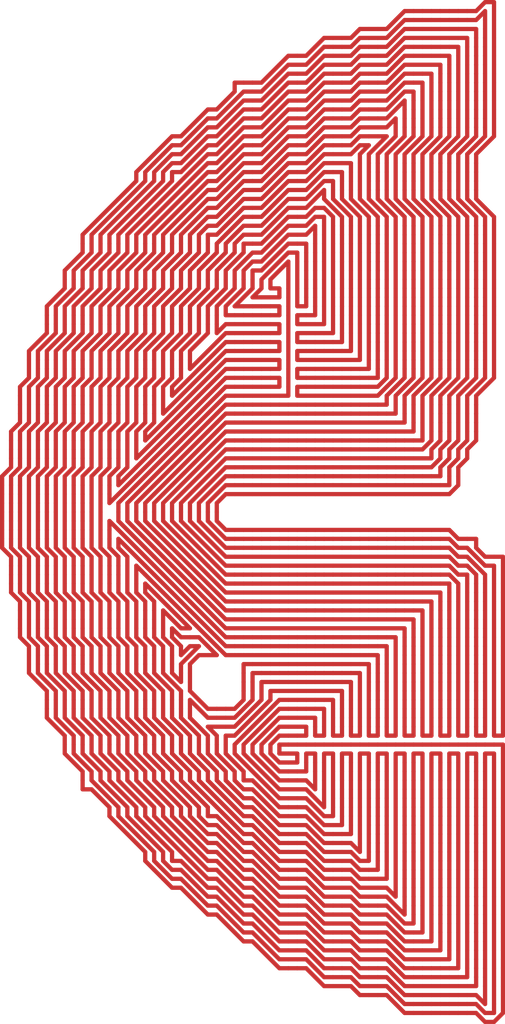
<source format=kicad_pcb>
(kicad_pcb (version 20240108) (generator KiUtils)
  (layers (0 "F.Cu" signal) (1 "B.Cu" signal))
  (net 0 "")
  (segment (start 74.0 -72.0) (end 76.0 -72.0) (width 0.9537542473109476) (layer "F.Cu") (net 0))
  (segment (start 76.0 -72.0) (end 78.0 -72.0) (width 0.9537542473109476) (layer "F.Cu") (net 0))
  (segment (start 78.0 -72.0) (end 78.0 -70.0) (width 0.9537542473109476) (layer "F.Cu") (net 0))
  (segment (start 78.0 -70.0) (end 76.0 -70.0) (width 0.9537542473109476) (layer "F.Cu") (net 0))
  (segment (start 76.0 -70.0) (end 74.0 -70.0) (width 0.9537542473109476) (layer "F.Cu") (net 0))
  (segment (start 74.0 -70.0) (end 72.0 -72.0) (width 0.9537542473109476) (layer "F.Cu") (net 0))
  (segment (start 72.0 -72.0) (end 72.0 -74.0) (width 0.9537542473109476) (layer "F.Cu") (net 0))
  (segment (start 72.0 -74.0) (end 74.0 -76.0) (width 0.9537542473109476) (layer "F.Cu") (net 0))
  (segment (start 74.0 -76.0) (end 76.0 -76.0) (width 0.9537542473109476) (layer "F.Cu") (net 0))
  (segment (start 76.0 -76.0) (end 78.0 -76.0) (width 0.9537542473109476) (layer "F.Cu") (net 0))
  (segment (start 78.0 -76.0) (end 80.0 -76.0) (width 0.9537542473109476) (layer "F.Cu") (net 0))
  (segment (start 80.0 -76.0) (end 80.0 -78.0) (width 0.9537542473109476) (layer "F.Cu") (net 0))
  (segment (start 80.0 -78.0) (end 78.0 -78.0) (width 0.9537542473109476) (layer "F.Cu") (net 0))
  (segment (start 78.0 -78.0) (end 76.0 -78.0) (width 0.9537542473109476) (layer "F.Cu") (net 0))
  (segment (start 76.0 -78.0) (end 74.0 -78.0) (width 0.9537542473109476) (layer "F.Cu") (net 0))
  (segment (start 74.0 -78.0) (end 72.0 -76.0) (width 0.9537542473109476) (layer "F.Cu") (net 0))
  (segment (start 72.0 -76.0) (end 70.0 -74.0) (width 0.9537542473109476) (layer "F.Cu") (net 0))
  (segment (start 70.0 -74.0) (end 70.0 -72.0) (width 0.9537542473109476) (layer "F.Cu") (net 0))
  (segment (start 70.0 -72.0) (end 72.0 -70.0) (width 0.9537542473109476) (layer "F.Cu") (net 0))
  (segment (start 72.0 -70.0) (end 74.0 -68.0) (width 0.9537542473109476) (layer "F.Cu") (net 0))
  (segment (start 74.0 -68.0) (end 76.0 -68.0) (width 0.9537542473109476) (layer "F.Cu") (net 0))
  (segment (start 76.0 -68.0) (end 78.0 -68.0) (width 0.9537542473109476) (layer "F.Cu") (net 0))
  (segment (start 78.0 -68.0) (end 80.0 -68.0) (width 0.9537542473109476) (layer "F.Cu") (net 0))
  (segment (start 80.0 -68.0) (end 80.0 -70.0) (width 0.9537542473109476) (layer "F.Cu") (net 0))
  (segment (start 80.0 -70.0) (end 80.0 -72.0) (width 0.9537542473109476) (layer "F.Cu") (net 0))
  (segment (start 80.0 -72.0) (end 82.0 -72.0) (width 0.9537542473109476) (layer "F.Cu") (net 0))
  (segment (start 82.0 -72.0) (end 82.0 -70.0) (width 0.9537542473109476) (layer "F.Cu") (net 0))
  (segment (start 82.0 -70.0) (end 82.0 -68.0) (width 0.9537542473109476) (layer "F.Cu") (net 0))
  (segment (start 82.0 -68.0) (end 82.0 -66.0) (width 0.9537542473109476) (layer "F.Cu") (net 0))
  (segment (start 82.0 -66.0) (end 82.0 -64.0) (width 0.9537542473109476) (layer "F.Cu") (net 0))
  (segment (start 82.0 -64.0) (end 80.0 -66.0) (width 0.9537542473109476) (layer "F.Cu") (net 0))
  (segment (start 80.0 -66.0) (end 78.0 -66.0) (width 0.9537542473109476) (layer "F.Cu") (net 0))
  (segment (start 78.0 -66.0) (end 76.0 -66.0) (width 0.9537542473109476) (layer "F.Cu") (net 0))
  (segment (start 76.0 -66.0) (end 74.0 -66.0) (width 0.9537542473109476) (layer "F.Cu") (net 0))
  (segment (start 74.0 -66.0) (end 72.0 -68.0) (width 0.9537542473109476) (layer "F.Cu") (net 0))
  (segment (start 72.0 -68.0) (end 70.0 -70.0) (width 0.9537542473109476) (layer "F.Cu") (net 0))
  (segment (start 70.0 -70.0) (end 68.0 -72.0) (width 0.9537542473109476) (layer "F.Cu") (net 0))
  (segment (start 68.0 -72.0) (end 68.0 -74.0) (width 0.9537542473109476) (layer "F.Cu") (net 0))
  (segment (start 68.0 -74.0) (end 70.0 -76.0) (width 0.9537542473109476) (layer "F.Cu") (net 0))
  (segment (start 70.0 -76.0) (end 72.0 -78.0) (width 0.9537542473109476) (layer "F.Cu") (net 0))
  (segment (start 72.0 -78.0) (end 74.0 -80.0) (width 0.9537542473109476) (layer "F.Cu") (net 0))
  (segment (start 74.0 -80.0) (end 76.0 -80.0) (width 0.9537542473109476) (layer "F.Cu") (net 0))
  (segment (start 76.0 -80.0) (end 78.0 -80.0) (width 0.9537542473109476) (layer "F.Cu") (net 0))
  (segment (start 78.0 -80.0) (end 80.0 -80.0) (width 0.9537542473109476) (layer "F.Cu") (net 0))
  (segment (start 80.0 -80.0) (end 82.0 -80.0) (width 0.9537542473109476) (layer "F.Cu") (net 0))
  (segment (start 82.0 -80.0) (end 82.0 -78.0) (width 0.9537542473109476) (layer "F.Cu") (net 0))
  (segment (start 82.0 -78.0) (end 82.0 -76.0) (width 0.9537542473109476) (layer "F.Cu") (net 0))
  (segment (start 82.0 -76.0) (end 84.0 -76.0) (width 0.9537542473109476) (layer "F.Cu") (net 0))
  (segment (start 84.0 -76.0) (end 84.0 -78.0) (width 0.9537542473109476) (layer "F.Cu") (net 0))
  (segment (start 84.0 -78.0) (end 84.0 -80.0) (width 0.9537542473109476) (layer "F.Cu") (net 0))
  (segment (start 84.0 -80.0) (end 84.0 -82.0) (width 0.9537542473109476) (layer "F.Cu") (net 0))
  (segment (start 84.0 -82.0) (end 82.0 -82.0) (width 0.9537542473109476) (layer "F.Cu") (net 0))
  (segment (start 82.0 -82.0) (end 80.0 -82.0) (width 0.9537542473109476) (layer "F.Cu") (net 0))
  (segment (start 80.0 -82.0) (end 78.0 -82.0) (width 0.9537542473109476) (layer "F.Cu") (net 0))
  (segment (start 78.0 -82.0) (end 76.0 -82.0) (width 0.9537542473109476) (layer "F.Cu") (net 0))
  (segment (start 76.0 -82.0) (end 74.0 -82.0) (width 0.9537542473109476) (layer "F.Cu") (net 0))
  (segment (start 74.0 -82.0) (end 72.0 -80.0) (width 0.9537542473109476) (layer "F.Cu") (net 0))
  (segment (start 72.0 -80.0) (end 70.0 -78.0) (width 0.9537542473109476) (layer "F.Cu") (net 0))
  (segment (start 70.0 -78.0) (end 68.0 -76.0) (width 0.9537542473109476) (layer "F.Cu") (net 0))
  (segment (start 68.0 -76.0) (end 66.0 -74.0) (width 0.9537542473109476) (layer "F.Cu") (net 0))
  (segment (start 66.0 -74.0) (end 66.0 -72.0) (width 0.9537542473109476) (layer "F.Cu") (net 0))
  (segment (start 66.0 -72.0) (end 68.0 -70.0) (width 0.9537542473109476) (layer "F.Cu") (net 0))
  (segment (start 68.0 -70.0) (end 70.0 -68.0) (width 0.9537542473109476) (layer "F.Cu") (net 0))
  (segment (start 70.0 -68.0) (end 72.0 -66.0) (width 0.9537542473109476) (layer "F.Cu") (net 0))
  (segment (start 72.0 -66.0) (end 74.0 -64.0) (width 0.9537542473109476) (layer "F.Cu") (net 0))
  (segment (start 74.0 -64.0) (end 76.0 -64.0) (width 0.9537542473109476) (layer "F.Cu") (net 0))
  (segment (start 76.0 -64.0) (end 78.0 -64.0) (width 0.9537542473109476) (layer "F.Cu") (net 0))
  (segment (start 78.0 -64.0) (end 80.0 -64.0) (width 0.9537542473109476) (layer "F.Cu") (net 0))
  (segment (start 80.0 -64.0) (end 82.0 -62.0) (width 0.9537542473109476) (layer "F.Cu") (net 0))
  (segment (start 82.0 -62.0) (end 84.0 -60.0) (width 0.9537542473109476) (layer "F.Cu") (net 0))
  (segment (start 84.0 -60.0) (end 84.0 -62.0) (width 0.9537542473109476) (layer "F.Cu") (net 0))
  (segment (start 84.0 -62.0) (end 84.0 -64.0) (width 0.9537542473109476) (layer "F.Cu") (net 0))
  (segment (start 84.0 -64.0) (end 84.0 -66.0) (width 0.9537542473109476) (layer "F.Cu") (net 0))
  (segment (start 84.0 -66.0) (end 84.0 -68.0) (width 0.9537542473109476) (layer "F.Cu") (net 0))
  (segment (start 84.0 -68.0) (end 84.0 -70.0) (width 0.9537542473109476) (layer "F.Cu") (net 0))
  (segment (start 84.0 -70.0) (end 84.0 -72.0) (width 0.9537542473109476) (layer "F.Cu") (net 0))
  (segment (start 84.0 -72.0) (end 86.0 -72.0) (width 0.9537542473109476) (layer "F.Cu") (net 0))
  (segment (start 86.0 -72.0) (end 86.0 -70.0) (width 0.9537542473109476) (layer "F.Cu") (net 0))
  (segment (start 86.0 -70.0) (end 86.0 -68.0) (width 0.9537542473109476) (layer "F.Cu") (net 0))
  (segment (start 86.0 -68.0) (end 86.0 -66.0) (width 0.9537542473109476) (layer "F.Cu") (net 0))
  (segment (start 86.0 -66.0) (end 86.0 -64.0) (width 0.9537542473109476) (layer "F.Cu") (net 0))
  (segment (start 86.0 -64.0) (end 86.0 -62.0) (width 0.9537542473109476) (layer "F.Cu") (net 0))
  (segment (start 86.0 -62.0) (end 86.0 -60.0) (width 0.9537542473109476) (layer "F.Cu") (net 0))
  (segment (start 86.0 -60.0) (end 86.0 -58.0) (width 0.9537542473109476) (layer "F.Cu") (net 0))
  (segment (start 86.0 -58.0) (end 84.0 -58.0) (width 0.9537542473109476) (layer "F.Cu") (net 0))
  (segment (start 84.0 -58.0) (end 82.0 -60.0) (width 0.9537542473109476) (layer "F.Cu") (net 0))
  (segment (start 82.0 -60.0) (end 80.0 -62.0) (width 0.9537542473109476) (layer "F.Cu") (net 0))
  (segment (start 80.0 -62.0) (end 78.0 -62.0) (width 0.9537542473109476) (layer "F.Cu") (net 0))
  (segment (start 78.0 -62.0) (end 76.0 -62.0) (width 0.9537542473109476) (layer "F.Cu") (net 0))
  (segment (start 76.0 -62.0) (end 74.0 -62.0) (width 0.9537542473109476) (layer "F.Cu") (net 0))
  (segment (start 74.0 -62.0) (end 72.0 -64.0) (width 0.9537542473109476) (layer "F.Cu") (net 0))
  (segment (start 72.0 -64.0) (end 70.0 -66.0) (width 0.9537542473109476) (layer "F.Cu") (net 0))
  (segment (start 70.0 -66.0) (end 68.0 -68.0) (width 0.9537542473109476) (layer "F.Cu") (net 0))
  (segment (start 68.0 -68.0) (end 66.0 -70.0) (width 0.9537542473109476) (layer "F.Cu") (net 0))
  (segment (start 66.0 -70.0) (end 64.0 -72.0) (width 0.9537542473109476) (layer "F.Cu") (net 0))
  (segment (start 64.0 -72.0) (end 64.0 -74.0) (width 0.9537542473109476) (layer "F.Cu") (net 0))
  (segment (start 64.0 -74.0) (end 66.0 -76.0) (width 0.9537542473109476) (layer "F.Cu") (net 0))
  (segment (start 66.0 -76.0) (end 68.0 -78.0) (width 0.9537542473109476) (layer "F.Cu") (net 0))
  (segment (start 68.0 -78.0) (end 70.0 -80.0) (width 0.9537542473109476) (layer "F.Cu") (net 0))
  (segment (start 70.0 -80.0) (end 72.0 -82.0) (width 0.9537542473109476) (layer "F.Cu") (net 0))
  (segment (start 72.0 -82.0) (end 74.0 -84.0) (width 0.9537542473109476) (layer "F.Cu") (net 0))
  (segment (start 74.0 -84.0) (end 76.0 -84.0) (width 0.9537542473109476) (layer "F.Cu") (net 0))
  (segment (start 76.0 -84.0) (end 78.0 -84.0) (width 0.9537542473109476) (layer "F.Cu") (net 0))
  (segment (start 78.0 -84.0) (end 80.0 -84.0) (width 0.9537542473109476) (layer "F.Cu") (net 0))
  (segment (start 80.0 -84.0) (end 82.0 -84.0) (width 0.9537542473109476) (layer "F.Cu") (net 0))
  (segment (start 82.0 -84.0) (end 84.0 -84.0) (width 0.9537542473109476) (layer "F.Cu") (net 0))
  (segment (start 84.0 -84.0) (end 86.0 -84.0) (width 0.9537542473109476) (layer "F.Cu") (net 0))
  (segment (start 86.0 -84.0) (end 86.0 -82.0) (width 0.9537542473109476) (layer "F.Cu") (net 0))
  (segment (start 86.0 -82.0) (end 86.0 -80.0) (width 0.9537542473109476) (layer "F.Cu") (net 0))
  (segment (start 86.0 -80.0) (end 86.0 -78.0) (width 0.9537542473109476) (layer "F.Cu") (net 0))
  (segment (start 86.0 -78.0) (end 86.0 -76.0) (width 0.9537542473109476) (layer "F.Cu") (net 0))
  (segment (start 86.0 -76.0) (end 88.0 -76.0) (width 0.9537542473109476) (layer "F.Cu") (net 0))
  (segment (start 88.0 -76.0) (end 88.0 -78.0) (width 0.9537542473109476) (layer "F.Cu") (net 0))
  (segment (start 88.0 -78.0) (end 88.0 -80.0) (width 0.9537542473109476) (layer "F.Cu") (net 0))
  (segment (start 88.0 -80.0) (end 88.0 -82.0) (width 0.9537542473109476) (layer "F.Cu") (net 0))
  (segment (start 88.0 -82.0) (end 88.0 -84.0) (width 0.9537542473109476) (layer "F.Cu") (net 0))
  (segment (start 88.0 -84.0) (end 88.0 -86.0) (width 0.9537542473109476) (layer "F.Cu") (net 0))
  (segment (start 88.0 -86.0) (end 86.0 -86.0) (width 0.9537542473109476) (layer "F.Cu") (net 0))
  (segment (start 86.0 -86.0) (end 84.0 -86.0) (width 0.9537542473109476) (layer "F.Cu") (net 0))
  (segment (start 84.0 -86.0) (end 82.0 -86.0) (width 0.9537542473109476) (layer "F.Cu") (net 0))
  (segment (start 82.0 -86.0) (end 80.0 -86.0) (width 0.9537542473109476) (layer "F.Cu") (net 0))
  (segment (start 80.0 -86.0) (end 78.0 -86.0) (width 0.9537542473109476) (layer "F.Cu") (net 0))
  (segment (start 78.0 -86.0) (end 76.0 -86.0) (width 0.9537542473109476) (layer "F.Cu") (net 0))
  (segment (start 76.0 -86.0) (end 74.0 -86.0) (width 0.9537542473109476) (layer "F.Cu") (net 0))
  (segment (start 74.0 -86.0) (end 72.0 -86.0) (width 0.9537542473109476) (layer "F.Cu") (net 0))
  (segment (start 72.0 -86.0) (end 72.0 -84.0) (width 0.9537542473109476) (layer "F.Cu") (net 0))
  (segment (start 72.0 -84.0) (end 70.0 -82.0) (width 0.9537542473109476) (layer "F.Cu") (net 0))
  (segment (start 70.0 -82.0) (end 68.0 -80.0) (width 0.9537542473109476) (layer "F.Cu") (net 0))
  (segment (start 68.0 -80.0) (end 66.0 -78.0) (width 0.9537542473109476) (layer "F.Cu") (net 0))
  (segment (start 66.0 -78.0) (end 64.0 -76.0) (width 0.9537542473109476) (layer "F.Cu") (net 0))
  (segment (start 64.0 -76.0) (end 62.0 -76.0) (width 0.9537542473109476) (layer "F.Cu") (net 0))
  (segment (start 62.0 -76.0) (end 62.0 -74.0) (width 0.9537542473109476) (layer "F.Cu") (net 0))
  (segment (start 62.0 -74.0) (end 62.0 -72.0) (width 0.9537542473109476) (layer "F.Cu") (net 0))
  (segment (start 62.0 -72.0) (end 64.0 -70.0) (width 0.9537542473109476) (layer "F.Cu") (net 0))
  (segment (start 64.0 -70.0) (end 66.0 -68.0) (width 0.9537542473109476) (layer "F.Cu") (net 0))
  (segment (start 66.0 -68.0) (end 66.0 -66.0) (width 0.9537542473109476) (layer "F.Cu") (net 0))
  (segment (start 66.0 -66.0) (end 68.0 -66.0) (width 0.9537542473109476) (layer "F.Cu") (net 0))
  (segment (start 68.0 -66.0) (end 70.0 -64.0) (width 0.9537542473109476) (layer "F.Cu") (net 0))
  (segment (start 70.0 -64.0) (end 72.0 -62.0) (width 0.9537542473109476) (layer "F.Cu") (net 0))
  (segment (start 72.0 -62.0) (end 74.0 -60.0) (width 0.9537542473109476) (layer "F.Cu") (net 0))
  (segment (start 74.0 -60.0) (end 76.0 -60.0) (width 0.9537542473109476) (layer "F.Cu") (net 0))
  (segment (start 76.0 -60.0) (end 78.0 -60.0) (width 0.9537542473109476) (layer "F.Cu") (net 0))
  (segment (start 78.0 -60.0) (end 80.0 -60.0) (width 0.9537542473109476) (layer "F.Cu") (net 0))
  (segment (start 80.0 -60.0) (end 82.0 -58.0) (width 0.9537542473109476) (layer "F.Cu") (net 0))
  (segment (start 82.0 -58.0) (end 84.0 -56.0) (width 0.9537542473109476) (layer "F.Cu") (net 0))
  (segment (start 84.0 -56.0) (end 86.0 -56.0) (width 0.9537542473109476) (layer "F.Cu") (net 0))
  (segment (start 86.0 -56.0) (end 88.0 -56.0) (width 0.9537542473109476) (layer "F.Cu") (net 0))
  (segment (start 88.0 -56.0) (end 88.0 -58.0) (width 0.9537542473109476) (layer "F.Cu") (net 0))
  (segment (start 88.0 -58.0) (end 88.0 -60.0) (width 0.9537542473109476) (layer "F.Cu") (net 0))
  (segment (start 88.0 -60.0) (end 88.0 -62.0) (width 0.9537542473109476) (layer "F.Cu") (net 0))
  (segment (start 88.0 -62.0) (end 88.0 -64.0) (width 0.9537542473109476) (layer "F.Cu") (net 0))
  (segment (start 88.0 -64.0) (end 88.0 -66.0) (width 0.9537542473109476) (layer "F.Cu") (net 0))
  (segment (start 88.0 -66.0) (end 88.0 -68.0) (width 0.9537542473109476) (layer "F.Cu") (net 0))
  (segment (start 88.0 -68.0) (end 88.0 -70.0) (width 0.9537542473109476) (layer "F.Cu") (net 0))
  (segment (start 88.0 -70.0) (end 88.0 -72.0) (width 0.9537542473109476) (layer "F.Cu") (net 0))
  (segment (start 88.0 -72.0) (end 90.0 -72.0) (width 0.9537542473109476) (layer "F.Cu") (net 0))
  (segment (start 90.0 -72.0) (end 90.0 -70.0) (width 0.9537542473109476) (layer "F.Cu") (net 0))
  (segment (start 90.0 -70.0) (end 90.0 -68.0) (width 0.9537542473109476) (layer "F.Cu") (net 0))
  (segment (start 90.0 -68.0) (end 90.0 -66.0) (width 0.9537542473109476) (layer "F.Cu") (net 0))
  (segment (start 90.0 -66.0) (end 90.0 -64.0) (width 0.9537542473109476) (layer "F.Cu") (net 0))
  (segment (start 90.0 -64.0) (end 90.0 -62.0) (width 0.9537542473109476) (layer "F.Cu") (net 0))
  (segment (start 90.0 -62.0) (end 90.0 -60.0) (width 0.9537542473109476) (layer "F.Cu") (net 0))
  (segment (start 90.0 -60.0) (end 90.0 -58.0) (width 0.9537542473109476) (layer "F.Cu") (net 0))
  (segment (start 90.0 -58.0) (end 90.0 -56.0) (width 0.9537542473109476) (layer "F.Cu") (net 0))
  (segment (start 90.0 -56.0) (end 90.0 -54.0) (width 0.9537542473109476) (layer "F.Cu") (net 0))
  (segment (start 90.0 -54.0) (end 88.0 -54.0) (width 0.9537542473109476) (layer "F.Cu") (net 0))
  (segment (start 88.0 -54.0) (end 86.0 -54.0) (width 0.9537542473109476) (layer "F.Cu") (net 0))
  (segment (start 86.0 -54.0) (end 84.0 -54.0) (width 0.9537542473109476) (layer "F.Cu") (net 0))
  (segment (start 84.0 -54.0) (end 82.0 -56.0) (width 0.9537542473109476) (layer "F.Cu") (net 0))
  (segment (start 82.0 -56.0) (end 80.0 -58.0) (width 0.9537542473109476) (layer "F.Cu") (net 0))
  (segment (start 80.0 -58.0) (end 78.0 -58.0) (width 0.9537542473109476) (layer "F.Cu") (net 0))
  (segment (start 78.0 -58.0) (end 76.0 -58.0) (width 0.9537542473109476) (layer "F.Cu") (net 0))
  (segment (start 76.0 -58.0) (end 74.0 -58.0) (width 0.9537542473109476) (layer "F.Cu") (net 0))
  (segment (start 74.0 -58.0) (end 72.0 -60.0) (width 0.9537542473109476) (layer "F.Cu") (net 0))
  (segment (start 72.0 -60.0) (end 70.0 -62.0) (width 0.9537542473109476) (layer "F.Cu") (net 0))
  (segment (start 70.0 -62.0) (end 68.0 -64.0) (width 0.9537542473109476) (layer "F.Cu") (net 0))
  (segment (start 68.0 -64.0) (end 66.0 -64.0) (width 0.9537542473109476) (layer "F.Cu") (net 0))
  (segment (start 66.0 -64.0) (end 64.0 -66.0) (width 0.9537542473109476) (layer "F.Cu") (net 0))
  (segment (start 64.0 -66.0) (end 64.0 -68.0) (width 0.9537542473109476) (layer "F.Cu") (net 0))
  (segment (start 64.0 -68.0) (end 62.0 -70.0) (width 0.9537542473109476) (layer "F.Cu") (net 0))
  (segment (start 62.0 -70.0) (end 60.0 -72.0) (width 0.9537542473109476) (layer "F.Cu") (net 0))
  (segment (start 60.0 -72.0) (end 60.0 -74.0) (width 0.9537542473109476) (layer "F.Cu") (net 0))
  (segment (start 60.0 -74.0) (end 60.0 -76.0) (width 0.9537542473109476) (layer "F.Cu") (net 0))
  (segment (start 60.0 -76.0) (end 58.0 -78.0) (width 0.9537542473109476) (layer "F.Cu") (net 0))
  (segment (start 58.0 -78.0) (end 60.0 -78.0) (width 0.9537542473109476) (layer "F.Cu") (net 0))
  (segment (start 60.0 -78.0) (end 62.0 -78.0) (width 0.9537542473109476) (layer "F.Cu") (net 0))
  (segment (start 62.0 -78.0) (end 64.0 -78.0) (width 0.9537542473109476) (layer "F.Cu") (net 0))
  (segment (start 64.0 -78.0) (end 66.0 -80.0) (width 0.9537542473109476) (layer "F.Cu") (net 0))
  (segment (start 66.0 -80.0) (end 68.0 -82.0) (width 0.9537542473109476) (layer "F.Cu") (net 0))
  (segment (start 68.0 -82.0) (end 70.0 -84.0) (width 0.9537542473109476) (layer "F.Cu") (net 0))
  (segment (start 70.0 -84.0) (end 70.0 -86.0) (width 0.9537542473109476) (layer "F.Cu") (net 0))
  (segment (start 70.0 -86.0) (end 70.0 -88.0) (width 0.9537542473109476) (layer "F.Cu") (net 0))
  (segment (start 70.0 -88.0) (end 72.0 -88.0) (width 0.9537542473109476) (layer "F.Cu") (net 0))
  (segment (start 72.0 -88.0) (end 74.0 -88.0) (width 0.9537542473109476) (layer "F.Cu") (net 0))
  (segment (start 74.0 -88.0) (end 76.0 -88.0) (width 0.9537542473109476) (layer "F.Cu") (net 0))
  (segment (start 76.0 -88.0) (end 78.0 -88.0) (width 0.9537542473109476) (layer "F.Cu") (net 0))
  (segment (start 78.0 -88.0) (end 80.0 -88.0) (width 0.9537542473109476) (layer "F.Cu") (net 0))
  (segment (start 80.0 -88.0) (end 82.0 -88.0) (width 0.9537542473109476) (layer "F.Cu") (net 0))
  (segment (start 82.0 -88.0) (end 84.0 -88.0) (width 0.9537542473109476) (layer "F.Cu") (net 0))
  (segment (start 84.0 -88.0) (end 86.0 -88.0) (width 0.9537542473109476) (layer "F.Cu") (net 0))
  (segment (start 86.0 -88.0) (end 88.0 -88.0) (width 0.9537542473109476) (layer "F.Cu") (net 0))
  (segment (start 88.0 -88.0) (end 90.0 -88.0) (width 0.9537542473109476) (layer "F.Cu") (net 0))
  (segment (start 90.0 -88.0) (end 90.0 -86.0) (width 0.9537542473109476) (layer "F.Cu") (net 0))
  (segment (start 90.0 -86.0) (end 90.0 -84.0) (width 0.9537542473109476) (layer "F.Cu") (net 0))
  (segment (start 90.0 -84.0) (end 90.0 -82.0) (width 0.9537542473109476) (layer "F.Cu") (net 0))
  (segment (start 90.0 -82.0) (end 90.0 -80.0) (width 0.9537542473109476) (layer "F.Cu") (net 0))
  (segment (start 90.0 -80.0) (end 90.0 -78.0) (width 0.9537542473109476) (layer "F.Cu") (net 0))
  (segment (start 90.0 -78.0) (end 90.0 -76.0) (width 0.9537542473109476) (layer "F.Cu") (net 0))
  (segment (start 90.0 -76.0) (end 92.0 -76.0) (width 0.9537542473109476) (layer "F.Cu") (net 0))
  (segment (start 92.0 -76.0) (end 92.0 -78.0) (width 0.9537542473109476) (layer "F.Cu") (net 0))
  (segment (start 92.0 -78.0) (end 92.0 -80.0) (width 0.9537542473109476) (layer "F.Cu") (net 0))
  (segment (start 92.0 -80.0) (end 92.0 -82.0) (width 0.9537542473109476) (layer "F.Cu") (net 0))
  (segment (start 92.0 -82.0) (end 92.0 -84.0) (width 0.9537542473109476) (layer "F.Cu") (net 0))
  (segment (start 92.0 -84.0) (end 92.0 -86.0) (width 0.9537542473109476) (layer "F.Cu") (net 0))
  (segment (start 92.0 -86.0) (end 92.0 -88.0) (width 0.9537542473109476) (layer "F.Cu") (net 0))
  (segment (start 92.0 -88.0) (end 92.0 -90.0) (width 0.9537542473109476) (layer "F.Cu") (net 0))
  (segment (start 92.0 -90.0) (end 90.0 -90.0) (width 0.9537542473109476) (layer "F.Cu") (net 0))
  (segment (start 90.0 -90.0) (end 88.0 -90.0) (width 0.9537542473109476) (layer "F.Cu") (net 0))
  (segment (start 88.0 -90.0) (end 86.0 -90.0) (width 0.9537542473109476) (layer "F.Cu") (net 0))
  (segment (start 86.0 -90.0) (end 84.0 -90.0) (width 0.9537542473109476) (layer "F.Cu") (net 0))
  (segment (start 84.0 -90.0) (end 82.0 -90.0) (width 0.9537542473109476) (layer "F.Cu") (net 0))
  (segment (start 82.0 -90.0) (end 80.0 -90.0) (width 0.9537542473109476) (layer "F.Cu") (net 0))
  (segment (start 80.0 -90.0) (end 78.0 -90.0) (width 0.9537542473109476) (layer "F.Cu") (net 0))
  (segment (start 78.0 -90.0) (end 76.0 -90.0) (width 0.9537542473109476) (layer "F.Cu") (net 0))
  (segment (start 76.0 -90.0) (end 74.0 -90.0) (width 0.9537542473109476) (layer "F.Cu") (net 0))
  (segment (start 74.0 -90.0) (end 72.0 -90.0) (width 0.9537542473109476) (layer "F.Cu") (net 0))
  (segment (start 72.0 -90.0) (end 70.0 -90.0) (width 0.9537542473109476) (layer "F.Cu") (net 0))
  (segment (start 70.0 -90.0) (end 68.0 -90.0) (width 0.9537542473109476) (layer "F.Cu") (net 0))
  (segment (start 68.0 -90.0) (end 68.0 -88.0) (width 0.9537542473109476) (layer "F.Cu") (net 0))
  (segment (start 68.0 -88.0) (end 68.0 -86.0) (width 0.9537542473109476) (layer "F.Cu") (net 0))
  (segment (start 68.0 -86.0) (end 68.0 -84.0) (width 0.9537542473109476) (layer "F.Cu") (net 0))
  (segment (start 68.0 -84.0) (end 66.0 -82.0) (width 0.9537542473109476) (layer "F.Cu") (net 0))
  (segment (start 66.0 -82.0) (end 64.0 -80.0) (width 0.9537542473109476) (layer "F.Cu") (net 0))
  (segment (start 64.0 -80.0) (end 62.0 -80.0) (width 0.9537542473109476) (layer "F.Cu") (net 0))
  (segment (start 62.0 -80.0) (end 60.0 -80.0) (width 0.9537542473109476) (layer "F.Cu") (net 0))
  (segment (start 60.0 -80.0) (end 58.0 -80.0) (width 0.9537542473109476) (layer "F.Cu") (net 0))
  (segment (start 58.0 -80.0) (end 56.0 -82.0) (width 0.9537542473109476) (layer "F.Cu") (net 0))
  (segment (start 56.0 -82.0) (end 54.0 -84.0) (width 0.9537542473109476) (layer "F.Cu") (net 0))
  (segment (start 54.0 -84.0) (end 54.0 -82.0) (width 0.9537542473109476) (layer "F.Cu") (net 0))
  (segment (start 54.0 -82.0) (end 54.0 -80.0) (width 0.9537542473109476) (layer "F.Cu") (net 0))
  (segment (start 54.0 -80.0) (end 56.0 -78.0) (width 0.9537542473109476) (layer "F.Cu") (net 0))
  (segment (start 56.0 -78.0) (end 58.0 -76.0) (width 0.9537542473109476) (layer "F.Cu") (net 0))
  (segment (start 58.0 -76.0) (end 58.0 -74.0) (width 0.9537542473109476) (layer "F.Cu") (net 0))
  (segment (start 58.0 -74.0) (end 58.0 -72.0) (width 0.9537542473109476) (layer "F.Cu") (net 0))
  (segment (start 58.0 -72.0) (end 60.0 -70.0) (width 0.9537542473109476) (layer "F.Cu") (net 0))
  (segment (start 60.0 -70.0) (end 62.0 -68.0) (width 0.9537542473109476) (layer "F.Cu") (net 0))
  (segment (start 62.0 -68.0) (end 62.0 -66.0) (width 0.9537542473109476) (layer "F.Cu") (net 0))
  (segment (start 62.0 -66.0) (end 64.0 -64.0) (width 0.9537542473109476) (layer "F.Cu") (net 0))
  (segment (start 64.0 -64.0) (end 66.0 -62.0) (width 0.9537542473109476) (layer "F.Cu") (net 0))
  (segment (start 66.0 -62.0) (end 68.0 -62.0) (width 0.9537542473109476) (layer "F.Cu") (net 0))
  (segment (start 68.0 -62.0) (end 70.0 -60.0) (width 0.9537542473109476) (layer "F.Cu") (net 0))
  (segment (start 70.0 -60.0) (end 72.0 -58.0) (width 0.9537542473109476) (layer "F.Cu") (net 0))
  (segment (start 72.0 -58.0) (end 74.0 -56.0) (width 0.9537542473109476) (layer "F.Cu") (net 0))
  (segment (start 74.0 -56.0) (end 76.0 -56.0) (width 0.9537542473109476) (layer "F.Cu") (net 0))
  (segment (start 76.0 -56.0) (end 78.0 -56.0) (width 0.9537542473109476) (layer "F.Cu") (net 0))
  (segment (start 78.0 -56.0) (end 80.0 -56.0) (width 0.9537542473109476) (layer "F.Cu") (net 0))
  (segment (start 80.0 -56.0) (end 82.0 -54.0) (width 0.9537542473109476) (layer "F.Cu") (net 0))
  (segment (start 82.0 -54.0) (end 84.0 -52.0) (width 0.9537542473109476) (layer "F.Cu") (net 0))
  (segment (start 84.0 -52.0) (end 86.0 -52.0) (width 0.9537542473109476) (layer "F.Cu") (net 0))
  (segment (start 86.0 -52.0) (end 88.0 -52.0) (width 0.9537542473109476) (layer "F.Cu") (net 0))
  (segment (start 88.0 -52.0) (end 90.0 -52.0) (width 0.9537542473109476) (layer "F.Cu") (net 0))
  (segment (start 90.0 -52.0) (end 92.0 -50.0) (width 0.9537542473109476) (layer "F.Cu") (net 0))
  (segment (start 92.0 -50.0) (end 92.0 -52.0) (width 0.9537542473109476) (layer "F.Cu") (net 0))
  (segment (start 92.0 -52.0) (end 92.0 -54.0) (width 0.9537542473109476) (layer "F.Cu") (net 0))
  (segment (start 92.0 -54.0) (end 92.0 -56.0) (width 0.9537542473109476) (layer "F.Cu") (net 0))
  (segment (start 92.0 -56.0) (end 92.0 -58.0) (width 0.9537542473109476) (layer "F.Cu") (net 0))
  (segment (start 92.0 -58.0) (end 92.0 -60.0) (width 0.9537542473109476) (layer "F.Cu") (net 0))
  (segment (start 92.0 -60.0) (end 92.0 -62.0) (width 0.9537542473109476) (layer "F.Cu") (net 0))
  (segment (start 92.0 -62.0) (end 92.0 -64.0) (width 0.9537542473109476) (layer "F.Cu") (net 0))
  (segment (start 92.0 -64.0) (end 92.0 -66.0) (width 0.9537542473109476) (layer "F.Cu") (net 0))
  (segment (start 92.0 -66.0) (end 92.0 -68.0) (width 0.9537542473109476) (layer "F.Cu") (net 0))
  (segment (start 92.0 -68.0) (end 92.0 -70.0) (width 0.9537542473109476) (layer "F.Cu") (net 0))
  (segment (start 92.0 -70.0) (end 92.0 -72.0) (width 0.9537542473109476) (layer "F.Cu") (net 0))
  (segment (start 92.0 -72.0) (end 94.0 -72.0) (width 0.9537542473109476) (layer "F.Cu") (net 0))
  (segment (start 94.0 -72.0) (end 94.0 -70.0) (width 0.9537542473109476) (layer "F.Cu") (net 0))
  (segment (start 94.0 -70.0) (end 94.0 -68.0) (width 0.9537542473109476) (layer "F.Cu") (net 0))
  (segment (start 94.0 -68.0) (end 94.0 -66.0) (width 0.9537542473109476) (layer "F.Cu") (net 0))
  (segment (start 94.0 -66.0) (end 94.0 -64.0) (width 0.9537542473109476) (layer "F.Cu") (net 0))
  (segment (start 94.0 -64.0) (end 94.0 -62.0) (width 0.9537542473109476) (layer "F.Cu") (net 0))
  (segment (start 94.0 -62.0) (end 94.0 -60.0) (width 0.9537542473109476) (layer "F.Cu") (net 0))
  (segment (start 94.0 -60.0) (end 94.0 -58.0) (width 0.9537542473109476) (layer "F.Cu") (net 0))
  (segment (start 94.0 -58.0) (end 94.0 -56.0) (width 0.9537542473109476) (layer "F.Cu") (net 0))
  (segment (start 94.0 -56.0) (end 94.0 -54.0) (width 0.9537542473109476) (layer "F.Cu") (net 0))
  (segment (start 94.0 -54.0) (end 94.0 -52.0) (width 0.9537542473109476) (layer "F.Cu") (net 0))
  (segment (start 94.0 -52.0) (end 94.0 -50.0) (width 0.9537542473109476) (layer "F.Cu") (net 0))
  (segment (start 94.0 -50.0) (end 94.0 -48.0) (width 0.9537542473109476) (layer "F.Cu") (net 0))
  (segment (start 94.0 -48.0) (end 92.0 -48.0) (width 0.9537542473109476) (layer "F.Cu") (net 0))
  (segment (start 92.0 -48.0) (end 90.0 -50.0) (width 0.9537542473109476) (layer "F.Cu") (net 0))
  (segment (start 90.0 -50.0) (end 88.0 -50.0) (width 0.9537542473109476) (layer "F.Cu") (net 0))
  (segment (start 88.0 -50.0) (end 86.0 -50.0) (width 0.9537542473109476) (layer "F.Cu") (net 0))
  (segment (start 86.0 -50.0) (end 84.0 -50.0) (width 0.9537542473109476) (layer "F.Cu") (net 0))
  (segment (start 84.0 -50.0) (end 82.0 -52.0) (width 0.9537542473109476) (layer "F.Cu") (net 0))
  (segment (start 82.0 -52.0) (end 80.0 -54.0) (width 0.9537542473109476) (layer "F.Cu") (net 0))
  (segment (start 80.0 -54.0) (end 78.0 -54.0) (width 0.9537542473109476) (layer "F.Cu") (net 0))
  (segment (start 78.0 -54.0) (end 76.0 -54.0) (width 0.9537542473109476) (layer "F.Cu") (net 0))
  (segment (start 76.0 -54.0) (end 74.0 -54.0) (width 0.9537542473109476) (layer "F.Cu") (net 0))
  (segment (start 74.0 -54.0) (end 72.0 -56.0) (width 0.9537542473109476) (layer "F.Cu") (net 0))
  (segment (start 72.0 -56.0) (end 70.0 -58.0) (width 0.9537542473109476) (layer "F.Cu") (net 0))
  (segment (start 70.0 -58.0) (end 68.0 -60.0) (width 0.9537542473109476) (layer "F.Cu") (net 0))
  (segment (start 68.0 -60.0) (end 66.0 -60.0) (width 0.9537542473109476) (layer "F.Cu") (net 0))
  (segment (start 66.0 -60.0) (end 64.0 -62.0) (width 0.9537542473109476) (layer "F.Cu") (net 0))
  (segment (start 64.0 -62.0) (end 62.0 -64.0) (width 0.9537542473109476) (layer "F.Cu") (net 0))
  (segment (start 62.0 -64.0) (end 60.0 -66.0) (width 0.9537542473109476) (layer "F.Cu") (net 0))
  (segment (start 60.0 -66.0) (end 60.0 -68.0) (width 0.9537542473109476) (layer "F.Cu") (net 0))
  (segment (start 60.0 -68.0) (end 58.0 -70.0) (width 0.9537542473109476) (layer "F.Cu") (net 0))
  (segment (start 58.0 -70.0) (end 56.0 -72.0) (width 0.9537542473109476) (layer "F.Cu") (net 0))
  (segment (start 56.0 -72.0) (end 56.0 -74.0) (width 0.9537542473109476) (layer "F.Cu") (net 0))
  (segment (start 56.0 -74.0) (end 56.0 -76.0) (width 0.9537542473109476) (layer "F.Cu") (net 0))
  (segment (start 56.0 -76.0) (end 54.0 -78.0) (width 0.9537542473109476) (layer "F.Cu") (net 0))
  (segment (start 54.0 -78.0) (end 52.0 -80.0) (width 0.9537542473109476) (layer "F.Cu") (net 0))
  (segment (start 52.0 -80.0) (end 52.0 -82.0) (width 0.9537542473109476) (layer "F.Cu") (net 0))
  (segment (start 52.0 -82.0) (end 52.0 -84.0) (width 0.9537542473109476) (layer "F.Cu") (net 0))
  (segment (start 52.0 -84.0) (end 52.0 -86.0) (width 0.9537542473109476) (layer "F.Cu") (net 0))
  (segment (start 52.0 -86.0) (end 50.0 -88.0) (width 0.9537542473109476) (layer "F.Cu") (net 0))
  (segment (start 50.0 -88.0) (end 48.0 -90.0) (width 0.9537542473109476) (layer "F.Cu") (net 0))
  (segment (start 48.0 -90.0) (end 48.0 -92.0) (width 0.9537542473109476) (layer "F.Cu") (net 0))
  (segment (start 48.0 -92.0) (end 48.0 -94.0) (width 0.9537542473109476) (layer "F.Cu") (net 0))
  (segment (start 48.0 -94.0) (end 48.0 -96.0) (width 0.9537542473109476) (layer "F.Cu") (net 0))
  (segment (start 48.0 -96.0) (end 46.0 -98.0) (width 0.9537542473109476) (layer "F.Cu") (net 0))
  (segment (start 46.0 -98.0) (end 46.0 -100.0) (width 0.9537542473109476) (layer "F.Cu") (net 0))
  (segment (start 46.0 -100.0) (end 46.0 -102.0) (width 0.9537542473109476) (layer "F.Cu") (net 0))
  (segment (start 46.0 -102.0) (end 46.0 -104.0) (width 0.9537542473109476) (layer "F.Cu") (net 0))
  (segment (start 46.0 -104.0) (end 46.0 -106.0) (width 0.9537542473109476) (layer "F.Cu") (net 0))
  (segment (start 46.0 -106.0) (end 44.0 -108.0) (width 0.9537542473109476) (layer "F.Cu") (net 0))
  (segment (start 44.0 -108.0) (end 44.0 -110.0) (width 0.9537542473109476) (layer "F.Cu") (net 0))
  (segment (start 44.0 -110.0) (end 46.0 -108.0) (width 0.9537542473109476) (layer "F.Cu") (net 0))
  (segment (start 46.0 -108.0) (end 48.0 -106.0) (width 0.9537542473109476) (layer "F.Cu") (net 0))
  (segment (start 48.0 -106.0) (end 50.0 -104.0) (width 0.9537542473109476) (layer "F.Cu") (net 0))
  (segment (start 50.0 -104.0) (end 52.0 -102.0) (width 0.9537542473109476) (layer "F.Cu") (net 0))
  (segment (start 52.0 -102.0) (end 54.0 -100.0) (width 0.9537542473109476) (layer "F.Cu") (net 0))
  (segment (start 54.0 -100.0) (end 52.0 -100.0) (width 0.9537542473109476) (layer "F.Cu") (net 0))
  (segment (start 52.0 -100.0) (end 50.0 -102.0) (width 0.9537542473109476) (layer "F.Cu") (net 0))
  (segment (start 50.0 -102.0) (end 48.0 -104.0) (width 0.9537542473109476) (layer "F.Cu") (net 0))
  (segment (start 48.0 -104.0) (end 48.0 -102.0) (width 0.9537542473109476) (layer "F.Cu") (net 0))
  (segment (start 48.0 -102.0) (end 48.0 -100.0) (width 0.9537542473109476) (layer "F.Cu") (net 0))
  (segment (start 48.0 -100.0) (end 48.0 -98.0) (width 0.9537542473109476) (layer "F.Cu") (net 0))
  (segment (start 48.0 -98.0) (end 50.0 -96.0) (width 0.9537542473109476) (layer "F.Cu") (net 0))
  (segment (start 50.0 -96.0) (end 50.0 -94.0) (width 0.9537542473109476) (layer "F.Cu") (net 0))
  (segment (start 50.0 -94.0) (end 50.0 -92.0) (width 0.9537542473109476) (layer "F.Cu") (net 0))
  (segment (start 50.0 -92.0) (end 50.0 -90.0) (width 0.9537542473109476) (layer "F.Cu") (net 0))
  (segment (start 50.0 -90.0) (end 52.0 -88.0) (width 0.9537542473109476) (layer "F.Cu") (net 0))
  (segment (start 52.0 -88.0) (end 52.0 -90.0) (width 0.9537542473109476) (layer "F.Cu") (net 0))
  (segment (start 52.0 -90.0) (end 52.0 -92.0) (width 0.9537542473109476) (layer "F.Cu") (net 0))
  (segment (start 52.0 -92.0) (end 54.0 -94.0) (width 0.9537542473109476) (layer "F.Cu") (net 0))
  (segment (start 54.0 -94.0) (end 56.0 -96.0) (width 0.9537542473109476) (layer "F.Cu") (net 0))
  (segment (start 56.0 -96.0) (end 54.0 -96.0) (width 0.9537542473109476) (layer "F.Cu") (net 0))
  (segment (start 54.0 -96.0) (end 52.0 -94.0) (width 0.9537542473109476) (layer "F.Cu") (net 0))
  (segment (start 52.0 -94.0) (end 52.0 -96.0) (width 0.9537542473109476) (layer "F.Cu") (net 0))
  (segment (start 52.0 -96.0) (end 50.0 -98.0) (width 0.9537542473109476) (layer "F.Cu") (net 0))
  (segment (start 50.0 -98.0) (end 50.0 -100.0) (width 0.9537542473109476) (layer "F.Cu") (net 0))
  (segment (start 50.0 -100.0) (end 52.0 -98.0) (width 0.9537542473109476) (layer "F.Cu") (net 0))
  (segment (start 52.0 -98.0) (end 54.0 -98.0) (width 0.9537542473109476) (layer "F.Cu") (net 0))
  (segment (start 54.0 -98.0) (end 56.0 -98.0) (width 0.9537542473109476) (layer "F.Cu") (net 0))
  (segment (start 56.0 -98.0) (end 58.0 -96.0) (width 0.9537542473109476) (layer "F.Cu") (net 0))
  (segment (start 58.0 -96.0) (end 60.0 -94.0) (width 0.9537542473109476) (layer "F.Cu") (net 0))
  (segment (start 60.0 -94.0) (end 58.0 -94.0) (width 0.9537542473109476) (layer "F.Cu") (net 0))
  (segment (start 58.0 -94.0) (end 56.0 -94.0) (width 0.9537542473109476) (layer "F.Cu") (net 0))
  (segment (start 56.0 -94.0) (end 54.0 -92.0) (width 0.9537542473109476) (layer "F.Cu") (net 0))
  (segment (start 54.0 -92.0) (end 54.0 -90.0) (width 0.9537542473109476) (layer "F.Cu") (net 0))
  (segment (start 54.0 -90.0) (end 54.0 -88.0) (width 0.9537542473109476) (layer "F.Cu") (net 0))
  (segment (start 54.0 -88.0) (end 54.0 -86.0) (width 0.9537542473109476) (layer "F.Cu") (net 0))
  (segment (start 54.0 -86.0) (end 56.0 -84.0) (width 0.9537542473109476) (layer "F.Cu") (net 0))
  (segment (start 56.0 -84.0) (end 58.0 -82.0) (width 0.9537542473109476) (layer "F.Cu") (net 0))
  (segment (start 58.0 -82.0) (end 60.0 -82.0) (width 0.9537542473109476) (layer "F.Cu") (net 0))
  (segment (start 60.0 -82.0) (end 62.0 -82.0) (width 0.9537542473109476) (layer "F.Cu") (net 0))
  (segment (start 62.0 -82.0) (end 64.0 -82.0) (width 0.9537542473109476) (layer "F.Cu") (net 0))
  (segment (start 64.0 -82.0) (end 66.0 -84.0) (width 0.9537542473109476) (layer "F.Cu") (net 0))
  (segment (start 66.0 -84.0) (end 66.0 -86.0) (width 0.9537542473109476) (layer "F.Cu") (net 0))
  (segment (start 66.0 -86.0) (end 66.0 -88.0) (width 0.9537542473109476) (layer "F.Cu") (net 0))
  (segment (start 66.0 -88.0) (end 66.0 -90.0) (width 0.9537542473109476) (layer "F.Cu") (net 0))
  (segment (start 66.0 -90.0) (end 66.0 -92.0) (width 0.9537542473109476) (layer "F.Cu") (net 0))
  (segment (start 66.0 -92.0) (end 68.0 -92.0) (width 0.9537542473109476) (layer "F.Cu") (net 0))
  (segment (start 68.0 -92.0) (end 70.0 -92.0) (width 0.9537542473109476) (layer "F.Cu") (net 0))
  (segment (start 70.0 -92.0) (end 72.0 -92.0) (width 0.9537542473109476) (layer "F.Cu") (net 0))
  (segment (start 72.0 -92.0) (end 74.0 -92.0) (width 0.9537542473109476) (layer "F.Cu") (net 0))
  (segment (start 74.0 -92.0) (end 76.0 -92.0) (width 0.9537542473109476) (layer "F.Cu") (net 0))
  (segment (start 76.0 -92.0) (end 78.0 -92.0) (width 0.9537542473109476) (layer "F.Cu") (net 0))
  (segment (start 78.0 -92.0) (end 80.0 -92.0) (width 0.9537542473109476) (layer "F.Cu") (net 0))
  (segment (start 80.0 -92.0) (end 82.0 -92.0) (width 0.9537542473109476) (layer "F.Cu") (net 0))
  (segment (start 82.0 -92.0) (end 84.0 -92.0) (width 0.9537542473109476) (layer "F.Cu") (net 0))
  (segment (start 84.0 -92.0) (end 86.0 -92.0) (width 0.9537542473109476) (layer "F.Cu") (net 0))
  (segment (start 86.0 -92.0) (end 88.0 -92.0) (width 0.9537542473109476) (layer "F.Cu") (net 0))
  (segment (start 88.0 -92.0) (end 90.0 -92.0) (width 0.9537542473109476) (layer "F.Cu") (net 0))
  (segment (start 90.0 -92.0) (end 92.0 -92.0) (width 0.9537542473109476) (layer "F.Cu") (net 0))
  (segment (start 92.0 -92.0) (end 94.0 -92.0) (width 0.9537542473109476) (layer "F.Cu") (net 0))
  (segment (start 94.0 -92.0) (end 94.0 -90.0) (width 0.9537542473109476) (layer "F.Cu") (net 0))
  (segment (start 94.0 -90.0) (end 94.0 -88.0) (width 0.9537542473109476) (layer "F.Cu") (net 0))
  (segment (start 94.0 -88.0) (end 94.0 -86.0) (width 0.9537542473109476) (layer "F.Cu") (net 0))
  (segment (start 94.0 -86.0) (end 94.0 -84.0) (width 0.9537542473109476) (layer "F.Cu") (net 0))
  (segment (start 94.0 -84.0) (end 94.0 -82.0) (width 0.9537542473109476) (layer "F.Cu") (net 0))
  (segment (start 94.0 -82.0) (end 94.0 -80.0) (width 0.9537542473109476) (layer "F.Cu") (net 0))
  (segment (start 94.0 -80.0) (end 94.0 -78.0) (width 0.9537542473109476) (layer "F.Cu") (net 0))
  (segment (start 94.0 -78.0) (end 94.0 -76.0) (width 0.9537542473109476) (layer "F.Cu") (net 0))
  (segment (start 94.0 -76.0) (end 96.0 -76.0) (width 0.9537542473109476) (layer "F.Cu") (net 0))
  (segment (start 96.0 -76.0) (end 96.0 -78.0) (width 0.9537542473109476) (layer "F.Cu") (net 0))
  (segment (start 96.0 -78.0) (end 96.0 -80.0) (width 0.9537542473109476) (layer "F.Cu") (net 0))
  (segment (start 96.0 -80.0) (end 96.0 -82.0) (width 0.9537542473109476) (layer "F.Cu") (net 0))
  (segment (start 96.0 -82.0) (end 96.0 -84.0) (width 0.9537542473109476) (layer "F.Cu") (net 0))
  (segment (start 96.0 -84.0) (end 96.0 -86.0) (width 0.9537542473109476) (layer "F.Cu") (net 0))
  (segment (start 96.0 -86.0) (end 96.0 -88.0) (width 0.9537542473109476) (layer "F.Cu") (net 0))
  (segment (start 96.0 -88.0) (end 96.0 -90.0) (width 0.9537542473109476) (layer "F.Cu") (net 0))
  (segment (start 96.0 -90.0) (end 96.0 -92.0) (width 0.9537542473109476) (layer "F.Cu") (net 0))
  (segment (start 96.0 -92.0) (end 96.0 -94.0) (width 0.9537542473109476) (layer "F.Cu") (net 0))
  (segment (start 96.0 -94.0) (end 94.0 -94.0) (width 0.9537542473109476) (layer "F.Cu") (net 0))
  (segment (start 94.0 -94.0) (end 92.0 -94.0) (width 0.9537542473109476) (layer "F.Cu") (net 0))
  (segment (start 92.0 -94.0) (end 90.0 -94.0) (width 0.9537542473109476) (layer "F.Cu") (net 0))
  (segment (start 90.0 -94.0) (end 88.0 -94.0) (width 0.9537542473109476) (layer "F.Cu") (net 0))
  (segment (start 88.0 -94.0) (end 86.0 -94.0) (width 0.9537542473109476) (layer "F.Cu") (net 0))
  (segment (start 86.0 -94.0) (end 84.0 -94.0) (width 0.9537542473109476) (layer "F.Cu") (net 0))
  (segment (start 84.0 -94.0) (end 82.0 -94.0) (width 0.9537542473109476) (layer "F.Cu") (net 0))
  (segment (start 82.0 -94.0) (end 80.0 -94.0) (width 0.9537542473109476) (layer "F.Cu") (net 0))
  (segment (start 80.0 -94.0) (end 78.0 -94.0) (width 0.9537542473109476) (layer "F.Cu") (net 0))
  (segment (start 78.0 -94.0) (end 76.0 -94.0) (width 0.9537542473109476) (layer "F.Cu") (net 0))
  (segment (start 76.0 -94.0) (end 74.0 -94.0) (width 0.9537542473109476) (layer "F.Cu") (net 0))
  (segment (start 74.0 -94.0) (end 72.0 -94.0) (width 0.9537542473109476) (layer "F.Cu") (net 0))
  (segment (start 72.0 -94.0) (end 70.0 -94.0) (width 0.9537542473109476) (layer "F.Cu") (net 0))
  (segment (start 70.0 -94.0) (end 68.0 -94.0) (width 0.9537542473109476) (layer "F.Cu") (net 0))
  (segment (start 68.0 -94.0) (end 66.0 -94.0) (width 0.9537542473109476) (layer "F.Cu") (net 0))
  (segment (start 66.0 -94.0) (end 64.0 -94.0) (width 0.9537542473109476) (layer "F.Cu") (net 0))
  (segment (start 64.0 -94.0) (end 62.0 -94.0) (width 0.9537542473109476) (layer "F.Cu") (net 0))
  (segment (start 62.0 -94.0) (end 60.0 -96.0) (width 0.9537542473109476) (layer "F.Cu") (net 0))
  (segment (start 60.0 -96.0) (end 58.0 -98.0) (width 0.9537542473109476) (layer "F.Cu") (net 0))
  (segment (start 58.0 -98.0) (end 56.0 -100.0) (width 0.9537542473109476) (layer "F.Cu") (net 0))
  (segment (start 56.0 -100.0) (end 54.0 -102.0) (width 0.9537542473109476) (layer "F.Cu") (net 0))
  (segment (start 54.0 -102.0) (end 52.0 -104.0) (width 0.9537542473109476) (layer "F.Cu") (net 0))
  (segment (start 52.0 -104.0) (end 50.0 -106.0) (width 0.9537542473109476) (layer "F.Cu") (net 0))
  (segment (start 50.0 -106.0) (end 48.0 -108.0) (width 0.9537542473109476) (layer "F.Cu") (net 0))
  (segment (start 48.0 -108.0) (end 46.0 -110.0) (width 0.9537542473109476) (layer "F.Cu") (net 0))
  (segment (start 46.0 -110.0) (end 44.0 -112.0) (width 0.9537542473109476) (layer "F.Cu") (net 0))
  (segment (start 44.0 -112.0) (end 42.0 -114.0) (width 0.9537542473109476) (layer "F.Cu") (net 0))
  (segment (start 42.0 -114.0) (end 42.0 -112.0) (width 0.9537542473109476) (layer "F.Cu") (net 0))
  (segment (start 42.0 -112.0) (end 42.0 -110.0) (width 0.9537542473109476) (layer "F.Cu") (net 0))
  (segment (start 42.0 -110.0) (end 42.0 -108.0) (width 0.9537542473109476) (layer "F.Cu") (net 0))
  (segment (start 42.0 -108.0) (end 44.0 -106.0) (width 0.9537542473109476) (layer "F.Cu") (net 0))
  (segment (start 44.0 -106.0) (end 44.0 -104.0) (width 0.9537542473109476) (layer "F.Cu") (net 0))
  (segment (start 44.0 -104.0) (end 44.0 -102.0) (width 0.9537542473109476) (layer "F.Cu") (net 0))
  (segment (start 44.0 -102.0) (end 44.0 -100.0) (width 0.9537542473109476) (layer "F.Cu") (net 0))
  (segment (start 44.0 -100.0) (end 44.0 -98.0) (width 0.9537542473109476) (layer "F.Cu") (net 0))
  (segment (start 44.0 -98.0) (end 46.0 -96.0) (width 0.9537542473109476) (layer "F.Cu") (net 0))
  (segment (start 46.0 -96.0) (end 46.0 -94.0) (width 0.9537542473109476) (layer "F.Cu") (net 0))
  (segment (start 46.0 -94.0) (end 46.0 -92.0) (width 0.9537542473109476) (layer "F.Cu") (net 0))
  (segment (start 46.0 -92.0) (end 46.0 -90.0) (width 0.9537542473109476) (layer "F.Cu") (net 0))
  (segment (start 46.0 -90.0) (end 48.0 -88.0) (width 0.9537542473109476) (layer "F.Cu") (net 0))
  (segment (start 48.0 -88.0) (end 50.0 -86.0) (width 0.9537542473109476) (layer "F.Cu") (net 0))
  (segment (start 50.0 -86.0) (end 50.0 -84.0) (width 0.9537542473109476) (layer "F.Cu") (net 0))
  (segment (start 50.0 -84.0) (end 50.0 -82.0) (width 0.9537542473109476) (layer "F.Cu") (net 0))
  (segment (start 50.0 -82.0) (end 50.0 -80.0) (width 0.9537542473109476) (layer "F.Cu") (net 0))
  (segment (start 50.0 -80.0) (end 52.0 -78.0) (width 0.9537542473109476) (layer "F.Cu") (net 0))
  (segment (start 52.0 -78.0) (end 54.0 -76.0) (width 0.9537542473109476) (layer "F.Cu") (net 0))
  (segment (start 54.0 -76.0) (end 54.0 -74.0) (width 0.9537542473109476) (layer "F.Cu") (net 0))
  (segment (start 54.0 -74.0) (end 54.0 -72.0) (width 0.9537542473109476) (layer "F.Cu") (net 0))
  (segment (start 54.0 -72.0) (end 56.0 -70.0) (width 0.9537542473109476) (layer "F.Cu") (net 0))
  (segment (start 56.0 -70.0) (end 58.0 -68.0) (width 0.9537542473109476) (layer "F.Cu") (net 0))
  (segment (start 58.0 -68.0) (end 58.0 -66.0) (width 0.9537542473109476) (layer "F.Cu") (net 0))
  (segment (start 58.0 -66.0) (end 60.0 -64.0) (width 0.9537542473109476) (layer "F.Cu") (net 0))
  (segment (start 60.0 -64.0) (end 62.0 -62.0) (width 0.9537542473109476) (layer "F.Cu") (net 0))
  (segment (start 62.0 -62.0) (end 64.0 -60.0) (width 0.9537542473109476) (layer "F.Cu") (net 0))
  (segment (start 64.0 -60.0) (end 66.0 -58.0) (width 0.9537542473109476) (layer "F.Cu") (net 0))
  (segment (start 66.0 -58.0) (end 68.0 -58.0) (width 0.9537542473109476) (layer "F.Cu") (net 0))
  (segment (start 68.0 -58.0) (end 70.0 -56.0) (width 0.9537542473109476) (layer "F.Cu") (net 0))
  (segment (start 70.0 -56.0) (end 72.0 -54.0) (width 0.9537542473109476) (layer "F.Cu") (net 0))
  (segment (start 72.0 -54.0) (end 74.0 -52.0) (width 0.9537542473109476) (layer "F.Cu") (net 0))
  (segment (start 74.0 -52.0) (end 76.0 -52.0) (width 0.9537542473109476) (layer "F.Cu") (net 0))
  (segment (start 76.0 -52.0) (end 78.0 -52.0) (width 0.9537542473109476) (layer "F.Cu") (net 0))
  (segment (start 78.0 -52.0) (end 80.0 -52.0) (width 0.9537542473109476) (layer "F.Cu") (net 0))
  (segment (start 80.0 -52.0) (end 82.0 -50.0) (width 0.9537542473109476) (layer "F.Cu") (net 0))
  (segment (start 82.0 -50.0) (end 84.0 -48.0) (width 0.9537542473109476) (layer "F.Cu") (net 0))
  (segment (start 84.0 -48.0) (end 86.0 -48.0) (width 0.9537542473109476) (layer "F.Cu") (net 0))
  (segment (start 86.0 -48.0) (end 88.0 -48.0) (width 0.9537542473109476) (layer "F.Cu") (net 0))
  (segment (start 88.0 -48.0) (end 90.0 -48.0) (width 0.9537542473109476) (layer "F.Cu") (net 0))
  (segment (start 90.0 -48.0) (end 92.0 -46.0) (width 0.9537542473109476) (layer "F.Cu") (net 0))
  (segment (start 92.0 -46.0) (end 94.0 -46.0) (width 0.9537542473109476) (layer "F.Cu") (net 0))
  (segment (start 94.0 -46.0) (end 96.0 -46.0) (width 0.9537542473109476) (layer "F.Cu") (net 0))
  (segment (start 96.0 -46.0) (end 96.0 -48.0) (width 0.9537542473109476) (layer "F.Cu") (net 0))
  (segment (start 96.0 -48.0) (end 96.0 -50.0) (width 0.9537542473109476) (layer "F.Cu") (net 0))
  (segment (start 96.0 -50.0) (end 96.0 -52.0) (width 0.9537542473109476) (layer "F.Cu") (net 0))
  (segment (start 96.0 -52.0) (end 96.0 -54.0) (width 0.9537542473109476) (layer "F.Cu") (net 0))
  (segment (start 96.0 -54.0) (end 96.0 -56.0) (width 0.9537542473109476) (layer "F.Cu") (net 0))
  (segment (start 96.0 -56.0) (end 96.0 -58.0) (width 0.9537542473109476) (layer "F.Cu") (net 0))
  (segment (start 96.0 -58.0) (end 96.0 -60.0) (width 0.9537542473109476) (layer "F.Cu") (net 0))
  (segment (start 96.0 -60.0) (end 96.0 -62.0) (width 0.9537542473109476) (layer "F.Cu") (net 0))
  (segment (start 96.0 -62.0) (end 96.0 -64.0) (width 0.9537542473109476) (layer "F.Cu") (net 0))
  (segment (start 96.0 -64.0) (end 96.0 -66.0) (width 0.9537542473109476) (layer "F.Cu") (net 0))
  (segment (start 96.0 -66.0) (end 96.0 -68.0) (width 0.9537542473109476) (layer "F.Cu") (net 0))
  (segment (start 96.0 -68.0) (end 96.0 -70.0) (width 0.9537542473109476) (layer "F.Cu") (net 0))
  (segment (start 96.0 -70.0) (end 96.0 -72.0) (width 0.9537542473109476) (layer "F.Cu") (net 0))
  (segment (start 96.0 -72.0) (end 98.0 -72.0) (width 0.9537542473109476) (layer "F.Cu") (net 0))
  (segment (start 98.0 -72.0) (end 98.0 -70.0) (width 0.9537542473109476) (layer "F.Cu") (net 0))
  (segment (start 98.0 -70.0) (end 98.0 -68.0) (width 0.9537542473109476) (layer "F.Cu") (net 0))
  (segment (start 98.0 -68.0) (end 98.0 -66.0) (width 0.9537542473109476) (layer "F.Cu") (net 0))
  (segment (start 98.0 -66.0) (end 98.0 -64.0) (width 0.9537542473109476) (layer "F.Cu") (net 0))
  (segment (start 98.0 -64.0) (end 98.0 -62.0) (width 0.9537542473109476) (layer "F.Cu") (net 0))
  (segment (start 98.0 -62.0) (end 98.0 -60.0) (width 0.9537542473109476) (layer "F.Cu") (net 0))
  (segment (start 98.0 -60.0) (end 98.0 -58.0) (width 0.9537542473109476) (layer "F.Cu") (net 0))
  (segment (start 98.0 -58.0) (end 98.0 -56.0) (width 0.9537542473109476) (layer "F.Cu") (net 0))
  (segment (start 98.0 -56.0) (end 98.0 -54.0) (width 0.9537542473109476) (layer "F.Cu") (net 0))
  (segment (start 98.0 -54.0) (end 98.0 -52.0) (width 0.9537542473109476) (layer "F.Cu") (net 0))
  (segment (start 98.0 -52.0) (end 98.0 -50.0) (width 0.9537542473109476) (layer "F.Cu") (net 0))
  (segment (start 98.0 -50.0) (end 98.0 -48.0) (width 0.9537542473109476) (layer "F.Cu") (net 0))
  (segment (start 98.0 -48.0) (end 98.0 -46.0) (width 0.9537542473109476) (layer "F.Cu") (net 0))
  (segment (start 98.0 -46.0) (end 98.0 -44.0) (width 0.9537542473109476) (layer "F.Cu") (net 0))
  (segment (start 98.0 -44.0) (end 96.0 -44.0) (width 0.9537542473109476) (layer "F.Cu") (net 0))
  (segment (start 96.0 -44.0) (end 94.0 -44.0) (width 0.9537542473109476) (layer "F.Cu") (net 0))
  (segment (start 94.0 -44.0) (end 92.0 -44.0) (width 0.9537542473109476) (layer "F.Cu") (net 0))
  (segment (start 92.0 -44.0) (end 90.0 -46.0) (width 0.9537542473109476) (layer "F.Cu") (net 0))
  (segment (start 90.0 -46.0) (end 88.0 -46.0) (width 0.9537542473109476) (layer "F.Cu") (net 0))
  (segment (start 88.0 -46.0) (end 86.0 -46.0) (width 0.9537542473109476) (layer "F.Cu") (net 0))
  (segment (start 86.0 -46.0) (end 84.0 -46.0) (width 0.9537542473109476) (layer "F.Cu") (net 0))
  (segment (start 84.0 -46.0) (end 82.0 -48.0) (width 0.9537542473109476) (layer "F.Cu") (net 0))
  (segment (start 82.0 -48.0) (end 80.0 -50.0) (width 0.9537542473109476) (layer "F.Cu") (net 0))
  (segment (start 80.0 -50.0) (end 78.0 -50.0) (width 0.9537542473109476) (layer "F.Cu") (net 0))
  (segment (start 78.0 -50.0) (end 76.0 -50.0) (width 0.9537542473109476) (layer "F.Cu") (net 0))
  (segment (start 76.0 -50.0) (end 74.0 -50.0) (width 0.9537542473109476) (layer "F.Cu") (net 0))
  (segment (start 74.0 -50.0) (end 72.0 -52.0) (width 0.9537542473109476) (layer "F.Cu") (net 0))
  (segment (start 72.0 -52.0) (end 70.0 -54.0) (width 0.9537542473109476) (layer "F.Cu") (net 0))
  (segment (start 70.0 -54.0) (end 68.0 -56.0) (width 0.9537542473109476) (layer "F.Cu") (net 0))
  (segment (start 68.0 -56.0) (end 66.0 -56.0) (width 0.9537542473109476) (layer "F.Cu") (net 0))
  (segment (start 66.0 -56.0) (end 64.0 -58.0) (width 0.9537542473109476) (layer "F.Cu") (net 0))
  (segment (start 64.0 -58.0) (end 62.0 -60.0) (width 0.9537542473109476) (layer "F.Cu") (net 0))
  (segment (start 62.0 -60.0) (end 60.0 -62.0) (width 0.9537542473109476) (layer "F.Cu") (net 0))
  (segment (start 60.0 -62.0) (end 58.0 -64.0) (width 0.9537542473109476) (layer "F.Cu") (net 0))
  (segment (start 58.0 -64.0) (end 56.0 -66.0) (width 0.9537542473109476) (layer "F.Cu") (net 0))
  (segment (start 56.0 -66.0) (end 56.0 -68.0) (width 0.9537542473109476) (layer "F.Cu") (net 0))
  (segment (start 56.0 -68.0) (end 54.0 -70.0) (width 0.9537542473109476) (layer "F.Cu") (net 0))
  (segment (start 54.0 -70.0) (end 52.0 -72.0) (width 0.9537542473109476) (layer "F.Cu") (net 0))
  (segment (start 52.0 -72.0) (end 52.0 -74.0) (width 0.9537542473109476) (layer "F.Cu") (net 0))
  (segment (start 52.0 -74.0) (end 52.0 -76.0) (width 0.9537542473109476) (layer "F.Cu") (net 0))
  (segment (start 52.0 -76.0) (end 50.0 -78.0) (width 0.9537542473109476) (layer "F.Cu") (net 0))
  (segment (start 50.0 -78.0) (end 48.0 -80.0) (width 0.9537542473109476) (layer "F.Cu") (net 0))
  (segment (start 48.0 -80.0) (end 48.0 -82.0) (width 0.9537542473109476) (layer "F.Cu") (net 0))
  (segment (start 48.0 -82.0) (end 48.0 -84.0) (width 0.9537542473109476) (layer "F.Cu") (net 0))
  (segment (start 48.0 -84.0) (end 48.0 -86.0) (width 0.9537542473109476) (layer "F.Cu") (net 0))
  (segment (start 48.0 -86.0) (end 46.0 -88.0) (width 0.9537542473109476) (layer "F.Cu") (net 0))
  (segment (start 46.0 -88.0) (end 44.0 -90.0) (width 0.9537542473109476) (layer "F.Cu") (net 0))
  (segment (start 44.0 -90.0) (end 44.0 -92.0) (width 0.9537542473109476) (layer "F.Cu") (net 0))
  (segment (start 44.0 -92.0) (end 44.0 -94.0) (width 0.9537542473109476) (layer "F.Cu") (net 0))
  (segment (start 44.0 -94.0) (end 44.0 -96.0) (width 0.9537542473109476) (layer "F.Cu") (net 0))
  (segment (start 44.0 -96.0) (end 42.0 -98.0) (width 0.9537542473109476) (layer "F.Cu") (net 0))
  (segment (start 42.0 -98.0) (end 42.0 -100.0) (width 0.9537542473109476) (layer "F.Cu") (net 0))
  (segment (start 42.0 -100.0) (end 42.0 -102.0) (width 0.9537542473109476) (layer "F.Cu") (net 0))
  (segment (start 42.0 -102.0) (end 42.0 -104.0) (width 0.9537542473109476) (layer "F.Cu") (net 0))
  (segment (start 42.0 -104.0) (end 42.0 -106.0) (width 0.9537542473109476) (layer "F.Cu") (net 0))
  (segment (start 42.0 -106.0) (end 40.0 -108.0) (width 0.9537542473109476) (layer "F.Cu") (net 0))
  (segment (start 40.0 -108.0) (end 40.0 -110.0) (width 0.9537542473109476) (layer "F.Cu") (net 0))
  (segment (start 40.0 -110.0) (end 40.0 -112.0) (width 0.9537542473109476) (layer "F.Cu") (net 0))
  (segment (start 40.0 -112.0) (end 40.0 -114.0) (width 0.9537542473109476) (layer "F.Cu") (net 0))
  (segment (start 40.0 -114.0) (end 40.0 -116.0) (width 0.9537542473109476) (layer "F.Cu") (net 0))
  (segment (start 40.0 -116.0) (end 38.0 -118.0) (width 0.9537542473109476) (layer "F.Cu") (net 0))
  (segment (start 38.0 -118.0) (end 38.0 -120.0) (width 0.9537542473109476) (layer "F.Cu") (net 0))
  (segment (start 38.0 -120.0) (end 40.0 -118.0) (width 0.9537542473109476) (layer "F.Cu") (net 0))
  (segment (start 40.0 -118.0) (end 42.0 -116.0) (width 0.9537542473109476) (layer "F.Cu") (net 0))
  (segment (start 42.0 -116.0) (end 44.0 -114.0) (width 0.9537542473109476) (layer "F.Cu") (net 0))
  (segment (start 44.0 -114.0) (end 46.0 -112.0) (width 0.9537542473109476) (layer "F.Cu") (net 0))
  (segment (start 46.0 -112.0) (end 48.0 -110.0) (width 0.9537542473109476) (layer "F.Cu") (net 0))
  (segment (start 48.0 -110.0) (end 50.0 -108.0) (width 0.9537542473109476) (layer "F.Cu") (net 0))
  (segment (start 50.0 -108.0) (end 52.0 -106.0) (width 0.9537542473109476) (layer "F.Cu") (net 0))
  (segment (start 52.0 -106.0) (end 54.0 -104.0) (width 0.9537542473109476) (layer "F.Cu") (net 0))
  (segment (start 54.0 -104.0) (end 56.0 -102.0) (width 0.9537542473109476) (layer "F.Cu") (net 0))
  (segment (start 56.0 -102.0) (end 58.0 -100.0) (width 0.9537542473109476) (layer "F.Cu") (net 0))
  (segment (start 58.0 -100.0) (end 60.0 -98.0) (width 0.9537542473109476) (layer "F.Cu") (net 0))
  (segment (start 60.0 -98.0) (end 62.0 -96.0) (width 0.9537542473109476) (layer "F.Cu") (net 0))
  (segment (start 62.0 -96.0) (end 64.0 -96.0) (width 0.9537542473109476) (layer "F.Cu") (net 0))
  (segment (start 64.0 -96.0) (end 66.0 -96.0) (width 0.9537542473109476) (layer "F.Cu") (net 0))
  (segment (start 66.0 -96.0) (end 68.0 -96.0) (width 0.9537542473109476) (layer "F.Cu") (net 0))
  (segment (start 68.0 -96.0) (end 70.0 -96.0) (width 0.9537542473109476) (layer "F.Cu") (net 0))
  (segment (start 70.0 -96.0) (end 72.0 -96.0) (width 0.9537542473109476) (layer "F.Cu") (net 0))
  (segment (start 72.0 -96.0) (end 74.0 -96.0) (width 0.9537542473109476) (layer "F.Cu") (net 0))
  (segment (start 74.0 -96.0) (end 76.0 -96.0) (width 0.9537542473109476) (layer "F.Cu") (net 0))
  (segment (start 76.0 -96.0) (end 78.0 -96.0) (width 0.9537542473109476) (layer "F.Cu") (net 0))
  (segment (start 78.0 -96.0) (end 80.0 -96.0) (width 0.9537542473109476) (layer "F.Cu") (net 0))
  (segment (start 80.0 -96.0) (end 82.0 -96.0) (width 0.9537542473109476) (layer "F.Cu") (net 0))
  (segment (start 82.0 -96.0) (end 84.0 -96.0) (width 0.9537542473109476) (layer "F.Cu") (net 0))
  (segment (start 84.0 -96.0) (end 86.0 -96.0) (width 0.9537542473109476) (layer "F.Cu") (net 0))
  (segment (start 86.0 -96.0) (end 88.0 -96.0) (width 0.9537542473109476) (layer "F.Cu") (net 0))
  (segment (start 88.0 -96.0) (end 90.0 -96.0) (width 0.9537542473109476) (layer "F.Cu") (net 0))
  (segment (start 90.0 -96.0) (end 92.0 -96.0) (width 0.9537542473109476) (layer "F.Cu") (net 0))
  (segment (start 92.0 -96.0) (end 94.0 -96.0) (width 0.9537542473109476) (layer "F.Cu") (net 0))
  (segment (start 94.0 -96.0) (end 96.0 -96.0) (width 0.9537542473109476) (layer "F.Cu") (net 0))
  (segment (start 96.0 -96.0) (end 98.0 -96.0) (width 0.9537542473109476) (layer "F.Cu") (net 0))
  (segment (start 98.0 -96.0) (end 98.0 -94.0) (width 0.9537542473109476) (layer "F.Cu") (net 0))
  (segment (start 98.0 -94.0) (end 98.0 -92.0) (width 0.9537542473109476) (layer "F.Cu") (net 0))
  (segment (start 98.0 -92.0) (end 98.0 -90.0) (width 0.9537542473109476) (layer "F.Cu") (net 0))
  (segment (start 98.0 -90.0) (end 98.0 -88.0) (width 0.9537542473109476) (layer "F.Cu") (net 0))
  (segment (start 98.0 -88.0) (end 98.0 -86.0) (width 0.9537542473109476) (layer "F.Cu") (net 0))
  (segment (start 98.0 -86.0) (end 98.0 -84.0) (width 0.9537542473109476) (layer "F.Cu") (net 0))
  (segment (start 98.0 -84.0) (end 98.0 -82.0) (width 0.9537542473109476) (layer "F.Cu") (net 0))
  (segment (start 98.0 -82.0) (end 98.0 -80.0) (width 0.9537542473109476) (layer "F.Cu") (net 0))
  (segment (start 98.0 -80.0) (end 98.0 -78.0) (width 0.9537542473109476) (layer "F.Cu") (net 0))
  (segment (start 98.0 -78.0) (end 98.0 -76.0) (width 0.9537542473109476) (layer "F.Cu") (net 0))
  (segment (start 98.0 -76.0) (end 100.0 -76.0) (width 0.9537542473109476) (layer "F.Cu") (net 0))
  (segment (start 100.0 -76.0) (end 100.0 -78.0) (width 0.9537542473109476) (layer "F.Cu") (net 0))
  (segment (start 100.0 -78.0) (end 100.0 -80.0) (width 0.9537542473109476) (layer "F.Cu") (net 0))
  (segment (start 100.0 -80.0) (end 100.0 -82.0) (width 0.9537542473109476) (layer "F.Cu") (net 0))
  (segment (start 100.0 -82.0) (end 100.0 -84.0) (width 0.9537542473109476) (layer "F.Cu") (net 0))
  (segment (start 100.0 -84.0) (end 100.0 -86.0) (width 0.9537542473109476) (layer "F.Cu") (net 0))
  (segment (start 100.0 -86.0) (end 100.0 -88.0) (width 0.9537542473109476) (layer "F.Cu") (net 0))
  (segment (start 100.0 -88.0) (end 100.0 -90.0) (width 0.9537542473109476) (layer "F.Cu") (net 0))
  (segment (start 100.0 -90.0) (end 100.0 -92.0) (width 0.9537542473109476) (layer "F.Cu") (net 0))
  (segment (start 100.0 -92.0) (end 100.0 -94.0) (width 0.9537542473109476) (layer "F.Cu") (net 0))
  (segment (start 100.0 -94.0) (end 100.0 -96.0) (width 0.9537542473109476) (layer "F.Cu") (net 0))
  (segment (start 100.0 -96.0) (end 100.0 -98.0) (width 0.9537542473109476) (layer "F.Cu") (net 0))
  (segment (start 100.0 -98.0) (end 98.0 -98.0) (width 0.9537542473109476) (layer "F.Cu") (net 0))
  (segment (start 98.0 -98.0) (end 96.0 -98.0) (width 0.9537542473109476) (layer "F.Cu") (net 0))
  (segment (start 96.0 -98.0) (end 94.0 -98.0) (width 0.9537542473109476) (layer "F.Cu") (net 0))
  (segment (start 94.0 -98.0) (end 92.0 -98.0) (width 0.9537542473109476) (layer "F.Cu") (net 0))
  (segment (start 92.0 -98.0) (end 90.0 -98.0) (width 0.9537542473109476) (layer "F.Cu") (net 0))
  (segment (start 90.0 -98.0) (end 88.0 -98.0) (width 0.9537542473109476) (layer "F.Cu") (net 0))
  (segment (start 88.0 -98.0) (end 86.0 -98.0) (width 0.9537542473109476) (layer "F.Cu") (net 0))
  (segment (start 86.0 -98.0) (end 84.0 -98.0) (width 0.9537542473109476) (layer "F.Cu") (net 0))
  (segment (start 84.0 -98.0) (end 82.0 -98.0) (width 0.9537542473109476) (layer "F.Cu") (net 0))
  (segment (start 82.0 -98.0) (end 80.0 -98.0) (width 0.9537542473109476) (layer "F.Cu") (net 0))
  (segment (start 80.0 -98.0) (end 78.0 -98.0) (width 0.9537542473109476) (layer "F.Cu") (net 0))
  (segment (start 78.0 -98.0) (end 76.0 -98.0) (width 0.9537542473109476) (layer "F.Cu") (net 0))
  (segment (start 76.0 -98.0) (end 74.0 -98.0) (width 0.9537542473109476) (layer "F.Cu") (net 0))
  (segment (start 74.0 -98.0) (end 72.0 -98.0) (width 0.9537542473109476) (layer "F.Cu") (net 0))
  (segment (start 72.0 -98.0) (end 70.0 -98.0) (width 0.9537542473109476) (layer "F.Cu") (net 0))
  (segment (start 70.0 -98.0) (end 68.0 -98.0) (width 0.9537542473109476) (layer "F.Cu") (net 0))
  (segment (start 68.0 -98.0) (end 66.0 -98.0) (width 0.9537542473109476) (layer "F.Cu") (net 0))
  (segment (start 66.0 -98.0) (end 64.0 -98.0) (width 0.9537542473109476) (layer "F.Cu") (net 0))
  (segment (start 64.0 -98.0) (end 62.0 -98.0) (width 0.9537542473109476) (layer "F.Cu") (net 0))
  (segment (start 62.0 -98.0) (end 60.0 -100.0) (width 0.9537542473109476) (layer "F.Cu") (net 0))
  (segment (start 60.0 -100.0) (end 58.0 -102.0) (width 0.9537542473109476) (layer "F.Cu") (net 0))
  (segment (start 58.0 -102.0) (end 56.0 -104.0) (width 0.9537542473109476) (layer "F.Cu") (net 0))
  (segment (start 56.0 -104.0) (end 54.0 -106.0) (width 0.9537542473109476) (layer "F.Cu") (net 0))
  (segment (start 54.0 -106.0) (end 52.0 -108.0) (width 0.9537542473109476) (layer "F.Cu") (net 0))
  (segment (start 52.0 -108.0) (end 50.0 -110.0) (width 0.9537542473109476) (layer "F.Cu") (net 0))
  (segment (start 50.0 -110.0) (end 48.0 -112.0) (width 0.9537542473109476) (layer "F.Cu") (net 0))
  (segment (start 48.0 -112.0) (end 46.0 -114.0) (width 0.9537542473109476) (layer "F.Cu") (net 0))
  (segment (start 46.0 -114.0) (end 44.0 -116.0) (width 0.9537542473109476) (layer "F.Cu") (net 0))
  (segment (start 44.0 -116.0) (end 42.0 -118.0) (width 0.9537542473109476) (layer "F.Cu") (net 0))
  (segment (start 42.0 -118.0) (end 40.0 -120.0) (width 0.9537542473109476) (layer "F.Cu") (net 0))
  (segment (start 40.0 -120.0) (end 38.0 -122.0) (width 0.9537542473109476) (layer "F.Cu") (net 0))
  (segment (start 38.0 -122.0) (end 36.0 -124.0) (width 0.9537542473109476) (layer "F.Cu") (net 0))
  (segment (start 36.0 -124.0) (end 36.0 -122.0) (width 0.9537542473109476) (layer "F.Cu") (net 0))
  (segment (start 36.0 -122.0) (end 36.0 -120.0) (width 0.9537542473109476) (layer "F.Cu") (net 0))
  (segment (start 36.0 -120.0) (end 36.0 -118.0) (width 0.9537542473109476) (layer "F.Cu") (net 0))
  (segment (start 36.0 -118.0) (end 38.0 -116.0) (width 0.9537542473109476) (layer "F.Cu") (net 0))
  (segment (start 38.0 -116.0) (end 38.0 -114.0) (width 0.9537542473109476) (layer "F.Cu") (net 0))
  (segment (start 38.0 -114.0) (end 38.0 -112.0) (width 0.9537542473109476) (layer "F.Cu") (net 0))
  (segment (start 38.0 -112.0) (end 38.0 -110.0) (width 0.9537542473109476) (layer "F.Cu") (net 0))
  (segment (start 38.0 -110.0) (end 38.0 -108.0) (width 0.9537542473109476) (layer "F.Cu") (net 0))
  (segment (start 38.0 -108.0) (end 40.0 -106.0) (width 0.9537542473109476) (layer "F.Cu") (net 0))
  (segment (start 40.0 -106.0) (end 40.0 -104.0) (width 0.9537542473109476) (layer "F.Cu") (net 0))
  (segment (start 40.0 -104.0) (end 40.0 -102.0) (width 0.9537542473109476) (layer "F.Cu") (net 0))
  (segment (start 40.0 -102.0) (end 40.0 -100.0) (width 0.9537542473109476) (layer "F.Cu") (net 0))
  (segment (start 40.0 -100.0) (end 40.0 -98.0) (width 0.9537542473109476) (layer "F.Cu") (net 0))
  (segment (start 40.0 -98.0) (end 42.0 -96.0) (width 0.9537542473109476) (layer "F.Cu") (net 0))
  (segment (start 42.0 -96.0) (end 42.0 -94.0) (width 0.9537542473109476) (layer "F.Cu") (net 0))
  (segment (start 42.0 -94.0) (end 42.0 -92.0) (width 0.9537542473109476) (layer "F.Cu") (net 0))
  (segment (start 42.0 -92.0) (end 42.0 -90.0) (width 0.9537542473109476) (layer "F.Cu") (net 0))
  (segment (start 42.0 -90.0) (end 44.0 -88.0) (width 0.9537542473109476) (layer "F.Cu") (net 0))
  (segment (start 44.0 -88.0) (end 46.0 -86.0) (width 0.9537542473109476) (layer "F.Cu") (net 0))
  (segment (start 46.0 -86.0) (end 46.0 -84.0) (width 0.9537542473109476) (layer "F.Cu") (net 0))
  (segment (start 46.0 -84.0) (end 46.0 -82.0) (width 0.9537542473109476) (layer "F.Cu") (net 0))
  (segment (start 46.0 -82.0) (end 46.0 -80.0) (width 0.9537542473109476) (layer "F.Cu") (net 0))
  (segment (start 46.0 -80.0) (end 48.0 -78.0) (width 0.9537542473109476) (layer "F.Cu") (net 0))
  (segment (start 48.0 -78.0) (end 50.0 -76.0) (width 0.9537542473109476) (layer "F.Cu") (net 0))
  (segment (start 50.0 -76.0) (end 50.0 -74.0) (width 0.9537542473109476) (layer "F.Cu") (net 0))
  (segment (start 50.0 -74.0) (end 50.0 -72.0) (width 0.9537542473109476) (layer "F.Cu") (net 0))
  (segment (start 50.0 -72.0) (end 52.0 -70.0) (width 0.9537542473109476) (layer "F.Cu") (net 0))
  (segment (start 52.0 -70.0) (end 54.0 -68.0) (width 0.9537542473109476) (layer "F.Cu") (net 0))
  (segment (start 54.0 -68.0) (end 54.0 -66.0) (width 0.9537542473109476) (layer "F.Cu") (net 0))
  (segment (start 54.0 -66.0) (end 56.0 -64.0) (width 0.9537542473109476) (layer "F.Cu") (net 0))
  (segment (start 56.0 -64.0) (end 58.0 -62.0) (width 0.9537542473109476) (layer "F.Cu") (net 0))
  (segment (start 58.0 -62.0) (end 60.0 -60.0) (width 0.9537542473109476) (layer "F.Cu") (net 0))
  (segment (start 60.0 -60.0) (end 62.0 -58.0) (width 0.9537542473109476) (layer "F.Cu") (net 0))
  (segment (start 62.0 -58.0) (end 64.0 -56.0) (width 0.9537542473109476) (layer "F.Cu") (net 0))
  (segment (start 64.0 -56.0) (end 66.0 -54.0) (width 0.9537542473109476) (layer "F.Cu") (net 0))
  (segment (start 66.0 -54.0) (end 68.0 -54.0) (width 0.9537542473109476) (layer "F.Cu") (net 0))
  (segment (start 68.0 -54.0) (end 70.0 -52.0) (width 0.9537542473109476) (layer "F.Cu") (net 0))
  (segment (start 70.0 -52.0) (end 72.0 -50.0) (width 0.9537542473109476) (layer "F.Cu") (net 0))
  (segment (start 72.0 -50.0) (end 74.0 -48.0) (width 0.9537542473109476) (layer "F.Cu") (net 0))
  (segment (start 74.0 -48.0) (end 76.0 -48.0) (width 0.9537542473109476) (layer "F.Cu") (net 0))
  (segment (start 76.0 -48.0) (end 78.0 -48.0) (width 0.9537542473109476) (layer "F.Cu") (net 0))
  (segment (start 78.0 -48.0) (end 80.0 -48.0) (width 0.9537542473109476) (layer "F.Cu") (net 0))
  (segment (start 80.0 -48.0) (end 82.0 -46.0) (width 0.9537542473109476) (layer "F.Cu") (net 0))
  (segment (start 82.0 -46.0) (end 84.0 -44.0) (width 0.9537542473109476) (layer "F.Cu") (net 0))
  (segment (start 84.0 -44.0) (end 86.0 -44.0) (width 0.9537542473109476) (layer "F.Cu") (net 0))
  (segment (start 86.0 -44.0) (end 88.0 -44.0) (width 0.9537542473109476) (layer "F.Cu") (net 0))
  (segment (start 88.0 -44.0) (end 90.0 -44.0) (width 0.9537542473109476) (layer "F.Cu") (net 0))
  (segment (start 90.0 -44.0) (end 92.0 -42.0) (width 0.9537542473109476) (layer "F.Cu") (net 0))
  (segment (start 92.0 -42.0) (end 94.0 -42.0) (width 0.9537542473109476) (layer "F.Cu") (net 0))
  (segment (start 94.0 -42.0) (end 96.0 -42.0) (width 0.9537542473109476) (layer "F.Cu") (net 0))
  (segment (start 96.0 -42.0) (end 98.0 -42.0) (width 0.9537542473109476) (layer "F.Cu") (net 0))
  (segment (start 98.0 -42.0) (end 100.0 -40.0) (width 0.9537542473109476) (layer "F.Cu") (net 0))
  (segment (start 100.0 -40.0) (end 100.0 -42.0) (width 0.9537542473109476) (layer "F.Cu") (net 0))
  (segment (start 100.0 -42.0) (end 100.0 -44.0) (width 0.9537542473109476) (layer "F.Cu") (net 0))
  (segment (start 100.0 -44.0) (end 100.0 -46.0) (width 0.9537542473109476) (layer "F.Cu") (net 0))
  (segment (start 100.0 -46.0) (end 100.0 -48.0) (width 0.9537542473109476) (layer "F.Cu") (net 0))
  (segment (start 100.0 -48.0) (end 100.0 -50.0) (width 0.9537542473109476) (layer "F.Cu") (net 0))
  (segment (start 100.0 -50.0) (end 100.0 -52.0) (width 0.9537542473109476) (layer "F.Cu") (net 0))
  (segment (start 100.0 -52.0) (end 100.0 -54.0) (width 0.9537542473109476) (layer "F.Cu") (net 0))
  (segment (start 100.0 -54.0) (end 100.0 -56.0) (width 0.9537542473109476) (layer "F.Cu") (net 0))
  (segment (start 100.0 -56.0) (end 100.0 -58.0) (width 0.9537542473109476) (layer "F.Cu") (net 0))
  (segment (start 100.0 -58.0) (end 100.0 -60.0) (width 0.9537542473109476) (layer "F.Cu") (net 0))
  (segment (start 100.0 -60.0) (end 100.0 -62.0) (width 0.9537542473109476) (layer "F.Cu") (net 0))
  (segment (start 100.0 -62.0) (end 100.0 -64.0) (width 0.9537542473109476) (layer "F.Cu") (net 0))
  (segment (start 100.0 -64.0) (end 100.0 -66.0) (width 0.9537542473109476) (layer "F.Cu") (net 0))
  (segment (start 100.0 -66.0) (end 100.0 -68.0) (width 0.9537542473109476) (layer "F.Cu") (net 0))
  (segment (start 100.0 -68.0) (end 100.0 -70.0) (width 0.9537542473109476) (layer "F.Cu") (net 0))
  (segment (start 100.0 -70.0) (end 100.0 -72.0) (width 0.9537542473109476) (layer "F.Cu") (net 0))
  (segment (start 100.0 -72.0) (end 102.0 -72.0) (width 0.9537542473109476) (layer "F.Cu") (net 0))
  (segment (start 102.0 -72.0) (end 102.0 -70.0) (width 0.9537542473109476) (layer "F.Cu") (net 0))
  (segment (start 102.0 -70.0) (end 102.0 -68.0) (width 0.9537542473109476) (layer "F.Cu") (net 0))
  (segment (start 102.0 -68.0) (end 102.0 -66.0) (width 0.9537542473109476) (layer "F.Cu") (net 0))
  (segment (start 102.0 -66.0) (end 102.0 -64.0) (width 0.9537542473109476) (layer "F.Cu") (net 0))
  (segment (start 102.0 -64.0) (end 102.0 -62.0) (width 0.9537542473109476) (layer "F.Cu") (net 0))
  (segment (start 102.0 -62.0) (end 102.0 -60.0) (width 0.9537542473109476) (layer "F.Cu") (net 0))
  (segment (start 102.0 -60.0) (end 102.0 -58.0) (width 0.9537542473109476) (layer "F.Cu") (net 0))
  (segment (start 102.0 -58.0) (end 102.0 -56.0) (width 0.9537542473109476) (layer "F.Cu") (net 0))
  (segment (start 102.0 -56.0) (end 102.0 -54.0) (width 0.9537542473109476) (layer "F.Cu") (net 0))
  (segment (start 102.0 -54.0) (end 102.0 -52.0) (width 0.9537542473109476) (layer "F.Cu") (net 0))
  (segment (start 102.0 -52.0) (end 102.0 -50.0) (width 0.9537542473109476) (layer "F.Cu") (net 0))
  (segment (start 102.0 -50.0) (end 102.0 -48.0) (width 0.9537542473109476) (layer "F.Cu") (net 0))
  (segment (start 102.0 -48.0) (end 102.0 -46.0) (width 0.9537542473109476) (layer "F.Cu") (net 0))
  (segment (start 102.0 -46.0) (end 102.0 -44.0) (width 0.9537542473109476) (layer "F.Cu") (net 0))
  (segment (start 102.0 -44.0) (end 102.0 -42.0) (width 0.9537542473109476) (layer "F.Cu") (net 0))
  (segment (start 102.0 -42.0) (end 102.0 -40.0) (width 0.9537542473109476) (layer "F.Cu") (net 0))
  (segment (start 102.0 -40.0) (end 102.0 -38.0) (width 0.9537542473109476) (layer "F.Cu") (net 0))
  (segment (start 102.0 -38.0) (end 102.0 -36.0) (width 0.9537542473109476) (layer "F.Cu") (net 0))
  (segment (start 102.0 -36.0) (end 100.0 -38.0) (width 0.9537542473109476) (layer "F.Cu") (net 0))
  (segment (start 100.0 -38.0) (end 98.0 -40.0) (width 0.9537542473109476) (layer "F.Cu") (net 0))
  (segment (start 98.0 -40.0) (end 96.0 -40.0) (width 0.9537542473109476) (layer "F.Cu") (net 0))
  (segment (start 96.0 -40.0) (end 94.0 -40.0) (width 0.9537542473109476) (layer "F.Cu") (net 0))
  (segment (start 94.0 -40.0) (end 92.0 -40.0) (width 0.9537542473109476) (layer "F.Cu") (net 0))
  (segment (start 92.0 -40.0) (end 90.0 -42.0) (width 0.9537542473109476) (layer "F.Cu") (net 0))
  (segment (start 90.0 -42.0) (end 88.0 -42.0) (width 0.9537542473109476) (layer "F.Cu") (net 0))
  (segment (start 88.0 -42.0) (end 86.0 -42.0) (width 0.9537542473109476) (layer "F.Cu") (net 0))
  (segment (start 86.0 -42.0) (end 84.0 -42.0) (width 0.9537542473109476) (layer "F.Cu") (net 0))
  (segment (start 84.0 -42.0) (end 82.0 -44.0) (width 0.9537542473109476) (layer "F.Cu") (net 0))
  (segment (start 82.0 -44.0) (end 80.0 -46.0) (width 0.9537542473109476) (layer "F.Cu") (net 0))
  (segment (start 80.0 -46.0) (end 78.0 -46.0) (width 0.9537542473109476) (layer "F.Cu") (net 0))
  (segment (start 78.0 -46.0) (end 76.0 -46.0) (width 0.9537542473109476) (layer "F.Cu") (net 0))
  (segment (start 76.0 -46.0) (end 74.0 -46.0) (width 0.9537542473109476) (layer "F.Cu") (net 0))
  (segment (start 74.0 -46.0) (end 72.0 -48.0) (width 0.9537542473109476) (layer "F.Cu") (net 0))
  (segment (start 72.0 -48.0) (end 70.0 -50.0) (width 0.9537542473109476) (layer "F.Cu") (net 0))
  (segment (start 70.0 -50.0) (end 68.0 -52.0) (width 0.9537542473109476) (layer "F.Cu") (net 0))
  (segment (start 68.0 -52.0) (end 66.0 -52.0) (width 0.9537542473109476) (layer "F.Cu") (net 0))
  (segment (start 66.0 -52.0) (end 64.0 -54.0) (width 0.9537542473109476) (layer "F.Cu") (net 0))
  (segment (start 64.0 -54.0) (end 62.0 -56.0) (width 0.9537542473109476) (layer "F.Cu") (net 0))
  (segment (start 62.0 -56.0) (end 60.0 -58.0) (width 0.9537542473109476) (layer "F.Cu") (net 0))
  (segment (start 60.0 -58.0) (end 58.0 -58.0) (width 0.9537542473109476) (layer "F.Cu") (net 0))
  (segment (start 58.0 -58.0) (end 58.0 -60.0) (width 0.9537542473109476) (layer "F.Cu") (net 0))
  (segment (start 58.0 -60.0) (end 56.0 -62.0) (width 0.9537542473109476) (layer "F.Cu") (net 0))
  (segment (start 56.0 -62.0) (end 54.0 -64.0) (width 0.9537542473109476) (layer "F.Cu") (net 0))
  (segment (start 54.0 -64.0) (end 52.0 -66.0) (width 0.9537542473109476) (layer "F.Cu") (net 0))
  (segment (start 52.0 -66.0) (end 52.0 -68.0) (width 0.9537542473109476) (layer "F.Cu") (net 0))
  (segment (start 52.0 -68.0) (end 50.0 -70.0) (width 0.9537542473109476) (layer "F.Cu") (net 0))
  (segment (start 50.0 -70.0) (end 48.0 -72.0) (width 0.9537542473109476) (layer "F.Cu") (net 0))
  (segment (start 48.0 -72.0) (end 48.0 -74.0) (width 0.9537542473109476) (layer "F.Cu") (net 0))
  (segment (start 48.0 -74.0) (end 48.0 -76.0) (width 0.9537542473109476) (layer "F.Cu") (net 0))
  (segment (start 48.0 -76.0) (end 46.0 -78.0) (width 0.9537542473109476) (layer "F.Cu") (net 0))
  (segment (start 46.0 -78.0) (end 44.0 -80.0) (width 0.9537542473109476) (layer "F.Cu") (net 0))
  (segment (start 44.0 -80.0) (end 44.0 -82.0) (width 0.9537542473109476) (layer "F.Cu") (net 0))
  (segment (start 44.0 -82.0) (end 44.0 -84.0) (width 0.9537542473109476) (layer "F.Cu") (net 0))
  (segment (start 44.0 -84.0) (end 44.0 -86.0) (width 0.9537542473109476) (layer "F.Cu") (net 0))
  (segment (start 44.0 -86.0) (end 42.0 -88.0) (width 0.9537542473109476) (layer "F.Cu") (net 0))
  (segment (start 42.0 -88.0) (end 40.0 -90.0) (width 0.9537542473109476) (layer "F.Cu") (net 0))
  (segment (start 40.0 -90.0) (end 40.0 -92.0) (width 0.9537542473109476) (layer "F.Cu") (net 0))
  (segment (start 40.0 -92.0) (end 40.0 -94.0) (width 0.9537542473109476) (layer "F.Cu") (net 0))
  (segment (start 40.0 -94.0) (end 40.0 -96.0) (width 0.9537542473109476) (layer "F.Cu") (net 0))
  (segment (start 40.0 -96.0) (end 38.0 -98.0) (width 0.9537542473109476) (layer "F.Cu") (net 0))
  (segment (start 38.0 -98.0) (end 38.0 -100.0) (width 0.9537542473109476) (layer "F.Cu") (net 0))
  (segment (start 38.0 -100.0) (end 38.0 -102.0) (width 0.9537542473109476) (layer "F.Cu") (net 0))
  (segment (start 38.0 -102.0) (end 38.0 -104.0) (width 0.9537542473109476) (layer "F.Cu") (net 0))
  (segment (start 38.0 -104.0) (end 38.0 -106.0) (width 0.9537542473109476) (layer "F.Cu") (net 0))
  (segment (start 38.0 -106.0) (end 36.0 -108.0) (width 0.9537542473109476) (layer "F.Cu") (net 0))
  (segment (start 36.0 -108.0) (end 36.0 -110.0) (width 0.9537542473109476) (layer "F.Cu") (net 0))
  (segment (start 36.0 -110.0) (end 36.0 -112.0) (width 0.9537542473109476) (layer "F.Cu") (net 0))
  (segment (start 36.0 -112.0) (end 36.0 -114.0) (width 0.9537542473109476) (layer "F.Cu") (net 0))
  (segment (start 36.0 -114.0) (end 36.0 -116.0) (width 0.9537542473109476) (layer "F.Cu") (net 0))
  (segment (start 36.0 -116.0) (end 34.0 -118.0) (width 0.9537542473109476) (layer "F.Cu") (net 0))
  (segment (start 34.0 -118.0) (end 34.0 -120.0) (width 0.9537542473109476) (layer "F.Cu") (net 0))
  (segment (start 34.0 -120.0) (end 34.0 -122.0) (width 0.9537542473109476) (layer "F.Cu") (net 0))
  (segment (start 34.0 -122.0) (end 34.0 -124.0) (width 0.9537542473109476) (layer "F.Cu") (net 0))
  (segment (start 34.0 -124.0) (end 34.0 -126.0) (width 0.9537542473109476) (layer "F.Cu") (net 0))
  (segment (start 34.0 -126.0) (end 34.0 -128.0) (width 0.9537542473109476) (layer "F.Cu") (net 0))
  (segment (start 34.0 -128.0) (end 34.0 -130.0) (width 0.9537542473109476) (layer "F.Cu") (net 0))
  (segment (start 34.0 -130.0) (end 34.0 -132.0) (width 0.9537542473109476) (layer "F.Cu") (net 0))
  (segment (start 34.0 -132.0) (end 34.0 -134.0) (width 0.9537542473109476) (layer "F.Cu") (net 0))
  (segment (start 34.0 -134.0) (end 36.0 -136.0) (width 0.9537542473109476) (layer "F.Cu") (net 0))
  (segment (start 36.0 -136.0) (end 36.0 -138.0) (width 0.9537542473109476) (layer "F.Cu") (net 0))
  (segment (start 36.0 -138.0) (end 36.0 -140.0) (width 0.9537542473109476) (layer "F.Cu") (net 0))
  (segment (start 36.0 -140.0) (end 36.0 -142.0) (width 0.9537542473109476) (layer "F.Cu") (net 0))
  (segment (start 36.0 -142.0) (end 36.0 -144.0) (width 0.9537542473109476) (layer "F.Cu") (net 0))
  (segment (start 36.0 -144.0) (end 38.0 -146.0) (width 0.9537542473109476) (layer "F.Cu") (net 0))
  (segment (start 38.0 -146.0) (end 38.0 -148.0) (width 0.9537542473109476) (layer "F.Cu") (net 0))
  (segment (start 38.0 -148.0) (end 38.0 -150.0) (width 0.9537542473109476) (layer "F.Cu") (net 0))
  (segment (start 38.0 -150.0) (end 38.0 -152.0) (width 0.9537542473109476) (layer "F.Cu") (net 0))
  (segment (start 38.0 -152.0) (end 38.0 -154.0) (width 0.9537542473109476) (layer "F.Cu") (net 0))
  (segment (start 38.0 -154.0) (end 40.0 -156.0) (width 0.9537542473109476) (layer "F.Cu") (net 0))
  (segment (start 40.0 -156.0) (end 40.0 -158.0) (width 0.9537542473109476) (layer "F.Cu") (net 0))
  (segment (start 40.0 -158.0) (end 40.0 -160.0) (width 0.9537542473109476) (layer "F.Cu") (net 0))
  (segment (start 40.0 -160.0) (end 40.0 -162.0) (width 0.9537542473109476) (layer "F.Cu") (net 0))
  (segment (start 40.0 -162.0) (end 42.0 -164.0) (width 0.9537542473109476) (layer "F.Cu") (net 0))
  (segment (start 42.0 -164.0) (end 44.0 -166.0) (width 0.9537542473109476) (layer "F.Cu") (net 0))
  (segment (start 44.0 -166.0) (end 44.0 -168.0) (width 0.9537542473109476) (layer "F.Cu") (net 0))
  (segment (start 44.0 -168.0) (end 44.0 -170.0) (width 0.9537542473109476) (layer "F.Cu") (net 0))
  (segment (start 44.0 -170.0) (end 44.0 -172.0) (width 0.9537542473109476) (layer "F.Cu") (net 0))
  (segment (start 44.0 -172.0) (end 46.0 -174.0) (width 0.9537542473109476) (layer "F.Cu") (net 0))
  (segment (start 46.0 -174.0) (end 48.0 -176.0) (width 0.9537542473109476) (layer "F.Cu") (net 0))
  (segment (start 48.0 -176.0) (end 48.0 -178.0) (width 0.9537542473109476) (layer "F.Cu") (net 0))
  (segment (start 48.0 -178.0) (end 48.0 -180.0) (width 0.9537542473109476) (layer "F.Cu") (net 0))
  (segment (start 48.0 -180.0) (end 50.0 -182.0) (width 0.9537542473109476) (layer "F.Cu") (net 0))
  (segment (start 50.0 -182.0) (end 52.0 -184.0) (width 0.9537542473109476) (layer "F.Cu") (net 0))
  (segment (start 52.0 -184.0) (end 52.0 -186.0) (width 0.9537542473109476) (layer "F.Cu") (net 0))
  (segment (start 52.0 -186.0) (end 52.0 -188.0) (width 0.9537542473109476) (layer "F.Cu") (net 0))
  (segment (start 52.0 -188.0) (end 54.0 -190.0) (width 0.9537542473109476) (layer "F.Cu") (net 0))
  (segment (start 54.0 -190.0) (end 56.0 -192.0) (width 0.9537542473109476) (layer "F.Cu") (net 0))
  (segment (start 56.0 -192.0) (end 58.0 -194.0) (width 0.9537542473109476) (layer "F.Cu") (net 0))
  (segment (start 58.0 -194.0) (end 60.0 -194.0) (width 0.9537542473109476) (layer "F.Cu") (net 0))
  (segment (start 60.0 -194.0) (end 62.0 -196.0) (width 0.9537542473109476) (layer "F.Cu") (net 0))
  (segment (start 62.0 -196.0) (end 64.0 -198.0) (width 0.9537542473109476) (layer "F.Cu") (net 0))
  (segment (start 64.0 -198.0) (end 66.0 -200.0) (width 0.9537542473109476) (layer "F.Cu") (net 0))
  (segment (start 66.0 -200.0) (end 68.0 -200.0) (width 0.9537542473109476) (layer "F.Cu") (net 0))
  (segment (start 68.0 -200.0) (end 70.0 -200.0) (width 0.9537542473109476) (layer "F.Cu") (net 0))
  (segment (start 70.0 -200.0) (end 72.0 -202.0) (width 0.9537542473109476) (layer "F.Cu") (net 0))
  (segment (start 72.0 -202.0) (end 74.0 -204.0) (width 0.9537542473109476) (layer "F.Cu") (net 0))
  (segment (start 74.0 -204.0) (end 76.0 -206.0) (width 0.9537542473109476) (layer "F.Cu") (net 0))
  (segment (start 76.0 -206.0) (end 78.0 -206.0) (width 0.9537542473109476) (layer "F.Cu") (net 0))
  (segment (start 78.0 -206.0) (end 80.0 -206.0) (width 0.9537542473109476) (layer "F.Cu") (net 0))
  (segment (start 80.0 -206.0) (end 82.0 -208.0) (width 0.9537542473109476) (layer "F.Cu") (net 0))
  (segment (start 82.0 -208.0) (end 84.0 -210.0) (width 0.9537542473109476) (layer "F.Cu") (net 0))
  (segment (start 84.0 -210.0) (end 86.0 -210.0) (width 0.9537542473109476) (layer "F.Cu") (net 0))
  (segment (start 86.0 -210.0) (end 88.0 -210.0) (width 0.9537542473109476) (layer "F.Cu") (net 0))
  (segment (start 88.0 -210.0) (end 90.0 -210.0) (width 0.9537542473109476) (layer "F.Cu") (net 0))
  (segment (start 90.0 -210.0) (end 92.0 -212.0) (width 0.9537542473109476) (layer "F.Cu") (net 0))
  (segment (start 92.0 -212.0) (end 94.0 -212.0) (width 0.9537542473109476) (layer "F.Cu") (net 0))
  (segment (start 94.0 -212.0) (end 96.0 -212.0) (width 0.9537542473109476) (layer "F.Cu") (net 0))
  (segment (start 96.0 -212.0) (end 98.0 -212.0) (width 0.9537542473109476) (layer "F.Cu") (net 0))
  (segment (start 98.0 -212.0) (end 100.0 -214.0) (width 0.9537542473109476) (layer "F.Cu") (net 0))
  (segment (start 100.0 -214.0) (end 100.0 -212.0) (width 0.9537542473109476) (layer "F.Cu") (net 0))
  (segment (start 100.0 -212.0) (end 100.0 -210.0) (width 0.9537542473109476) (layer "F.Cu") (net 0))
  (segment (start 100.0 -210.0) (end 98.0 -208.0) (width 0.9537542473109476) (layer "F.Cu") (net 0))
  (segment (start 98.0 -208.0) (end 96.0 -206.0) (width 0.9537542473109476) (layer "F.Cu") (net 0))
  (segment (start 96.0 -206.0) (end 96.0 -204.0) (width 0.9537542473109476) (layer "F.Cu") (net 0))
  (segment (start 96.0 -204.0) (end 96.0 -202.0) (width 0.9537542473109476) (layer "F.Cu") (net 0))
  (segment (start 96.0 -202.0) (end 96.0 -200.0) (width 0.9537542473109476) (layer "F.Cu") (net 0))
  (segment (start 96.0 -200.0) (end 96.0 -198.0) (width 0.9537542473109476) (layer "F.Cu") (net 0))
  (segment (start 96.0 -198.0) (end 96.0 -196.0) (width 0.9537542473109476) (layer "F.Cu") (net 0))
  (segment (start 96.0 -196.0) (end 98.0 -194.0) (width 0.9537542473109476) (layer "F.Cu") (net 0))
  (segment (start 98.0 -194.0) (end 100.0 -192.0) (width 0.9537542473109476) (layer "F.Cu") (net 0))
  (segment (start 100.0 -192.0) (end 100.0 -190.0) (width 0.9537542473109476) (layer "F.Cu") (net 0))
  (segment (start 100.0 -190.0) (end 100.0 -188.0) (width 0.9537542473109476) (layer "F.Cu") (net 0))
  (segment (start 100.0 -188.0) (end 100.0 -186.0) (width 0.9537542473109476) (layer "F.Cu") (net 0))
  (segment (start 100.0 -186.0) (end 100.0 -184.0) (width 0.9537542473109476) (layer "F.Cu") (net 0))
  (segment (start 100.0 -184.0) (end 100.0 -182.0) (width 0.9537542473109476) (layer "F.Cu") (net 0))
  (segment (start 100.0 -182.0) (end 100.0 -180.0) (width 0.9537542473109476) (layer "F.Cu") (net 0))
  (segment (start 100.0 -180.0) (end 100.0 -178.0) (width 0.9537542473109476) (layer "F.Cu") (net 0))
  (segment (start 100.0 -178.0) (end 100.0 -176.0) (width 0.9537542473109476) (layer "F.Cu") (net 0))
  (segment (start 100.0 -176.0) (end 100.0 -174.0) (width 0.9537542473109476) (layer "F.Cu") (net 0))
  (segment (start 100.0 -174.0) (end 100.0 -172.0) (width 0.9537542473109476) (layer "F.Cu") (net 0))
  (segment (start 100.0 -172.0) (end 100.0 -170.0) (width 0.9537542473109476) (layer "F.Cu") (net 0))
  (segment (start 100.0 -170.0) (end 100.0 -168.0) (width 0.9537542473109476) (layer "F.Cu") (net 0))
  (segment (start 100.0 -168.0) (end 100.0 -166.0) (width 0.9537542473109476) (layer "F.Cu") (net 0))
  (segment (start 100.0 -166.0) (end 100.0 -164.0) (width 0.9537542473109476) (layer "F.Cu") (net 0))
  (segment (start 100.0 -164.0) (end 100.0 -162.0) (width 0.9537542473109476) (layer "F.Cu") (net 0))
  (segment (start 100.0 -162.0) (end 100.0 -160.0) (width 0.9537542473109476) (layer "F.Cu") (net 0))
  (segment (start 100.0 -160.0) (end 100.0 -158.0) (width 0.9537542473109476) (layer "F.Cu") (net 0))
  (segment (start 100.0 -158.0) (end 100.0 -156.0) (width 0.9537542473109476) (layer "F.Cu") (net 0))
  (segment (start 100.0 -156.0) (end 98.0 -154.0) (width 0.9537542473109476) (layer "F.Cu") (net 0))
  (segment (start 98.0 -154.0) (end 96.0 -152.0) (width 0.9537542473109476) (layer "F.Cu") (net 0))
  (segment (start 96.0 -152.0) (end 94.0 -152.0) (width 0.9537542473109476) (layer "F.Cu") (net 0))
  (segment (start 94.0 -152.0) (end 92.0 -152.0) (width 0.9537542473109476) (layer "F.Cu") (net 0))
  (segment (start 92.0 -152.0) (end 90.0 -152.0) (width 0.9537542473109476) (layer "F.Cu") (net 0))
  (segment (start 90.0 -152.0) (end 88.0 -152.0) (width 0.9537542473109476) (layer "F.Cu") (net 0))
  (segment (start 88.0 -152.0) (end 86.0 -152.0) (width 0.9537542473109476) (layer "F.Cu") (net 0))
  (segment (start 86.0 -152.0) (end 84.0 -152.0) (width 0.9537542473109476) (layer "F.Cu") (net 0))
  (segment (start 84.0 -152.0) (end 82.0 -152.0) (width 0.9537542473109476) (layer "F.Cu") (net 0))
  (segment (start 82.0 -152.0) (end 80.0 -152.0) (width 0.9537542473109476) (layer "F.Cu") (net 0))
  (segment (start 80.0 -152.0) (end 78.0 -152.0) (width 0.9537542473109476) (layer "F.Cu") (net 0))
  (segment (start 78.0 -152.0) (end 78.0 -154.0) (width 0.9537542473109476) (layer "F.Cu") (net 0))
  (segment (start 78.0 -154.0) (end 80.0 -154.0) (width 0.9537542473109476) (layer "F.Cu") (net 0))
  (segment (start 80.0 -154.0) (end 82.0 -154.0) (width 0.9537542473109476) (layer "F.Cu") (net 0))
  (segment (start 82.0 -154.0) (end 84.0 -154.0) (width 0.9537542473109476) (layer "F.Cu") (net 0))
  (segment (start 84.0 -154.0) (end 86.0 -154.0) (width 0.9537542473109476) (layer "F.Cu") (net 0))
  (segment (start 86.0 -154.0) (end 88.0 -154.0) (width 0.9537542473109476) (layer "F.Cu") (net 0))
  (segment (start 88.0 -154.0) (end 90.0 -154.0) (width 0.9537542473109476) (layer "F.Cu") (net 0))
  (segment (start 90.0 -154.0) (end 92.0 -154.0) (width 0.9537542473109476) (layer "F.Cu") (net 0))
  (segment (start 92.0 -154.0) (end 94.0 -154.0) (width 0.9537542473109476) (layer "F.Cu") (net 0))
  (segment (start 94.0 -154.0) (end 96.0 -154.0) (width 0.9537542473109476) (layer "F.Cu") (net 0))
  (segment (start 96.0 -154.0) (end 98.0 -156.0) (width 0.9537542473109476) (layer "F.Cu") (net 0))
  (segment (start 98.0 -156.0) (end 98.0 -158.0) (width 0.9537542473109476) (layer "F.Cu") (net 0))
  (segment (start 98.0 -158.0) (end 98.0 -160.0) (width 0.9537542473109476) (layer "F.Cu") (net 0))
  (segment (start 98.0 -160.0) (end 98.0 -162.0) (width 0.9537542473109476) (layer "F.Cu") (net 0))
  (segment (start 98.0 -162.0) (end 98.0 -164.0) (width 0.9537542473109476) (layer "F.Cu") (net 0))
  (segment (start 98.0 -164.0) (end 98.0 -166.0) (width 0.9537542473109476) (layer "F.Cu") (net 0))
  (segment (start 98.0 -166.0) (end 98.0 -168.0) (width 0.9537542473109476) (layer "F.Cu") (net 0))
  (segment (start 98.0 -168.0) (end 98.0 -170.0) (width 0.9537542473109476) (layer "F.Cu") (net 0))
  (segment (start 98.0 -170.0) (end 98.0 -172.0) (width 0.9537542473109476) (layer "F.Cu") (net 0))
  (segment (start 98.0 -172.0) (end 98.0 -174.0) (width 0.9537542473109476) (layer "F.Cu") (net 0))
  (segment (start 98.0 -174.0) (end 98.0 -176.0) (width 0.9537542473109476) (layer "F.Cu") (net 0))
  (segment (start 98.0 -176.0) (end 98.0 -178.0) (width 0.9537542473109476) (layer "F.Cu") (net 0))
  (segment (start 98.0 -178.0) (end 98.0 -180.0) (width 0.9537542473109476) (layer "F.Cu") (net 0))
  (segment (start 98.0 -180.0) (end 98.0 -182.0) (width 0.9537542473109476) (layer "F.Cu") (net 0))
  (segment (start 98.0 -182.0) (end 98.0 -184.0) (width 0.9537542473109476) (layer "F.Cu") (net 0))
  (segment (start 98.0 -184.0) (end 98.0 -186.0) (width 0.9537542473109476) (layer "F.Cu") (net 0))
  (segment (start 98.0 -186.0) (end 98.0 -188.0) (width 0.9537542473109476) (layer "F.Cu") (net 0))
  (segment (start 98.0 -188.0) (end 98.0 -190.0) (width 0.9537542473109476) (layer "F.Cu") (net 0))
  (segment (start 98.0 -190.0) (end 98.0 -192.0) (width 0.9537542473109476) (layer "F.Cu") (net 0))
  (segment (start 98.0 -192.0) (end 96.0 -194.0) (width 0.9537542473109476) (layer "F.Cu") (net 0))
  (segment (start 96.0 -194.0) (end 94.0 -196.0) (width 0.9537542473109476) (layer "F.Cu") (net 0))
  (segment (start 94.0 -196.0) (end 94.0 -198.0) (width 0.9537542473109476) (layer "F.Cu") (net 0))
  (segment (start 94.0 -198.0) (end 94.0 -200.0) (width 0.9537542473109476) (layer "F.Cu") (net 0))
  (segment (start 94.0 -200.0) (end 94.0 -202.0) (width 0.9537542473109476) (layer "F.Cu") (net 0))
  (segment (start 94.0 -202.0) (end 94.0 -204.0) (width 0.9537542473109476) (layer "F.Cu") (net 0))
  (segment (start 94.0 -204.0) (end 94.0 -206.0) (width 0.9537542473109476) (layer "F.Cu") (net 0))
  (segment (start 94.0 -206.0) (end 96.0 -208.0) (width 0.9537542473109476) (layer "F.Cu") (net 0))
  (segment (start 96.0 -208.0) (end 98.0 -210.0) (width 0.9537542473109476) (layer "F.Cu") (net 0))
  (segment (start 98.0 -210.0) (end 96.0 -210.0) (width 0.9537542473109476) (layer "F.Cu") (net 0))
  (segment (start 96.0 -210.0) (end 94.0 -210.0) (width 0.9537542473109476) (layer "F.Cu") (net 0))
  (segment (start 94.0 -210.0) (end 92.0 -210.0) (width 0.9537542473109476) (layer "F.Cu") (net 0))
  (segment (start 92.0 -210.0) (end 90.0 -208.0) (width 0.9537542473109476) (layer "F.Cu") (net 0))
  (segment (start 90.0 -208.0) (end 88.0 -208.0) (width 0.9537542473109476) (layer "F.Cu") (net 0))
  (segment (start 88.0 -208.0) (end 86.0 -208.0) (width 0.9537542473109476) (layer "F.Cu") (net 0))
  (segment (start 86.0 -208.0) (end 84.0 -208.0) (width 0.9537542473109476) (layer "F.Cu") (net 0))
  (segment (start 84.0 -208.0) (end 82.0 -206.0) (width 0.9537542473109476) (layer "F.Cu") (net 0))
  (segment (start 82.0 -206.0) (end 80.0 -204.0) (width 0.9537542473109476) (layer "F.Cu") (net 0))
  (segment (start 80.0 -204.0) (end 78.0 -204.0) (width 0.9537542473109476) (layer "F.Cu") (net 0))
  (segment (start 78.0 -204.0) (end 76.0 -204.0) (width 0.9537542473109476) (layer "F.Cu") (net 0))
  (segment (start 76.0 -204.0) (end 74.0 -202.0) (width 0.9537542473109476) (layer "F.Cu") (net 0))
  (segment (start 74.0 -202.0) (end 72.0 -200.0) (width 0.9537542473109476) (layer "F.Cu") (net 0))
  (segment (start 72.0 -200.0) (end 70.0 -198.0) (width 0.9537542473109476) (layer "F.Cu") (net 0))
  (segment (start 70.0 -198.0) (end 68.0 -198.0) (width 0.9537542473109476) (layer "F.Cu") (net 0))
  (segment (start 68.0 -198.0) (end 66.0 -198.0) (width 0.9537542473109476) (layer "F.Cu") (net 0))
  (segment (start 66.0 -198.0) (end 64.0 -196.0) (width 0.9537542473109476) (layer "F.Cu") (net 0))
  (segment (start 64.0 -196.0) (end 62.0 -194.0) (width 0.9537542473109476) (layer "F.Cu") (net 0))
  (segment (start 62.0 -194.0) (end 60.0 -192.0) (width 0.9537542473109476) (layer "F.Cu") (net 0))
  (segment (start 60.0 -192.0) (end 58.0 -192.0) (width 0.9537542473109476) (layer "F.Cu") (net 0))
  (segment (start 58.0 -192.0) (end 56.0 -190.0) (width 0.9537542473109476) (layer "F.Cu") (net 0))
  (segment (start 56.0 -190.0) (end 54.0 -188.0) (width 0.9537542473109476) (layer "F.Cu") (net 0))
  (segment (start 54.0 -188.0) (end 54.0 -186.0) (width 0.9537542473109476) (layer "F.Cu") (net 0))
  (segment (start 54.0 -186.0) (end 54.0 -184.0) (width 0.9537542473109476) (layer "F.Cu") (net 0))
  (segment (start 54.0 -184.0) (end 52.0 -182.0) (width 0.9537542473109476) (layer "F.Cu") (net 0))
  (segment (start 52.0 -182.0) (end 50.0 -180.0) (width 0.9537542473109476) (layer "F.Cu") (net 0))
  (segment (start 50.0 -180.0) (end 50.0 -178.0) (width 0.9537542473109476) (layer "F.Cu") (net 0))
  (segment (start 50.0 -178.0) (end 50.0 -176.0) (width 0.9537542473109476) (layer "F.Cu") (net 0))
  (segment (start 50.0 -176.0) (end 48.0 -174.0) (width 0.9537542473109476) (layer "F.Cu") (net 0))
  (segment (start 48.0 -174.0) (end 46.0 -172.0) (width 0.9537542473109476) (layer "F.Cu") (net 0))
  (segment (start 46.0 -172.0) (end 46.0 -170.0) (width 0.9537542473109476) (layer "F.Cu") (net 0))
  (segment (start 46.0 -170.0) (end 46.0 -168.0) (width 0.9537542473109476) (layer "F.Cu") (net 0))
  (segment (start 46.0 -168.0) (end 46.0 -166.0) (width 0.9537542473109476) (layer "F.Cu") (net 0))
  (segment (start 46.0 -166.0) (end 44.0 -164.0) (width 0.9537542473109476) (layer "F.Cu") (net 0))
  (segment (start 44.0 -164.0) (end 42.0 -162.0) (width 0.9537542473109476) (layer "F.Cu") (net 0))
  (segment (start 42.0 -162.0) (end 42.0 -160.0) (width 0.9537542473109476) (layer "F.Cu") (net 0))
  (segment (start 42.0 -160.0) (end 42.0 -158.0) (width 0.9537542473109476) (layer "F.Cu") (net 0))
  (segment (start 42.0 -158.0) (end 42.0 -156.0) (width 0.9537542473109476) (layer "F.Cu") (net 0))
  (segment (start 42.0 -156.0) (end 40.0 -154.0) (width 0.9537542473109476) (layer "F.Cu") (net 0))
  (segment (start 40.0 -154.0) (end 40.0 -152.0) (width 0.9537542473109476) (layer "F.Cu") (net 0))
  (segment (start 40.0 -152.0) (end 40.0 -150.0) (width 0.9537542473109476) (layer "F.Cu") (net 0))
  (segment (start 40.0 -150.0) (end 40.0 -148.0) (width 0.9537542473109476) (layer "F.Cu") (net 0))
  (segment (start 40.0 -148.0) (end 40.0 -146.0) (width 0.9537542473109476) (layer "F.Cu") (net 0))
  (segment (start 40.0 -146.0) (end 38.0 -144.0) (width 0.9537542473109476) (layer "F.Cu") (net 0))
  (segment (start 38.0 -144.0) (end 38.0 -142.0) (width 0.9537542473109476) (layer "F.Cu") (net 0))
  (segment (start 38.0 -142.0) (end 38.0 -140.0) (width 0.9537542473109476) (layer "F.Cu") (net 0))
  (segment (start 38.0 -140.0) (end 38.0 -138.0) (width 0.9537542473109476) (layer "F.Cu") (net 0))
  (segment (start 38.0 -138.0) (end 38.0 -136.0) (width 0.9537542473109476) (layer "F.Cu") (net 0))
  (segment (start 38.0 -136.0) (end 36.0 -134.0) (width 0.9537542473109476) (layer "F.Cu") (net 0))
  (segment (start 36.0 -134.0) (end 36.0 -132.0) (width 0.9537542473109476) (layer "F.Cu") (net 0))
  (segment (start 36.0 -132.0) (end 36.0 -130.0) (width 0.9537542473109476) (layer "F.Cu") (net 0))
  (segment (start 36.0 -130.0) (end 36.0 -128.0) (width 0.9537542473109476) (layer "F.Cu") (net 0))
  (segment (start 36.0 -128.0) (end 38.0 -130.0) (width 0.9537542473109476) (layer "F.Cu") (net 0))
  (segment (start 38.0 -130.0) (end 40.0 -132.0) (width 0.9537542473109476) (layer "F.Cu") (net 0))
  (segment (start 40.0 -132.0) (end 42.0 -134.0) (width 0.9537542473109476) (layer "F.Cu") (net 0))
  (segment (start 42.0 -134.0) (end 44.0 -136.0) (width 0.9537542473109476) (layer "F.Cu") (net 0))
  (segment (start 44.0 -136.0) (end 46.0 -138.0) (width 0.9537542473109476) (layer "F.Cu") (net 0))
  (segment (start 46.0 -138.0) (end 48.0 -140.0) (width 0.9537542473109476) (layer "F.Cu") (net 0))
  (segment (start 48.0 -140.0) (end 50.0 -142.0) (width 0.9537542473109476) (layer "F.Cu") (net 0))
  (segment (start 50.0 -142.0) (end 52.0 -144.0) (width 0.9537542473109476) (layer "F.Cu") (net 0))
  (segment (start 52.0 -144.0) (end 54.0 -146.0) (width 0.9537542473109476) (layer "F.Cu") (net 0))
  (segment (start 54.0 -146.0) (end 56.0 -148.0) (width 0.9537542473109476) (layer "F.Cu") (net 0))
  (segment (start 56.0 -148.0) (end 58.0 -150.0) (width 0.9537542473109476) (layer "F.Cu") (net 0))
  (segment (start 58.0 -150.0) (end 60.0 -152.0) (width 0.9537542473109476) (layer "F.Cu") (net 0))
  (segment (start 60.0 -152.0) (end 62.0 -154.0) (width 0.9537542473109476) (layer "F.Cu") (net 0))
  (segment (start 62.0 -154.0) (end 64.0 -154.0) (width 0.9537542473109476) (layer "F.Cu") (net 0))
  (segment (start 64.0 -154.0) (end 66.0 -154.0) (width 0.9537542473109476) (layer "F.Cu") (net 0))
  (segment (start 66.0 -154.0) (end 68.0 -154.0) (width 0.9537542473109476) (layer "F.Cu") (net 0))
  (segment (start 68.0 -154.0) (end 70.0 -154.0) (width 0.9537542473109476) (layer "F.Cu") (net 0))
  (segment (start 70.0 -154.0) (end 72.0 -154.0) (width 0.9537542473109476) (layer "F.Cu") (net 0))
  (segment (start 72.0 -154.0) (end 74.0 -154.0) (width 0.9537542473109476) (layer "F.Cu") (net 0))
  (segment (start 74.0 -154.0) (end 74.0 -156.0) (width 0.9537542473109476) (layer "F.Cu") (net 0))
  (segment (start 74.0 -156.0) (end 72.0 -156.0) (width 0.9537542473109476) (layer "F.Cu") (net 0))
  (segment (start 72.0 -156.0) (end 70.0 -156.0) (width 0.9537542473109476) (layer "F.Cu") (net 0))
  (segment (start 70.0 -156.0) (end 68.0 -156.0) (width 0.9537542473109476) (layer "F.Cu") (net 0))
  (segment (start 68.0 -156.0) (end 66.0 -156.0) (width 0.9537542473109476) (layer "F.Cu") (net 0))
  (segment (start 66.0 -156.0) (end 64.0 -156.0) (width 0.9537542473109476) (layer "F.Cu") (net 0))
  (segment (start 64.0 -156.0) (end 62.0 -156.0) (width 0.9537542473109476) (layer "F.Cu") (net 0))
  (segment (start 62.0 -156.0) (end 60.0 -154.0) (width 0.9537542473109476) (layer "F.Cu") (net 0))
  (segment (start 60.0 -154.0) (end 58.0 -152.0) (width 0.9537542473109476) (layer "F.Cu") (net 0))
  (segment (start 58.0 -152.0) (end 56.0 -150.0) (width 0.9537542473109476) (layer "F.Cu") (net 0))
  (segment (start 56.0 -150.0) (end 54.0 -148.0) (width 0.9537542473109476) (layer "F.Cu") (net 0))
  (segment (start 54.0 -148.0) (end 52.0 -146.0) (width 0.9537542473109476) (layer "F.Cu") (net 0))
  (segment (start 52.0 -146.0) (end 50.0 -144.0) (width 0.9537542473109476) (layer "F.Cu") (net 0))
  (segment (start 50.0 -144.0) (end 48.0 -142.0) (width 0.9537542473109476) (layer "F.Cu") (net 0))
  (segment (start 48.0 -142.0) (end 46.0 -140.0) (width 0.9537542473109476) (layer "F.Cu") (net 0))
  (segment (start 46.0 -140.0) (end 44.0 -138.0) (width 0.9537542473109476) (layer "F.Cu") (net 0))
  (segment (start 44.0 -138.0) (end 42.0 -136.0) (width 0.9537542473109476) (layer "F.Cu") (net 0))
  (segment (start 42.0 -136.0) (end 40.0 -134.0) (width 0.9537542473109476) (layer "F.Cu") (net 0))
  (segment (start 40.0 -134.0) (end 38.0 -132.0) (width 0.9537542473109476) (layer "F.Cu") (net 0))
  (segment (start 38.0 -132.0) (end 38.0 -134.0) (width 0.9537542473109476) (layer "F.Cu") (net 0))
  (segment (start 38.0 -134.0) (end 40.0 -136.0) (width 0.9537542473109476) (layer "F.Cu") (net 0))
  (segment (start 40.0 -136.0) (end 40.0 -138.0) (width 0.9537542473109476) (layer "F.Cu") (net 0))
  (segment (start 40.0 -138.0) (end 40.0 -140.0) (width 0.9537542473109476) (layer "F.Cu") (net 0))
  (segment (start 40.0 -140.0) (end 40.0 -142.0) (width 0.9537542473109476) (layer "F.Cu") (net 0))
  (segment (start 40.0 -142.0) (end 40.0 -144.0) (width 0.9537542473109476) (layer "F.Cu") (net 0))
  (segment (start 40.0 -144.0) (end 42.0 -146.0) (width 0.9537542473109476) (layer "F.Cu") (net 0))
  (segment (start 42.0 -146.0) (end 42.0 -148.0) (width 0.9537542473109476) (layer "F.Cu") (net 0))
  (segment (start 42.0 -148.0) (end 42.0 -150.0) (width 0.9537542473109476) (layer "F.Cu") (net 0))
  (segment (start 42.0 -150.0) (end 42.0 -152.0) (width 0.9537542473109476) (layer "F.Cu") (net 0))
  (segment (start 42.0 -152.0) (end 42.0 -154.0) (width 0.9537542473109476) (layer "F.Cu") (net 0))
  (segment (start 42.0 -154.0) (end 44.0 -156.0) (width 0.9537542473109476) (layer "F.Cu") (net 0))
  (segment (start 44.0 -156.0) (end 44.0 -158.0) (width 0.9537542473109476) (layer "F.Cu") (net 0))
  (segment (start 44.0 -158.0) (end 44.0 -160.0) (width 0.9537542473109476) (layer "F.Cu") (net 0))
  (segment (start 44.0 -160.0) (end 44.0 -162.0) (width 0.9537542473109476) (layer "F.Cu") (net 0))
  (segment (start 44.0 -162.0) (end 46.0 -164.0) (width 0.9537542473109476) (layer "F.Cu") (net 0))
  (segment (start 46.0 -164.0) (end 48.0 -166.0) (width 0.9537542473109476) (layer "F.Cu") (net 0))
  (segment (start 48.0 -166.0) (end 48.0 -168.0) (width 0.9537542473109476) (layer "F.Cu") (net 0))
  (segment (start 48.0 -168.0) (end 48.0 -170.0) (width 0.9537542473109476) (layer "F.Cu") (net 0))
  (segment (start 48.0 -170.0) (end 48.0 -172.0) (width 0.9537542473109476) (layer "F.Cu") (net 0))
  (segment (start 48.0 -172.0) (end 50.0 -174.0) (width 0.9537542473109476) (layer "F.Cu") (net 0))
  (segment (start 50.0 -174.0) (end 52.0 -176.0) (width 0.9537542473109476) (layer "F.Cu") (net 0))
  (segment (start 52.0 -176.0) (end 52.0 -178.0) (width 0.9537542473109476) (layer "F.Cu") (net 0))
  (segment (start 52.0 -178.0) (end 52.0 -180.0) (width 0.9537542473109476) (layer "F.Cu") (net 0))
  (segment (start 52.0 -180.0) (end 54.0 -182.0) (width 0.9537542473109476) (layer "F.Cu") (net 0))
  (segment (start 54.0 -182.0) (end 56.0 -184.0) (width 0.9537542473109476) (layer "F.Cu") (net 0))
  (segment (start 56.0 -184.0) (end 56.0 -186.0) (width 0.9537542473109476) (layer "F.Cu") (net 0))
  (segment (start 56.0 -186.0) (end 56.0 -188.0) (width 0.9537542473109476) (layer "F.Cu") (net 0))
  (segment (start 56.0 -188.0) (end 58.0 -190.0) (width 0.9537542473109476) (layer "F.Cu") (net 0))
  (segment (start 58.0 -190.0) (end 60.0 -190.0) (width 0.9537542473109476) (layer "F.Cu") (net 0))
  (segment (start 60.0 -190.0) (end 62.0 -192.0) (width 0.9537542473109476) (layer "F.Cu") (net 0))
  (segment (start 62.0 -192.0) (end 64.0 -194.0) (width 0.9537542473109476) (layer "F.Cu") (net 0))
  (segment (start 64.0 -194.0) (end 66.0 -196.0) (width 0.9537542473109476) (layer "F.Cu") (net 0))
  (segment (start 66.0 -196.0) (end 68.0 -196.0) (width 0.9537542473109476) (layer "F.Cu") (net 0))
  (segment (start 68.0 -196.0) (end 70.0 -196.0) (width 0.9537542473109476) (layer "F.Cu") (net 0))
  (segment (start 70.0 -196.0) (end 72.0 -198.0) (width 0.9537542473109476) (layer "F.Cu") (net 0))
  (segment (start 72.0 -198.0) (end 74.0 -200.0) (width 0.9537542473109476) (layer "F.Cu") (net 0))
  (segment (start 74.0 -200.0) (end 76.0 -202.0) (width 0.9537542473109476) (layer "F.Cu") (net 0))
  (segment (start 76.0 -202.0) (end 78.0 -202.0) (width 0.9537542473109476) (layer "F.Cu") (net 0))
  (segment (start 78.0 -202.0) (end 80.0 -202.0) (width 0.9537542473109476) (layer "F.Cu") (net 0))
  (segment (start 80.0 -202.0) (end 82.0 -204.0) (width 0.9537542473109476) (layer "F.Cu") (net 0))
  (segment (start 82.0 -204.0) (end 84.0 -206.0) (width 0.9537542473109476) (layer "F.Cu") (net 0))
  (segment (start 84.0 -206.0) (end 86.0 -206.0) (width 0.9537542473109476) (layer "F.Cu") (net 0))
  (segment (start 86.0 -206.0) (end 88.0 -206.0) (width 0.9537542473109476) (layer "F.Cu") (net 0))
  (segment (start 88.0 -206.0) (end 90.0 -206.0) (width 0.9537542473109476) (layer "F.Cu") (net 0))
  (segment (start 90.0 -206.0) (end 92.0 -208.0) (width 0.9537542473109476) (layer "F.Cu") (net 0))
  (segment (start 92.0 -208.0) (end 94.0 -208.0) (width 0.9537542473109476) (layer "F.Cu") (net 0))
  (segment (start 94.0 -208.0) (end 92.0 -206.0) (width 0.9537542473109476) (layer "F.Cu") (net 0))
  (segment (start 92.0 -206.0) (end 92.0 -204.0) (width 0.9537542473109476) (layer "F.Cu") (net 0))
  (segment (start 92.0 -204.0) (end 92.0 -202.0) (width 0.9537542473109476) (layer "F.Cu") (net 0))
  (segment (start 92.0 -202.0) (end 92.0 -200.0) (width 0.9537542473109476) (layer "F.Cu") (net 0))
  (segment (start 92.0 -200.0) (end 92.0 -198.0) (width 0.9537542473109476) (layer "F.Cu") (net 0))
  (segment (start 92.0 -198.0) (end 92.0 -196.0) (width 0.9537542473109476) (layer "F.Cu") (net 0))
  (segment (start 92.0 -196.0) (end 94.0 -194.0) (width 0.9537542473109476) (layer "F.Cu") (net 0))
  (segment (start 94.0 -194.0) (end 96.0 -192.0) (width 0.9537542473109476) (layer "F.Cu") (net 0))
  (segment (start 96.0 -192.0) (end 96.0 -190.0) (width 0.9537542473109476) (layer "F.Cu") (net 0))
  (segment (start 96.0 -190.0) (end 96.0 -188.0) (width 0.9537542473109476) (layer "F.Cu") (net 0))
  (segment (start 96.0 -188.0) (end 96.0 -186.0) (width 0.9537542473109476) (layer "F.Cu") (net 0))
  (segment (start 96.0 -186.0) (end 96.0 -184.0) (width 0.9537542473109476) (layer "F.Cu") (net 0))
  (segment (start 96.0 -184.0) (end 96.0 -182.0) (width 0.9537542473109476) (layer "F.Cu") (net 0))
  (segment (start 96.0 -182.0) (end 96.0 -180.0) (width 0.9537542473109476) (layer "F.Cu") (net 0))
  (segment (start 96.0 -180.0) (end 96.0 -178.0) (width 0.9537542473109476) (layer "F.Cu") (net 0))
  (segment (start 96.0 -178.0) (end 96.0 -176.0) (width 0.9537542473109476) (layer "F.Cu") (net 0))
  (segment (start 96.0 -176.0) (end 96.0 -174.0) (width 0.9537542473109476) (layer "F.Cu") (net 0))
  (segment (start 96.0 -174.0) (end 96.0 -172.0) (width 0.9537542473109476) (layer "F.Cu") (net 0))
  (segment (start 96.0 -172.0) (end 96.0 -170.0) (width 0.9537542473109476) (layer "F.Cu") (net 0))
  (segment (start 96.0 -170.0) (end 96.0 -168.0) (width 0.9537542473109476) (layer "F.Cu") (net 0))
  (segment (start 96.0 -168.0) (end 96.0 -166.0) (width 0.9537542473109476) (layer "F.Cu") (net 0))
  (segment (start 96.0 -166.0) (end 96.0 -164.0) (width 0.9537542473109476) (layer "F.Cu") (net 0))
  (segment (start 96.0 -164.0) (end 96.0 -162.0) (width 0.9537542473109476) (layer "F.Cu") (net 0))
  (segment (start 96.0 -162.0) (end 96.0 -160.0) (width 0.9537542473109476) (layer "F.Cu") (net 0))
  (segment (start 96.0 -160.0) (end 96.0 -158.0) (width 0.9537542473109476) (layer "F.Cu") (net 0))
  (segment (start 96.0 -158.0) (end 96.0 -156.0) (width 0.9537542473109476) (layer "F.Cu") (net 0))
  (segment (start 96.0 -156.0) (end 94.0 -156.0) (width 0.9537542473109476) (layer "F.Cu") (net 0))
  (segment (start 94.0 -156.0) (end 92.0 -156.0) (width 0.9537542473109476) (layer "F.Cu") (net 0))
  (segment (start 92.0 -156.0) (end 90.0 -156.0) (width 0.9537542473109476) (layer "F.Cu") (net 0))
  (segment (start 90.0 -156.0) (end 88.0 -156.0) (width 0.9537542473109476) (layer "F.Cu") (net 0))
  (segment (start 88.0 -156.0) (end 86.0 -156.0) (width 0.9537542473109476) (layer "F.Cu") (net 0))
  (segment (start 86.0 -156.0) (end 84.0 -156.0) (width 0.9537542473109476) (layer "F.Cu") (net 0))
  (segment (start 84.0 -156.0) (end 82.0 -156.0) (width 0.9537542473109476) (layer "F.Cu") (net 0))
  (segment (start 82.0 -156.0) (end 80.0 -156.0) (width 0.9537542473109476) (layer "F.Cu") (net 0))
  (segment (start 80.0 -156.0) (end 78.0 -156.0) (width 0.9537542473109476) (layer "F.Cu") (net 0))
  (segment (start 78.0 -156.0) (end 78.0 -158.0) (width 0.9537542473109476) (layer "F.Cu") (net 0))
  (segment (start 78.0 -158.0) (end 80.0 -158.0) (width 0.9537542473109476) (layer "F.Cu") (net 0))
  (segment (start 80.0 -158.0) (end 82.0 -158.0) (width 0.9537542473109476) (layer "F.Cu") (net 0))
  (segment (start 82.0 -158.0) (end 84.0 -158.0) (width 0.9537542473109476) (layer "F.Cu") (net 0))
  (segment (start 84.0 -158.0) (end 86.0 -158.0) (width 0.9537542473109476) (layer "F.Cu") (net 0))
  (segment (start 86.0 -158.0) (end 88.0 -158.0) (width 0.9537542473109476) (layer "F.Cu") (net 0))
  (segment (start 88.0 -158.0) (end 90.0 -158.0) (width 0.9537542473109476) (layer "F.Cu") (net 0))
  (segment (start 90.0 -158.0) (end 92.0 -158.0) (width 0.9537542473109476) (layer "F.Cu") (net 0))
  (segment (start 92.0 -158.0) (end 94.0 -158.0) (width 0.9537542473109476) (layer "F.Cu") (net 0))
  (segment (start 94.0 -158.0) (end 94.0 -160.0) (width 0.9537542473109476) (layer "F.Cu") (net 0))
  (segment (start 94.0 -160.0) (end 94.0 -162.0) (width 0.9537542473109476) (layer "F.Cu") (net 0))
  (segment (start 94.0 -162.0) (end 94.0 -164.0) (width 0.9537542473109476) (layer "F.Cu") (net 0))
  (segment (start 94.0 -164.0) (end 94.0 -166.0) (width 0.9537542473109476) (layer "F.Cu") (net 0))
  (segment (start 94.0 -166.0) (end 94.0 -168.0) (width 0.9537542473109476) (layer "F.Cu") (net 0))
  (segment (start 94.0 -168.0) (end 94.0 -170.0) (width 0.9537542473109476) (layer "F.Cu") (net 0))
  (segment (start 94.0 -170.0) (end 94.0 -172.0) (width 0.9537542473109476) (layer "F.Cu") (net 0))
  (segment (start 94.0 -172.0) (end 94.0 -174.0) (width 0.9537542473109476) (layer "F.Cu") (net 0))
  (segment (start 94.0 -174.0) (end 94.0 -176.0) (width 0.9537542473109476) (layer "F.Cu") (net 0))
  (segment (start 94.0 -176.0) (end 94.0 -178.0) (width 0.9537542473109476) (layer "F.Cu") (net 0))
  (segment (start 94.0 -178.0) (end 94.0 -180.0) (width 0.9537542473109476) (layer "F.Cu") (net 0))
  (segment (start 94.0 -180.0) (end 94.0 -182.0) (width 0.9537542473109476) (layer "F.Cu") (net 0))
  (segment (start 94.0 -182.0) (end 94.0 -184.0) (width 0.9537542473109476) (layer "F.Cu") (net 0))
  (segment (start 94.0 -184.0) (end 94.0 -186.0) (width 0.9537542473109476) (layer "F.Cu") (net 0))
  (segment (start 94.0 -186.0) (end 94.0 -188.0) (width 0.9537542473109476) (layer "F.Cu") (net 0))
  (segment (start 94.0 -188.0) (end 94.0 -190.0) (width 0.9537542473109476) (layer "F.Cu") (net 0))
  (segment (start 94.0 -190.0) (end 94.0 -192.0) (width 0.9537542473109476) (layer "F.Cu") (net 0))
  (segment (start 94.0 -192.0) (end 92.0 -194.0) (width 0.9537542473109476) (layer "F.Cu") (net 0))
  (segment (start 92.0 -194.0) (end 90.0 -196.0) (width 0.9537542473109476) (layer "F.Cu") (net 0))
  (segment (start 90.0 -196.0) (end 90.0 -198.0) (width 0.9537542473109476) (layer "F.Cu") (net 0))
  (segment (start 90.0 -198.0) (end 90.0 -200.0) (width 0.9537542473109476) (layer "F.Cu") (net 0))
  (segment (start 90.0 -200.0) (end 90.0 -202.0) (width 0.9537542473109476) (layer "F.Cu") (net 0))
  (segment (start 90.0 -202.0) (end 90.0 -204.0) (width 0.9537542473109476) (layer "F.Cu") (net 0))
  (segment (start 90.0 -204.0) (end 88.0 -204.0) (width 0.9537542473109476) (layer "F.Cu") (net 0))
  (segment (start 88.0 -204.0) (end 86.0 -204.0) (width 0.9537542473109476) (layer "F.Cu") (net 0))
  (segment (start 86.0 -204.0) (end 84.0 -204.0) (width 0.9537542473109476) (layer "F.Cu") (net 0))
  (segment (start 84.0 -204.0) (end 82.0 -202.0) (width 0.9537542473109476) (layer "F.Cu") (net 0))
  (segment (start 82.0 -202.0) (end 80.0 -200.0) (width 0.9537542473109476) (layer "F.Cu") (net 0))
  (segment (start 80.0 -200.0) (end 78.0 -200.0) (width 0.9537542473109476) (layer "F.Cu") (net 0))
  (segment (start 78.0 -200.0) (end 76.0 -200.0) (width 0.9537542473109476) (layer "F.Cu") (net 0))
  (segment (start 76.0 -200.0) (end 74.0 -198.0) (width 0.9537542473109476) (layer "F.Cu") (net 0))
  (segment (start 74.0 -198.0) (end 72.0 -196.0) (width 0.9537542473109476) (layer "F.Cu") (net 0))
  (segment (start 72.0 -196.0) (end 70.0 -194.0) (width 0.9537542473109476) (layer "F.Cu") (net 0))
  (segment (start 70.0 -194.0) (end 68.0 -194.0) (width 0.9537542473109476) (layer "F.Cu") (net 0))
  (segment (start 68.0 -194.0) (end 66.0 -194.0) (width 0.9537542473109476) (layer "F.Cu") (net 0))
  (segment (start 66.0 -194.0) (end 64.0 -192.0) (width 0.9537542473109476) (layer "F.Cu") (net 0))
  (segment (start 64.0 -192.0) (end 62.0 -190.0) (width 0.9537542473109476) (layer "F.Cu") (net 0))
  (segment (start 62.0 -190.0) (end 60.0 -188.0) (width 0.9537542473109476) (layer "F.Cu") (net 0))
  (segment (start 60.0 -188.0) (end 58.0 -188.0) (width 0.9537542473109476) (layer "F.Cu") (net 0))
  (segment (start 58.0 -188.0) (end 58.0 -186.0) (width 0.9537542473109476) (layer "F.Cu") (net 0))
  (segment (start 58.0 -186.0) (end 58.0 -184.0) (width 0.9537542473109476) (layer "F.Cu") (net 0))
  (segment (start 58.0 -184.0) (end 56.0 -182.0) (width 0.9537542473109476) (layer "F.Cu") (net 0))
  (segment (start 56.0 -182.0) (end 54.0 -180.0) (width 0.9537542473109476) (layer "F.Cu") (net 0))
  (segment (start 54.0 -180.0) (end 54.0 -178.0) (width 0.9537542473109476) (layer "F.Cu") (net 0))
  (segment (start 54.0 -178.0) (end 54.0 -176.0) (width 0.9537542473109476) (layer "F.Cu") (net 0))
  (segment (start 54.0 -176.0) (end 52.0 -174.0) (width 0.9537542473109476) (layer "F.Cu") (net 0))
  (segment (start 52.0 -174.0) (end 50.0 -172.0) (width 0.9537542473109476) (layer "F.Cu") (net 0))
  (segment (start 50.0 -172.0) (end 50.0 -170.0) (width 0.9537542473109476) (layer "F.Cu") (net 0))
  (segment (start 50.0 -170.0) (end 50.0 -168.0) (width 0.9537542473109476) (layer "F.Cu") (net 0))
  (segment (start 50.0 -168.0) (end 50.0 -166.0) (width 0.9537542473109476) (layer "F.Cu") (net 0))
  (segment (start 50.0 -166.0) (end 48.0 -164.0) (width 0.9537542473109476) (layer "F.Cu") (net 0))
  (segment (start 48.0 -164.0) (end 46.0 -162.0) (width 0.9537542473109476) (layer "F.Cu") (net 0))
  (segment (start 46.0 -162.0) (end 46.0 -160.0) (width 0.9537542473109476) (layer "F.Cu") (net 0))
  (segment (start 46.0 -160.0) (end 46.0 -158.0) (width 0.9537542473109476) (layer "F.Cu") (net 0))
  (segment (start 46.0 -158.0) (end 46.0 -156.0) (width 0.9537542473109476) (layer "F.Cu") (net 0))
  (segment (start 46.0 -156.0) (end 44.0 -154.0) (width 0.9537542473109476) (layer "F.Cu") (net 0))
  (segment (start 44.0 -154.0) (end 44.0 -152.0) (width 0.9537542473109476) (layer "F.Cu") (net 0))
  (segment (start 44.0 -152.0) (end 44.0 -150.0) (width 0.9537542473109476) (layer "F.Cu") (net 0))
  (segment (start 44.0 -150.0) (end 44.0 -148.0) (width 0.9537542473109476) (layer "F.Cu") (net 0))
  (segment (start 44.0 -148.0) (end 44.0 -146.0) (width 0.9537542473109476) (layer "F.Cu") (net 0))
  (segment (start 44.0 -146.0) (end 42.0 -144.0) (width 0.9537542473109476) (layer "F.Cu") (net 0))
  (segment (start 42.0 -144.0) (end 42.0 -142.0) (width 0.9537542473109476) (layer "F.Cu") (net 0))
  (segment (start 42.0 -142.0) (end 42.0 -140.0) (width 0.9537542473109476) (layer "F.Cu") (net 0))
  (segment (start 42.0 -140.0) (end 42.0 -138.0) (width 0.9537542473109476) (layer "F.Cu") (net 0))
  (segment (start 42.0 -138.0) (end 44.0 -140.0) (width 0.9537542473109476) (layer "F.Cu") (net 0))
  (segment (start 44.0 -140.0) (end 46.0 -142.0) (width 0.9537542473109476) (layer "F.Cu") (net 0))
  (segment (start 46.0 -142.0) (end 48.0 -144.0) (width 0.9537542473109476) (layer "F.Cu") (net 0))
  (segment (start 48.0 -144.0) (end 50.0 -146.0) (width 0.9537542473109476) (layer "F.Cu") (net 0))
  (segment (start 50.0 -146.0) (end 52.0 -148.0) (width 0.9537542473109476) (layer "F.Cu") (net 0))
  (segment (start 52.0 -148.0) (end 54.0 -150.0) (width 0.9537542473109476) (layer "F.Cu") (net 0))
  (segment (start 54.0 -150.0) (end 56.0 -152.0) (width 0.9537542473109476) (layer "F.Cu") (net 0))
  (segment (start 56.0 -152.0) (end 58.0 -154.0) (width 0.9537542473109476) (layer "F.Cu") (net 0))
  (segment (start 58.0 -154.0) (end 60.0 -156.0) (width 0.9537542473109476) (layer "F.Cu") (net 0))
  (segment (start 60.0 -156.0) (end 62.0 -158.0) (width 0.9537542473109476) (layer "F.Cu") (net 0))
  (segment (start 62.0 -158.0) (end 64.0 -158.0) (width 0.9537542473109476) (layer "F.Cu") (net 0))
  (segment (start 64.0 -158.0) (end 66.0 -158.0) (width 0.9537542473109476) (layer "F.Cu") (net 0))
  (segment (start 66.0 -158.0) (end 68.0 -158.0) (width 0.9537542473109476) (layer "F.Cu") (net 0))
  (segment (start 68.0 -158.0) (end 70.0 -158.0) (width 0.9537542473109476) (layer "F.Cu") (net 0))
  (segment (start 70.0 -158.0) (end 72.0 -158.0) (width 0.9537542473109476) (layer "F.Cu") (net 0))
  (segment (start 72.0 -158.0) (end 74.0 -158.0) (width 0.9537542473109476) (layer "F.Cu") (net 0))
  (segment (start 74.0 -158.0) (end 74.0 -160.0) (width 0.9537542473109476) (layer "F.Cu") (net 0))
  (segment (start 74.0 -160.0) (end 72.0 -160.0) (width 0.9537542473109476) (layer "F.Cu") (net 0))
  (segment (start 72.0 -160.0) (end 70.0 -160.0) (width 0.9537542473109476) (layer "F.Cu") (net 0))
  (segment (start 70.0 -160.0) (end 68.0 -160.0) (width 0.9537542473109476) (layer "F.Cu") (net 0))
  (segment (start 68.0 -160.0) (end 66.0 -160.0) (width 0.9537542473109476) (layer "F.Cu") (net 0))
  (segment (start 66.0 -160.0) (end 64.0 -160.0) (width 0.9537542473109476) (layer "F.Cu") (net 0))
  (segment (start 64.0 -160.0) (end 62.0 -160.0) (width 0.9537542473109476) (layer "F.Cu") (net 0))
  (segment (start 62.0 -160.0) (end 60.0 -158.0) (width 0.9537542473109476) (layer "F.Cu") (net 0))
  (segment (start 60.0 -158.0) (end 58.0 -156.0) (width 0.9537542473109476) (layer "F.Cu") (net 0))
  (segment (start 58.0 -156.0) (end 56.0 -154.0) (width 0.9537542473109476) (layer "F.Cu") (net 0))
  (segment (start 56.0 -154.0) (end 54.0 -152.0) (width 0.9537542473109476) (layer "F.Cu") (net 0))
  (segment (start 54.0 -152.0) (end 52.0 -150.0) (width 0.9537542473109476) (layer "F.Cu") (net 0))
  (segment (start 52.0 -150.0) (end 50.0 -148.0) (width 0.9537542473109476) (layer "F.Cu") (net 0))
  (segment (start 50.0 -148.0) (end 48.0 -146.0) (width 0.9537542473109476) (layer "F.Cu") (net 0))
  (segment (start 48.0 -146.0) (end 46.0 -144.0) (width 0.9537542473109476) (layer "F.Cu") (net 0))
  (segment (start 46.0 -144.0) (end 44.0 -142.0) (width 0.9537542473109476) (layer "F.Cu") (net 0))
  (segment (start 44.0 -142.0) (end 44.0 -144.0) (width 0.9537542473109476) (layer "F.Cu") (net 0))
  (segment (start 44.0 -144.0) (end 46.0 -146.0) (width 0.9537542473109476) (layer "F.Cu") (net 0))
  (segment (start 46.0 -146.0) (end 46.0 -148.0) (width 0.9537542473109476) (layer "F.Cu") (net 0))
  (segment (start 46.0 -148.0) (end 46.0 -150.0) (width 0.9537542473109476) (layer "F.Cu") (net 0))
  (segment (start 46.0 -150.0) (end 46.0 -152.0) (width 0.9537542473109476) (layer "F.Cu") (net 0))
  (segment (start 46.0 -152.0) (end 46.0 -154.0) (width 0.9537542473109476) (layer "F.Cu") (net 0))
  (segment (start 46.0 -154.0) (end 48.0 -156.0) (width 0.9537542473109476) (layer "F.Cu") (net 0))
  (segment (start 48.0 -156.0) (end 48.0 -158.0) (width 0.9537542473109476) (layer "F.Cu") (net 0))
  (segment (start 48.0 -158.0) (end 48.0 -160.0) (width 0.9537542473109476) (layer "F.Cu") (net 0))
  (segment (start 48.0 -160.0) (end 48.0 -162.0) (width 0.9537542473109476) (layer "F.Cu") (net 0))
  (segment (start 48.0 -162.0) (end 50.0 -164.0) (width 0.9537542473109476) (layer "F.Cu") (net 0))
  (segment (start 50.0 -164.0) (end 52.0 -166.0) (width 0.9537542473109476) (layer "F.Cu") (net 0))
  (segment (start 52.0 -166.0) (end 52.0 -168.0) (width 0.9537542473109476) (layer "F.Cu") (net 0))
  (segment (start 52.0 -168.0) (end 52.0 -170.0) (width 0.9537542473109476) (layer "F.Cu") (net 0))
  (segment (start 52.0 -170.0) (end 52.0 -172.0) (width 0.9537542473109476) (layer "F.Cu") (net 0))
  (segment (start 52.0 -172.0) (end 54.0 -174.0) (width 0.9537542473109476) (layer "F.Cu") (net 0))
  (segment (start 54.0 -174.0) (end 56.0 -176.0) (width 0.9537542473109476) (layer "F.Cu") (net 0))
  (segment (start 56.0 -176.0) (end 56.0 -178.0) (width 0.9537542473109476) (layer "F.Cu") (net 0))
  (segment (start 56.0 -178.0) (end 56.0 -180.0) (width 0.9537542473109476) (layer "F.Cu") (net 0))
  (segment (start 56.0 -180.0) (end 58.0 -182.0) (width 0.9537542473109476) (layer "F.Cu") (net 0))
  (segment (start 58.0 -182.0) (end 60.0 -184.0) (width 0.9537542473109476) (layer "F.Cu") (net 0))
  (segment (start 60.0 -184.0) (end 60.0 -186.0) (width 0.9537542473109476) (layer "F.Cu") (net 0))
  (segment (start 60.0 -186.0) (end 62.0 -188.0) (width 0.9537542473109476) (layer "F.Cu") (net 0))
  (segment (start 62.0 -188.0) (end 64.0 -190.0) (width 0.9537542473109476) (layer "F.Cu") (net 0))
  (segment (start 64.0 -190.0) (end 66.0 -192.0) (width 0.9537542473109476) (layer "F.Cu") (net 0))
  (segment (start 66.0 -192.0) (end 68.0 -192.0) (width 0.9537542473109476) (layer "F.Cu") (net 0))
  (segment (start 68.0 -192.0) (end 70.0 -192.0) (width 0.9537542473109476) (layer "F.Cu") (net 0))
  (segment (start 70.0 -192.0) (end 72.0 -194.0) (width 0.9537542473109476) (layer "F.Cu") (net 0))
  (segment (start 72.0 -194.0) (end 74.0 -196.0) (width 0.9537542473109476) (layer "F.Cu") (net 0))
  (segment (start 74.0 -196.0) (end 76.0 -198.0) (width 0.9537542473109476) (layer "F.Cu") (net 0))
  (segment (start 76.0 -198.0) (end 78.0 -198.0) (width 0.9537542473109476) (layer "F.Cu") (net 0))
  (segment (start 78.0 -198.0) (end 80.0 -198.0) (width 0.9537542473109476) (layer "F.Cu") (net 0))
  (segment (start 80.0 -198.0) (end 82.0 -200.0) (width 0.9537542473109476) (layer "F.Cu") (net 0))
  (segment (start 82.0 -200.0) (end 84.0 -202.0) (width 0.9537542473109476) (layer "F.Cu") (net 0))
  (segment (start 84.0 -202.0) (end 86.0 -202.0) (width 0.9537542473109476) (layer "F.Cu") (net 0))
  (segment (start 86.0 -202.0) (end 88.0 -202.0) (width 0.9537542473109476) (layer "F.Cu") (net 0))
  (segment (start 88.0 -202.0) (end 88.0 -200.0) (width 0.9537542473109476) (layer "F.Cu") (net 0))
  (segment (start 88.0 -200.0) (end 88.0 -198.0) (width 0.9537542473109476) (layer "F.Cu") (net 0))
  (segment (start 88.0 -198.0) (end 88.0 -196.0) (width 0.9537542473109476) (layer "F.Cu") (net 0))
  (segment (start 88.0 -196.0) (end 90.0 -194.0) (width 0.9537542473109476) (layer "F.Cu") (net 0))
  (segment (start 90.0 -194.0) (end 92.0 -192.0) (width 0.9537542473109476) (layer "F.Cu") (net 0))
  (segment (start 92.0 -192.0) (end 92.0 -190.0) (width 0.9537542473109476) (layer "F.Cu") (net 0))
  (segment (start 92.0 -190.0) (end 92.0 -188.0) (width 0.9537542473109476) (layer "F.Cu") (net 0))
  (segment (start 92.0 -188.0) (end 92.0 -186.0) (width 0.9537542473109476) (layer "F.Cu") (net 0))
  (segment (start 92.0 -186.0) (end 92.0 -184.0) (width 0.9537542473109476) (layer "F.Cu") (net 0))
  (segment (start 92.0 -184.0) (end 92.0 -182.0) (width 0.9537542473109476) (layer "F.Cu") (net 0))
  (segment (start 92.0 -182.0) (end 92.0 -180.0) (width 0.9537542473109476) (layer "F.Cu") (net 0))
  (segment (start 92.0 -180.0) (end 92.0 -178.0) (width 0.9537542473109476) (layer "F.Cu") (net 0))
  (segment (start 92.0 -178.0) (end 92.0 -176.0) (width 0.9537542473109476) (layer "F.Cu") (net 0))
  (segment (start 92.0 -176.0) (end 92.0 -174.0) (width 0.9537542473109476) (layer "F.Cu") (net 0))
  (segment (start 92.0 -174.0) (end 92.0 -172.0) (width 0.9537542473109476) (layer "F.Cu") (net 0))
  (segment (start 92.0 -172.0) (end 92.0 -170.0) (width 0.9537542473109476) (layer "F.Cu") (net 0))
  (segment (start 92.0 -170.0) (end 92.0 -168.0) (width 0.9537542473109476) (layer "F.Cu") (net 0))
  (segment (start 92.0 -168.0) (end 92.0 -166.0) (width 0.9537542473109476) (layer "F.Cu") (net 0))
  (segment (start 92.0 -166.0) (end 92.0 -164.0) (width 0.9537542473109476) (layer "F.Cu") (net 0))
  (segment (start 92.0 -164.0) (end 92.0 -162.0) (width 0.9537542473109476) (layer "F.Cu") (net 0))
  (segment (start 92.0 -162.0) (end 92.0 -160.0) (width 0.9537542473109476) (layer "F.Cu") (net 0))
  (segment (start 92.0 -160.0) (end 90.0 -160.0) (width 0.9537542473109476) (layer "F.Cu") (net 0))
  (segment (start 90.0 -160.0) (end 88.0 -160.0) (width 0.9537542473109476) (layer "F.Cu") (net 0))
  (segment (start 88.0 -160.0) (end 86.0 -160.0) (width 0.9537542473109476) (layer "F.Cu") (net 0))
  (segment (start 86.0 -160.0) (end 84.0 -160.0) (width 0.9537542473109476) (layer "F.Cu") (net 0))
  (segment (start 84.0 -160.0) (end 82.0 -160.0) (width 0.9537542473109476) (layer "F.Cu") (net 0))
  (segment (start 82.0 -160.0) (end 80.0 -160.0) (width 0.9537542473109476) (layer "F.Cu") (net 0))
  (segment (start 80.0 -160.0) (end 78.0 -160.0) (width 0.9537542473109476) (layer "F.Cu") (net 0))
  (segment (start 78.0 -160.0) (end 78.0 -162.0) (width 0.9537542473109476) (layer "F.Cu") (net 0))
  (segment (start 78.0 -162.0) (end 80.0 -162.0) (width 0.9537542473109476) (layer "F.Cu") (net 0))
  (segment (start 80.0 -162.0) (end 82.0 -162.0) (width 0.9537542473109476) (layer "F.Cu") (net 0))
  (segment (start 82.0 -162.0) (end 84.0 -162.0) (width 0.9537542473109476) (layer "F.Cu") (net 0))
  (segment (start 84.0 -162.0) (end 86.0 -162.0) (width 0.9537542473109476) (layer "F.Cu") (net 0))
  (segment (start 86.0 -162.0) (end 88.0 -162.0) (width 0.9537542473109476) (layer "F.Cu") (net 0))
  (segment (start 88.0 -162.0) (end 90.0 -162.0) (width 0.9537542473109476) (layer "F.Cu") (net 0))
  (segment (start 90.0 -162.0) (end 90.0 -164.0) (width 0.9537542473109476) (layer "F.Cu") (net 0))
  (segment (start 90.0 -164.0) (end 90.0 -166.0) (width 0.9537542473109476) (layer "F.Cu") (net 0))
  (segment (start 90.0 -166.0) (end 90.0 -168.0) (width 0.9537542473109476) (layer "F.Cu") (net 0))
  (segment (start 90.0 -168.0) (end 90.0 -170.0) (width 0.9537542473109476) (layer "F.Cu") (net 0))
  (segment (start 90.0 -170.0) (end 90.0 -172.0) (width 0.9537542473109476) (layer "F.Cu") (net 0))
  (segment (start 90.0 -172.0) (end 90.0 -174.0) (width 0.9537542473109476) (layer "F.Cu") (net 0))
  (segment (start 90.0 -174.0) (end 90.0 -176.0) (width 0.9537542473109476) (layer "F.Cu") (net 0))
  (segment (start 90.0 -176.0) (end 90.0 -178.0) (width 0.9537542473109476) (layer "F.Cu") (net 0))
  (segment (start 90.0 -178.0) (end 90.0 -180.0) (width 0.9537542473109476) (layer "F.Cu") (net 0))
  (segment (start 90.0 -180.0) (end 90.0 -182.0) (width 0.9537542473109476) (layer "F.Cu") (net 0))
  (segment (start 90.0 -182.0) (end 90.0 -184.0) (width 0.9537542473109476) (layer "F.Cu") (net 0))
  (segment (start 90.0 -184.0) (end 90.0 -186.0) (width 0.9537542473109476) (layer "F.Cu") (net 0))
  (segment (start 90.0 -186.0) (end 90.0 -188.0) (width 0.9537542473109476) (layer "F.Cu") (net 0))
  (segment (start 90.0 -188.0) (end 90.0 -190.0) (width 0.9537542473109476) (layer "F.Cu") (net 0))
  (segment (start 90.0 -190.0) (end 90.0 -192.0) (width 0.9537542473109476) (layer "F.Cu") (net 0))
  (segment (start 90.0 -192.0) (end 88.0 -194.0) (width 0.9537542473109476) (layer "F.Cu") (net 0))
  (segment (start 88.0 -194.0) (end 86.0 -196.0) (width 0.9537542473109476) (layer "F.Cu") (net 0))
  (segment (start 86.0 -196.0) (end 86.0 -198.0) (width 0.9537542473109476) (layer "F.Cu") (net 0))
  (segment (start 86.0 -198.0) (end 86.0 -200.0) (width 0.9537542473109476) (layer "F.Cu") (net 0))
  (segment (start 86.0 -200.0) (end 84.0 -200.0) (width 0.9537542473109476) (layer "F.Cu") (net 0))
  (segment (start 84.0 -200.0) (end 82.0 -198.0) (width 0.9537542473109476) (layer "F.Cu") (net 0))
  (segment (start 82.0 -198.0) (end 80.0 -196.0) (width 0.9537542473109476) (layer "F.Cu") (net 0))
  (segment (start 80.0 -196.0) (end 78.0 -196.0) (width 0.9537542473109476) (layer "F.Cu") (net 0))
  (segment (start 78.0 -196.0) (end 76.0 -196.0) (width 0.9537542473109476) (layer "F.Cu") (net 0))
  (segment (start 76.0 -196.0) (end 74.0 -194.0) (width 0.9537542473109476) (layer "F.Cu") (net 0))
  (segment (start 74.0 -194.0) (end 72.0 -192.0) (width 0.9537542473109476) (layer "F.Cu") (net 0))
  (segment (start 72.0 -192.0) (end 70.0 -190.0) (width 0.9537542473109476) (layer "F.Cu") (net 0))
  (segment (start 70.0 -190.0) (end 68.0 -190.0) (width 0.9537542473109476) (layer "F.Cu") (net 0))
  (segment (start 68.0 -190.0) (end 66.0 -190.0) (width 0.9537542473109476) (layer "F.Cu") (net 0))
  (segment (start 66.0 -190.0) (end 64.0 -188.0) (width 0.9537542473109476) (layer "F.Cu") (net 0))
  (segment (start 64.0 -188.0) (end 62.0 -186.0) (width 0.9537542473109476) (layer "F.Cu") (net 0))
  (segment (start 62.0 -186.0) (end 62.0 -184.0) (width 0.9537542473109476) (layer "F.Cu") (net 0))
  (segment (start 62.0 -184.0) (end 60.0 -182.0) (width 0.9537542473109476) (layer "F.Cu") (net 0))
  (segment (start 60.0 -182.0) (end 58.0 -180.0) (width 0.9537542473109476) (layer "F.Cu") (net 0))
  (segment (start 58.0 -180.0) (end 58.0 -178.0) (width 0.9537542473109476) (layer "F.Cu") (net 0))
  (segment (start 58.0 -178.0) (end 58.0 -176.0) (width 0.9537542473109476) (layer "F.Cu") (net 0))
  (segment (start 58.0 -176.0) (end 56.0 -174.0) (width 0.9537542473109476) (layer "F.Cu") (net 0))
  (segment (start 56.0 -174.0) (end 54.0 -172.0) (width 0.9537542473109476) (layer "F.Cu") (net 0))
  (segment (start 54.0 -172.0) (end 54.0 -170.0) (width 0.9537542473109476) (layer "F.Cu") (net 0))
  (segment (start 54.0 -170.0) (end 54.0 -168.0) (width 0.9537542473109476) (layer "F.Cu") (net 0))
  (segment (start 54.0 -168.0) (end 54.0 -166.0) (width 0.9537542473109476) (layer "F.Cu") (net 0))
  (segment (start 54.0 -166.0) (end 52.0 -164.0) (width 0.9537542473109476) (layer "F.Cu") (net 0))
  (segment (start 52.0 -164.0) (end 50.0 -162.0) (width 0.9537542473109476) (layer "F.Cu") (net 0))
  (segment (start 50.0 -162.0) (end 50.0 -160.0) (width 0.9537542473109476) (layer "F.Cu") (net 0))
  (segment (start 50.0 -160.0) (end 50.0 -158.0) (width 0.9537542473109476) (layer "F.Cu") (net 0))
  (segment (start 50.0 -158.0) (end 50.0 -156.0) (width 0.9537542473109476) (layer "F.Cu") (net 0))
  (segment (start 50.0 -156.0) (end 48.0 -154.0) (width 0.9537542473109476) (layer "F.Cu") (net 0))
  (segment (start 48.0 -154.0) (end 48.0 -152.0) (width 0.9537542473109476) (layer "F.Cu") (net 0))
  (segment (start 48.0 -152.0) (end 48.0 -150.0) (width 0.9537542473109476) (layer "F.Cu") (net 0))
  (segment (start 48.0 -150.0) (end 48.0 -148.0) (width 0.9537542473109476) (layer "F.Cu") (net 0))
  (segment (start 48.0 -148.0) (end 50.0 -150.0) (width 0.9537542473109476) (layer "F.Cu") (net 0))
  (segment (start 50.0 -150.0) (end 52.0 -152.0) (width 0.9537542473109476) (layer "F.Cu") (net 0))
  (segment (start 52.0 -152.0) (end 54.0 -154.0) (width 0.9537542473109476) (layer "F.Cu") (net 0))
  (segment (start 54.0 -154.0) (end 56.0 -156.0) (width 0.9537542473109476) (layer "F.Cu") (net 0))
  (segment (start 56.0 -156.0) (end 58.0 -158.0) (width 0.9537542473109476) (layer "F.Cu") (net 0))
  (segment (start 58.0 -158.0) (end 60.0 -160.0) (width 0.9537542473109476) (layer "F.Cu") (net 0))
  (segment (start 60.0 -160.0) (end 62.0 -162.0) (width 0.9537542473109476) (layer "F.Cu") (net 0))
  (segment (start 62.0 -162.0) (end 64.0 -162.0) (width 0.9537542473109476) (layer "F.Cu") (net 0))
  (segment (start 64.0 -162.0) (end 66.0 -162.0) (width 0.9537542473109476) (layer "F.Cu") (net 0))
  (segment (start 66.0 -162.0) (end 68.0 -162.0) (width 0.9537542473109476) (layer "F.Cu") (net 0))
  (segment (start 68.0 -162.0) (end 70.0 -162.0) (width 0.9537542473109476) (layer "F.Cu") (net 0))
  (segment (start 70.0 -162.0) (end 72.0 -162.0) (width 0.9537542473109476) (layer "F.Cu") (net 0))
  (segment (start 72.0 -162.0) (end 74.0 -162.0) (width 0.9537542473109476) (layer "F.Cu") (net 0))
  (segment (start 74.0 -162.0) (end 74.0 -164.0) (width 0.9537542473109476) (layer "F.Cu") (net 0))
  (segment (start 74.0 -164.0) (end 72.0 -164.0) (width 0.9537542473109476) (layer "F.Cu") (net 0))
  (segment (start 72.0 -164.0) (end 70.0 -164.0) (width 0.9537542473109476) (layer "F.Cu") (net 0))
  (segment (start 70.0 -164.0) (end 68.0 -164.0) (width 0.9537542473109476) (layer "F.Cu") (net 0))
  (segment (start 68.0 -164.0) (end 66.0 -164.0) (width 0.9537542473109476) (layer "F.Cu") (net 0))
  (segment (start 66.0 -164.0) (end 64.0 -164.0) (width 0.9537542473109476) (layer "F.Cu") (net 0))
  (segment (start 64.0 -164.0) (end 62.0 -164.0) (width 0.9537542473109476) (layer "F.Cu") (net 0))
  (segment (start 62.0 -164.0) (end 60.0 -162.0) (width 0.9537542473109476) (layer "F.Cu") (net 0))
  (segment (start 60.0 -162.0) (end 58.0 -160.0) (width 0.9537542473109476) (layer "F.Cu") (net 0))
  (segment (start 58.0 -160.0) (end 56.0 -158.0) (width 0.9537542473109476) (layer "F.Cu") (net 0))
  (segment (start 56.0 -158.0) (end 54.0 -156.0) (width 0.9537542473109476) (layer "F.Cu") (net 0))
  (segment (start 54.0 -156.0) (end 52.0 -154.0) (width 0.9537542473109476) (layer "F.Cu") (net 0))
  (segment (start 52.0 -154.0) (end 50.0 -152.0) (width 0.9537542473109476) (layer "F.Cu") (net 0))
  (segment (start 50.0 -152.0) (end 50.0 -154.0) (width 0.9537542473109476) (layer "F.Cu") (net 0))
  (segment (start 50.0 -154.0) (end 52.0 -156.0) (width 0.9537542473109476) (layer "F.Cu") (net 0))
  (segment (start 52.0 -156.0) (end 52.0 -158.0) (width 0.9537542473109476) (layer "F.Cu") (net 0))
  (segment (start 52.0 -158.0) (end 52.0 -160.0) (width 0.9537542473109476) (layer "F.Cu") (net 0))
  (segment (start 52.0 -160.0) (end 52.0 -162.0) (width 0.9537542473109476) (layer "F.Cu") (net 0))
  (segment (start 52.0 -162.0) (end 54.0 -164.0) (width 0.9537542473109476) (layer "F.Cu") (net 0))
  (segment (start 54.0 -164.0) (end 56.0 -166.0) (width 0.9537542473109476) (layer "F.Cu") (net 0))
  (segment (start 56.0 -166.0) (end 56.0 -168.0) (width 0.9537542473109476) (layer "F.Cu") (net 0))
  (segment (start 56.0 -168.0) (end 56.0 -170.0) (width 0.9537542473109476) (layer "F.Cu") (net 0))
  (segment (start 56.0 -170.0) (end 56.0 -172.0) (width 0.9537542473109476) (layer "F.Cu") (net 0))
  (segment (start 56.0 -172.0) (end 58.0 -174.0) (width 0.9537542473109476) (layer "F.Cu") (net 0))
  (segment (start 58.0 -174.0) (end 60.0 -176.0) (width 0.9537542473109476) (layer "F.Cu") (net 0))
  (segment (start 60.0 -176.0) (end 60.0 -178.0) (width 0.9537542473109476) (layer "F.Cu") (net 0))
  (segment (start 60.0 -178.0) (end 60.0 -180.0) (width 0.9537542473109476) (layer "F.Cu") (net 0))
  (segment (start 60.0 -180.0) (end 62.0 -182.0) (width 0.9537542473109476) (layer "F.Cu") (net 0))
  (segment (start 62.0 -182.0) (end 64.0 -184.0) (width 0.9537542473109476) (layer "F.Cu") (net 0))
  (segment (start 64.0 -184.0) (end 64.0 -186.0) (width 0.9537542473109476) (layer "F.Cu") (net 0))
  (segment (start 64.0 -186.0) (end 66.0 -188.0) (width 0.9537542473109476) (layer "F.Cu") (net 0))
  (segment (start 66.0 -188.0) (end 68.0 -188.0) (width 0.9537542473109476) (layer "F.Cu") (net 0))
  (segment (start 68.0 -188.0) (end 70.0 -188.0) (width 0.9537542473109476) (layer "F.Cu") (net 0))
  (segment (start 70.0 -188.0) (end 72.0 -190.0) (width 0.9537542473109476) (layer "F.Cu") (net 0))
  (segment (start 72.0 -190.0) (end 74.0 -192.0) (width 0.9537542473109476) (layer "F.Cu") (net 0))
  (segment (start 74.0 -192.0) (end 76.0 -194.0) (width 0.9537542473109476) (layer "F.Cu") (net 0))
  (segment (start 76.0 -194.0) (end 78.0 -194.0) (width 0.9537542473109476) (layer "F.Cu") (net 0))
  (segment (start 78.0 -194.0) (end 80.0 -194.0) (width 0.9537542473109476) (layer "F.Cu") (net 0))
  (segment (start 80.0 -194.0) (end 82.0 -196.0) (width 0.9537542473109476) (layer "F.Cu") (net 0))
  (segment (start 82.0 -196.0) (end 84.0 -198.0) (width 0.9537542473109476) (layer "F.Cu") (net 0))
  (segment (start 84.0 -198.0) (end 84.0 -196.0) (width 0.9537542473109476) (layer "F.Cu") (net 0))
  (segment (start 84.0 -196.0) (end 86.0 -194.0) (width 0.9537542473109476) (layer "F.Cu") (net 0))
  (segment (start 86.0 -194.0) (end 88.0 -192.0) (width 0.9537542473109476) (layer "F.Cu") (net 0))
  (segment (start 88.0 -192.0) (end 88.0 -190.0) (width 0.9537542473109476) (layer "F.Cu") (net 0))
  (segment (start 88.0 -190.0) (end 88.0 -188.0) (width 0.9537542473109476) (layer "F.Cu") (net 0))
  (segment (start 88.0 -188.0) (end 88.0 -186.0) (width 0.9537542473109476) (layer "F.Cu") (net 0))
  (segment (start 88.0 -186.0) (end 88.0 -184.0) (width 0.9537542473109476) (layer "F.Cu") (net 0))
  (segment (start 88.0 -184.0) (end 88.0 -182.0) (width 0.9537542473109476) (layer "F.Cu") (net 0))
  (segment (start 88.0 -182.0) (end 88.0 -180.0) (width 0.9537542473109476) (layer "F.Cu") (net 0))
  (segment (start 88.0 -180.0) (end 88.0 -178.0) (width 0.9537542473109476) (layer "F.Cu") (net 0))
  (segment (start 88.0 -178.0) (end 88.0 -176.0) (width 0.9537542473109476) (layer "F.Cu") (net 0))
  (segment (start 88.0 -176.0) (end 88.0 -174.0) (width 0.9537542473109476) (layer "F.Cu") (net 0))
  (segment (start 88.0 -174.0) (end 88.0 -172.0) (width 0.9537542473109476) (layer "F.Cu") (net 0))
  (segment (start 88.0 -172.0) (end 88.0 -170.0) (width 0.9537542473109476) (layer "F.Cu") (net 0))
  (segment (start 88.0 -170.0) (end 88.0 -168.0) (width 0.9537542473109476) (layer "F.Cu") (net 0))
  (segment (start 88.0 -168.0) (end 88.0 -166.0) (width 0.9537542473109476) (layer "F.Cu") (net 0))
  (segment (start 88.0 -166.0) (end 88.0 -164.0) (width 0.9537542473109476) (layer "F.Cu") (net 0))
  (segment (start 88.0 -164.0) (end 86.0 -164.0) (width 0.9537542473109476) (layer "F.Cu") (net 0))
  (segment (start 86.0 -164.0) (end 84.0 -164.0) (width 0.9537542473109476) (layer "F.Cu") (net 0))
  (segment (start 84.0 -164.0) (end 82.0 -164.0) (width 0.9537542473109476) (layer "F.Cu") (net 0))
  (segment (start 82.0 -164.0) (end 80.0 -164.0) (width 0.9537542473109476) (layer "F.Cu") (net 0))
  (segment (start 80.0 -164.0) (end 78.0 -164.0) (width 0.9537542473109476) (layer "F.Cu") (net 0))
  (segment (start 78.0 -164.0) (end 78.0 -166.0) (width 0.9537542473109476) (layer "F.Cu") (net 0))
  (segment (start 78.0 -166.0) (end 80.0 -166.0) (width 0.9537542473109476) (layer "F.Cu") (net 0))
  (segment (start 80.0 -166.0) (end 82.0 -166.0) (width 0.9537542473109476) (layer "F.Cu") (net 0))
  (segment (start 82.0 -166.0) (end 84.0 -166.0) (width 0.9537542473109476) (layer "F.Cu") (net 0))
  (segment (start 84.0 -166.0) (end 86.0 -166.0) (width 0.9537542473109476) (layer "F.Cu") (net 0))
  (segment (start 86.0 -166.0) (end 86.0 -168.0) (width 0.9537542473109476) (layer "F.Cu") (net 0))
  (segment (start 86.0 -168.0) (end 86.0 -170.0) (width 0.9537542473109476) (layer "F.Cu") (net 0))
  (segment (start 86.0 -170.0) (end 86.0 -172.0) (width 0.9537542473109476) (layer "F.Cu") (net 0))
  (segment (start 86.0 -172.0) (end 86.0 -174.0) (width 0.9537542473109476) (layer "F.Cu") (net 0))
  (segment (start 86.0 -174.0) (end 86.0 -176.0) (width 0.9537542473109476) (layer "F.Cu") (net 0))
  (segment (start 86.0 -176.0) (end 86.0 -178.0) (width 0.9537542473109476) (layer "F.Cu") (net 0))
  (segment (start 86.0 -178.0) (end 86.0 -180.0) (width 0.9537542473109476) (layer "F.Cu") (net 0))
  (segment (start 86.0 -180.0) (end 86.0 -182.0) (width 0.9537542473109476) (layer "F.Cu") (net 0))
  (segment (start 86.0 -182.0) (end 86.0 -184.0) (width 0.9537542473109476) (layer "F.Cu") (net 0))
  (segment (start 86.0 -184.0) (end 86.0 -186.0) (width 0.9537542473109476) (layer "F.Cu") (net 0))
  (segment (start 86.0 -186.0) (end 86.0 -188.0) (width 0.9537542473109476) (layer "F.Cu") (net 0))
  (segment (start 86.0 -188.0) (end 86.0 -190.0) (width 0.9537542473109476) (layer "F.Cu") (net 0))
  (segment (start 86.0 -190.0) (end 86.0 -192.0) (width 0.9537542473109476) (layer "F.Cu") (net 0))
  (segment (start 86.0 -192.0) (end 84.0 -194.0) (width 0.9537542473109476) (layer "F.Cu") (net 0))
  (segment (start 84.0 -194.0) (end 82.0 -194.0) (width 0.9537542473109476) (layer "F.Cu") (net 0))
  (segment (start 82.0 -194.0) (end 80.0 -192.0) (width 0.9537542473109476) (layer "F.Cu") (net 0))
  (segment (start 80.0 -192.0) (end 78.0 -192.0) (width 0.9537542473109476) (layer "F.Cu") (net 0))
  (segment (start 78.0 -192.0) (end 76.0 -192.0) (width 0.9537542473109476) (layer "F.Cu") (net 0))
  (segment (start 76.0 -192.0) (end 74.0 -190.0) (width 0.9537542473109476) (layer "F.Cu") (net 0))
  (segment (start 74.0 -190.0) (end 72.0 -188.0) (width 0.9537542473109476) (layer "F.Cu") (net 0))
  (segment (start 72.0 -188.0) (end 70.0 -186.0) (width 0.9537542473109476) (layer "F.Cu") (net 0))
  (segment (start 70.0 -186.0) (end 68.0 -186.0) (width 0.9537542473109476) (layer "F.Cu") (net 0))
  (segment (start 68.0 -186.0) (end 66.0 -186.0) (width 0.9537542473109476) (layer "F.Cu") (net 0))
  (segment (start 66.0 -186.0) (end 66.0 -184.0) (width 0.9537542473109476) (layer "F.Cu") (net 0))
  (segment (start 66.0 -184.0) (end 64.0 -182.0) (width 0.9537542473109476) (layer "F.Cu") (net 0))
  (segment (start 64.0 -182.0) (end 62.0 -180.0) (width 0.9537542473109476) (layer "F.Cu") (net 0))
  (segment (start 62.0 -180.0) (end 62.0 -178.0) (width 0.9537542473109476) (layer "F.Cu") (net 0))
  (segment (start 62.0 -178.0) (end 62.0 -176.0) (width 0.9537542473109476) (layer "F.Cu") (net 0))
  (segment (start 62.0 -176.0) (end 60.0 -174.0) (width 0.9537542473109476) (layer "F.Cu") (net 0))
  (segment (start 60.0 -174.0) (end 58.0 -172.0) (width 0.9537542473109476) (layer "F.Cu") (net 0))
  (segment (start 58.0 -172.0) (end 58.0 -170.0) (width 0.9537542473109476) (layer "F.Cu") (net 0))
  (segment (start 58.0 -170.0) (end 58.0 -168.0) (width 0.9537542473109476) (layer "F.Cu") (net 0))
  (segment (start 58.0 -168.0) (end 58.0 -166.0) (width 0.9537542473109476) (layer "F.Cu") (net 0))
  (segment (start 58.0 -166.0) (end 56.0 -164.0) (width 0.9537542473109476) (layer "F.Cu") (net 0))
  (segment (start 56.0 -164.0) (end 54.0 -162.0) (width 0.9537542473109476) (layer "F.Cu") (net 0))
  (segment (start 54.0 -162.0) (end 54.0 -160.0) (width 0.9537542473109476) (layer "F.Cu") (net 0))
  (segment (start 54.0 -160.0) (end 54.0 -158.0) (width 0.9537542473109476) (layer "F.Cu") (net 0))
  (segment (start 54.0 -158.0) (end 56.0 -160.0) (width 0.9537542473109476) (layer "F.Cu") (net 0))
  (segment (start 56.0 -160.0) (end 58.0 -162.0) (width 0.9537542473109476) (layer "F.Cu") (net 0))
  (segment (start 58.0 -162.0) (end 60.0 -164.0) (width 0.9537542473109476) (layer "F.Cu") (net 0))
  (segment (start 60.0 -164.0) (end 62.0 -166.0) (width 0.9537542473109476) (layer "F.Cu") (net 0))
  (segment (start 62.0 -166.0) (end 64.0 -166.0) (width 0.9537542473109476) (layer "F.Cu") (net 0))
  (segment (start 64.0 -166.0) (end 66.0 -166.0) (width 0.9537542473109476) (layer "F.Cu") (net 0))
  (segment (start 66.0 -166.0) (end 68.0 -166.0) (width 0.9537542473109476) (layer "F.Cu") (net 0))
  (segment (start 68.0 -166.0) (end 70.0 -166.0) (width 0.9537542473109476) (layer "F.Cu") (net 0))
  (segment (start 70.0 -166.0) (end 72.0 -166.0) (width 0.9537542473109476) (layer "F.Cu") (net 0))
  (segment (start 72.0 -166.0) (end 74.0 -166.0) (width 0.9537542473109476) (layer "F.Cu") (net 0))
  (segment (start 74.0 -166.0) (end 74.0 -168.0) (width 0.9537542473109476) (layer "F.Cu") (net 0))
  (segment (start 74.0 -168.0) (end 72.0 -168.0) (width 0.9537542473109476) (layer "F.Cu") (net 0))
  (segment (start 72.0 -168.0) (end 70.0 -168.0) (width 0.9537542473109476) (layer "F.Cu") (net 0))
  (segment (start 70.0 -168.0) (end 68.0 -168.0) (width 0.9537542473109476) (layer "F.Cu") (net 0))
  (segment (start 68.0 -168.0) (end 66.0 -168.0) (width 0.9537542473109476) (layer "F.Cu") (net 0))
  (segment (start 66.0 -168.0) (end 64.0 -168.0) (width 0.9537542473109476) (layer "F.Cu") (net 0))
  (segment (start 64.0 -168.0) (end 62.0 -168.0) (width 0.9537542473109476) (layer "F.Cu") (net 0))
  (segment (start 62.0 -168.0) (end 60.0 -166.0) (width 0.9537542473109476) (layer "F.Cu") (net 0))
  (segment (start 60.0 -166.0) (end 60.0 -168.0) (width 0.9537542473109476) (layer "F.Cu") (net 0))
  (segment (start 60.0 -168.0) (end 60.0 -170.0) (width 0.9537542473109476) (layer "F.Cu") (net 0))
  (segment (start 60.0 -170.0) (end 60.0 -172.0) (width 0.9537542473109476) (layer "F.Cu") (net 0))
  (segment (start 60.0 -172.0) (end 62.0 -174.0) (width 0.9537542473109476) (layer "F.Cu") (net 0))
  (segment (start 62.0 -174.0) (end 64.0 -176.0) (width 0.9537542473109476) (layer "F.Cu") (net 0))
  (segment (start 64.0 -176.0) (end 64.0 -178.0) (width 0.9537542473109476) (layer "F.Cu") (net 0))
  (segment (start 64.0 -178.0) (end 64.0 -180.0) (width 0.9537542473109476) (layer "F.Cu") (net 0))
  (segment (start 64.0 -180.0) (end 66.0 -182.0) (width 0.9537542473109476) (layer "F.Cu") (net 0))
  (segment (start 66.0 -182.0) (end 68.0 -184.0) (width 0.9537542473109476) (layer "F.Cu") (net 0))
  (segment (start 68.0 -184.0) (end 70.0 -184.0) (width 0.9537542473109476) (layer "F.Cu") (net 0))
  (segment (start 70.0 -184.0) (end 72.0 -186.0) (width 0.9537542473109476) (layer "F.Cu") (net 0))
  (segment (start 72.0 -186.0) (end 74.0 -188.0) (width 0.9537542473109476) (layer "F.Cu") (net 0))
  (segment (start 74.0 -188.0) (end 76.0 -190.0) (width 0.9537542473109476) (layer "F.Cu") (net 0))
  (segment (start 76.0 -190.0) (end 78.0 -190.0) (width 0.9537542473109476) (layer "F.Cu") (net 0))
  (segment (start 78.0 -190.0) (end 80.0 -190.0) (width 0.9537542473109476) (layer "F.Cu") (net 0))
  (segment (start 80.0 -190.0) (end 82.0 -192.0) (width 0.9537542473109476) (layer "F.Cu") (net 0))
  (segment (start 82.0 -192.0) (end 84.0 -192.0) (width 0.9537542473109476) (layer "F.Cu") (net 0))
  (segment (start 84.0 -192.0) (end 84.0 -190.0) (width 0.9537542473109476) (layer "F.Cu") (net 0))
  (segment (start 84.0 -190.0) (end 84.0 -188.0) (width 0.9537542473109476) (layer "F.Cu") (net 0))
  (segment (start 84.0 -188.0) (end 84.0 -186.0) (width 0.9537542473109476) (layer "F.Cu") (net 0))
  (segment (start 84.0 -186.0) (end 84.0 -184.0) (width 0.9537542473109476) (layer "F.Cu") (net 0))
  (segment (start 84.0 -184.0) (end 84.0 -182.0) (width 0.9537542473109476) (layer "F.Cu") (net 0))
  (segment (start 84.0 -182.0) (end 84.0 -180.0) (width 0.9537542473109476) (layer "F.Cu") (net 0))
  (segment (start 84.0 -180.0) (end 84.0 -178.0) (width 0.9537542473109476) (layer "F.Cu") (net 0))
  (segment (start 84.0 -178.0) (end 84.0 -176.0) (width 0.9537542473109476) (layer "F.Cu") (net 0))
  (segment (start 84.0 -176.0) (end 84.0 -174.0) (width 0.9537542473109476) (layer "F.Cu") (net 0))
  (segment (start 84.0 -174.0) (end 84.0 -172.0) (width 0.9537542473109476) (layer "F.Cu") (net 0))
  (segment (start 84.0 -172.0) (end 84.0 -170.0) (width 0.9537542473109476) (layer "F.Cu") (net 0))
  (segment (start 84.0 -170.0) (end 84.0 -168.0) (width 0.9537542473109476) (layer "F.Cu") (net 0))
  (segment (start 84.0 -168.0) (end 82.0 -168.0) (width 0.9537542473109476) (layer "F.Cu") (net 0))
  (segment (start 82.0 -168.0) (end 80.0 -168.0) (width 0.9537542473109476) (layer "F.Cu") (net 0))
  (segment (start 80.0 -168.0) (end 78.0 -168.0) (width 0.9537542473109476) (layer "F.Cu") (net 0))
  (segment (start 78.0 -168.0) (end 78.0 -170.0) (width 0.9537542473109476) (layer "F.Cu") (net 0))
  (segment (start 78.0 -170.0) (end 80.0 -170.0) (width 0.9537542473109476) (layer "F.Cu") (net 0))
  (segment (start 80.0 -170.0) (end 82.0 -170.0) (width 0.9537542473109476) (layer "F.Cu") (net 0))
  (segment (start 82.0 -170.0) (end 82.0 -172.0) (width 0.9537542473109476) (layer "F.Cu") (net 0))
  (segment (start 82.0 -172.0) (end 82.0 -174.0) (width 0.9537542473109476) (layer "F.Cu") (net 0))
  (segment (start 82.0 -174.0) (end 82.0 -176.0) (width 0.9537542473109476) (layer "F.Cu") (net 0))
  (segment (start 82.0 -176.0) (end 82.0 -178.0) (width 0.9537542473109476) (layer "F.Cu") (net 0))
  (segment (start 82.0 -178.0) (end 82.0 -180.0) (width 0.9537542473109476) (layer "F.Cu") (net 0))
  (segment (start 82.0 -180.0) (end 82.0 -182.0) (width 0.9537542473109476) (layer "F.Cu") (net 0))
  (segment (start 82.0 -182.0) (end 82.0 -184.0) (width 0.9537542473109476) (layer "F.Cu") (net 0))
  (segment (start 82.0 -184.0) (end 82.0 -186.0) (width 0.9537542473109476) (layer "F.Cu") (net 0))
  (segment (start 82.0 -186.0) (end 82.0 -188.0) (width 0.9537542473109476) (layer "F.Cu") (net 0))
  (segment (start 82.0 -188.0) (end 82.0 -190.0) (width 0.9537542473109476) (layer "F.Cu") (net 0))
  (segment (start 82.0 -190.0) (end 80.0 -188.0) (width 0.9537542473109476) (layer "F.Cu") (net 0))
  (segment (start 80.0 -188.0) (end 78.0 -188.0) (width 0.9537542473109476) (layer "F.Cu") (net 0))
  (segment (start 78.0 -188.0) (end 76.0 -188.0) (width 0.9537542473109476) (layer "F.Cu") (net 0))
  (segment (start 76.0 -188.0) (end 74.0 -186.0) (width 0.9537542473109476) (layer "F.Cu") (net 0))
  (segment (start 74.0 -186.0) (end 72.0 -184.0) (width 0.9537542473109476) (layer "F.Cu") (net 0))
  (segment (start 72.0 -184.0) (end 70.0 -182.0) (width 0.9537542473109476) (layer "F.Cu") (net 0))
  (segment (start 70.0 -182.0) (end 68.0 -182.0) (width 0.9537542473109476) (layer "F.Cu") (net 0))
  (segment (start 68.0 -182.0) (end 66.0 -180.0) (width 0.9537542473109476) (layer "F.Cu") (net 0))
  (segment (start 66.0 -180.0) (end 66.0 -178.0) (width 0.9537542473109476) (layer "F.Cu") (net 0))
  (segment (start 66.0 -178.0) (end 66.0 -176.0) (width 0.9537542473109476) (layer "F.Cu") (net 0))
  (segment (start 66.0 -176.0) (end 64.0 -174.0) (width 0.9537542473109476) (layer "F.Cu") (net 0))
  (segment (start 64.0 -174.0) (end 62.0 -172.0) (width 0.9537542473109476) (layer "F.Cu") (net 0))
  (segment (start 62.0 -172.0) (end 62.0 -170.0) (width 0.9537542473109476) (layer "F.Cu") (net 0))
  (segment (start 62.0 -170.0) (end 64.0 -170.0) (width 0.9537542473109476) (layer "F.Cu") (net 0))
  (segment (start 64.0 -170.0) (end 66.0 -170.0) (width 0.9537542473109476) (layer "F.Cu") (net 0))
  (segment (start 66.0 -170.0) (end 68.0 -170.0) (width 0.9537542473109476) (layer "F.Cu") (net 0))
  (segment (start 68.0 -170.0) (end 70.0 -170.0) (width 0.9537542473109476) (layer "F.Cu") (net 0))
  (segment (start 70.0 -170.0) (end 72.0 -170.0) (width 0.9537542473109476) (layer "F.Cu") (net 0))
  (segment (start 72.0 -170.0) (end 74.0 -170.0) (width 0.9537542473109476) (layer "F.Cu") (net 0))
  (segment (start 74.0 -170.0) (end 74.0 -172.0) (width 0.9537542473109476) (layer "F.Cu") (net 0))
  (segment (start 74.0 -172.0) (end 72.0 -172.0) (width 0.9537542473109476) (layer "F.Cu") (net 0))
  (segment (start 72.0 -172.0) (end 70.0 -172.0) (width 0.9537542473109476) (layer "F.Cu") (net 0))
  (segment (start 70.0 -172.0) (end 68.0 -172.0) (width 0.9537542473109476) (layer "F.Cu") (net 0))
  (segment (start 68.0 -172.0) (end 66.0 -172.0) (width 0.9537542473109476) (layer "F.Cu") (net 0))
  (segment (start 66.0 -172.0) (end 64.0 -172.0) (width 0.9537542473109476) (layer "F.Cu") (net 0))
  (segment (start 64.0 -172.0) (end 66.0 -174.0) (width 0.9537542473109476) (layer "F.Cu") (net 0))
  (segment (start 66.0 -174.0) (end 68.0 -176.0) (width 0.9537542473109476) (layer "F.Cu") (net 0))
  (segment (start 68.0 -176.0) (end 68.0 -178.0) (width 0.9537542473109476) (layer "F.Cu") (net 0))
  (segment (start 68.0 -178.0) (end 68.0 -180.0) (width 0.9537542473109476) (layer "F.Cu") (net 0))
  (segment (start 68.0 -180.0) (end 70.0 -180.0) (width 0.9537542473109476) (layer "F.Cu") (net 0))
  (segment (start 70.0 -180.0) (end 72.0 -182.0) (width 0.9537542473109476) (layer "F.Cu") (net 0))
  (segment (start 72.0 -182.0) (end 74.0 -184.0) (width 0.9537542473109476) (layer "F.Cu") (net 0))
  (segment (start 74.0 -184.0) (end 76.0 -186.0) (width 0.9537542473109476) (layer "F.Cu") (net 0))
  (segment (start 76.0 -186.0) (end 78.0 -186.0) (width 0.9537542473109476) (layer "F.Cu") (net 0))
  (segment (start 78.0 -186.0) (end 80.0 -186.0) (width 0.9537542473109476) (layer "F.Cu") (net 0))
  (segment (start 80.0 -186.0) (end 80.0 -184.0) (width 0.9537542473109476) (layer "F.Cu") (net 0))
  (segment (start 80.0 -184.0) (end 80.0 -182.0) (width 0.9537542473109476) (layer "F.Cu") (net 0))
  (segment (start 80.0 -182.0) (end 80.0 -180.0) (width 0.9537542473109476) (layer "F.Cu") (net 0))
  (segment (start 80.0 -180.0) (end 80.0 -178.0) (width 0.9537542473109476) (layer "F.Cu") (net 0))
  (segment (start 80.0 -178.0) (end 80.0 -176.0) (width 0.9537542473109476) (layer "F.Cu") (net 0))
  (segment (start 80.0 -176.0) (end 80.0 -174.0) (width 0.9537542473109476) (layer "F.Cu") (net 0))
  (segment (start 80.0 -174.0) (end 80.0 -172.0) (width 0.9537542473109476) (layer "F.Cu") (net 0))
  (segment (start 80.0 -172.0) (end 78.0 -172.0) (width 0.9537542473109476) (layer "F.Cu") (net 0))
  (segment (start 78.0 -172.0) (end 78.0 -174.0) (width 0.9537542473109476) (layer "F.Cu") (net 0))
  (segment (start 78.0 -174.0) (end 78.0 -176.0) (width 0.9537542473109476) (layer "F.Cu") (net 0))
  (segment (start 78.0 -176.0) (end 78.0 -178.0) (width 0.9537542473109476) (layer "F.Cu") (net 0))
  (segment (start 78.0 -178.0) (end 78.0 -180.0) (width 0.9537542473109476) (layer "F.Cu") (net 0))
  (segment (start 78.0 -180.0) (end 78.0 -182.0) (width 0.9537542473109476) (layer "F.Cu") (net 0))
  (segment (start 78.0 -182.0) (end 78.0 -184.0) (width 0.9537542473109476) (layer "F.Cu") (net 0))
  (segment (start 78.0 -184.0) (end 76.0 -184.0) (width 0.9537542473109476) (layer "F.Cu") (net 0))
  (segment (start 76.0 -184.0) (end 74.0 -182.0) (width 0.9537542473109476) (layer "F.Cu") (net 0))
  (segment (start 74.0 -182.0) (end 72.0 -180.0) (width 0.9537542473109476) (layer "F.Cu") (net 0))
  (segment (start 72.0 -180.0) (end 70.0 -178.0) (width 0.9537542473109476) (layer "F.Cu") (net 0))
  (segment (start 70.0 -178.0) (end 70.0 -176.0) (width 0.9537542473109476) (layer "F.Cu") (net 0))
  (segment (start 70.0 -176.0) (end 68.0 -174.0) (width 0.9537542473109476) (layer "F.Cu") (net 0))
  (segment (start 68.0 -174.0) (end 70.0 -174.0) (width 0.9537542473109476) (layer "F.Cu") (net 0))
  (segment (start 70.0 -174.0) (end 72.0 -174.0) (width 0.9537542473109476) (layer "F.Cu") (net 0))
  (segment (start 72.0 -174.0) (end 74.0 -174.0) (width 0.9537542473109476) (layer "F.Cu") (net 0))
  (segment (start 74.0 -174.0) (end 74.0 -176.0) (width 0.9537542473109476) (layer "F.Cu") (net 0))
  (segment (start 74.0 -176.0) (end 72.0 -176.0) (width 0.9537542473109476) (layer "F.Cu") (net 0))
  (segment (start 72.0 -176.0) (end 72.0 -178.0) (width 0.9537542473109476) (layer "F.Cu") (net 0))
  (segment (start 72.0 -178.0) (end 74.0 -180.0) (width 0.9537542473109476) (layer "F.Cu") (net 0))
  (segment (start 74.0 -180.0) (end 76.0 -182.0) (width 0.9537542473109476) (layer "F.Cu") (net 0))
  (segment (start 76.0 -182.0) (end 76.0 -180.0) (width 0.9537542473109476) (layer "F.Cu") (net 0))
  (segment (start 76.0 -180.0) (end 76.0 -178.0) (width 0.9537542473109476) (layer "F.Cu") (net 0))
  (segment (start 76.0 -178.0) (end 76.0 -176.0) (width 0.9537542473109476) (layer "F.Cu") (net 0))
  (segment (start 76.0 -176.0) (end 76.0 -174.0) (width 0.9537542473109476) (layer "F.Cu") (net 0))
  (segment (start 76.0 -174.0) (end 76.0 -172.0) (width 0.9537542473109476) (layer "F.Cu") (net 0))
  (segment (start 76.0 -172.0) (end 76.0 -170.0) (width 0.9537542473109476) (layer "F.Cu") (net 0))
  (segment (start 76.0 -170.0) (end 76.0 -168.0) (width 0.9537542473109476) (layer "F.Cu") (net 0))
  (segment (start 76.0 -168.0) (end 76.0 -166.0) (width 0.9537542473109476) (layer "F.Cu") (net 0))
  (segment (start 76.0 -166.0) (end 76.0 -164.0) (width 0.9537542473109476) (layer "F.Cu") (net 0))
  (segment (start 76.0 -164.0) (end 76.0 -162.0) (width 0.9537542473109476) (layer "F.Cu") (net 0))
  (segment (start 76.0 -162.0) (end 76.0 -160.0) (width 0.9537542473109476) (layer "F.Cu") (net 0))
  (segment (start 76.0 -160.0) (end 76.0 -158.0) (width 0.9537542473109476) (layer "F.Cu") (net 0))
  (segment (start 76.0 -158.0) (end 76.0 -156.0) (width 0.9537542473109476) (layer "F.Cu") (net 0))
  (segment (start 76.0 -156.0) (end 76.0 -154.0) (width 0.9537542473109476) (layer "F.Cu") (net 0))
  (segment (start 76.0 -154.0) (end 76.0 -152.0) (width 0.9537542473109476) (layer "F.Cu") (net 0))
  (segment (start 76.0 -152.0) (end 74.0 -152.0) (width 0.9537542473109476) (layer "F.Cu") (net 0))
  (segment (start 74.0 -152.0) (end 72.0 -152.0) (width 0.9537542473109476) (layer "F.Cu") (net 0))
  (segment (start 72.0 -152.0) (end 70.0 -152.0) (width 0.9537542473109476) (layer "F.Cu") (net 0))
  (segment (start 70.0 -152.0) (end 68.0 -152.0) (width 0.9537542473109476) (layer "F.Cu") (net 0))
  (segment (start 68.0 -152.0) (end 66.0 -152.0) (width 0.9537542473109476) (layer "F.Cu") (net 0))
  (segment (start 66.0 -152.0) (end 64.0 -152.0) (width 0.9537542473109476) (layer "F.Cu") (net 0))
  (segment (start 64.0 -152.0) (end 62.0 -152.0) (width 0.9537542473109476) (layer "F.Cu") (net 0))
  (segment (start 62.0 -152.0) (end 60.0 -150.0) (width 0.9537542473109476) (layer "F.Cu") (net 0))
  (segment (start 60.0 -150.0) (end 58.0 -148.0) (width 0.9537542473109476) (layer "F.Cu") (net 0))
  (segment (start 58.0 -148.0) (end 56.0 -146.0) (width 0.9537542473109476) (layer "F.Cu") (net 0))
  (segment (start 56.0 -146.0) (end 54.0 -144.0) (width 0.9537542473109476) (layer "F.Cu") (net 0))
  (segment (start 54.0 -144.0) (end 52.0 -142.0) (width 0.9537542473109476) (layer "F.Cu") (net 0))
  (segment (start 52.0 -142.0) (end 50.0 -140.0) (width 0.9537542473109476) (layer "F.Cu") (net 0))
  (segment (start 50.0 -140.0) (end 48.0 -138.0) (width 0.9537542473109476) (layer "F.Cu") (net 0))
  (segment (start 48.0 -138.0) (end 46.0 -136.0) (width 0.9537542473109476) (layer "F.Cu") (net 0))
  (segment (start 46.0 -136.0) (end 44.0 -134.0) (width 0.9537542473109476) (layer "F.Cu") (net 0))
  (segment (start 44.0 -134.0) (end 42.0 -132.0) (width 0.9537542473109476) (layer "F.Cu") (net 0))
  (segment (start 42.0 -132.0) (end 40.0 -130.0) (width 0.9537542473109476) (layer "F.Cu") (net 0))
  (segment (start 40.0 -130.0) (end 38.0 -128.0) (width 0.9537542473109476) (layer "F.Cu") (net 0))
  (segment (start 38.0 -128.0) (end 38.0 -126.0) (width 0.9537542473109476) (layer "F.Cu") (net 0))
  (segment (start 38.0 -126.0) (end 38.0 -124.0) (width 0.9537542473109476) (layer "F.Cu") (net 0))
  (segment (start 38.0 -124.0) (end 40.0 -122.0) (width 0.9537542473109476) (layer "F.Cu") (net 0))
  (segment (start 40.0 -122.0) (end 42.0 -120.0) (width 0.9537542473109476) (layer "F.Cu") (net 0))
  (segment (start 42.0 -120.0) (end 44.0 -118.0) (width 0.9537542473109476) (layer "F.Cu") (net 0))
  (segment (start 44.0 -118.0) (end 46.0 -116.0) (width 0.9537542473109476) (layer "F.Cu") (net 0))
  (segment (start 46.0 -116.0) (end 48.0 -114.0) (width 0.9537542473109476) (layer "F.Cu") (net 0))
  (segment (start 48.0 -114.0) (end 50.0 -112.0) (width 0.9537542473109476) (layer "F.Cu") (net 0))
  (segment (start 50.0 -112.0) (end 52.0 -110.0) (width 0.9537542473109476) (layer "F.Cu") (net 0))
  (segment (start 52.0 -110.0) (end 54.0 -108.0) (width 0.9537542473109476) (layer "F.Cu") (net 0))
  (segment (start 54.0 -108.0) (end 56.0 -106.0) (width 0.9537542473109476) (layer "F.Cu") (net 0))
  (segment (start 56.0 -106.0) (end 58.0 -104.0) (width 0.9537542473109476) (layer "F.Cu") (net 0))
  (segment (start 58.0 -104.0) (end 60.0 -102.0) (width 0.9537542473109476) (layer "F.Cu") (net 0))
  (segment (start 60.0 -102.0) (end 62.0 -100.0) (width 0.9537542473109476) (layer "F.Cu") (net 0))
  (segment (start 62.0 -100.0) (end 64.0 -100.0) (width 0.9537542473109476) (layer "F.Cu") (net 0))
  (segment (start 64.0 -100.0) (end 66.0 -100.0) (width 0.9537542473109476) (layer "F.Cu") (net 0))
  (segment (start 66.0 -100.0) (end 68.0 -100.0) (width 0.9537542473109476) (layer "F.Cu") (net 0))
  (segment (start 68.0 -100.0) (end 70.0 -100.0) (width 0.9537542473109476) (layer "F.Cu") (net 0))
  (segment (start 70.0 -100.0) (end 72.0 -100.0) (width 0.9537542473109476) (layer "F.Cu") (net 0))
  (segment (start 72.0 -100.0) (end 74.0 -100.0) (width 0.9537542473109476) (layer "F.Cu") (net 0))
  (segment (start 74.0 -100.0) (end 76.0 -100.0) (width 0.9537542473109476) (layer "F.Cu") (net 0))
  (segment (start 76.0 -100.0) (end 78.0 -100.0) (width 0.9537542473109476) (layer "F.Cu") (net 0))
  (segment (start 78.0 -100.0) (end 80.0 -100.0) (width 0.9537542473109476) (layer "F.Cu") (net 0))
  (segment (start 80.0 -100.0) (end 82.0 -100.0) (width 0.9537542473109476) (layer "F.Cu") (net 0))
  (segment (start 82.0 -100.0) (end 84.0 -100.0) (width 0.9537542473109476) (layer "F.Cu") (net 0))
  (segment (start 84.0 -100.0) (end 86.0 -100.0) (width 0.9537542473109476) (layer "F.Cu") (net 0))
  (segment (start 86.0 -100.0) (end 88.0 -100.0) (width 0.9537542473109476) (layer "F.Cu") (net 0))
  (segment (start 88.0 -100.0) (end 90.0 -100.0) (width 0.9537542473109476) (layer "F.Cu") (net 0))
  (segment (start 90.0 -100.0) (end 92.0 -100.0) (width 0.9537542473109476) (layer "F.Cu") (net 0))
  (segment (start 92.0 -100.0) (end 94.0 -100.0) (width 0.9537542473109476) (layer "F.Cu") (net 0))
  (segment (start 94.0 -100.0) (end 96.0 -100.0) (width 0.9537542473109476) (layer "F.Cu") (net 0))
  (segment (start 96.0 -100.0) (end 98.0 -100.0) (width 0.9537542473109476) (layer "F.Cu") (net 0))
  (segment (start 98.0 -100.0) (end 100.0 -100.0) (width 0.9537542473109476) (layer "F.Cu") (net 0))
  (segment (start 100.0 -100.0) (end 102.0 -100.0) (width 0.9537542473109476) (layer "F.Cu") (net 0))
  (segment (start 102.0 -100.0) (end 102.0 -98.0) (width 0.9537542473109476) (layer "F.Cu") (net 0))
  (segment (start 102.0 -98.0) (end 102.0 -96.0) (width 0.9537542473109476) (layer "F.Cu") (net 0))
  (segment (start 102.0 -96.0) (end 102.0 -94.0) (width 0.9537542473109476) (layer "F.Cu") (net 0))
  (segment (start 102.0 -94.0) (end 102.0 -92.0) (width 0.9537542473109476) (layer "F.Cu") (net 0))
  (segment (start 102.0 -92.0) (end 102.0 -90.0) (width 0.9537542473109476) (layer "F.Cu") (net 0))
  (segment (start 102.0 -90.0) (end 102.0 -88.0) (width 0.9537542473109476) (layer "F.Cu") (net 0))
  (segment (start 102.0 -88.0) (end 102.0 -86.0) (width 0.9537542473109476) (layer "F.Cu") (net 0))
  (segment (start 102.0 -86.0) (end 102.0 -84.0) (width 0.9537542473109476) (layer "F.Cu") (net 0))
  (segment (start 102.0 -84.0) (end 102.0 -82.0) (width 0.9537542473109476) (layer "F.Cu") (net 0))
  (segment (start 102.0 -82.0) (end 102.0 -80.0) (width 0.9537542473109476) (layer "F.Cu") (net 0))
  (segment (start 102.0 -80.0) (end 102.0 -78.0) (width 0.9537542473109476) (layer "F.Cu") (net 0))
  (segment (start 102.0 -78.0) (end 102.0 -76.0) (width 0.9537542473109476) (layer "F.Cu") (net 0))
  (segment (start 102.0 -76.0) (end 104.0 -76.0) (width 0.9537542473109476) (layer "F.Cu") (net 0))
  (segment (start 104.0 -76.0) (end 104.0 -78.0) (width 0.9537542473109476) (layer "F.Cu") (net 0))
  (segment (start 104.0 -78.0) (end 104.0 -80.0) (width 0.9537542473109476) (layer "F.Cu") (net 0))
  (segment (start 104.0 -80.0) (end 104.0 -82.0) (width 0.9537542473109476) (layer "F.Cu") (net 0))
  (segment (start 104.0 -82.0) (end 104.0 -84.0) (width 0.9537542473109476) (layer "F.Cu") (net 0))
  (segment (start 104.0 -84.0) (end 104.0 -86.0) (width 0.9537542473109476) (layer "F.Cu") (net 0))
  (segment (start 104.0 -86.0) (end 104.0 -88.0) (width 0.9537542473109476) (layer "F.Cu") (net 0))
  (segment (start 104.0 -88.0) (end 104.0 -90.0) (width 0.9537542473109476) (layer "F.Cu") (net 0))
  (segment (start 104.0 -90.0) (end 104.0 -92.0) (width 0.9537542473109476) (layer "F.Cu") (net 0))
  (segment (start 104.0 -92.0) (end 104.0 -94.0) (width 0.9537542473109476) (layer "F.Cu") (net 0))
  (segment (start 104.0 -94.0) (end 104.0 -96.0) (width 0.9537542473109476) (layer "F.Cu") (net 0))
  (segment (start 104.0 -96.0) (end 104.0 -98.0) (width 0.9537542473109476) (layer "F.Cu") (net 0))
  (segment (start 104.0 -98.0) (end 104.0 -100.0) (width 0.9537542473109476) (layer "F.Cu") (net 0))
  (segment (start 104.0 -100.0) (end 104.0 -102.0) (width 0.9537542473109476) (layer "F.Cu") (net 0))
  (segment (start 104.0 -102.0) (end 102.0 -102.0) (width 0.9537542473109476) (layer "F.Cu") (net 0))
  (segment (start 102.0 -102.0) (end 100.0 -102.0) (width 0.9537542473109476) (layer "F.Cu") (net 0))
  (segment (start 100.0 -102.0) (end 98.0 -102.0) (width 0.9537542473109476) (layer "F.Cu") (net 0))
  (segment (start 98.0 -102.0) (end 96.0 -102.0) (width 0.9537542473109476) (layer "F.Cu") (net 0))
  (segment (start 96.0 -102.0) (end 94.0 -102.0) (width 0.9537542473109476) (layer "F.Cu") (net 0))
  (segment (start 94.0 -102.0) (end 92.0 -102.0) (width 0.9537542473109476) (layer "F.Cu") (net 0))
  (segment (start 92.0 -102.0) (end 90.0 -102.0) (width 0.9537542473109476) (layer "F.Cu") (net 0))
  (segment (start 90.0 -102.0) (end 88.0 -102.0) (width 0.9537542473109476) (layer "F.Cu") (net 0))
  (segment (start 88.0 -102.0) (end 86.0 -102.0) (width 0.9537542473109476) (layer "F.Cu") (net 0))
  (segment (start 86.0 -102.0) (end 84.0 -102.0) (width 0.9537542473109476) (layer "F.Cu") (net 0))
  (segment (start 84.0 -102.0) (end 82.0 -102.0) (width 0.9537542473109476) (layer "F.Cu") (net 0))
  (segment (start 82.0 -102.0) (end 80.0 -102.0) (width 0.9537542473109476) (layer "F.Cu") (net 0))
  (segment (start 80.0 -102.0) (end 78.0 -102.0) (width 0.9537542473109476) (layer "F.Cu") (net 0))
  (segment (start 78.0 -102.0) (end 76.0 -102.0) (width 0.9537542473109476) (layer "F.Cu") (net 0))
  (segment (start 76.0 -102.0) (end 74.0 -102.0) (width 0.9537542473109476) (layer "F.Cu") (net 0))
  (segment (start 74.0 -102.0) (end 72.0 -102.0) (width 0.9537542473109476) (layer "F.Cu") (net 0))
  (segment (start 72.0 -102.0) (end 70.0 -102.0) (width 0.9537542473109476) (layer "F.Cu") (net 0))
  (segment (start 70.0 -102.0) (end 68.0 -102.0) (width 0.9537542473109476) (layer "F.Cu") (net 0))
  (segment (start 68.0 -102.0) (end 66.0 -102.0) (width 0.9537542473109476) (layer "F.Cu") (net 0))
  (segment (start 66.0 -102.0) (end 64.0 -102.0) (width 0.9537542473109476) (layer "F.Cu") (net 0))
  (segment (start 64.0 -102.0) (end 62.0 -102.0) (width 0.9537542473109476) (layer "F.Cu") (net 0))
  (segment (start 62.0 -102.0) (end 60.0 -104.0) (width 0.9537542473109476) (layer "F.Cu") (net 0))
  (segment (start 60.0 -104.0) (end 58.0 -106.0) (width 0.9537542473109476) (layer "F.Cu") (net 0))
  (segment (start 58.0 -106.0) (end 56.0 -108.0) (width 0.9537542473109476) (layer "F.Cu") (net 0))
  (segment (start 56.0 -108.0) (end 54.0 -110.0) (width 0.9537542473109476) (layer "F.Cu") (net 0))
  (segment (start 54.0 -110.0) (end 52.0 -112.0) (width 0.9537542473109476) (layer "F.Cu") (net 0))
  (segment (start 52.0 -112.0) (end 50.0 -114.0) (width 0.9537542473109476) (layer "F.Cu") (net 0))
  (segment (start 50.0 -114.0) (end 48.0 -116.0) (width 0.9537542473109476) (layer "F.Cu") (net 0))
  (segment (start 48.0 -116.0) (end 46.0 -118.0) (width 0.9537542473109476) (layer "F.Cu") (net 0))
  (segment (start 46.0 -118.0) (end 44.0 -120.0) (width 0.9537542473109476) (layer "F.Cu") (net 0))
  (segment (start 44.0 -120.0) (end 42.0 -122.0) (width 0.9537542473109476) (layer "F.Cu") (net 0))
  (segment (start 42.0 -122.0) (end 40.0 -124.0) (width 0.9537542473109476) (layer "F.Cu") (net 0))
  (segment (start 40.0 -124.0) (end 40.0 -126.0) (width 0.9537542473109476) (layer "F.Cu") (net 0))
  (segment (start 40.0 -126.0) (end 40.0 -128.0) (width 0.9537542473109476) (layer "F.Cu") (net 0))
  (segment (start 40.0 -128.0) (end 42.0 -130.0) (width 0.9537542473109476) (layer "F.Cu") (net 0))
  (segment (start 42.0 -130.0) (end 44.0 -132.0) (width 0.9537542473109476) (layer "F.Cu") (net 0))
  (segment (start 44.0 -132.0) (end 46.0 -134.0) (width 0.9537542473109476) (layer "F.Cu") (net 0))
  (segment (start 46.0 -134.0) (end 48.0 -136.0) (width 0.9537542473109476) (layer "F.Cu") (net 0))
  (segment (start 48.0 -136.0) (end 50.0 -138.0) (width 0.9537542473109476) (layer "F.Cu") (net 0))
  (segment (start 50.0 -138.0) (end 52.0 -140.0) (width 0.9537542473109476) (layer "F.Cu") (net 0))
  (segment (start 52.0 -140.0) (end 54.0 -142.0) (width 0.9537542473109476) (layer "F.Cu") (net 0))
  (segment (start 54.0 -142.0) (end 56.0 -144.0) (width 0.9537542473109476) (layer "F.Cu") (net 0))
  (segment (start 56.0 -144.0) (end 58.0 -146.0) (width 0.9537542473109476) (layer "F.Cu") (net 0))
  (segment (start 58.0 -146.0) (end 60.0 -148.0) (width 0.9537542473109476) (layer "F.Cu") (net 0))
  (segment (start 60.0 -148.0) (end 62.0 -150.0) (width 0.9537542473109476) (layer "F.Cu") (net 0))
  (segment (start 62.0 -150.0) (end 64.0 -150.0) (width 0.9537542473109476) (layer "F.Cu") (net 0))
  (segment (start 64.0 -150.0) (end 66.0 -150.0) (width 0.9537542473109476) (layer "F.Cu") (net 0))
  (segment (start 66.0 -150.0) (end 68.0 -150.0) (width 0.9537542473109476) (layer "F.Cu") (net 0))
  (segment (start 68.0 -150.0) (end 70.0 -150.0) (width 0.9537542473109476) (layer "F.Cu") (net 0))
  (segment (start 70.0 -150.0) (end 72.0 -150.0) (width 0.9537542473109476) (layer "F.Cu") (net 0))
  (segment (start 72.0 -150.0) (end 74.0 -150.0) (width 0.9537542473109476) (layer "F.Cu") (net 0))
  (segment (start 74.0 -150.0) (end 76.0 -150.0) (width 0.9537542473109476) (layer "F.Cu") (net 0))
  (segment (start 76.0 -150.0) (end 78.0 -150.0) (width 0.9537542473109476) (layer "F.Cu") (net 0))
  (segment (start 78.0 -150.0) (end 80.0 -150.0) (width 0.9537542473109476) (layer "F.Cu") (net 0))
  (segment (start 80.0 -150.0) (end 82.0 -150.0) (width 0.9537542473109476) (layer "F.Cu") (net 0))
  (segment (start 82.0 -150.0) (end 84.0 -150.0) (width 0.9537542473109476) (layer "F.Cu") (net 0))
  (segment (start 84.0 -150.0) (end 86.0 -150.0) (width 0.9537542473109476) (layer "F.Cu") (net 0))
  (segment (start 86.0 -150.0) (end 88.0 -150.0) (width 0.9537542473109476) (layer "F.Cu") (net 0))
  (segment (start 88.0 -150.0) (end 90.0 -150.0) (width 0.9537542473109476) (layer "F.Cu") (net 0))
  (segment (start 90.0 -150.0) (end 92.0 -150.0) (width 0.9537542473109476) (layer "F.Cu") (net 0))
  (segment (start 92.0 -150.0) (end 94.0 -150.0) (width 0.9537542473109476) (layer "F.Cu") (net 0))
  (segment (start 94.0 -150.0) (end 96.0 -150.0) (width 0.9537542473109476) (layer "F.Cu") (net 0))
  (segment (start 96.0 -150.0) (end 98.0 -150.0) (width 0.9537542473109476) (layer "F.Cu") (net 0))
  (segment (start 98.0 -150.0) (end 98.0 -152.0) (width 0.9537542473109476) (layer "F.Cu") (net 0))
  (segment (start 98.0 -152.0) (end 100.0 -154.0) (width 0.9537542473109476) (layer "F.Cu") (net 0))
  (segment (start 100.0 -154.0) (end 102.0 -156.0) (width 0.9537542473109476) (layer "F.Cu") (net 0))
  (segment (start 102.0 -156.0) (end 102.0 -158.0) (width 0.9537542473109476) (layer "F.Cu") (net 0))
  (segment (start 102.0 -158.0) (end 102.0 -160.0) (width 0.9537542473109476) (layer "F.Cu") (net 0))
  (segment (start 102.0 -160.0) (end 102.0 -162.0) (width 0.9537542473109476) (layer "F.Cu") (net 0))
  (segment (start 102.0 -162.0) (end 102.0 -164.0) (width 0.9537542473109476) (layer "F.Cu") (net 0))
  (segment (start 102.0 -164.0) (end 102.0 -166.0) (width 0.9537542473109476) (layer "F.Cu") (net 0))
  (segment (start 102.0 -166.0) (end 102.0 -168.0) (width 0.9537542473109476) (layer "F.Cu") (net 0))
  (segment (start 102.0 -168.0) (end 102.0 -170.0) (width 0.9537542473109476) (layer "F.Cu") (net 0))
  (segment (start 102.0 -170.0) (end 102.0 -172.0) (width 0.9537542473109476) (layer "F.Cu") (net 0))
  (segment (start 102.0 -172.0) (end 102.0 -174.0) (width 0.9537542473109476) (layer "F.Cu") (net 0))
  (segment (start 102.0 -174.0) (end 102.0 -176.0) (width 0.9537542473109476) (layer "F.Cu") (net 0))
  (segment (start 102.0 -176.0) (end 102.0 -178.0) (width 0.9537542473109476) (layer "F.Cu") (net 0))
  (segment (start 102.0 -178.0) (end 102.0 -180.0) (width 0.9537542473109476) (layer "F.Cu") (net 0))
  (segment (start 102.0 -180.0) (end 102.0 -182.0) (width 0.9537542473109476) (layer "F.Cu") (net 0))
  (segment (start 102.0 -182.0) (end 102.0 -184.0) (width 0.9537542473109476) (layer "F.Cu") (net 0))
  (segment (start 102.0 -184.0) (end 102.0 -186.0) (width 0.9537542473109476) (layer "F.Cu") (net 0))
  (segment (start 102.0 -186.0) (end 102.0 -188.0) (width 0.9537542473109476) (layer "F.Cu") (net 0))
  (segment (start 102.0 -188.0) (end 102.0 -190.0) (width 0.9537542473109476) (layer "F.Cu") (net 0))
  (segment (start 102.0 -190.0) (end 102.0 -192.0) (width 0.9537542473109476) (layer "F.Cu") (net 0))
  (segment (start 102.0 -192.0) (end 100.0 -194.0) (width 0.9537542473109476) (layer "F.Cu") (net 0))
  (segment (start 100.0 -194.0) (end 98.0 -196.0) (width 0.9537542473109476) (layer "F.Cu") (net 0))
  (segment (start 98.0 -196.0) (end 98.0 -198.0) (width 0.9537542473109476) (layer "F.Cu") (net 0))
  (segment (start 98.0 -198.0) (end 98.0 -200.0) (width 0.9537542473109476) (layer "F.Cu") (net 0))
  (segment (start 98.0 -200.0) (end 98.0 -202.0) (width 0.9537542473109476) (layer "F.Cu") (net 0))
  (segment (start 98.0 -202.0) (end 98.0 -204.0) (width 0.9537542473109476) (layer "F.Cu") (net 0))
  (segment (start 98.0 -204.0) (end 98.0 -206.0) (width 0.9537542473109476) (layer "F.Cu") (net 0))
  (segment (start 98.0 -206.0) (end 100.0 -208.0) (width 0.9537542473109476) (layer "F.Cu") (net 0))
  (segment (start 100.0 -208.0) (end 102.0 -210.0) (width 0.9537542473109476) (layer "F.Cu") (net 0))
  (segment (start 102.0 -210.0) (end 102.0 -212.0) (width 0.9537542473109476) (layer "F.Cu") (net 0))
  (segment (start 102.0 -212.0) (end 102.0 -214.0) (width 0.9537542473109476) (layer "F.Cu") (net 0))
  (segment (start 102.0 -214.0) (end 102.0 -216.0) (width 0.9537542473109476) (layer "F.Cu") (net 0))
  (segment (start 102.0 -216.0) (end 102.0 -218.0) (width 0.9537542473109476) (layer "F.Cu") (net 0))
  (segment (start 102.0 -218.0) (end 100.0 -216.0) (width 0.9537542473109476) (layer "F.Cu") (net 0))
  (segment (start 100.0 -216.0) (end 98.0 -214.0) (width 0.9537542473109476) (layer "F.Cu") (net 0))
  (segment (start 98.0 -214.0) (end 96.0 -214.0) (width 0.9537542473109476) (layer "F.Cu") (net 0))
  (segment (start 96.0 -214.0) (end 94.0 -214.0) (width 0.9537542473109476) (layer "F.Cu") (net 0))
  (segment (start 94.0 -214.0) (end 92.0 -214.0) (width 0.9537542473109476) (layer "F.Cu") (net 0))
  (segment (start 92.0 -214.0) (end 90.0 -212.0) (width 0.9537542473109476) (layer "F.Cu") (net 0))
  (segment (start 90.0 -212.0) (end 88.0 -212.0) (width 0.9537542473109476) (layer "F.Cu") (net 0))
  (segment (start 88.0 -212.0) (end 86.0 -212.0) (width 0.9537542473109476) (layer "F.Cu") (net 0))
  (segment (start 86.0 -212.0) (end 84.0 -212.0) (width 0.9537542473109476) (layer "F.Cu") (net 0))
  (segment (start 84.0 -212.0) (end 82.0 -210.0) (width 0.9537542473109476) (layer "F.Cu") (net 0))
  (segment (start 82.0 -210.0) (end 80.0 -208.0) (width 0.9537542473109476) (layer "F.Cu") (net 0))
  (segment (start 80.0 -208.0) (end 78.0 -208.0) (width 0.9537542473109476) (layer "F.Cu") (net 0))
  (segment (start 78.0 -208.0) (end 76.0 -208.0) (width 0.9537542473109476) (layer "F.Cu") (net 0))
  (segment (start 76.0 -208.0) (end 74.0 -206.0) (width 0.9537542473109476) (layer "F.Cu") (net 0))
  (segment (start 74.0 -206.0) (end 72.0 -204.0) (width 0.9537542473109476) (layer "F.Cu") (net 0))
  (segment (start 72.0 -204.0) (end 70.0 -202.0) (width 0.9537542473109476) (layer "F.Cu") (net 0))
  (segment (start 70.0 -202.0) (end 68.0 -202.0) (width 0.9537542473109476) (layer "F.Cu") (net 0))
  (segment (start 68.0 -202.0) (end 66.0 -202.0) (width 0.9537542473109476) (layer "F.Cu") (net 0))
  (segment (start 66.0 -202.0) (end 64.0 -200.0) (width 0.9537542473109476) (layer "F.Cu") (net 0))
  (segment (start 64.0 -200.0) (end 62.0 -198.0) (width 0.9537542473109476) (layer "F.Cu") (net 0))
  (segment (start 62.0 -198.0) (end 60.0 -196.0) (width 0.9537542473109476) (layer "F.Cu") (net 0))
  (segment (start 60.0 -196.0) (end 58.0 -196.0) (width 0.9537542473109476) (layer "F.Cu") (net 0))
  (segment (start 58.0 -196.0) (end 56.0 -194.0) (width 0.9537542473109476) (layer "F.Cu") (net 0))
  (segment (start 56.0 -194.0) (end 54.0 -192.0) (width 0.9537542473109476) (layer "F.Cu") (net 0))
  (segment (start 54.0 -192.0) (end 52.0 -190.0) (width 0.9537542473109476) (layer "F.Cu") (net 0))
  (segment (start 52.0 -190.0) (end 50.0 -188.0) (width 0.9537542473109476) (layer "F.Cu") (net 0))
  (segment (start 50.0 -188.0) (end 50.0 -186.0) (width 0.9537542473109476) (layer "F.Cu") (net 0))
  (segment (start 50.0 -186.0) (end 50.0 -184.0) (width 0.9537542473109476) (layer "F.Cu") (net 0))
  (segment (start 50.0 -184.0) (end 48.0 -182.0) (width 0.9537542473109476) (layer "F.Cu") (net 0))
  (segment (start 48.0 -182.0) (end 46.0 -180.0) (width 0.9537542473109476) (layer "F.Cu") (net 0))
  (segment (start 46.0 -180.0) (end 46.0 -178.0) (width 0.9537542473109476) (layer "F.Cu") (net 0))
  (segment (start 46.0 -178.0) (end 46.0 -176.0) (width 0.9537542473109476) (layer "F.Cu") (net 0))
  (segment (start 46.0 -176.0) (end 44.0 -174.0) (width 0.9537542473109476) (layer "F.Cu") (net 0))
  (segment (start 44.0 -174.0) (end 42.0 -172.0) (width 0.9537542473109476) (layer "F.Cu") (net 0))
  (segment (start 42.0 -172.0) (end 42.0 -170.0) (width 0.9537542473109476) (layer "F.Cu") (net 0))
  (segment (start 42.0 -170.0) (end 42.0 -168.0) (width 0.9537542473109476) (layer "F.Cu") (net 0))
  (segment (start 42.0 -168.0) (end 42.0 -166.0) (width 0.9537542473109476) (layer "F.Cu") (net 0))
  (segment (start 42.0 -166.0) (end 40.0 -164.0) (width 0.9537542473109476) (layer "F.Cu") (net 0))
  (segment (start 40.0 -164.0) (end 38.0 -162.0) (width 0.9537542473109476) (layer "F.Cu") (net 0))
  (segment (start 38.0 -162.0) (end 38.0 -160.0) (width 0.9537542473109476) (layer "F.Cu") (net 0))
  (segment (start 38.0 -160.0) (end 38.0 -158.0) (width 0.9537542473109476) (layer "F.Cu") (net 0))
  (segment (start 38.0 -158.0) (end 38.0 -156.0) (width 0.9537542473109476) (layer "F.Cu") (net 0))
  (segment (start 38.0 -156.0) (end 36.0 -154.0) (width 0.9537542473109476) (layer "F.Cu") (net 0))
  (segment (start 36.0 -154.0) (end 36.0 -152.0) (width 0.9537542473109476) (layer "F.Cu") (net 0))
  (segment (start 36.0 -152.0) (end 36.0 -150.0) (width 0.9537542473109476) (layer "F.Cu") (net 0))
  (segment (start 36.0 -150.0) (end 36.0 -148.0) (width 0.9537542473109476) (layer "F.Cu") (net 0))
  (segment (start 36.0 -148.0) (end 36.0 -146.0) (width 0.9537542473109476) (layer "F.Cu") (net 0))
  (segment (start 36.0 -146.0) (end 34.0 -144.0) (width 0.9537542473109476) (layer "F.Cu") (net 0))
  (segment (start 34.0 -144.0) (end 34.0 -142.0) (width 0.9537542473109476) (layer "F.Cu") (net 0))
  (segment (start 34.0 -142.0) (end 34.0 -140.0) (width 0.9537542473109476) (layer "F.Cu") (net 0))
  (segment (start 34.0 -140.0) (end 34.0 -138.0) (width 0.9537542473109476) (layer "F.Cu") (net 0))
  (segment (start 34.0 -138.0) (end 34.0 -136.0) (width 0.9537542473109476) (layer "F.Cu") (net 0))
  (segment (start 34.0 -136.0) (end 32.0 -134.0) (width 0.9537542473109476) (layer "F.Cu") (net 0))
  (segment (start 32.0 -134.0) (end 32.0 -132.0) (width 0.9537542473109476) (layer "F.Cu") (net 0))
  (segment (start 32.0 -132.0) (end 32.0 -130.0) (width 0.9537542473109476) (layer "F.Cu") (net 0))
  (segment (start 32.0 -130.0) (end 32.0 -128.0) (width 0.9537542473109476) (layer "F.Cu") (net 0))
  (segment (start 32.0 -128.0) (end 32.0 -126.0) (width 0.9537542473109476) (layer "F.Cu") (net 0))
  (segment (start 32.0 -126.0) (end 32.0 -124.0) (width 0.9537542473109476) (layer "F.Cu") (net 0))
  (segment (start 32.0 -124.0) (end 32.0 -122.0) (width 0.9537542473109476) (layer "F.Cu") (net 0))
  (segment (start 32.0 -122.0) (end 32.0 -120.0) (width 0.9537542473109476) (layer "F.Cu") (net 0))
  (segment (start 32.0 -120.0) (end 32.0 -118.0) (width 0.9537542473109476) (layer "F.Cu") (net 0))
  (segment (start 32.0 -118.0) (end 34.0 -116.0) (width 0.9537542473109476) (layer "F.Cu") (net 0))
  (segment (start 34.0 -116.0) (end 34.0 -114.0) (width 0.9537542473109476) (layer "F.Cu") (net 0))
  (segment (start 34.0 -114.0) (end 34.0 -112.0) (width 0.9537542473109476) (layer "F.Cu") (net 0))
  (segment (start 34.0 -112.0) (end 34.0 -110.0) (width 0.9537542473109476) (layer "F.Cu") (net 0))
  (segment (start 34.0 -110.0) (end 34.0 -108.0) (width 0.9537542473109476) (layer "F.Cu") (net 0))
  (segment (start 34.0 -108.0) (end 36.0 -106.0) (width 0.9537542473109476) (layer "F.Cu") (net 0))
  (segment (start 36.0 -106.0) (end 36.0 -104.0) (width 0.9537542473109476) (layer "F.Cu") (net 0))
  (segment (start 36.0 -104.0) (end 36.0 -102.0) (width 0.9537542473109476) (layer "F.Cu") (net 0))
  (segment (start 36.0 -102.0) (end 36.0 -100.0) (width 0.9537542473109476) (layer "F.Cu") (net 0))
  (segment (start 36.0 -100.0) (end 36.0 -98.0) (width 0.9537542473109476) (layer "F.Cu") (net 0))
  (segment (start 36.0 -98.0) (end 38.0 -96.0) (width 0.9537542473109476) (layer "F.Cu") (net 0))
  (segment (start 38.0 -96.0) (end 38.0 -94.0) (width 0.9537542473109476) (layer "F.Cu") (net 0))
  (segment (start 38.0 -94.0) (end 38.0 -92.0) (width 0.9537542473109476) (layer "F.Cu") (net 0))
  (segment (start 38.0 -92.0) (end 38.0 -90.0) (width 0.9537542473109476) (layer "F.Cu") (net 0))
  (segment (start 38.0 -90.0) (end 40.0 -88.0) (width 0.9537542473109476) (layer "F.Cu") (net 0))
  (segment (start 40.0 -88.0) (end 42.0 -86.0) (width 0.9537542473109476) (layer "F.Cu") (net 0))
  (segment (start 42.0 -86.0) (end 42.0 -84.0) (width 0.9537542473109476) (layer "F.Cu") (net 0))
  (segment (start 42.0 -84.0) (end 42.0 -82.0) (width 0.9537542473109476) (layer "F.Cu") (net 0))
  (segment (start 42.0 -82.0) (end 42.0 -80.0) (width 0.9537542473109476) (layer "F.Cu") (net 0))
  (segment (start 42.0 -80.0) (end 44.0 -78.0) (width 0.9537542473109476) (layer "F.Cu") (net 0))
  (segment (start 44.0 -78.0) (end 46.0 -76.0) (width 0.9537542473109476) (layer "F.Cu") (net 0))
  (segment (start 46.0 -76.0) (end 46.0 -74.0) (width 0.9537542473109476) (layer "F.Cu") (net 0))
  (segment (start 46.0 -74.0) (end 46.0 -72.0) (width 0.9537542473109476) (layer "F.Cu") (net 0))
  (segment (start 46.0 -72.0) (end 48.0 -70.0) (width 0.9537542473109476) (layer "F.Cu") (net 0))
  (segment (start 48.0 -70.0) (end 50.0 -68.0) (width 0.9537542473109476) (layer "F.Cu") (net 0))
  (segment (start 50.0 -68.0) (end 50.0 -66.0) (width 0.9537542473109476) (layer "F.Cu") (net 0))
  (segment (start 50.0 -66.0) (end 52.0 -64.0) (width 0.9537542473109476) (layer "F.Cu") (net 0))
  (segment (start 52.0 -64.0) (end 54.0 -62.0) (width 0.9537542473109476) (layer "F.Cu") (net 0))
  (segment (start 54.0 -62.0) (end 56.0 -60.0) (width 0.9537542473109476) (layer "F.Cu") (net 0))
  (segment (start 56.0 -60.0) (end 56.0 -58.0) (width 0.9537542473109476) (layer "F.Cu") (net 0))
  (segment (start 56.0 -58.0) (end 58.0 -56.0) (width 0.9537542473109476) (layer "F.Cu") (net 0))
  (segment (start 58.0 -56.0) (end 60.0 -56.0) (width 0.9537542473109476) (layer "F.Cu") (net 0))
  (segment (start 60.0 -56.0) (end 62.0 -54.0) (width 0.9537542473109476) (layer "F.Cu") (net 0))
  (segment (start 62.0 -54.0) (end 64.0 -52.0) (width 0.9537542473109476) (layer "F.Cu") (net 0))
  (segment (start 64.0 -52.0) (end 66.0 -50.0) (width 0.9537542473109476) (layer "F.Cu") (net 0))
  (segment (start 66.0 -50.0) (end 68.0 -50.0) (width 0.9537542473109476) (layer "F.Cu") (net 0))
  (segment (start 68.0 -50.0) (end 70.0 -48.0) (width 0.9537542473109476) (layer "F.Cu") (net 0))
  (segment (start 70.0 -48.0) (end 72.0 -46.0) (width 0.9537542473109476) (layer "F.Cu") (net 0))
  (segment (start 72.0 -46.0) (end 74.0 -44.0) (width 0.9537542473109476) (layer "F.Cu") (net 0))
  (segment (start 74.0 -44.0) (end 76.0 -44.0) (width 0.9537542473109476) (layer "F.Cu") (net 0))
  (segment (start 76.0 -44.0) (end 78.0 -44.0) (width 0.9537542473109476) (layer "F.Cu") (net 0))
  (segment (start 78.0 -44.0) (end 80.0 -44.0) (width 0.9537542473109476) (layer "F.Cu") (net 0))
  (segment (start 80.0 -44.0) (end 82.0 -42.0) (width 0.9537542473109476) (layer "F.Cu") (net 0))
  (segment (start 82.0 -42.0) (end 84.0 -40.0) (width 0.9537542473109476) (layer "F.Cu") (net 0))
  (segment (start 84.0 -40.0) (end 86.0 -40.0) (width 0.9537542473109476) (layer "F.Cu") (net 0))
  (segment (start 86.0 -40.0) (end 88.0 -40.0) (width 0.9537542473109476) (layer "F.Cu") (net 0))
  (segment (start 88.0 -40.0) (end 90.0 -40.0) (width 0.9537542473109476) (layer "F.Cu") (net 0))
  (segment (start 90.0 -40.0) (end 92.0 -38.0) (width 0.9537542473109476) (layer "F.Cu") (net 0))
  (segment (start 92.0 -38.0) (end 94.0 -38.0) (width 0.9537542473109476) (layer "F.Cu") (net 0))
  (segment (start 94.0 -38.0) (end 96.0 -38.0) (width 0.9537542473109476) (layer "F.Cu") (net 0))
  (segment (start 96.0 -38.0) (end 98.0 -38.0) (width 0.9537542473109476) (layer "F.Cu") (net 0))
  (segment (start 98.0 -38.0) (end 100.0 -36.0) (width 0.9537542473109476) (layer "F.Cu") (net 0))
  (segment (start 100.0 -36.0) (end 102.0 -34.0) (width 0.9537542473109476) (layer "F.Cu") (net 0))
  (segment (start 102.0 -34.0) (end 104.0 -34.0) (width 0.9537542473109476) (layer "F.Cu") (net 0))
  (segment (start 104.0 -34.0) (end 104.0 -36.0) (width 0.9537542473109476) (layer "F.Cu") (net 0))
  (segment (start 104.0 -36.0) (end 104.0 -38.0) (width 0.9537542473109476) (layer "F.Cu") (net 0))
  (segment (start 104.0 -38.0) (end 104.0 -40.0) (width 0.9537542473109476) (layer "F.Cu") (net 0))
  (segment (start 104.0 -40.0) (end 104.0 -42.0) (width 0.9537542473109476) (layer "F.Cu") (net 0))
  (segment (start 104.0 -42.0) (end 104.0 -44.0) (width 0.9537542473109476) (layer "F.Cu") (net 0))
  (segment (start 104.0 -44.0) (end 104.0 -46.0) (width 0.9537542473109476) (layer "F.Cu") (net 0))
  (segment (start 104.0 -46.0) (end 104.0 -48.0) (width 0.9537542473109476) (layer "F.Cu") (net 0))
  (segment (start 104.0 -48.0) (end 104.0 -50.0) (width 0.9537542473109476) (layer "F.Cu") (net 0))
  (segment (start 104.0 -50.0) (end 104.0 -52.0) (width 0.9537542473109476) (layer "F.Cu") (net 0))
  (segment (start 104.0 -52.0) (end 104.0 -54.0) (width 0.9537542473109476) (layer "F.Cu") (net 0))
  (segment (start 104.0 -54.0) (end 104.0 -56.0) (width 0.9537542473109476) (layer "F.Cu") (net 0))
  (segment (start 104.0 -56.0) (end 104.0 -58.0) (width 0.9537542473109476) (layer "F.Cu") (net 0))
  (segment (start 104.0 -58.0) (end 104.0 -60.0) (width 0.9537542473109476) (layer "F.Cu") (net 0))
  (segment (start 104.0 -60.0) (end 104.0 -62.0) (width 0.9537542473109476) (layer "F.Cu") (net 0))
  (segment (start 104.0 -62.0) (end 104.0 -64.0) (width 0.9537542473109476) (layer "F.Cu") (net 0))
  (segment (start 104.0 -64.0) (end 104.0 -66.0) (width 0.9537542473109476) (layer "F.Cu") (net 0))
  (segment (start 104.0 -66.0) (end 104.0 -68.0) (width 0.9537542473109476) (layer "F.Cu") (net 0))
  (segment (start 104.0 -68.0) (end 104.0 -70.0) (width 0.9537542473109476) (layer "F.Cu") (net 0))
  (segment (start 104.0 -70.0) (end 104.0 -72.0) (width 0.9537542473109476) (layer "F.Cu") (net 0))
  (segment (start 104.0 -72.0) (end 106.0 -72.0) (width 0.9537542473109476) (layer "F.Cu") (net 0))
  (segment (start 106.0 -72.0) (end 106.0 -70.0) (width 0.9537542473109476) (layer "F.Cu") (net 0))
  (segment (start 106.0 -70.0) (end 106.0 -68.0) (width 0.9537542473109476) (layer "F.Cu") (net 0))
  (segment (start 106.0 -68.0) (end 106.0 -66.0) (width 0.9537542473109476) (layer "F.Cu") (net 0))
  (segment (start 106.0 -66.0) (end 106.0 -64.0) (width 0.9537542473109476) (layer "F.Cu") (net 0))
  (segment (start 106.0 -64.0) (end 106.0 -62.0) (width 0.9537542473109476) (layer "F.Cu") (net 0))
  (segment (start 106.0 -62.0) (end 106.0 -60.0) (width 0.9537542473109476) (layer "F.Cu") (net 0))
  (segment (start 106.0 -60.0) (end 106.0 -58.0) (width 0.9537542473109476) (layer "F.Cu") (net 0))
  (segment (start 106.0 -58.0) (end 106.0 -56.0) (width 0.9537542473109476) (layer "F.Cu") (net 0))
  (segment (start 106.0 -56.0) (end 106.0 -54.0) (width 0.9537542473109476) (layer "F.Cu") (net 0))
  (segment (start 106.0 -54.0) (end 106.0 -52.0) (width 0.9537542473109476) (layer "F.Cu") (net 0))
  (segment (start 106.0 -52.0) (end 106.0 -50.0) (width 0.9537542473109476) (layer "F.Cu") (net 0))
  (segment (start 106.0 -50.0) (end 106.0 -48.0) (width 0.9537542473109476) (layer "F.Cu") (net 0))
  (segment (start 106.0 -48.0) (end 106.0 -46.0) (width 0.9537542473109476) (layer "F.Cu") (net 0))
  (segment (start 106.0 -46.0) (end 106.0 -44.0) (width 0.9537542473109476) (layer "F.Cu") (net 0))
  (segment (start 106.0 -44.0) (end 106.0 -42.0) (width 0.9537542473109476) (layer "F.Cu") (net 0))
  (segment (start 106.0 -42.0) (end 106.0 -40.0) (width 0.9537542473109476) (layer "F.Cu") (net 0))
  (segment (start 106.0 -40.0) (end 106.0 -38.0) (width 0.9537542473109476) (layer "F.Cu") (net 0))
  (segment (start 106.0 -38.0) (end 106.0 -36.0) (width 0.9537542473109476) (layer "F.Cu") (net 0))
  (segment (start 106.0 -36.0) (end 106.0 -34.0) (width 0.9537542473109476) (layer "F.Cu") (net 0))
  (segment (start 106.0 -34.0) (end 106.0 -32.0) (width 0.9537542473109476) (layer "F.Cu") (net 0))
  (segment (start 106.0 -32.0) (end 104.0 -32.0) (width 0.9537542473109476) (layer "F.Cu") (net 0))
  (segment (start 104.0 -32.0) (end 102.0 -32.0) (width 0.9537542473109476) (layer "F.Cu") (net 0))
  (segment (start 102.0 -32.0) (end 100.0 -34.0) (width 0.9537542473109476) (layer "F.Cu") (net 0))
  (segment (start 100.0 -34.0) (end 98.0 -36.0) (width 0.9537542473109476) (layer "F.Cu") (net 0))
  (segment (start 98.0 -36.0) (end 96.0 -36.0) (width 0.9537542473109476) (layer "F.Cu") (net 0))
  (segment (start 96.0 -36.0) (end 94.0 -36.0) (width 0.9537542473109476) (layer "F.Cu") (net 0))
  (segment (start 94.0 -36.0) (end 92.0 -36.0) (width 0.9537542473109476) (layer "F.Cu") (net 0))
  (segment (start 92.0 -36.0) (end 90.0 -38.0) (width 0.9537542473109476) (layer "F.Cu") (net 0))
  (segment (start 90.0 -38.0) (end 88.0 -38.0) (width 0.9537542473109476) (layer "F.Cu") (net 0))
  (segment (start 88.0 -38.0) (end 86.0 -38.0) (width 0.9537542473109476) (layer "F.Cu") (net 0))
  (segment (start 86.0 -38.0) (end 84.0 -38.0) (width 0.9537542473109476) (layer "F.Cu") (net 0))
  (segment (start 84.0 -38.0) (end 82.0 -40.0) (width 0.9537542473109476) (layer "F.Cu") (net 0))
  (segment (start 82.0 -40.0) (end 80.0 -42.0) (width 0.9537542473109476) (layer "F.Cu") (net 0))
  (segment (start 80.0 -42.0) (end 78.0 -42.0) (width 0.9537542473109476) (layer "F.Cu") (net 0))
  (segment (start 78.0 -42.0) (end 76.0 -42.0) (width 0.9537542473109476) (layer "F.Cu") (net 0))
  (segment (start 76.0 -42.0) (end 74.0 -42.0) (width 0.9537542473109476) (layer "F.Cu") (net 0))
  (segment (start 74.0 -42.0) (end 72.0 -44.0) (width 0.9537542473109476) (layer "F.Cu") (net 0))
  (segment (start 72.0 -44.0) (end 70.0 -46.0) (width 0.9537542473109476) (layer "F.Cu") (net 0))
  (segment (start 70.0 -46.0) (end 68.0 -48.0) (width 0.9537542473109476) (layer "F.Cu") (net 0))
  (segment (start 68.0 -48.0) (end 66.0 -48.0) (width 0.9537542473109476) (layer "F.Cu") (net 0))
  (segment (start 66.0 -48.0) (end 64.0 -50.0) (width 0.9537542473109476) (layer "F.Cu") (net 0))
  (segment (start 64.0 -50.0) (end 62.0 -52.0) (width 0.9537542473109476) (layer "F.Cu") (net 0))
  (segment (start 62.0 -52.0) (end 60.0 -54.0) (width 0.9537542473109476) (layer "F.Cu") (net 0))
  (segment (start 60.0 -54.0) (end 58.0 -54.0) (width 0.9537542473109476) (layer "F.Cu") (net 0))
  (segment (start 58.0 -54.0) (end 56.0 -56.0) (width 0.9537542473109476) (layer "F.Cu") (net 0))
  (segment (start 56.0 -56.0) (end 54.0 -58.0) (width 0.9537542473109476) (layer "F.Cu") (net 0))
  (segment (start 54.0 -58.0) (end 54.0 -60.0) (width 0.9537542473109476) (layer "F.Cu") (net 0))
  (segment (start 54.0 -60.0) (end 52.0 -62.0) (width 0.9537542473109476) (layer "F.Cu") (net 0))
  (segment (start 52.0 -62.0) (end 50.0 -64.0) (width 0.9537542473109476) (layer "F.Cu") (net 0))
  (segment (start 50.0 -64.0) (end 48.0 -66.0) (width 0.9537542473109476) (layer "F.Cu") (net 0))
  (segment (start 48.0 -66.0) (end 48.0 -68.0) (width 0.9537542473109476) (layer "F.Cu") (net 0))
  (segment (start 48.0 -68.0) (end 46.0 -70.0) (width 0.9537542473109476) (layer "F.Cu") (net 0))
  (segment (start 46.0 -70.0) (end 44.0 -72.0) (width 0.9537542473109476) (layer "F.Cu") (net 0))
  (segment (start 44.0 -72.0) (end 44.0 -74.0) (width 0.9537542473109476) (layer "F.Cu") (net 0))
  (segment (start 44.0 -74.0) (end 44.0 -76.0) (width 0.9537542473109476) (layer "F.Cu") (net 0))
  (segment (start 44.0 -76.0) (end 42.0 -78.0) (width 0.9537542473109476) (layer "F.Cu") (net 0))
  (segment (start 42.0 -78.0) (end 40.0 -80.0) (width 0.9537542473109476) (layer "F.Cu") (net 0))
  (segment (start 40.0 -80.0) (end 40.0 -82.0) (width 0.9537542473109476) (layer "F.Cu") (net 0))
  (segment (start 40.0 -82.0) (end 40.0 -84.0) (width 0.9537542473109476) (layer "F.Cu") (net 0))
  (segment (start 40.0 -84.0) (end 40.0 -86.0) (width 0.9537542473109476) (layer "F.Cu") (net 0))
  (segment (start 40.0 -86.0) (end 38.0 -88.0) (width 0.9537542473109476) (layer "F.Cu") (net 0))
  (segment (start 38.0 -88.0) (end 36.0 -90.0) (width 0.9537542473109476) (layer "F.Cu") (net 0))
  (segment (start 36.0 -90.0) (end 36.0 -92.0) (width 0.9537542473109476) (layer "F.Cu") (net 0))
  (segment (start 36.0 -92.0) (end 36.0 -94.0) (width 0.9537542473109476) (layer "F.Cu") (net 0))
  (segment (start 36.0 -94.0) (end 36.0 -96.0) (width 0.9537542473109476) (layer "F.Cu") (net 0))
  (segment (start 36.0 -96.0) (end 34.0 -98.0) (width 0.9537542473109476) (layer "F.Cu") (net 0))
  (segment (start 34.0 -98.0) (end 34.0 -100.0) (width 0.9537542473109476) (layer "F.Cu") (net 0))
  (segment (start 34.0 -100.0) (end 34.0 -102.0) (width 0.9537542473109476) (layer "F.Cu") (net 0))
  (segment (start 34.0 -102.0) (end 34.0 -104.0) (width 0.9537542473109476) (layer "F.Cu") (net 0))
  (segment (start 34.0 -104.0) (end 34.0 -106.0) (width 0.9537542473109476) (layer "F.Cu") (net 0))
  (segment (start 34.0 -106.0) (end 32.0 -108.0) (width 0.9537542473109476) (layer "F.Cu") (net 0))
  (segment (start 32.0 -108.0) (end 32.0 -110.0) (width 0.9537542473109476) (layer "F.Cu") (net 0))
  (segment (start 32.0 -110.0) (end 32.0 -112.0) (width 0.9537542473109476) (layer "F.Cu") (net 0))
  (segment (start 32.0 -112.0) (end 32.0 -114.0) (width 0.9537542473109476) (layer "F.Cu") (net 0))
  (segment (start 32.0 -114.0) (end 32.0 -116.0) (width 0.9537542473109476) (layer "F.Cu") (net 0))
  (segment (start 32.0 -116.0) (end 30.0 -118.0) (width 0.9537542473109476) (layer "F.Cu") (net 0))
  (segment (start 30.0 -118.0) (end 30.0 -120.0) (width 0.9537542473109476) (layer "F.Cu") (net 0))
  (segment (start 30.0 -120.0) (end 30.0 -122.0) (width 0.9537542473109476) (layer "F.Cu") (net 0))
  (segment (start 30.0 -122.0) (end 30.0 -124.0) (width 0.9537542473109476) (layer "F.Cu") (net 0))
  (segment (start 30.0 -124.0) (end 30.0 -126.0) (width 0.9537542473109476) (layer "F.Cu") (net 0))
  (segment (start 30.0 -126.0) (end 30.0 -128.0) (width 0.9537542473109476) (layer "F.Cu") (net 0))
  (segment (start 30.0 -128.0) (end 30.0 -130.0) (width 0.9537542473109476) (layer "F.Cu") (net 0))
  (segment (start 30.0 -130.0) (end 30.0 -132.0) (width 0.9537542473109476) (layer "F.Cu") (net 0))
  (segment (start 30.0 -132.0) (end 30.0 -134.0) (width 0.9537542473109476) (layer "F.Cu") (net 0))
  (segment (start 30.0 -134.0) (end 32.0 -136.0) (width 0.9537542473109476) (layer "F.Cu") (net 0))
  (segment (start 32.0 -136.0) (end 32.0 -138.0) (width 0.9537542473109476) (layer "F.Cu") (net 0))
  (segment (start 32.0 -138.0) (end 32.0 -140.0) (width 0.9537542473109476) (layer "F.Cu") (net 0))
  (segment (start 32.0 -140.0) (end 32.0 -142.0) (width 0.9537542473109476) (layer "F.Cu") (net 0))
  (segment (start 32.0 -142.0) (end 32.0 -144.0) (width 0.9537542473109476) (layer "F.Cu") (net 0))
  (segment (start 32.0 -144.0) (end 34.0 -146.0) (width 0.9537542473109476) (layer "F.Cu") (net 0))
  (segment (start 34.0 -146.0) (end 34.0 -148.0) (width 0.9537542473109476) (layer "F.Cu") (net 0))
  (segment (start 34.0 -148.0) (end 34.0 -150.0) (width 0.9537542473109476) (layer "F.Cu") (net 0))
  (segment (start 34.0 -150.0) (end 34.0 -152.0) (width 0.9537542473109476) (layer "F.Cu") (net 0))
  (segment (start 34.0 -152.0) (end 34.0 -154.0) (width 0.9537542473109476) (layer "F.Cu") (net 0))
  (segment (start 34.0 -154.0) (end 36.0 -156.0) (width 0.9537542473109476) (layer "F.Cu") (net 0))
  (segment (start 36.0 -156.0) (end 36.0 -158.0) (width 0.9537542473109476) (layer "F.Cu") (net 0))
  (segment (start 36.0 -158.0) (end 36.0 -160.0) (width 0.9537542473109476) (layer "F.Cu") (net 0))
  (segment (start 36.0 -160.0) (end 36.0 -162.0) (width 0.9537542473109476) (layer "F.Cu") (net 0))
  (segment (start 36.0 -162.0) (end 38.0 -164.0) (width 0.9537542473109476) (layer "F.Cu") (net 0))
  (segment (start 38.0 -164.0) (end 40.0 -166.0) (width 0.9537542473109476) (layer "F.Cu") (net 0))
  (segment (start 40.0 -166.0) (end 40.0 -168.0) (width 0.9537542473109476) (layer "F.Cu") (net 0))
  (segment (start 40.0 -168.0) (end 40.0 -170.0) (width 0.9537542473109476) (layer "F.Cu") (net 0))
  (segment (start 40.0 -170.0) (end 40.0 -172.0) (width 0.9537542473109476) (layer "F.Cu") (net 0))
  (segment (start 40.0 -172.0) (end 42.0 -174.0) (width 0.9537542473109476) (layer "F.Cu") (net 0))
  (segment (start 42.0 -174.0) (end 44.0 -176.0) (width 0.9537542473109476) (layer "F.Cu") (net 0))
  (segment (start 44.0 -176.0) (end 44.0 -178.0) (width 0.9537542473109476) (layer "F.Cu") (net 0))
  (segment (start 44.0 -178.0) (end 44.0 -180.0) (width 0.9537542473109476) (layer "F.Cu") (net 0))
  (segment (start 44.0 -180.0) (end 46.0 -182.0) (width 0.9537542473109476) (layer "F.Cu") (net 0))
  (segment (start 46.0 -182.0) (end 48.0 -184.0) (width 0.9537542473109476) (layer "F.Cu") (net 0))
  (segment (start 48.0 -184.0) (end 48.0 -186.0) (width 0.9537542473109476) (layer "F.Cu") (net 0))
  (segment (start 48.0 -186.0) (end 48.0 -188.0) (width 0.9537542473109476) (layer "F.Cu") (net 0))
  (segment (start 48.0 -188.0) (end 50.0 -190.0) (width 0.9537542473109476) (layer "F.Cu") (net 0))
  (segment (start 50.0 -190.0) (end 52.0 -192.0) (width 0.9537542473109476) (layer "F.Cu") (net 0))
  (segment (start 52.0 -192.0) (end 54.0 -194.0) (width 0.9537542473109476) (layer "F.Cu") (net 0))
  (segment (start 54.0 -194.0) (end 56.0 -196.0) (width 0.9537542473109476) (layer "F.Cu") (net 0))
  (segment (start 56.0 -196.0) (end 58.0 -198.0) (width 0.9537542473109476) (layer "F.Cu") (net 0))
  (segment (start 58.0 -198.0) (end 60.0 -198.0) (width 0.9537542473109476) (layer "F.Cu") (net 0))
  (segment (start 60.0 -198.0) (end 62.0 -200.0) (width 0.9537542473109476) (layer "F.Cu") (net 0))
  (segment (start 62.0 -200.0) (end 64.0 -202.0) (width 0.9537542473109476) (layer "F.Cu") (net 0))
  (segment (start 64.0 -202.0) (end 66.0 -204.0) (width 0.9537542473109476) (layer "F.Cu") (net 0))
  (segment (start 66.0 -204.0) (end 68.0 -204.0) (width 0.9537542473109476) (layer "F.Cu") (net 0))
  (segment (start 68.0 -204.0) (end 70.0 -204.0) (width 0.9537542473109476) (layer "F.Cu") (net 0))
  (segment (start 70.0 -204.0) (end 72.0 -206.0) (width 0.9537542473109476) (layer "F.Cu") (net 0))
  (segment (start 72.0 -206.0) (end 74.0 -208.0) (width 0.9537542473109476) (layer "F.Cu") (net 0))
  (segment (start 74.0 -208.0) (end 76.0 -210.0) (width 0.9537542473109476) (layer "F.Cu") (net 0))
  (segment (start 76.0 -210.0) (end 78.0 -210.0) (width 0.9537542473109476) (layer "F.Cu") (net 0))
  (segment (start 78.0 -210.0) (end 80.0 -210.0) (width 0.9537542473109476) (layer "F.Cu") (net 0))
  (segment (start 80.0 -210.0) (end 82.0 -212.0) (width 0.9537542473109476) (layer "F.Cu") (net 0))
  (segment (start 82.0 -212.0) (end 84.0 -214.0) (width 0.9537542473109476) (layer "F.Cu") (net 0))
  (segment (start 84.0 -214.0) (end 86.0 -214.0) (width 0.9537542473109476) (layer "F.Cu") (net 0))
  (segment (start 86.0 -214.0) (end 88.0 -214.0) (width 0.9537542473109476) (layer "F.Cu") (net 0))
  (segment (start 88.0 -214.0) (end 90.0 -214.0) (width 0.9537542473109476) (layer "F.Cu") (net 0))
  (segment (start 90.0 -214.0) (end 92.0 -216.0) (width 0.9537542473109476) (layer "F.Cu") (net 0))
  (segment (start 92.0 -216.0) (end 94.0 -216.0) (width 0.9537542473109476) (layer "F.Cu") (net 0))
  (segment (start 94.0 -216.0) (end 96.0 -216.0) (width 0.9537542473109476) (layer "F.Cu") (net 0))
  (segment (start 96.0 -216.0) (end 98.0 -216.0) (width 0.9537542473109476) (layer "F.Cu") (net 0))
  (segment (start 98.0 -216.0) (end 100.0 -218.0) (width 0.9537542473109476) (layer "F.Cu") (net 0))
  (segment (start 100.0 -218.0) (end 102.0 -220.0) (width 0.9537542473109476) (layer "F.Cu") (net 0))
  (segment (start 102.0 -220.0) (end 104.0 -220.0) (width 0.9537542473109476) (layer "F.Cu") (net 0))
  (segment (start 104.0 -220.0) (end 104.0 -218.0) (width 0.9537542473109476) (layer "F.Cu") (net 0))
  (segment (start 104.0 -218.0) (end 104.0 -216.0) (width 0.9537542473109476) (layer "F.Cu") (net 0))
  (segment (start 104.0 -216.0) (end 104.0 -214.0) (width 0.9537542473109476) (layer "F.Cu") (net 0))
  (segment (start 104.0 -214.0) (end 104.0 -212.0) (width 0.9537542473109476) (layer "F.Cu") (net 0))
  (segment (start 104.0 -212.0) (end 104.0 -210.0) (width 0.9537542473109476) (layer "F.Cu") (net 0))
  (segment (start 104.0 -210.0) (end 102.0 -208.0) (width 0.9537542473109476) (layer "F.Cu") (net 0))
  (segment (start 102.0 -208.0) (end 100.0 -206.0) (width 0.9537542473109476) (layer "F.Cu") (net 0))
  (segment (start 100.0 -206.0) (end 100.0 -204.0) (width 0.9537542473109476) (layer "F.Cu") (net 0))
  (segment (start 100.0 -204.0) (end 100.0 -202.0) (width 0.9537542473109476) (layer "F.Cu") (net 0))
  (segment (start 100.0 -202.0) (end 100.0 -200.0) (width 0.9537542473109476) (layer "F.Cu") (net 0))
  (segment (start 100.0 -200.0) (end 100.0 -198.0) (width 0.9537542473109476) (layer "F.Cu") (net 0))
  (segment (start 100.0 -198.0) (end 100.0 -196.0) (width 0.9537542473109476) (layer "F.Cu") (net 0))
  (segment (start 100.0 -196.0) (end 102.0 -194.0) (width 0.9537542473109476) (layer "F.Cu") (net 0))
  (segment (start 102.0 -194.0) (end 104.0 -192.0) (width 0.9537542473109476) (layer "F.Cu") (net 0))
  (segment (start 104.0 -192.0) (end 104.0 -190.0) (width 0.9537542473109476) (layer "F.Cu") (net 0))
  (segment (start 104.0 -190.0) (end 104.0 -188.0) (width 0.9537542473109476) (layer "F.Cu") (net 0))
  (segment (start 104.0 -188.0) (end 104.0 -186.0) (width 0.9537542473109476) (layer "F.Cu") (net 0))
  (segment (start 104.0 -186.0) (end 104.0 -184.0) (width 0.9537542473109476) (layer "F.Cu") (net 0))
  (segment (start 104.0 -184.0) (end 104.0 -182.0) (width 0.9537542473109476) (layer "F.Cu") (net 0))
  (segment (start 104.0 -182.0) (end 104.0 -180.0) (width 0.9537542473109476) (layer "F.Cu") (net 0))
  (segment (start 104.0 -180.0) (end 104.0 -178.0) (width 0.9537542473109476) (layer "F.Cu") (net 0))
  (segment (start 104.0 -178.0) (end 104.0 -176.0) (width 0.9537542473109476) (layer "F.Cu") (net 0))
  (segment (start 104.0 -176.0) (end 104.0 -174.0) (width 0.9537542473109476) (layer "F.Cu") (net 0))
  (segment (start 104.0 -174.0) (end 104.0 -172.0) (width 0.9537542473109476) (layer "F.Cu") (net 0))
  (segment (start 104.0 -172.0) (end 104.0 -170.0) (width 0.9537542473109476) (layer "F.Cu") (net 0))
  (segment (start 104.0 -170.0) (end 104.0 -168.0) (width 0.9537542473109476) (layer "F.Cu") (net 0))
  (segment (start 104.0 -168.0) (end 104.0 -166.0) (width 0.9537542473109476) (layer "F.Cu") (net 0))
  (segment (start 104.0 -166.0) (end 104.0 -164.0) (width 0.9537542473109476) (layer "F.Cu") (net 0))
  (segment (start 104.0 -164.0) (end 104.0 -162.0) (width 0.9537542473109476) (layer "F.Cu") (net 0))
  (segment (start 104.0 -162.0) (end 104.0 -160.0) (width 0.9537542473109476) (layer "F.Cu") (net 0))
  (segment (start 104.0 -160.0) (end 104.0 -158.0) (width 0.9537542473109476) (layer "F.Cu") (net 0))
  (segment (start 104.0 -158.0) (end 104.0 -156.0) (width 0.9537542473109476) (layer "F.Cu") (net 0))
  (segment (start 104.0 -156.0) (end 102.0 -154.0) (width 0.9537542473109476) (layer "F.Cu") (net 0))
  (segment (start 102.0 -154.0) (end 100.0 -152.0) (width 0.9537542473109476) (layer "F.Cu") (net 0))
  (segment (start 100.0 -152.0) (end 100.0 -150.0) (width 0.9537542473109476) (layer "F.Cu") (net 0))
  (segment (start 100.0 -150.0) (end 100.0 -148.0) (width 0.9537542473109476) (layer "F.Cu") (net 0))
  (segment (start 100.0 -148.0) (end 98.0 -148.0) (width 0.9537542473109476) (layer "F.Cu") (net 0))
  (segment (start 98.0 -148.0) (end 96.0 -148.0) (width 0.9537542473109476) (layer "F.Cu") (net 0))
  (segment (start 96.0 -148.0) (end 94.0 -148.0) (width 0.9537542473109476) (layer "F.Cu") (net 0))
  (segment (start 94.0 -148.0) (end 92.0 -148.0) (width 0.9537542473109476) (layer "F.Cu") (net 0))
  (segment (start 92.0 -148.0) (end 90.0 -148.0) (width 0.9537542473109476) (layer "F.Cu") (net 0))
  (segment (start 90.0 -148.0) (end 88.0 -148.0) (width 0.9537542473109476) (layer "F.Cu") (net 0))
  (segment (start 88.0 -148.0) (end 86.0 -148.0) (width 0.9537542473109476) (layer "F.Cu") (net 0))
  (segment (start 86.0 -148.0) (end 84.0 -148.0) (width 0.9537542473109476) (layer "F.Cu") (net 0))
  (segment (start 84.0 -148.0) (end 82.0 -148.0) (width 0.9537542473109476) (layer "F.Cu") (net 0))
  (segment (start 82.0 -148.0) (end 80.0 -148.0) (width 0.9537542473109476) (layer "F.Cu") (net 0))
  (segment (start 80.0 -148.0) (end 78.0 -148.0) (width 0.9537542473109476) (layer "F.Cu") (net 0))
  (segment (start 78.0 -148.0) (end 76.0 -148.0) (width 0.9537542473109476) (layer "F.Cu") (net 0))
  (segment (start 76.0 -148.0) (end 74.0 -148.0) (width 0.9537542473109476) (layer "F.Cu") (net 0))
  (segment (start 74.0 -148.0) (end 72.0 -148.0) (width 0.9537542473109476) (layer "F.Cu") (net 0))
  (segment (start 72.0 -148.0) (end 70.0 -148.0) (width 0.9537542473109476) (layer "F.Cu") (net 0))
  (segment (start 70.0 -148.0) (end 68.0 -148.0) (width 0.9537542473109476) (layer "F.Cu") (net 0))
  (segment (start 68.0 -148.0) (end 66.0 -148.0) (width 0.9537542473109476) (layer "F.Cu") (net 0))
  (segment (start 66.0 -148.0) (end 64.0 -148.0) (width 0.9537542473109476) (layer "F.Cu") (net 0))
  (segment (start 64.0 -148.0) (end 62.0 -148.0) (width 0.9537542473109476) (layer "F.Cu") (net 0))
  (segment (start 62.0 -148.0) (end 60.0 -146.0) (width 0.9537542473109476) (layer "F.Cu") (net 0))
  (segment (start 60.0 -146.0) (end 58.0 -144.0) (width 0.9537542473109476) (layer "F.Cu") (net 0))
  (segment (start 58.0 -144.0) (end 56.0 -142.0) (width 0.9537542473109476) (layer "F.Cu") (net 0))
  (segment (start 56.0 -142.0) (end 54.0 -140.0) (width 0.9537542473109476) (layer "F.Cu") (net 0))
  (segment (start 54.0 -140.0) (end 52.0 -138.0) (width 0.9537542473109476) (layer "F.Cu") (net 0))
  (segment (start 52.0 -138.0) (end 50.0 -136.0) (width 0.9537542473109476) (layer "F.Cu") (net 0))
  (segment (start 50.0 -136.0) (end 48.0 -134.0) (width 0.9537542473109476) (layer "F.Cu") (net 0))
  (segment (start 48.0 -134.0) (end 46.0 -132.0) (width 0.9537542473109476) (layer "F.Cu") (net 0))
  (segment (start 46.0 -132.0) (end 44.0 -130.0) (width 0.9537542473109476) (layer "F.Cu") (net 0))
  (segment (start 44.0 -130.0) (end 42.0 -128.0) (width 0.9537542473109476) (layer "F.Cu") (net 0))
  (segment (start 42.0 -128.0) (end 42.0 -126.0) (width 0.9537542473109476) (layer "F.Cu") (net 0))
  (segment (start 42.0 -126.0) (end 42.0 -124.0) (width 0.9537542473109476) (layer "F.Cu") (net 0))
  (segment (start 42.0 -124.0) (end 44.0 -122.0) (width 0.9537542473109476) (layer "F.Cu") (net 0))
  (segment (start 44.0 -122.0) (end 46.0 -120.0) (width 0.9537542473109476) (layer "F.Cu") (net 0))
  (segment (start 46.0 -120.0) (end 48.0 -118.0) (width 0.9537542473109476) (layer "F.Cu") (net 0))
  (segment (start 48.0 -118.0) (end 50.0 -116.0) (width 0.9537542473109476) (layer "F.Cu") (net 0))
  (segment (start 50.0 -116.0) (end 52.0 -114.0) (width 0.9537542473109476) (layer "F.Cu") (net 0))
  (segment (start 52.0 -114.0) (end 54.0 -112.0) (width 0.9537542473109476) (layer "F.Cu") (net 0))
  (segment (start 54.0 -112.0) (end 56.0 -110.0) (width 0.9537542473109476) (layer "F.Cu") (net 0))
  (segment (start 56.0 -110.0) (end 58.0 -108.0) (width 0.9537542473109476) (layer "F.Cu") (net 0))
  (segment (start 58.0 -108.0) (end 60.0 -106.0) (width 0.9537542473109476) (layer "F.Cu") (net 0))
  (segment (start 60.0 -106.0) (end 62.0 -104.0) (width 0.9537542473109476) (layer "F.Cu") (net 0))
  (segment (start 62.0 -104.0) (end 64.0 -104.0) (width 0.9537542473109476) (layer "F.Cu") (net 0))
  (segment (start 64.0 -104.0) (end 66.0 -104.0) (width 0.9537542473109476) (layer "F.Cu") (net 0))
  (segment (start 66.0 -104.0) (end 68.0 -104.0) (width 0.9537542473109476) (layer "F.Cu") (net 0))
  (segment (start 68.0 -104.0) (end 70.0 -104.0) (width 0.9537542473109476) (layer "F.Cu") (net 0))
  (segment (start 70.0 -104.0) (end 72.0 -104.0) (width 0.9537542473109476) (layer "F.Cu") (net 0))
  (segment (start 72.0 -104.0) (end 74.0 -104.0) (width 0.9537542473109476) (layer "F.Cu") (net 0))
  (segment (start 74.0 -104.0) (end 76.0 -104.0) (width 0.9537542473109476) (layer "F.Cu") (net 0))
  (segment (start 76.0 -104.0) (end 78.0 -104.0) (width 0.9537542473109476) (layer "F.Cu") (net 0))
  (segment (start 78.0 -104.0) (end 80.0 -104.0) (width 0.9537542473109476) (layer "F.Cu") (net 0))
  (segment (start 80.0 -104.0) (end 82.0 -104.0) (width 0.9537542473109476) (layer "F.Cu") (net 0))
  (segment (start 82.0 -104.0) (end 84.0 -104.0) (width 0.9537542473109476) (layer "F.Cu") (net 0))
  (segment (start 84.0 -104.0) (end 86.0 -104.0) (width 0.9537542473109476) (layer "F.Cu") (net 0))
  (segment (start 86.0 -104.0) (end 88.0 -104.0) (width 0.9537542473109476) (layer "F.Cu") (net 0))
  (segment (start 88.0 -104.0) (end 90.0 -104.0) (width 0.9537542473109476) (layer "F.Cu") (net 0))
  (segment (start 90.0 -104.0) (end 92.0 -104.0) (width 0.9537542473109476) (layer "F.Cu") (net 0))
  (segment (start 92.0 -104.0) (end 94.0 -104.0) (width 0.9537542473109476) (layer "F.Cu") (net 0))
  (segment (start 94.0 -104.0) (end 96.0 -104.0) (width 0.9537542473109476) (layer "F.Cu") (net 0))
  (segment (start 96.0 -104.0) (end 98.0 -104.0) (width 0.9537542473109476) (layer "F.Cu") (net 0))
  (segment (start 98.0 -104.0) (end 100.0 -104.0) (width 0.9537542473109476) (layer "F.Cu") (net 0))
  (segment (start 100.0 -104.0) (end 102.0 -104.0) (width 0.9537542473109476) (layer "F.Cu") (net 0))
  (segment (start 102.0 -104.0) (end 104.0 -104.0) (width 0.9537542473109476) (layer "F.Cu") (net 0))
  (segment (start 104.0 -104.0) (end 106.0 -104.0) (width 0.9537542473109476) (layer "F.Cu") (net 0))
  (segment (start 106.0 -104.0) (end 106.0 -102.0) (width 0.9537542473109476) (layer "F.Cu") (net 0))
  (segment (start 106.0 -102.0) (end 106.0 -100.0) (width 0.9537542473109476) (layer "F.Cu") (net 0))
  (segment (start 106.0 -100.0) (end 106.0 -98.0) (width 0.9537542473109476) (layer "F.Cu") (net 0))
  (segment (start 106.0 -98.0) (end 106.0 -96.0) (width 0.9537542473109476) (layer "F.Cu") (net 0))
  (segment (start 106.0 -96.0) (end 106.0 -94.0) (width 0.9537542473109476) (layer "F.Cu") (net 0))
  (segment (start 106.0 -94.0) (end 106.0 -92.0) (width 0.9537542473109476) (layer "F.Cu") (net 0))
  (segment (start 106.0 -92.0) (end 106.0 -90.0) (width 0.9537542473109476) (layer "F.Cu") (net 0))
  (segment (start 106.0 -90.0) (end 106.0 -88.0) (width 0.9537542473109476) (layer "F.Cu") (net 0))
  (segment (start 106.0 -88.0) (end 106.0 -86.0) (width 0.9537542473109476) (layer "F.Cu") (net 0))
  (segment (start 106.0 -86.0) (end 106.0 -84.0) (width 0.9537542473109476) (layer "F.Cu") (net 0))
  (segment (start 106.0 -84.0) (end 106.0 -82.0) (width 0.9537542473109476) (layer "F.Cu") (net 0))
  (segment (start 106.0 -82.0) (end 106.0 -80.0) (width 0.9537542473109476) (layer "F.Cu") (net 0))
  (segment (start 106.0 -80.0) (end 106.0 -78.0) (width 0.9537542473109476) (layer "F.Cu") (net 0))
  (segment (start 106.0 -78.0) (end 106.0 -76.0) (width 0.9537542473109476) (layer "F.Cu") (net 0))
  (segment (start 106.0 -76.0) (end 108.0 -76.0) (width 0.9537542473109476) (layer "F.Cu") (net 0))
  (segment (start 108.0 -76.0) (end 108.0 -78.0) (width 0.9537542473109476) (layer "F.Cu") (net 0))
  (segment (start 108.0 -78.0) (end 108.0 -80.0) (width 0.9537542473109476) (layer "F.Cu") (net 0))
  (segment (start 108.0 -80.0) (end 108.0 -82.0) (width 0.9537542473109476) (layer "F.Cu") (net 0))
  (segment (start 108.0 -82.0) (end 108.0 -84.0) (width 0.9537542473109476) (layer "F.Cu") (net 0))
  (segment (start 108.0 -84.0) (end 108.0 -86.0) (width 0.9537542473109476) (layer "F.Cu") (net 0))
  (segment (start 108.0 -86.0) (end 108.0 -88.0) (width 0.9537542473109476) (layer "F.Cu") (net 0))
  (segment (start 108.0 -88.0) (end 108.0 -90.0) (width 0.9537542473109476) (layer "F.Cu") (net 0))
  (segment (start 108.0 -90.0) (end 108.0 -92.0) (width 0.9537542473109476) (layer "F.Cu") (net 0))
  (segment (start 108.0 -92.0) (end 108.0 -94.0) (width 0.9537542473109476) (layer "F.Cu") (net 0))
  (segment (start 108.0 -94.0) (end 108.0 -96.0) (width 0.9537542473109476) (layer "F.Cu") (net 0))
  (segment (start 108.0 -96.0) (end 108.0 -98.0) (width 0.9537542473109476) (layer "F.Cu") (net 0))
  (segment (start 108.0 -98.0) (end 108.0 -100.0) (width 0.9537542473109476) (layer "F.Cu") (net 0))
  (segment (start 108.0 -100.0) (end 108.0 -102.0) (width 0.9537542473109476) (layer "F.Cu") (net 0))
  (segment (start 108.0 -102.0) (end 108.0 -104.0) (width 0.9537542473109476) (layer "F.Cu") (net 0))
  (segment (start 108.0 -104.0) (end 108.0 -106.0) (width 0.9537542473109476) (layer "F.Cu") (net 0))
  (segment (start 108.0 -106.0) (end 106.0 -106.0) (width 0.9537542473109476) (layer "F.Cu") (net 0))
  (segment (start 106.0 -106.0) (end 104.0 -106.0) (width 0.9537542473109476) (layer "F.Cu") (net 0))
  (segment (start 104.0 -106.0) (end 102.0 -106.0) (width 0.9537542473109476) (layer "F.Cu") (net 0))
  (segment (start 102.0 -106.0) (end 100.0 -106.0) (width 0.9537542473109476) (layer "F.Cu") (net 0))
  (segment (start 100.0 -106.0) (end 98.0 -106.0) (width 0.9537542473109476) (layer "F.Cu") (net 0))
  (segment (start 98.0 -106.0) (end 96.0 -106.0) (width 0.9537542473109476) (layer "F.Cu") (net 0))
  (segment (start 96.0 -106.0) (end 94.0 -106.0) (width 0.9537542473109476) (layer "F.Cu") (net 0))
  (segment (start 94.0 -106.0) (end 92.0 -106.0) (width 0.9537542473109476) (layer "F.Cu") (net 0))
  (segment (start 92.0 -106.0) (end 90.0 -106.0) (width 0.9537542473109476) (layer "F.Cu") (net 0))
  (segment (start 90.0 -106.0) (end 88.0 -106.0) (width 0.9537542473109476) (layer "F.Cu") (net 0))
  (segment (start 88.0 -106.0) (end 86.0 -106.0) (width 0.9537542473109476) (layer "F.Cu") (net 0))
  (segment (start 86.0 -106.0) (end 84.0 -106.0) (width 0.9537542473109476) (layer "F.Cu") (net 0))
  (segment (start 84.0 -106.0) (end 82.0 -106.0) (width 0.9537542473109476) (layer "F.Cu") (net 0))
  (segment (start 82.0 -106.0) (end 80.0 -106.0) (width 0.9537542473109476) (layer "F.Cu") (net 0))
  (segment (start 80.0 -106.0) (end 78.0 -106.0) (width 0.9537542473109476) (layer "F.Cu") (net 0))
  (segment (start 78.0 -106.0) (end 76.0 -106.0) (width 0.9537542473109476) (layer "F.Cu") (net 0))
  (segment (start 76.0 -106.0) (end 74.0 -106.0) (width 0.9537542473109476) (layer "F.Cu") (net 0))
  (segment (start 74.0 -106.0) (end 72.0 -106.0) (width 0.9537542473109476) (layer "F.Cu") (net 0))
  (segment (start 72.0 -106.0) (end 70.0 -106.0) (width 0.9537542473109476) (layer "F.Cu") (net 0))
  (segment (start 70.0 -106.0) (end 68.0 -106.0) (width 0.9537542473109476) (layer "F.Cu") (net 0))
  (segment (start 68.0 -106.0) (end 66.0 -106.0) (width 0.9537542473109476) (layer "F.Cu") (net 0))
  (segment (start 66.0 -106.0) (end 64.0 -106.0) (width 0.9537542473109476) (layer "F.Cu") (net 0))
  (segment (start 64.0 -106.0) (end 62.0 -106.0) (width 0.9537542473109476) (layer "F.Cu") (net 0))
  (segment (start 62.0 -106.0) (end 60.0 -108.0) (width 0.9537542473109476) (layer "F.Cu") (net 0))
  (segment (start 60.0 -108.0) (end 58.0 -110.0) (width 0.9537542473109476) (layer "F.Cu") (net 0))
  (segment (start 58.0 -110.0) (end 56.0 -112.0) (width 0.9537542473109476) (layer "F.Cu") (net 0))
  (segment (start 56.0 -112.0) (end 54.0 -114.0) (width 0.9537542473109476) (layer "F.Cu") (net 0))
  (segment (start 54.0 -114.0) (end 52.0 -116.0) (width 0.9537542473109476) (layer "F.Cu") (net 0))
  (segment (start 52.0 -116.0) (end 50.0 -118.0) (width 0.9537542473109476) (layer "F.Cu") (net 0))
  (segment (start 50.0 -118.0) (end 48.0 -120.0) (width 0.9537542473109476) (layer "F.Cu") (net 0))
  (segment (start 48.0 -120.0) (end 46.0 -122.0) (width 0.9537542473109476) (layer "F.Cu") (net 0))
  (segment (start 46.0 -122.0) (end 44.0 -124.0) (width 0.9537542473109476) (layer "F.Cu") (net 0))
  (segment (start 44.0 -124.0) (end 44.0 -126.0) (width 0.9537542473109476) (layer "F.Cu") (net 0))
  (segment (start 44.0 -126.0) (end 44.0 -128.0) (width 0.9537542473109476) (layer "F.Cu") (net 0))
  (segment (start 44.0 -128.0) (end 46.0 -130.0) (width 0.9537542473109476) (layer "F.Cu") (net 0))
  (segment (start 46.0 -130.0) (end 48.0 -132.0) (width 0.9537542473109476) (layer "F.Cu") (net 0))
  (segment (start 48.0 -132.0) (end 50.0 -134.0) (width 0.9537542473109476) (layer "F.Cu") (net 0))
  (segment (start 50.0 -134.0) (end 52.0 -136.0) (width 0.9537542473109476) (layer "F.Cu") (net 0))
  (segment (start 52.0 -136.0) (end 54.0 -138.0) (width 0.9537542473109476) (layer "F.Cu") (net 0))
  (segment (start 54.0 -138.0) (end 56.0 -140.0) (width 0.9537542473109476) (layer "F.Cu") (net 0))
  (segment (start 56.0 -140.0) (end 58.0 -142.0) (width 0.9537542473109476) (layer "F.Cu") (net 0))
  (segment (start 58.0 -142.0) (end 60.0 -144.0) (width 0.9537542473109476) (layer "F.Cu") (net 0))
  (segment (start 60.0 -144.0) (end 62.0 -146.0) (width 0.9537542473109476) (layer "F.Cu") (net 0))
  (segment (start 62.0 -146.0) (end 64.0 -146.0) (width 0.9537542473109476) (layer "F.Cu") (net 0))
  (segment (start 64.0 -146.0) (end 66.0 -146.0) (width 0.9537542473109476) (layer "F.Cu") (net 0))
  (segment (start 66.0 -146.0) (end 68.0 -146.0) (width 0.9537542473109476) (layer "F.Cu") (net 0))
  (segment (start 68.0 -146.0) (end 70.0 -146.0) (width 0.9537542473109476) (layer "F.Cu") (net 0))
  (segment (start 70.0 -146.0) (end 72.0 -146.0) (width 0.9537542473109476) (layer "F.Cu") (net 0))
  (segment (start 72.0 -146.0) (end 74.0 -146.0) (width 0.9537542473109476) (layer "F.Cu") (net 0))
  (segment (start 74.0 -146.0) (end 76.0 -146.0) (width 0.9537542473109476) (layer "F.Cu") (net 0))
  (segment (start 76.0 -146.0) (end 78.0 -146.0) (width 0.9537542473109476) (layer "F.Cu") (net 0))
  (segment (start 78.0 -146.0) (end 80.0 -146.0) (width 0.9537542473109476) (layer "F.Cu") (net 0))
  (segment (start 80.0 -146.0) (end 82.0 -146.0) (width 0.9537542473109476) (layer "F.Cu") (net 0))
  (segment (start 82.0 -146.0) (end 84.0 -146.0) (width 0.9537542473109476) (layer "F.Cu") (net 0))
  (segment (start 84.0 -146.0) (end 86.0 -146.0) (width 0.9537542473109476) (layer "F.Cu") (net 0))
  (segment (start 86.0 -146.0) (end 88.0 -146.0) (width 0.9537542473109476) (layer "F.Cu") (net 0))
  (segment (start 88.0 -146.0) (end 90.0 -146.0) (width 0.9537542473109476) (layer "F.Cu") (net 0))
  (segment (start 90.0 -146.0) (end 92.0 -146.0) (width 0.9537542473109476) (layer "F.Cu") (net 0))
  (segment (start 92.0 -146.0) (end 94.0 -146.0) (width 0.9537542473109476) (layer "F.Cu") (net 0))
  (segment (start 94.0 -146.0) (end 96.0 -146.0) (width 0.9537542473109476) (layer "F.Cu") (net 0))
  (segment (start 96.0 -146.0) (end 98.0 -146.0) (width 0.9537542473109476) (layer "F.Cu") (net 0))
  (segment (start 98.0 -146.0) (end 100.0 -146.0) (width 0.9537542473109476) (layer "F.Cu") (net 0))
  (segment (start 100.0 -146.0) (end 102.0 -146.0) (width 0.9537542473109476) (layer "F.Cu") (net 0))
  (segment (start 102.0 -146.0) (end 102.0 -148.0) (width 0.9537542473109476) (layer "F.Cu") (net 0))
  (segment (start 102.0 -148.0) (end 102.0 -150.0) (width 0.9537542473109476) (layer "F.Cu") (net 0))
  (segment (start 102.0 -150.0) (end 102.0 -152.0) (width 0.9537542473109476) (layer "F.Cu") (net 0))
  (segment (start 102.0 -152.0) (end 104.0 -154.0) (width 0.9537542473109476) (layer "F.Cu") (net 0))
  (segment (start 104.0 -154.0) (end 106.0 -156.0) (width 0.9537542473109476) (layer "F.Cu") (net 0))
  (segment (start 106.0 -156.0) (end 106.0 -158.0) (width 0.9537542473109476) (layer "F.Cu") (net 0))
  (segment (start 106.0 -158.0) (end 106.0 -160.0) (width 0.9537542473109476) (layer "F.Cu") (net 0))
  (segment (start 106.0 -160.0) (end 106.0 -162.0) (width 0.9537542473109476) (layer "F.Cu") (net 0))
  (segment (start 106.0 -162.0) (end 106.0 -164.0) (width 0.9537542473109476) (layer "F.Cu") (net 0))
  (segment (start 106.0 -164.0) (end 106.0 -166.0) (width 0.9537542473109476) (layer "F.Cu") (net 0))
  (segment (start 106.0 -166.0) (end 106.0 -168.0) (width 0.9537542473109476) (layer "F.Cu") (net 0))
  (segment (start 106.0 -168.0) (end 106.0 -170.0) (width 0.9537542473109476) (layer "F.Cu") (net 0))
  (segment (start 106.0 -170.0) (end 106.0 -172.0) (width 0.9537542473109476) (layer "F.Cu") (net 0))
  (segment (start 106.0 -172.0) (end 106.0 -174.0) (width 0.9537542473109476) (layer "F.Cu") (net 0))
  (segment (start 106.0 -174.0) (end 106.0 -176.0) (width 0.9537542473109476) (layer "F.Cu") (net 0))
  (segment (start 106.0 -176.0) (end 106.0 -178.0) (width 0.9537542473109476) (layer "F.Cu") (net 0))
  (segment (start 106.0 -178.0) (end 106.0 -180.0) (width 0.9537542473109476) (layer "F.Cu") (net 0))
  (segment (start 106.0 -180.0) (end 106.0 -182.0) (width 0.9537542473109476) (layer "F.Cu") (net 0))
  (segment (start 106.0 -182.0) (end 106.0 -184.0) (width 0.9537542473109476) (layer "F.Cu") (net 0))
  (segment (start 106.0 -184.0) (end 106.0 -186.0) (width 0.9537542473109476) (layer "F.Cu") (net 0))
  (segment (start 106.0 -186.0) (end 106.0 -188.0) (width 0.9537542473109476) (layer "F.Cu") (net 0))
  (segment (start 106.0 -188.0) (end 106.0 -190.0) (width 0.9537542473109476) (layer "F.Cu") (net 0))
  (segment (start 106.0 -190.0) (end 106.0 -192.0) (width 0.9537542473109476) (layer "F.Cu") (net 0))
  (segment (start 106.0 -192.0) (end 104.0 -194.0) (width 0.9537542473109476) (layer "F.Cu") (net 0))
  (segment (start 104.0 -194.0) (end 102.0 -196.0) (width 0.9537542473109476) (layer "F.Cu") (net 0))
  (segment (start 102.0 -196.0) (end 102.0 -198.0) (width 0.9537542473109476) (layer "F.Cu") (net 0))
  (segment (start 102.0 -198.0) (end 102.0 -200.0) (width 0.9537542473109476) (layer "F.Cu") (net 0))
  (segment (start 102.0 -200.0) (end 102.0 -202.0) (width 0.9537542473109476) (layer "F.Cu") (net 0))
  (segment (start 102.0 -202.0) (end 102.0 -204.0) (width 0.9537542473109476) (layer "F.Cu") (net 0))
  (segment (start 102.0 -204.0) (end 102.0 -206.0) (width 0.9537542473109476) (layer "F.Cu") (net 0))
  (segment (start 102.0 -206.0) (end 104.0 -208.0) (width 0.9537542473109476) (layer "F.Cu") (net 0))
  (segment (start 104.0 -208.0) (end 106.0 -210.0) (width 0.9537542473109476) (layer "F.Cu") (net 0))
  (segment (start 106.0 -210.0) (end 106.0 -212.0) (width 0.9537542473109476) (layer "F.Cu") (net 0))
  (segment (start 106.0 -212.0) (end 106.0 -214.0) (width 0.9537542473109476) (layer "F.Cu") (net 0))
  (segment (start 106.0 -214.0) (end 106.0 -216.0) (width 0.9537542473109476) (layer "F.Cu") (net 0))
  (segment (start 106.0 -216.0) (end 106.0 -218.0) (width 0.9537542473109476) (layer "F.Cu") (net 0))
  (segment (start 106.0 -218.0) (end 106.0 -220.0) (width 0.9537542473109476) (layer "F.Cu") (net 0))
  (segment (start 106.0 -220.0) (end 106.0 -222.0) (width 0.9537542473109476) (layer "F.Cu") (net 0))
  (segment (start 106.0 -222.0) (end 104.0 -222.0) (width 0.9537542473109476) (layer "F.Cu") (net 0))
  (segment (start 104.0 -222.0) (end 102.0 -222.0) (width 0.9537542473109476) (layer "F.Cu") (net 0))
  (segment (start 102.0 -222.0) (end 100.0 -220.0) (width 0.9537542473109476) (layer "F.Cu") (net 0))
  (segment (start 100.0 -220.0) (end 98.0 -218.0) (width 0.9537542473109476) (layer "F.Cu") (net 0))
  (segment (start 98.0 -218.0) (end 96.0 -218.0) (width 0.9537542473109476) (layer "F.Cu") (net 0))
  (segment (start 96.0 -218.0) (end 94.0 -218.0) (width 0.9537542473109476) (layer "F.Cu") (net 0))
  (segment (start 94.0 -218.0) (end 92.0 -218.0) (width 0.9537542473109476) (layer "F.Cu") (net 0))
  (segment (start 92.0 -218.0) (end 90.0 -216.0) (width 0.9537542473109476) (layer "F.Cu") (net 0))
  (segment (start 90.0 -216.0) (end 88.0 -216.0) (width 0.9537542473109476) (layer "F.Cu") (net 0))
  (segment (start 88.0 -216.0) (end 86.0 -216.0) (width 0.9537542473109476) (layer "F.Cu") (net 0))
  (segment (start 86.0 -216.0) (end 84.0 -216.0) (width 0.9537542473109476) (layer "F.Cu") (net 0))
  (segment (start 84.0 -216.0) (end 82.0 -214.0) (width 0.9537542473109476) (layer "F.Cu") (net 0))
  (segment (start 82.0 -214.0) (end 80.0 -212.0) (width 0.9537542473109476) (layer "F.Cu") (net 0))
  (segment (start 80.0 -212.0) (end 78.0 -212.0) (width 0.9537542473109476) (layer "F.Cu") (net 0))
  (segment (start 78.0 -212.0) (end 76.0 -212.0) (width 0.9537542473109476) (layer "F.Cu") (net 0))
  (segment (start 76.0 -212.0) (end 74.0 -210.0) (width 0.9537542473109476) (layer "F.Cu") (net 0))
  (segment (start 74.0 -210.0) (end 72.0 -208.0) (width 0.9537542473109476) (layer "F.Cu") (net 0))
  (segment (start 72.0 -208.0) (end 70.0 -206.0) (width 0.9537542473109476) (layer "F.Cu") (net 0))
  (segment (start 70.0 -206.0) (end 68.0 -206.0) (width 0.9537542473109476) (layer "F.Cu") (net 0))
  (segment (start 68.0 -206.0) (end 66.0 -206.0) (width 0.9537542473109476) (layer "F.Cu") (net 0))
  (segment (start 66.0 -206.0) (end 64.0 -204.0) (width 0.9537542473109476) (layer "F.Cu") (net 0))
  (segment (start 64.0 -204.0) (end 62.0 -202.0) (width 0.9537542473109476) (layer "F.Cu") (net 0))
  (segment (start 62.0 -202.0) (end 60.0 -200.0) (width 0.9537542473109476) (layer "F.Cu") (net 0))
  (segment (start 60.0 -200.0) (end 58.0 -200.0) (width 0.9537542473109476) (layer "F.Cu") (net 0))
  (segment (start 58.0 -200.0) (end 56.0 -198.0) (width 0.9537542473109476) (layer "F.Cu") (net 0))
  (segment (start 56.0 -198.0) (end 54.0 -196.0) (width 0.9537542473109476) (layer "F.Cu") (net 0))
  (segment (start 54.0 -196.0) (end 52.0 -194.0) (width 0.9537542473109476) (layer "F.Cu") (net 0))
  (segment (start 52.0 -194.0) (end 50.0 -192.0) (width 0.9537542473109476) (layer "F.Cu") (net 0))
  (segment (start 50.0 -192.0) (end 48.0 -190.0) (width 0.9537542473109476) (layer "F.Cu") (net 0))
  (segment (start 48.0 -190.0) (end 46.0 -188.0) (width 0.9537542473109476) (layer "F.Cu") (net 0))
  (segment (start 46.0 -188.0) (end 46.0 -186.0) (width 0.9537542473109476) (layer "F.Cu") (net 0))
  (segment (start 46.0 -186.0) (end 46.0 -184.0) (width 0.9537542473109476) (layer "F.Cu") (net 0))
  (segment (start 46.0 -184.0) (end 44.0 -182.0) (width 0.9537542473109476) (layer "F.Cu") (net 0))
  (segment (start 44.0 -182.0) (end 42.0 -180.0) (width 0.9537542473109476) (layer "F.Cu") (net 0))
  (segment (start 42.0 -180.0) (end 42.0 -178.0) (width 0.9537542473109476) (layer "F.Cu") (net 0))
  (segment (start 42.0 -178.0) (end 42.0 -176.0) (width 0.9537542473109476) (layer "F.Cu") (net 0))
  (segment (start 42.0 -176.0) (end 40.0 -174.0) (width 0.9537542473109476) (layer "F.Cu") (net 0))
  (segment (start 40.0 -174.0) (end 38.0 -172.0) (width 0.9537542473109476) (layer "F.Cu") (net 0))
  (segment (start 38.0 -172.0) (end 38.0 -170.0) (width 0.9537542473109476) (layer "F.Cu") (net 0))
  (segment (start 38.0 -170.0) (end 38.0 -168.0) (width 0.9537542473109476) (layer "F.Cu") (net 0))
  (segment (start 38.0 -168.0) (end 38.0 -166.0) (width 0.9537542473109476) (layer "F.Cu") (net 0))
  (segment (start 38.0 -166.0) (end 36.0 -164.0) (width 0.9537542473109476) (layer "F.Cu") (net 0))
  (segment (start 36.0 -164.0) (end 34.0 -162.0) (width 0.9537542473109476) (layer "F.Cu") (net 0))
  (segment (start 34.0 -162.0) (end 34.0 -160.0) (width 0.9537542473109476) (layer "F.Cu") (net 0))
  (segment (start 34.0 -160.0) (end 34.0 -158.0) (width 0.9537542473109476) (layer "F.Cu") (net 0))
  (segment (start 34.0 -158.0) (end 34.0 -156.0) (width 0.9537542473109476) (layer "F.Cu") (net 0))
  (segment (start 34.0 -156.0) (end 32.0 -154.0) (width 0.9537542473109476) (layer "F.Cu") (net 0))
  (segment (start 32.0 -154.0) (end 32.0 -152.0) (width 0.9537542473109476) (layer "F.Cu") (net 0))
  (segment (start 32.0 -152.0) (end 32.0 -150.0) (width 0.9537542473109476) (layer "F.Cu") (net 0))
  (segment (start 32.0 -150.0) (end 32.0 -148.0) (width 0.9537542473109476) (layer "F.Cu") (net 0))
  (segment (start 32.0 -148.0) (end 32.0 -146.0) (width 0.9537542473109476) (layer "F.Cu") (net 0))
  (segment (start 32.0 -146.0) (end 30.0 -144.0) (width 0.9537542473109476) (layer "F.Cu") (net 0))
  (segment (start 30.0 -144.0) (end 30.0 -142.0) (width 0.9537542473109476) (layer "F.Cu") (net 0))
  (segment (start 30.0 -142.0) (end 30.0 -140.0) (width 0.9537542473109476) (layer "F.Cu") (net 0))
  (segment (start 30.0 -140.0) (end 30.0 -138.0) (width 0.9537542473109476) (layer "F.Cu") (net 0))
  (segment (start 30.0 -138.0) (end 30.0 -136.0) (width 0.9537542473109476) (layer "F.Cu") (net 0))
  (segment (start 30.0 -136.0) (end 28.0 -134.0) (width 0.9537542473109476) (layer "F.Cu") (net 0))
  (segment (start 28.0 -134.0) (end 28.0 -132.0) (width 0.9537542473109476) (layer "F.Cu") (net 0))
  (segment (start 28.0 -132.0) (end 28.0 -130.0) (width 0.9537542473109476) (layer "F.Cu") (net 0))
  (segment (start 28.0 -130.0) (end 28.0 -128.0) (width 0.9537542473109476) (layer "F.Cu") (net 0))
  (segment (start 28.0 -128.0) (end 28.0 -126.0) (width 0.9537542473109476) (layer "F.Cu") (net 0))
  (segment (start 28.0 -126.0) (end 28.0 -124.0) (width 0.9537542473109476) (layer "F.Cu") (net 0))
  (segment (start 28.0 -124.0) (end 28.0 -122.0) (width 0.9537542473109476) (layer "F.Cu") (net 0))
  (segment (start 28.0 -122.0) (end 28.0 -120.0) (width 0.9537542473109476) (layer "F.Cu") (net 0))
  (segment (start 28.0 -120.0) (end 28.0 -118.0) (width 0.9537542473109476) (layer "F.Cu") (net 0))
  (segment (start 28.0 -118.0) (end 30.0 -116.0) (width 0.9537542473109476) (layer "F.Cu") (net 0))
  (segment (start 30.0 -116.0) (end 30.0 -114.0) (width 0.9537542473109476) (layer "F.Cu") (net 0))
  (segment (start 30.0 -114.0) (end 30.0 -112.0) (width 0.9537542473109476) (layer "F.Cu") (net 0))
  (segment (start 30.0 -112.0) (end 30.0 -110.0) (width 0.9537542473109476) (layer "F.Cu") (net 0))
  (segment (start 30.0 -110.0) (end 30.0 -108.0) (width 0.9537542473109476) (layer "F.Cu") (net 0))
  (segment (start 30.0 -108.0) (end 32.0 -106.0) (width 0.9537542473109476) (layer "F.Cu") (net 0))
  (segment (start 32.0 -106.0) (end 32.0 -104.0) (width 0.9537542473109476) (layer "F.Cu") (net 0))
  (segment (start 32.0 -104.0) (end 32.0 -102.0) (width 0.9537542473109476) (layer "F.Cu") (net 0))
  (segment (start 32.0 -102.0) (end 32.0 -100.0) (width 0.9537542473109476) (layer "F.Cu") (net 0))
  (segment (start 32.0 -100.0) (end 32.0 -98.0) (width 0.9537542473109476) (layer "F.Cu") (net 0))
  (segment (start 32.0 -98.0) (end 34.0 -96.0) (width 0.9537542473109476) (layer "F.Cu") (net 0))
  (segment (start 34.0 -96.0) (end 34.0 -94.0) (width 0.9537542473109476) (layer "F.Cu") (net 0))
  (segment (start 34.0 -94.0) (end 34.0 -92.0) (width 0.9537542473109476) (layer "F.Cu") (net 0))
  (segment (start 34.0 -92.0) (end 34.0 -90.0) (width 0.9537542473109476) (layer "F.Cu") (net 0))
  (segment (start 34.0 -90.0) (end 36.0 -88.0) (width 0.9537542473109476) (layer "F.Cu") (net 0))
  (segment (start 36.0 -88.0) (end 38.0 -86.0) (width 0.9537542473109476) (layer "F.Cu") (net 0))
  (segment (start 38.0 -86.0) (end 38.0 -84.0) (width 0.9537542473109476) (layer "F.Cu") (net 0))
  (segment (start 38.0 -84.0) (end 38.0 -82.0) (width 0.9537542473109476) (layer "F.Cu") (net 0))
  (segment (start 38.0 -82.0) (end 38.0 -80.0) (width 0.9537542473109476) (layer "F.Cu") (net 0))
  (segment (start 38.0 -80.0) (end 40.0 -78.0) (width 0.9537542473109476) (layer "F.Cu") (net 0))
  (segment (start 40.0 -78.0) (end 42.0 -76.0) (width 0.9537542473109476) (layer "F.Cu") (net 0))
  (segment (start 42.0 -76.0) (end 42.0 -74.0) (width 0.9537542473109476) (layer "F.Cu") (net 0))
  (segment (start 42.0 -74.0) (end 42.0 -72.0) (width 0.9537542473109476) (layer "F.Cu") (net 0))
  (segment (start 42.0 -72.0) (end 44.0 -70.0) (width 0.9537542473109476) (layer "F.Cu") (net 0))
  (segment (start 44.0 -70.0) (end 46.0 -68.0) (width 0.9537542473109476) (layer "F.Cu") (net 0))
  (segment (start 46.0 -68.0) (end 46.0 -66.0) (width 0.9537542473109476) (layer "F.Cu") (net 0))
  (segment (start 46.0 -66.0) (end 48.0 -64.0) (width 0.9537542473109476) (layer "F.Cu") (net 0))
  (segment (start 48.0 -64.0) (end 50.0 -62.0) (width 0.9537542473109476) (layer "F.Cu") (net 0))
  (segment (start 50.0 -62.0) (end 52.0 -60.0) (width 0.9537542473109476) (layer "F.Cu") (net 0))
  (segment (start 52.0 -60.0) (end 52.0 -58.0) (width 0.9537542473109476) (layer "F.Cu") (net 0))
  (segment (start 52.0 -58.0) (end 54.0 -56.0) (width 0.9537542473109476) (layer "F.Cu") (net 0))
  (segment (start 54.0 -56.0) (end 56.0 -54.0) (width 0.9537542473109476) (layer "F.Cu") (net 0))
  (segment (start 56.0 -54.0) (end 58.0 -52.0) (width 0.9537542473109476) (layer "F.Cu") (net 0))
  (segment (start 58.0 -52.0) (end 60.0 -52.0) (width 0.9537542473109476) (layer "F.Cu") (net 0))
  (segment (start 60.0 -52.0) (end 62.0 -50.0) (width 0.9537542473109476) (layer "F.Cu") (net 0))
  (segment (start 62.0 -50.0) (end 64.0 -48.0) (width 0.9537542473109476) (layer "F.Cu") (net 0))
  (segment (start 64.0 -48.0) (end 66.0 -46.0) (width 0.9537542473109476) (layer "F.Cu") (net 0))
  (segment (start 66.0 -46.0) (end 68.0 -46.0) (width 0.9537542473109476) (layer "F.Cu") (net 0))
  (segment (start 68.0 -46.0) (end 70.0 -44.0) (width 0.9537542473109476) (layer "F.Cu") (net 0))
  (segment (start 70.0 -44.0) (end 72.0 -42.0) (width 0.9537542473109476) (layer "F.Cu") (net 0))
  (segment (start 72.0 -42.0) (end 74.0 -40.0) (width 0.9537542473109476) (layer "F.Cu") (net 0))
  (segment (start 74.0 -40.0) (end 76.0 -40.0) (width 0.9537542473109476) (layer "F.Cu") (net 0))
  (segment (start 76.0 -40.0) (end 78.0 -40.0) (width 0.9537542473109476) (layer "F.Cu") (net 0))
  (segment (start 78.0 -40.0) (end 80.0 -40.0) (width 0.9537542473109476) (layer "F.Cu") (net 0))
  (segment (start 80.0 -40.0) (end 82.0 -38.0) (width 0.9537542473109476) (layer "F.Cu") (net 0))
  (segment (start 82.0 -38.0) (end 84.0 -36.0) (width 0.9537542473109476) (layer "F.Cu") (net 0))
  (segment (start 84.0 -36.0) (end 86.0 -36.0) (width 0.9537542473109476) (layer "F.Cu") (net 0))
  (segment (start 86.0 -36.0) (end 88.0 -36.0) (width 0.9537542473109476) (layer "F.Cu") (net 0))
  (segment (start 88.0 -36.0) (end 90.0 -36.0) (width 0.9537542473109476) (layer "F.Cu") (net 0))
  (segment (start 90.0 -36.0) (end 92.0 -34.0) (width 0.9537542473109476) (layer "F.Cu") (net 0))
  (segment (start 92.0 -34.0) (end 94.0 -34.0) (width 0.9537542473109476) (layer "F.Cu") (net 0))
  (segment (start 94.0 -34.0) (end 96.0 -34.0) (width 0.9537542473109476) (layer "F.Cu") (net 0))
  (segment (start 96.0 -34.0) (end 98.0 -34.0) (width 0.9537542473109476) (layer "F.Cu") (net 0))
  (segment (start 98.0 -34.0) (end 100.0 -32.0) (width 0.9537542473109476) (layer "F.Cu") (net 0))
  (segment (start 100.0 -32.0) (end 102.0 -30.0) (width 0.9537542473109476) (layer "F.Cu") (net 0))
  (segment (start 102.0 -30.0) (end 104.0 -30.0) (width 0.9537542473109476) (layer "F.Cu") (net 0))
  (segment (start 104.0 -30.0) (end 106.0 -30.0) (width 0.9537542473109476) (layer "F.Cu") (net 0))
  (segment (start 106.0 -30.0) (end 108.0 -30.0) (width 0.9537542473109476) (layer "F.Cu") (net 0))
  (segment (start 108.0 -30.0) (end 108.0 -32.0) (width 0.9537542473109476) (layer "F.Cu") (net 0))
  (segment (start 108.0 -32.0) (end 108.0 -34.0) (width 0.9537542473109476) (layer "F.Cu") (net 0))
  (segment (start 108.0 -34.0) (end 108.0 -36.0) (width 0.9537542473109476) (layer "F.Cu") (net 0))
  (segment (start 108.0 -36.0) (end 108.0 -38.0) (width 0.9537542473109476) (layer "F.Cu") (net 0))
  (segment (start 108.0 -38.0) (end 108.0 -40.0) (width 0.9537542473109476) (layer "F.Cu") (net 0))
  (segment (start 108.0 -40.0) (end 108.0 -42.0) (width 0.9537542473109476) (layer "F.Cu") (net 0))
  (segment (start 108.0 -42.0) (end 108.0 -44.0) (width 0.9537542473109476) (layer "F.Cu") (net 0))
  (segment (start 108.0 -44.0) (end 108.0 -46.0) (width 0.9537542473109476) (layer "F.Cu") (net 0))
  (segment (start 108.0 -46.0) (end 108.0 -48.0) (width 0.9537542473109476) (layer "F.Cu") (net 0))
  (segment (start 108.0 -48.0) (end 108.0 -50.0) (width 0.9537542473109476) (layer "F.Cu") (net 0))
  (segment (start 108.0 -50.0) (end 108.0 -52.0) (width 0.9537542473109476) (layer "F.Cu") (net 0))
  (segment (start 108.0 -52.0) (end 108.0 -54.0) (width 0.9537542473109476) (layer "F.Cu") (net 0))
  (segment (start 108.0 -54.0) (end 108.0 -56.0) (width 0.9537542473109476) (layer "F.Cu") (net 0))
  (segment (start 108.0 -56.0) (end 108.0 -58.0) (width 0.9537542473109476) (layer "F.Cu") (net 0))
  (segment (start 108.0 -58.0) (end 108.0 -60.0) (width 0.9537542473109476) (layer "F.Cu") (net 0))
  (segment (start 108.0 -60.0) (end 108.0 -62.0) (width 0.9537542473109476) (layer "F.Cu") (net 0))
  (segment (start 108.0 -62.0) (end 108.0 -64.0) (width 0.9537542473109476) (layer "F.Cu") (net 0))
  (segment (start 108.0 -64.0) (end 108.0 -66.0) (width 0.9537542473109476) (layer "F.Cu") (net 0))
  (segment (start 108.0 -66.0) (end 108.0 -68.0) (width 0.9537542473109476) (layer "F.Cu") (net 0))
  (segment (start 108.0 -68.0) (end 108.0 -70.0) (width 0.9537542473109476) (layer "F.Cu") (net 0))
  (segment (start 108.0 -70.0) (end 108.0 -72.0) (width 0.9537542473109476) (layer "F.Cu") (net 0))
  (segment (start 108.0 -72.0) (end 110.0 -72.0) (width 0.9537542473109476) (layer "F.Cu") (net 0))
  (segment (start 110.0 -72.0) (end 110.0 -70.0) (width 0.9537542473109476) (layer "F.Cu") (net 0))
  (segment (start 110.0 -70.0) (end 110.0 -68.0) (width 0.9537542473109476) (layer "F.Cu") (net 0))
  (segment (start 110.0 -68.0) (end 110.0 -66.0) (width 0.9537542473109476) (layer "F.Cu") (net 0))
  (segment (start 110.0 -66.0) (end 110.0 -64.0) (width 0.9537542473109476) (layer "F.Cu") (net 0))
  (segment (start 110.0 -64.0) (end 110.0 -62.0) (width 0.9537542473109476) (layer "F.Cu") (net 0))
  (segment (start 110.0 -62.0) (end 110.0 -60.0) (width 0.9537542473109476) (layer "F.Cu") (net 0))
  (segment (start 110.0 -60.0) (end 110.0 -58.0) (width 0.9537542473109476) (layer "F.Cu") (net 0))
  (segment (start 110.0 -58.0) (end 110.0 -56.0) (width 0.9537542473109476) (layer "F.Cu") (net 0))
  (segment (start 110.0 -56.0) (end 110.0 -54.0) (width 0.9537542473109476) (layer "F.Cu") (net 0))
  (segment (start 110.0 -54.0) (end 110.0 -52.0) (width 0.9537542473109476) (layer "F.Cu") (net 0))
  (segment (start 110.0 -52.0) (end 110.0 -50.0) (width 0.9537542473109476) (layer "F.Cu") (net 0))
  (segment (start 110.0 -50.0) (end 110.0 -48.0) (width 0.9537542473109476) (layer "F.Cu") (net 0))
  (segment (start 110.0 -48.0) (end 110.0 -46.0) (width 0.9537542473109476) (layer "F.Cu") (net 0))
  (segment (start 110.0 -46.0) (end 110.0 -44.0) (width 0.9537542473109476) (layer "F.Cu") (net 0))
  (segment (start 110.0 -44.0) (end 110.0 -42.0) (width 0.9537542473109476) (layer "F.Cu") (net 0))
  (segment (start 110.0 -42.0) (end 110.0 -40.0) (width 0.9537542473109476) (layer "F.Cu") (net 0))
  (segment (start 110.0 -40.0) (end 110.0 -38.0) (width 0.9537542473109476) (layer "F.Cu") (net 0))
  (segment (start 110.0 -38.0) (end 110.0 -36.0) (width 0.9537542473109476) (layer "F.Cu") (net 0))
  (segment (start 110.0 -36.0) (end 110.0 -34.0) (width 0.9537542473109476) (layer "F.Cu") (net 0))
  (segment (start 110.0 -34.0) (end 110.0 -32.0) (width 0.9537542473109476) (layer "F.Cu") (net 0))
  (segment (start 110.0 -32.0) (end 110.0 -30.0) (width 0.9537542473109476) (layer "F.Cu") (net 0))
  (segment (start 110.0 -30.0) (end 110.0 -28.0) (width 0.9537542473109476) (layer "F.Cu") (net 0))
  (segment (start 110.0 -28.0) (end 108.0 -28.0) (width 0.9537542473109476) (layer "F.Cu") (net 0))
  (segment (start 108.0 -28.0) (end 106.0 -28.0) (width 0.9537542473109476) (layer "F.Cu") (net 0))
  (segment (start 106.0 -28.0) (end 104.0 -28.0) (width 0.9537542473109476) (layer "F.Cu") (net 0))
  (segment (start 104.0 -28.0) (end 102.0 -28.0) (width 0.9537542473109476) (layer "F.Cu") (net 0))
  (segment (start 102.0 -28.0) (end 100.0 -30.0) (width 0.9537542473109476) (layer "F.Cu") (net 0))
  (segment (start 100.0 -30.0) (end 98.0 -32.0) (width 0.9537542473109476) (layer "F.Cu") (net 0))
  (segment (start 98.0 -32.0) (end 96.0 -32.0) (width 0.9537542473109476) (layer "F.Cu") (net 0))
  (segment (start 96.0 -32.0) (end 94.0 -32.0) (width 0.9537542473109476) (layer "F.Cu") (net 0))
  (segment (start 94.0 -32.0) (end 92.0 -32.0) (width 0.9537542473109476) (layer "F.Cu") (net 0))
  (segment (start 92.0 -32.0) (end 90.0 -34.0) (width 0.9537542473109476) (layer "F.Cu") (net 0))
  (segment (start 90.0 -34.0) (end 88.0 -34.0) (width 0.9537542473109476) (layer "F.Cu") (net 0))
  (segment (start 88.0 -34.0) (end 86.0 -34.0) (width 0.9537542473109476) (layer "F.Cu") (net 0))
  (segment (start 86.0 -34.0) (end 84.0 -34.0) (width 0.9537542473109476) (layer "F.Cu") (net 0))
  (segment (start 84.0 -34.0) (end 82.0 -36.0) (width 0.9537542473109476) (layer "F.Cu") (net 0))
  (segment (start 82.0 -36.0) (end 80.0 -38.0) (width 0.9537542473109476) (layer "F.Cu") (net 0))
  (segment (start 80.0 -38.0) (end 78.0 -38.0) (width 0.9537542473109476) (layer "F.Cu") (net 0))
  (segment (start 78.0 -38.0) (end 76.0 -38.0) (width 0.9537542473109476) (layer "F.Cu") (net 0))
  (segment (start 76.0 -38.0) (end 74.0 -38.0) (width 0.9537542473109476) (layer "F.Cu") (net 0))
  (segment (start 74.0 -38.0) (end 72.0 -40.0) (width 0.9537542473109476) (layer "F.Cu") (net 0))
  (segment (start 72.0 -40.0) (end 70.0 -42.0) (width 0.9537542473109476) (layer "F.Cu") (net 0))
  (segment (start 70.0 -42.0) (end 68.0 -44.0) (width 0.9537542473109476) (layer "F.Cu") (net 0))
  (segment (start 68.0 -44.0) (end 66.0 -44.0) (width 0.9537542473109476) (layer "F.Cu") (net 0))
  (segment (start 66.0 -44.0) (end 64.0 -46.0) (width 0.9537542473109476) (layer "F.Cu") (net 0))
  (segment (start 64.0 -46.0) (end 62.0 -48.0) (width 0.9537542473109476) (layer "F.Cu") (net 0))
  (segment (start 62.0 -48.0) (end 60.0 -50.0) (width 0.9537542473109476) (layer "F.Cu") (net 0))
  (segment (start 60.0 -50.0) (end 58.0 -50.0) (width 0.9537542473109476) (layer "F.Cu") (net 0))
  (segment (start 58.0 -50.0) (end 56.0 -52.0) (width 0.9537542473109476) (layer "F.Cu") (net 0))
  (segment (start 56.0 -52.0) (end 54.0 -54.0) (width 0.9537542473109476) (layer "F.Cu") (net 0))
  (segment (start 54.0 -54.0) (end 52.0 -56.0) (width 0.9537542473109476) (layer "F.Cu") (net 0))
  (segment (start 52.0 -56.0) (end 50.0 -58.0) (width 0.9537542473109476) (layer "F.Cu") (net 0))
  (segment (start 50.0 -58.0) (end 50.0 -60.0) (width 0.9537542473109476) (layer "F.Cu") (net 0))
  (segment (start 50.0 -60.0) (end 48.0 -62.0) (width 0.9537542473109476) (layer "F.Cu") (net 0))
  (segment (start 48.0 -62.0) (end 46.0 -64.0) (width 0.9537542473109476) (layer "F.Cu") (net 0))
  (segment (start 46.0 -64.0) (end 44.0 -66.0) (width 0.9537542473109476) (layer "F.Cu") (net 0))
  (segment (start 44.0 -66.0) (end 44.0 -68.0) (width 0.9537542473109476) (layer "F.Cu") (net 0))
  (segment (start 44.0 -68.0) (end 42.0 -70.0) (width 0.9537542473109476) (layer "F.Cu") (net 0))
  (segment (start 42.0 -70.0) (end 40.0 -72.0) (width 0.9537542473109476) (layer "F.Cu") (net 0))
  (segment (start 40.0 -72.0) (end 40.0 -74.0) (width 0.9537542473109476) (layer "F.Cu") (net 0))
  (segment (start 40.0 -74.0) (end 40.0 -76.0) (width 0.9537542473109476) (layer "F.Cu") (net 0))
  (segment (start 40.0 -76.0) (end 38.0 -78.0) (width 0.9537542473109476) (layer "F.Cu") (net 0))
  (segment (start 38.0 -78.0) (end 36.0 -80.0) (width 0.9537542473109476) (layer "F.Cu") (net 0))
  (segment (start 36.0 -80.0) (end 36.0 -82.0) (width 0.9537542473109476) (layer "F.Cu") (net 0))
  (segment (start 36.0 -82.0) (end 36.0 -84.0) (width 0.9537542473109476) (layer "F.Cu") (net 0))
  (segment (start 36.0 -84.0) (end 36.0 -86.0) (width 0.9537542473109476) (layer "F.Cu") (net 0))
  (segment (start 36.0 -86.0) (end 34.0 -88.0) (width 0.9537542473109476) (layer "F.Cu") (net 0))
  (segment (start 34.0 -88.0) (end 32.0 -90.0) (width 0.9537542473109476) (layer "F.Cu") (net 0))
  (segment (start 32.0 -90.0) (end 32.0 -92.0) (width 0.9537542473109476) (layer "F.Cu") (net 0))
  (segment (start 32.0 -92.0) (end 32.0 -94.0) (width 0.9537542473109476) (layer "F.Cu") (net 0))
  (segment (start 32.0 -94.0) (end 32.0 -96.0) (width 0.9537542473109476) (layer "F.Cu") (net 0))
  (segment (start 32.0 -96.0) (end 30.0 -98.0) (width 0.9537542473109476) (layer "F.Cu") (net 0))
  (segment (start 30.0 -98.0) (end 30.0 -100.0) (width 0.9537542473109476) (layer "F.Cu") (net 0))
  (segment (start 30.0 -100.0) (end 30.0 -102.0) (width 0.9537542473109476) (layer "F.Cu") (net 0))
  (segment (start 30.0 -102.0) (end 30.0 -104.0) (width 0.9537542473109476) (layer "F.Cu") (net 0))
  (segment (start 30.0 -104.0) (end 30.0 -106.0) (width 0.9537542473109476) (layer "F.Cu") (net 0))
  (segment (start 30.0 -106.0) (end 28.0 -108.0) (width 0.9537542473109476) (layer "F.Cu") (net 0))
  (segment (start 28.0 -108.0) (end 28.0 -110.0) (width 0.9537542473109476) (layer "F.Cu") (net 0))
  (segment (start 28.0 -110.0) (end 28.0 -112.0) (width 0.9537542473109476) (layer "F.Cu") (net 0))
  (segment (start 28.0 -112.0) (end 28.0 -114.0) (width 0.9537542473109476) (layer "F.Cu") (net 0))
  (segment (start 28.0 -114.0) (end 28.0 -116.0) (width 0.9537542473109476) (layer "F.Cu") (net 0))
  (segment (start 28.0 -116.0) (end 26.0 -118.0) (width 0.9537542473109476) (layer "F.Cu") (net 0))
  (segment (start 26.0 -118.0) (end 26.0 -120.0) (width 0.9537542473109476) (layer "F.Cu") (net 0))
  (segment (start 26.0 -120.0) (end 26.0 -122.0) (width 0.9537542473109476) (layer "F.Cu") (net 0))
  (segment (start 26.0 -122.0) (end 26.0 -124.0) (width 0.9537542473109476) (layer "F.Cu") (net 0))
  (segment (start 26.0 -124.0) (end 26.0 -126.0) (width 0.9537542473109476) (layer "F.Cu") (net 0))
  (segment (start 26.0 -126.0) (end 26.0 -128.0) (width 0.9537542473109476) (layer "F.Cu") (net 0))
  (segment (start 26.0 -128.0) (end 26.0 -130.0) (width 0.9537542473109476) (layer "F.Cu") (net 0))
  (segment (start 26.0 -130.0) (end 26.0 -132.0) (width 0.9537542473109476) (layer "F.Cu") (net 0))
  (segment (start 26.0 -132.0) (end 26.0 -134.0) (width 0.9537542473109476) (layer "F.Cu") (net 0))
  (segment (start 26.0 -134.0) (end 28.0 -136.0) (width 0.9537542473109476) (layer "F.Cu") (net 0))
  (segment (start 28.0 -136.0) (end 28.0 -138.0) (width 0.9537542473109476) (layer "F.Cu") (net 0))
  (segment (start 28.0 -138.0) (end 28.0 -140.0) (width 0.9537542473109476) (layer "F.Cu") (net 0))
  (segment (start 28.0 -140.0) (end 28.0 -142.0) (width 0.9537542473109476) (layer "F.Cu") (net 0))
  (segment (start 28.0 -142.0) (end 28.0 -144.0) (width 0.9537542473109476) (layer "F.Cu") (net 0))
  (segment (start 28.0 -144.0) (end 30.0 -146.0) (width 0.9537542473109476) (layer "F.Cu") (net 0))
  (segment (start 30.0 -146.0) (end 30.0 -148.0) (width 0.9537542473109476) (layer "F.Cu") (net 0))
  (segment (start 30.0 -148.0) (end 30.0 -150.0) (width 0.9537542473109476) (layer "F.Cu") (net 0))
  (segment (start 30.0 -150.0) (end 30.0 -152.0) (width 0.9537542473109476) (layer "F.Cu") (net 0))
  (segment (start 30.0 -152.0) (end 30.0 -154.0) (width 0.9537542473109476) (layer "F.Cu") (net 0))
  (segment (start 30.0 -154.0) (end 32.0 -156.0) (width 0.9537542473109476) (layer "F.Cu") (net 0))
  (segment (start 32.0 -156.0) (end 32.0 -158.0) (width 0.9537542473109476) (layer "F.Cu") (net 0))
  (segment (start 32.0 -158.0) (end 32.0 -160.0) (width 0.9537542473109476) (layer "F.Cu") (net 0))
  (segment (start 32.0 -160.0) (end 32.0 -162.0) (width 0.9537542473109476) (layer "F.Cu") (net 0))
  (segment (start 32.0 -162.0) (end 34.0 -164.0) (width 0.9537542473109476) (layer "F.Cu") (net 0))
  (segment (start 34.0 -164.0) (end 36.0 -166.0) (width 0.9537542473109476) (layer "F.Cu") (net 0))
  (segment (start 36.0 -166.0) (end 36.0 -168.0) (width 0.9537542473109476) (layer "F.Cu") (net 0))
  (segment (start 36.0 -168.0) (end 36.0 -170.0) (width 0.9537542473109476) (layer "F.Cu") (net 0))
  (segment (start 36.0 -170.0) (end 36.0 -172.0) (width 0.9537542473109476) (layer "F.Cu") (net 0))
  (segment (start 36.0 -172.0) (end 38.0 -174.0) (width 0.9537542473109476) (layer "F.Cu") (net 0))
  (segment (start 38.0 -174.0) (end 40.0 -176.0) (width 0.9537542473109476) (layer "F.Cu") (net 0))
  (segment (start 40.0 -176.0) (end 40.0 -178.0) (width 0.9537542473109476) (layer "F.Cu") (net 0))
  (segment (start 40.0 -178.0) (end 40.0 -180.0) (width 0.9537542473109476) (layer "F.Cu") (net 0))
  (segment (start 40.0 -180.0) (end 42.0 -182.0) (width 0.9537542473109476) (layer "F.Cu") (net 0))
  (segment (start 42.0 -182.0) (end 44.0 -184.0) (width 0.9537542473109476) (layer "F.Cu") (net 0))
  (segment (start 44.0 -184.0) (end 44.0 -186.0) (width 0.9537542473109476) (layer "F.Cu") (net 0))
  (segment (start 44.0 -186.0) (end 44.0 -188.0) (width 0.9537542473109476) (layer "F.Cu") (net 0))
  (segment (start 44.0 -188.0) (end 46.0 -190.0) (width 0.9537542473109476) (layer "F.Cu") (net 0))
  (segment (start 46.0 -190.0) (end 48.0 -192.0) (width 0.9537542473109476) (layer "F.Cu") (net 0))
  (segment (start 48.0 -192.0) (end 50.0 -194.0) (width 0.9537542473109476) (layer "F.Cu") (net 0))
  (segment (start 50.0 -194.0) (end 52.0 -196.0) (width 0.9537542473109476) (layer "F.Cu") (net 0))
  (segment (start 52.0 -196.0) (end 54.0 -198.0) (width 0.9537542473109476) (layer "F.Cu") (net 0))
  (segment (start 54.0 -198.0) (end 56.0 -200.0) (width 0.9537542473109476) (layer "F.Cu") (net 0))
  (segment (start 56.0 -200.0) (end 58.0 -202.0) (width 0.9537542473109476) (layer "F.Cu") (net 0))
  (segment (start 58.0 -202.0) (end 60.0 -202.0) (width 0.9537542473109476) (layer "F.Cu") (net 0))
  (segment (start 60.0 -202.0) (end 62.0 -204.0) (width 0.9537542473109476) (layer "F.Cu") (net 0))
  (segment (start 62.0 -204.0) (end 64.0 -206.0) (width 0.9537542473109476) (layer "F.Cu") (net 0))
  (segment (start 64.0 -206.0) (end 66.0 -208.0) (width 0.9537542473109476) (layer "F.Cu") (net 0))
  (segment (start 66.0 -208.0) (end 68.0 -208.0) (width 0.9537542473109476) (layer "F.Cu") (net 0))
  (segment (start 68.0 -208.0) (end 70.0 -208.0) (width 0.9537542473109476) (layer "F.Cu") (net 0))
  (segment (start 70.0 -208.0) (end 72.0 -210.0) (width 0.9537542473109476) (layer "F.Cu") (net 0))
  (segment (start 72.0 -210.0) (end 74.0 -212.0) (width 0.9537542473109476) (layer "F.Cu") (net 0))
  (segment (start 74.0 -212.0) (end 76.0 -214.0) (width 0.9537542473109476) (layer "F.Cu") (net 0))
  (segment (start 76.0 -214.0) (end 78.0 -214.0) (width 0.9537542473109476) (layer "F.Cu") (net 0))
  (segment (start 78.0 -214.0) (end 80.0 -214.0) (width 0.9537542473109476) (layer "F.Cu") (net 0))
  (segment (start 80.0 -214.0) (end 82.0 -216.0) (width 0.9537542473109476) (layer "F.Cu") (net 0))
  (segment (start 82.0 -216.0) (end 84.0 -218.0) (width 0.9537542473109476) (layer "F.Cu") (net 0))
  (segment (start 84.0 -218.0) (end 86.0 -218.0) (width 0.9537542473109476) (layer "F.Cu") (net 0))
  (segment (start 86.0 -218.0) (end 88.0 -218.0) (width 0.9537542473109476) (layer "F.Cu") (net 0))
  (segment (start 88.0 -218.0) (end 90.0 -218.0) (width 0.9537542473109476) (layer "F.Cu") (net 0))
  (segment (start 90.0 -218.0) (end 92.0 -220.0) (width 0.9537542473109476) (layer "F.Cu") (net 0))
  (segment (start 92.0 -220.0) (end 94.0 -220.0) (width 0.9537542473109476) (layer "F.Cu") (net 0))
  (segment (start 94.0 -220.0) (end 96.0 -220.0) (width 0.9537542473109476) (layer "F.Cu") (net 0))
  (segment (start 96.0 -220.0) (end 98.0 -220.0) (width 0.9537542473109476) (layer "F.Cu") (net 0))
  (segment (start 98.0 -220.0) (end 100.0 -222.0) (width 0.9537542473109476) (layer "F.Cu") (net 0))
  (segment (start 100.0 -222.0) (end 102.0 -224.0) (width 0.9537542473109476) (layer "F.Cu") (net 0))
  (segment (start 102.0 -224.0) (end 104.0 -224.0) (width 0.9537542473109476) (layer "F.Cu") (net 0))
  (segment (start 104.0 -224.0) (end 106.0 -224.0) (width 0.9537542473109476) (layer "F.Cu") (net 0))
  (segment (start 106.0 -224.0) (end 108.0 -224.0) (width 0.9537542473109476) (layer "F.Cu") (net 0))
  (segment (start 108.0 -224.0) (end 108.0 -222.0) (width 0.9537542473109476) (layer "F.Cu") (net 0))
  (segment (start 108.0 -222.0) (end 108.0 -220.0) (width 0.9537542473109476) (layer "F.Cu") (net 0))
  (segment (start 108.0 -220.0) (end 108.0 -218.0) (width 0.9537542473109476) (layer "F.Cu") (net 0))
  (segment (start 108.0 -218.0) (end 108.0 -216.0) (width 0.9537542473109476) (layer "F.Cu") (net 0))
  (segment (start 108.0 -216.0) (end 108.0 -214.0) (width 0.9537542473109476) (layer "F.Cu") (net 0))
  (segment (start 108.0 -214.0) (end 108.0 -212.0) (width 0.9537542473109476) (layer "F.Cu") (net 0))
  (segment (start 108.0 -212.0) (end 108.0 -210.0) (width 0.9537542473109476) (layer "F.Cu") (net 0))
  (segment (start 108.0 -210.0) (end 106.0 -208.0) (width 0.9537542473109476) (layer "F.Cu") (net 0))
  (segment (start 106.0 -208.0) (end 104.0 -206.0) (width 0.9537542473109476) (layer "F.Cu") (net 0))
  (segment (start 104.0 -206.0) (end 104.0 -204.0) (width 0.9537542473109476) (layer "F.Cu") (net 0))
  (segment (start 104.0 -204.0) (end 104.0 -202.0) (width 0.9537542473109476) (layer "F.Cu") (net 0))
  (segment (start 104.0 -202.0) (end 104.0 -200.0) (width 0.9537542473109476) (layer "F.Cu") (net 0))
  (segment (start 104.0 -200.0) (end 104.0 -198.0) (width 0.9537542473109476) (layer "F.Cu") (net 0))
  (segment (start 104.0 -198.0) (end 104.0 -196.0) (width 0.9537542473109476) (layer "F.Cu") (net 0))
  (segment (start 104.0 -196.0) (end 106.0 -194.0) (width 0.9537542473109476) (layer "F.Cu") (net 0))
  (segment (start 106.0 -194.0) (end 108.0 -192.0) (width 0.9537542473109476) (layer "F.Cu") (net 0))
  (segment (start 108.0 -192.0) (end 108.0 -190.0) (width 0.9537542473109476) (layer "F.Cu") (net 0))
  (segment (start 108.0 -190.0) (end 108.0 -188.0) (width 0.9537542473109476) (layer "F.Cu") (net 0))
  (segment (start 108.0 -188.0) (end 108.0 -186.0) (width 0.9537542473109476) (layer "F.Cu") (net 0))
  (segment (start 108.0 -186.0) (end 108.0 -184.0) (width 0.9537542473109476) (layer "F.Cu") (net 0))
  (segment (start 108.0 -184.0) (end 108.0 -182.0) (width 0.9537542473109476) (layer "F.Cu") (net 0))
  (segment (start 108.0 -182.0) (end 108.0 -180.0) (width 0.9537542473109476) (layer "F.Cu") (net 0))
  (segment (start 108.0 -180.0) (end 108.0 -178.0) (width 0.9537542473109476) (layer "F.Cu") (net 0))
  (segment (start 108.0 -178.0) (end 108.0 -176.0) (width 0.9537542473109476) (layer "F.Cu") (net 0))
  (segment (start 108.0 -176.0) (end 108.0 -174.0) (width 0.9537542473109476) (layer "F.Cu") (net 0))
  (segment (start 108.0 -174.0) (end 108.0 -172.0) (width 0.9537542473109476) (layer "F.Cu") (net 0))
  (segment (start 108.0 -172.0) (end 108.0 -170.0) (width 0.9537542473109476) (layer "F.Cu") (net 0))
  (segment (start 108.0 -170.0) (end 108.0 -168.0) (width 0.9537542473109476) (layer "F.Cu") (net 0))
  (segment (start 108.0 -168.0) (end 108.0 -166.0) (width 0.9537542473109476) (layer "F.Cu") (net 0))
  (segment (start 108.0 -166.0) (end 108.0 -164.0) (width 0.9537542473109476) (layer "F.Cu") (net 0))
  (segment (start 108.0 -164.0) (end 108.0 -162.0) (width 0.9537542473109476) (layer "F.Cu") (net 0))
  (segment (start 108.0 -162.0) (end 108.0 -160.0) (width 0.9537542473109476) (layer "F.Cu") (net 0))
  (segment (start 108.0 -160.0) (end 108.0 -158.0) (width 0.9537542473109476) (layer "F.Cu") (net 0))
  (segment (start 108.0 -158.0) (end 108.0 -156.0) (width 0.9537542473109476) (layer "F.Cu") (net 0))
  (segment (start 108.0 -156.0) (end 106.0 -154.0) (width 0.9537542473109476) (layer "F.Cu") (net 0))
  (segment (start 106.0 -154.0) (end 104.0 -152.0) (width 0.9537542473109476) (layer "F.Cu") (net 0))
  (segment (start 104.0 -152.0) (end 104.0 -150.0) (width 0.9537542473109476) (layer "F.Cu") (net 0))
  (segment (start 104.0 -150.0) (end 104.0 -148.0) (width 0.9537542473109476) (layer "F.Cu") (net 0))
  (segment (start 104.0 -148.0) (end 104.0 -146.0) (width 0.9537542473109476) (layer "F.Cu") (net 0))
  (segment (start 104.0 -146.0) (end 104.0 -144.0) (width 0.9537542473109476) (layer "F.Cu") (net 0))
  (segment (start 104.0 -144.0) (end 102.0 -144.0) (width 0.9537542473109476) (layer "F.Cu") (net 0))
  (segment (start 102.0 -144.0) (end 100.0 -144.0) (width 0.9537542473109476) (layer "F.Cu") (net 0))
  (segment (start 100.0 -144.0) (end 98.0 -144.0) (width 0.9537542473109476) (layer "F.Cu") (net 0))
  (segment (start 98.0 -144.0) (end 96.0 -144.0) (width 0.9537542473109476) (layer "F.Cu") (net 0))
  (segment (start 96.0 -144.0) (end 94.0 -144.0) (width 0.9537542473109476) (layer "F.Cu") (net 0))
  (segment (start 94.0 -144.0) (end 92.0 -144.0) (width 0.9537542473109476) (layer "F.Cu") (net 0))
  (segment (start 92.0 -144.0) (end 90.0 -144.0) (width 0.9537542473109476) (layer "F.Cu") (net 0))
  (segment (start 90.0 -144.0) (end 88.0 -144.0) (width 0.9537542473109476) (layer "F.Cu") (net 0))
  (segment (start 88.0 -144.0) (end 86.0 -144.0) (width 0.9537542473109476) (layer "F.Cu") (net 0))
  (segment (start 86.0 -144.0) (end 84.0 -144.0) (width 0.9537542473109476) (layer "F.Cu") (net 0))
  (segment (start 84.0 -144.0) (end 82.0 -144.0) (width 0.9537542473109476) (layer "F.Cu") (net 0))
  (segment (start 82.0 -144.0) (end 80.0 -144.0) (width 0.9537542473109476) (layer "F.Cu") (net 0))
  (segment (start 80.0 -144.0) (end 78.0 -144.0) (width 0.9537542473109476) (layer "F.Cu") (net 0))
  (segment (start 78.0 -144.0) (end 76.0 -144.0) (width 0.9537542473109476) (layer "F.Cu") (net 0))
  (segment (start 76.0 -144.0) (end 74.0 -144.0) (width 0.9537542473109476) (layer "F.Cu") (net 0))
  (segment (start 74.0 -144.0) (end 72.0 -144.0) (width 0.9537542473109476) (layer "F.Cu") (net 0))
  (segment (start 72.0 -144.0) (end 70.0 -144.0) (width 0.9537542473109476) (layer "F.Cu") (net 0))
  (segment (start 70.0 -144.0) (end 68.0 -144.0) (width 0.9537542473109476) (layer "F.Cu") (net 0))
  (segment (start 68.0 -144.0) (end 66.0 -144.0) (width 0.9537542473109476) (layer "F.Cu") (net 0))
  (segment (start 66.0 -144.0) (end 64.0 -144.0) (width 0.9537542473109476) (layer "F.Cu") (net 0))
  (segment (start 64.0 -144.0) (end 62.0 -144.0) (width 0.9537542473109476) (layer "F.Cu") (net 0))
  (segment (start 62.0 -144.0) (end 60.0 -142.0) (width 0.9537542473109476) (layer "F.Cu") (net 0))
  (segment (start 60.0 -142.0) (end 58.0 -140.0) (width 0.9537542473109476) (layer "F.Cu") (net 0))
  (segment (start 58.0 -140.0) (end 56.0 -138.0) (width 0.9537542473109476) (layer "F.Cu") (net 0))
  (segment (start 56.0 -138.0) (end 54.0 -136.0) (width 0.9537542473109476) (layer "F.Cu") (net 0))
  (segment (start 54.0 -136.0) (end 52.0 -134.0) (width 0.9537542473109476) (layer "F.Cu") (net 0))
  (segment (start 52.0 -134.0) (end 50.0 -132.0) (width 0.9537542473109476) (layer "F.Cu") (net 0))
  (segment (start 50.0 -132.0) (end 48.0 -130.0) (width 0.9537542473109476) (layer "F.Cu") (net 0))
  (segment (start 48.0 -130.0) (end 46.0 -128.0) (width 0.9537542473109476) (layer "F.Cu") (net 0))
  (segment (start 46.0 -128.0) (end 46.0 -126.0) (width 0.9537542473109476) (layer "F.Cu") (net 0))
  (segment (start 46.0 -126.0) (end 46.0 -124.0) (width 0.9537542473109476) (layer "F.Cu") (net 0))
  (segment (start 46.0 -124.0) (end 48.0 -122.0) (width 0.9537542473109476) (layer "F.Cu") (net 0))
  (segment (start 48.0 -122.0) (end 50.0 -120.0) (width 0.9537542473109476) (layer "F.Cu") (net 0))
  (segment (start 50.0 -120.0) (end 52.0 -118.0) (width 0.9537542473109476) (layer "F.Cu") (net 0))
  (segment (start 52.0 -118.0) (end 54.0 -116.0) (width 0.9537542473109476) (layer "F.Cu") (net 0))
  (segment (start 54.0 -116.0) (end 56.0 -114.0) (width 0.9537542473109476) (layer "F.Cu") (net 0))
  (segment (start 56.0 -114.0) (end 58.0 -112.0) (width 0.9537542473109476) (layer "F.Cu") (net 0))
  (segment (start 58.0 -112.0) (end 60.0 -110.0) (width 0.9537542473109476) (layer "F.Cu") (net 0))
  (segment (start 60.0 -110.0) (end 62.0 -108.0) (width 0.9537542473109476) (layer "F.Cu") (net 0))
  (segment (start 62.0 -108.0) (end 64.0 -108.0) (width 0.9537542473109476) (layer "F.Cu") (net 0))
  (segment (start 64.0 -108.0) (end 66.0 -108.0) (width 0.9537542473109476) (layer "F.Cu") (net 0))
  (segment (start 66.0 -108.0) (end 68.0 -108.0) (width 0.9537542473109476) (layer "F.Cu") (net 0))
  (segment (start 68.0 -108.0) (end 70.0 -108.0) (width 0.9537542473109476) (layer "F.Cu") (net 0))
  (segment (start 70.0 -108.0) (end 72.0 -108.0) (width 0.9537542473109476) (layer "F.Cu") (net 0))
  (segment (start 72.0 -108.0) (end 74.0 -108.0) (width 0.9537542473109476) (layer "F.Cu") (net 0))
  (segment (start 74.0 -108.0) (end 76.0 -108.0) (width 0.9537542473109476) (layer "F.Cu") (net 0))
  (segment (start 76.0 -108.0) (end 78.0 -108.0) (width 0.9537542473109476) (layer "F.Cu") (net 0))
  (segment (start 78.0 -108.0) (end 80.0 -108.0) (width 0.9537542473109476) (layer "F.Cu") (net 0))
  (segment (start 80.0 -108.0) (end 82.0 -108.0) (width 0.9537542473109476) (layer "F.Cu") (net 0))
  (segment (start 82.0 -108.0) (end 84.0 -108.0) (width 0.9537542473109476) (layer "F.Cu") (net 0))
  (segment (start 84.0 -108.0) (end 86.0 -108.0) (width 0.9537542473109476) (layer "F.Cu") (net 0))
  (segment (start 86.0 -108.0) (end 88.0 -108.0) (width 0.9537542473109476) (layer "F.Cu") (net 0))
  (segment (start 88.0 -108.0) (end 90.0 -108.0) (width 0.9537542473109476) (layer "F.Cu") (net 0))
  (segment (start 90.0 -108.0) (end 92.0 -108.0) (width 0.9537542473109476) (layer "F.Cu") (net 0))
  (segment (start 92.0 -108.0) (end 94.0 -108.0) (width 0.9537542473109476) (layer "F.Cu") (net 0))
  (segment (start 94.0 -108.0) (end 96.0 -108.0) (width 0.9537542473109476) (layer "F.Cu") (net 0))
  (segment (start 96.0 -108.0) (end 98.0 -108.0) (width 0.9537542473109476) (layer "F.Cu") (net 0))
  (segment (start 98.0 -108.0) (end 100.0 -108.0) (width 0.9537542473109476) (layer "F.Cu") (net 0))
  (segment (start 100.0 -108.0) (end 102.0 -108.0) (width 0.9537542473109476) (layer "F.Cu") (net 0))
  (segment (start 102.0 -108.0) (end 104.0 -108.0) (width 0.9537542473109476) (layer "F.Cu") (net 0))
  (segment (start 104.0 -108.0) (end 106.0 -108.0) (width 0.9537542473109476) (layer "F.Cu") (net 0))
  (segment (start 106.0 -108.0) (end 108.0 -108.0) (width 0.9537542473109476) (layer "F.Cu") (net 0))
  (segment (start 108.0 -108.0) (end 110.0 -108.0) (width 0.9537542473109476) (layer "F.Cu") (net 0))
  (segment (start 110.0 -108.0) (end 110.0 -106.0) (width 0.9537542473109476) (layer "F.Cu") (net 0))
  (segment (start 110.0 -106.0) (end 110.0 -104.0) (width 0.9537542473109476) (layer "F.Cu") (net 0))
  (segment (start 110.0 -104.0) (end 110.0 -102.0) (width 0.9537542473109476) (layer "F.Cu") (net 0))
  (segment (start 110.0 -102.0) (end 110.0 -100.0) (width 0.9537542473109476) (layer "F.Cu") (net 0))
  (segment (start 110.0 -100.0) (end 110.0 -98.0) (width 0.9537542473109476) (layer "F.Cu") (net 0))
  (segment (start 110.0 -98.0) (end 110.0 -96.0) (width 0.9537542473109476) (layer "F.Cu") (net 0))
  (segment (start 110.0 -96.0) (end 110.0 -94.0) (width 0.9537542473109476) (layer "F.Cu") (net 0))
  (segment (start 110.0 -94.0) (end 110.0 -92.0) (width 0.9537542473109476) (layer "F.Cu") (net 0))
  (segment (start 110.0 -92.0) (end 110.0 -90.0) (width 0.9537542473109476) (layer "F.Cu") (net 0))
  (segment (start 110.0 -90.0) (end 110.0 -88.0) (width 0.9537542473109476) (layer "F.Cu") (net 0))
  (segment (start 110.0 -88.0) (end 110.0 -86.0) (width 0.9537542473109476) (layer "F.Cu") (net 0))
  (segment (start 110.0 -86.0) (end 110.0 -84.0) (width 0.9537542473109476) (layer "F.Cu") (net 0))
  (segment (start 110.0 -84.0) (end 110.0 -82.0) (width 0.9537542473109476) (layer "F.Cu") (net 0))
  (segment (start 110.0 -82.0) (end 110.0 -80.0) (width 0.9537542473109476) (layer "F.Cu") (net 0))
  (segment (start 110.0 -80.0) (end 110.0 -78.0) (width 0.9537542473109476) (layer "F.Cu") (net 0))
  (segment (start 110.0 -78.0) (end 110.0 -76.0) (width 0.9537542473109476) (layer "F.Cu") (net 0))
  (segment (start 110.0 -76.0) (end 112.0 -76.0) (width 0.9537542473109476) (layer "F.Cu") (net 0))
  (segment (start 112.0 -76.0) (end 112.0 -78.0) (width 0.9537542473109476) (layer "F.Cu") (net 0))
  (segment (start 112.0 -78.0) (end 112.0 -80.0) (width 0.9537542473109476) (layer "F.Cu") (net 0))
  (segment (start 112.0 -80.0) (end 112.0 -82.0) (width 0.9537542473109476) (layer "F.Cu") (net 0))
  (segment (start 112.0 -82.0) (end 112.0 -84.0) (width 0.9537542473109476) (layer "F.Cu") (net 0))
  (segment (start 112.0 -84.0) (end 112.0 -86.0) (width 0.9537542473109476) (layer "F.Cu") (net 0))
  (segment (start 112.0 -86.0) (end 112.0 -88.0) (width 0.9537542473109476) (layer "F.Cu") (net 0))
  (segment (start 112.0 -88.0) (end 112.0 -90.0) (width 0.9537542473109476) (layer "F.Cu") (net 0))
  (segment (start 112.0 -90.0) (end 112.0 -92.0) (width 0.9537542473109476) (layer "F.Cu") (net 0))
  (segment (start 112.0 -92.0) (end 112.0 -94.0) (width 0.9537542473109476) (layer "F.Cu") (net 0))
  (segment (start 112.0 -94.0) (end 112.0 -96.0) (width 0.9537542473109476) (layer "F.Cu") (net 0))
  (segment (start 112.0 -96.0) (end 112.0 -98.0) (width 0.9537542473109476) (layer "F.Cu") (net 0))
  (segment (start 112.0 -98.0) (end 112.0 -100.0) (width 0.9537542473109476) (layer "F.Cu") (net 0))
  (segment (start 112.0 -100.0) (end 112.0 -102.0) (width 0.9537542473109476) (layer "F.Cu") (net 0))
  (segment (start 112.0 -102.0) (end 112.0 -104.0) (width 0.9537542473109476) (layer "F.Cu") (net 0))
  (segment (start 112.0 -104.0) (end 112.0 -106.0) (width 0.9537542473109476) (layer "F.Cu") (net 0))
  (segment (start 112.0 -106.0) (end 112.0 -108.0) (width 0.9537542473109476) (layer "F.Cu") (net 0))
  (segment (start 112.0 -108.0) (end 112.0 -110.0) (width 0.9537542473109476) (layer "F.Cu") (net 0))
  (segment (start 112.0 -110.0) (end 110.0 -110.0) (width 0.9537542473109476) (layer "F.Cu") (net 0))
  (segment (start 110.0 -110.0) (end 108.0 -110.0) (width 0.9537542473109476) (layer "F.Cu") (net 0))
  (segment (start 108.0 -110.0) (end 106.0 -110.0) (width 0.9537542473109476) (layer "F.Cu") (net 0))
  (segment (start 106.0 -110.0) (end 104.0 -110.0) (width 0.9537542473109476) (layer "F.Cu") (net 0))
  (segment (start 104.0 -110.0) (end 102.0 -110.0) (width 0.9537542473109476) (layer "F.Cu") (net 0))
  (segment (start 102.0 -110.0) (end 100.0 -110.0) (width 0.9537542473109476) (layer "F.Cu") (net 0))
  (segment (start 100.0 -110.0) (end 98.0 -110.0) (width 0.9537542473109476) (layer "F.Cu") (net 0))
  (segment (start 98.0 -110.0) (end 96.0 -110.0) (width 0.9537542473109476) (layer "F.Cu") (net 0))
  (segment (start 96.0 -110.0) (end 94.0 -110.0) (width 0.9537542473109476) (layer "F.Cu") (net 0))
  (segment (start 94.0 -110.0) (end 92.0 -110.0) (width 0.9537542473109476) (layer "F.Cu") (net 0))
  (segment (start 92.0 -110.0) (end 90.0 -110.0) (width 0.9537542473109476) (layer "F.Cu") (net 0))
  (segment (start 90.0 -110.0) (end 88.0 -110.0) (width 0.9537542473109476) (layer "F.Cu") (net 0))
  (segment (start 88.0 -110.0) (end 86.0 -110.0) (width 0.9537542473109476) (layer "F.Cu") (net 0))
  (segment (start 86.0 -110.0) (end 84.0 -110.0) (width 0.9537542473109476) (layer "F.Cu") (net 0))
  (segment (start 84.0 -110.0) (end 82.0 -110.0) (width 0.9537542473109476) (layer "F.Cu") (net 0))
  (segment (start 82.0 -110.0) (end 80.0 -110.0) (width 0.9537542473109476) (layer "F.Cu") (net 0))
  (segment (start 80.0 -110.0) (end 78.0 -110.0) (width 0.9537542473109476) (layer "F.Cu") (net 0))
  (segment (start 78.0 -110.0) (end 76.0 -110.0) (width 0.9537542473109476) (layer "F.Cu") (net 0))
  (segment (start 76.0 -110.0) (end 74.0 -110.0) (width 0.9537542473109476) (layer "F.Cu") (net 0))
  (segment (start 74.0 -110.0) (end 72.0 -110.0) (width 0.9537542473109476) (layer "F.Cu") (net 0))
  (segment (start 72.0 -110.0) (end 70.0 -110.0) (width 0.9537542473109476) (layer "F.Cu") (net 0))
  (segment (start 70.0 -110.0) (end 68.0 -110.0) (width 0.9537542473109476) (layer "F.Cu") (net 0))
  (segment (start 68.0 -110.0) (end 66.0 -110.0) (width 0.9537542473109476) (layer "F.Cu") (net 0))
  (segment (start 66.0 -110.0) (end 64.0 -110.0) (width 0.9537542473109476) (layer "F.Cu") (net 0))
  (segment (start 64.0 -110.0) (end 62.0 -110.0) (width 0.9537542473109476) (layer "F.Cu") (net 0))
  (segment (start 62.0 -110.0) (end 60.0 -112.0) (width 0.9537542473109476) (layer "F.Cu") (net 0))
  (segment (start 60.0 -112.0) (end 58.0 -114.0) (width 0.9537542473109476) (layer "F.Cu") (net 0))
  (segment (start 58.0 -114.0) (end 56.0 -116.0) (width 0.9537542473109476) (layer "F.Cu") (net 0))
  (segment (start 56.0 -116.0) (end 54.0 -118.0) (width 0.9537542473109476) (layer "F.Cu") (net 0))
  (segment (start 54.0 -118.0) (end 52.0 -120.0) (width 0.9537542473109476) (layer "F.Cu") (net 0))
  (segment (start 52.0 -120.0) (end 50.0 -122.0) (width 0.9537542473109476) (layer "F.Cu") (net 0))
  (segment (start 50.0 -122.0) (end 48.0 -124.0) (width 0.9537542473109476) (layer "F.Cu") (net 0))
  (segment (start 48.0 -124.0) (end 48.0 -126.0) (width 0.9537542473109476) (layer "F.Cu") (net 0))
  (segment (start 48.0 -126.0) (end 48.0 -128.0) (width 0.9537542473109476) (layer "F.Cu") (net 0))
  (segment (start 48.0 -128.0) (end 50.0 -130.0) (width 0.9537542473109476) (layer "F.Cu") (net 0))
  (segment (start 50.0 -130.0) (end 52.0 -132.0) (width 0.9537542473109476) (layer "F.Cu") (net 0))
  (segment (start 52.0 -132.0) (end 54.0 -134.0) (width 0.9537542473109476) (layer "F.Cu") (net 0))
  (segment (start 54.0 -134.0) (end 56.0 -136.0) (width 0.9537542473109476) (layer "F.Cu") (net 0))
  (segment (start 56.0 -136.0) (end 58.0 -138.0) (width 0.9537542473109476) (layer "F.Cu") (net 0))
  (segment (start 58.0 -138.0) (end 60.0 -140.0) (width 0.9537542473109476) (layer "F.Cu") (net 0))
  (segment (start 60.0 -140.0) (end 62.0 -142.0) (width 0.9537542473109476) (layer "F.Cu") (net 0))
  (segment (start 62.0 -142.0) (end 64.0 -142.0) (width 0.9537542473109476) (layer "F.Cu") (net 0))
  (segment (start 64.0 -142.0) (end 66.0 -142.0) (width 0.9537542473109476) (layer "F.Cu") (net 0))
  (segment (start 66.0 -142.0) (end 68.0 -142.0) (width 0.9537542473109476) (layer "F.Cu") (net 0))
  (segment (start 68.0 -142.0) (end 70.0 -142.0) (width 0.9537542473109476) (layer "F.Cu") (net 0))
  (segment (start 70.0 -142.0) (end 72.0 -142.0) (width 0.9537542473109476) (layer "F.Cu") (net 0))
  (segment (start 72.0 -142.0) (end 74.0 -142.0) (width 0.9537542473109476) (layer "F.Cu") (net 0))
  (segment (start 74.0 -142.0) (end 76.0 -142.0) (width 0.9537542473109476) (layer "F.Cu") (net 0))
  (segment (start 76.0 -142.0) (end 78.0 -142.0) (width 0.9537542473109476) (layer "F.Cu") (net 0))
  (segment (start 78.0 -142.0) (end 80.0 -142.0) (width 0.9537542473109476) (layer "F.Cu") (net 0))
  (segment (start 80.0 -142.0) (end 82.0 -142.0) (width 0.9537542473109476) (layer "F.Cu") (net 0))
  (segment (start 82.0 -142.0) (end 84.0 -142.0) (width 0.9537542473109476) (layer "F.Cu") (net 0))
  (segment (start 84.0 -142.0) (end 86.0 -142.0) (width 0.9537542473109476) (layer "F.Cu") (net 0))
  (segment (start 86.0 -142.0) (end 88.0 -142.0) (width 0.9537542473109476) (layer "F.Cu") (net 0))
  (segment (start 88.0 -142.0) (end 90.0 -142.0) (width 0.9537542473109476) (layer "F.Cu") (net 0))
  (segment (start 90.0 -142.0) (end 92.0 -142.0) (width 0.9537542473109476) (layer "F.Cu") (net 0))
  (segment (start 92.0 -142.0) (end 94.0 -142.0) (width 0.9537542473109476) (layer "F.Cu") (net 0))
  (segment (start 94.0 -142.0) (end 96.0 -142.0) (width 0.9537542473109476) (layer "F.Cu") (net 0))
  (segment (start 96.0 -142.0) (end 98.0 -142.0) (width 0.9537542473109476) (layer "F.Cu") (net 0))
  (segment (start 98.0 -142.0) (end 100.0 -142.0) (width 0.9537542473109476) (layer "F.Cu") (net 0))
  (segment (start 100.0 -142.0) (end 102.0 -142.0) (width 0.9537542473109476) (layer "F.Cu") (net 0))
  (segment (start 102.0 -142.0) (end 104.0 -142.0) (width 0.9537542473109476) (layer "F.Cu") (net 0))
  (segment (start 104.0 -142.0) (end 106.0 -142.0) (width 0.9537542473109476) (layer "F.Cu") (net 0))
  (segment (start 106.0 -142.0) (end 106.0 -144.0) (width 0.9537542473109476) (layer "F.Cu") (net 0))
  (segment (start 106.0 -144.0) (end 106.0 -146.0) (width 0.9537542473109476) (layer "F.Cu") (net 0))
  (segment (start 106.0 -146.0) (end 106.0 -148.0) (width 0.9537542473109476) (layer "F.Cu") (net 0))
  (segment (start 106.0 -148.0) (end 106.0 -150.0) (width 0.9537542473109476) (layer "F.Cu") (net 0))
  (segment (start 106.0 -150.0) (end 106.0 -152.0) (width 0.9537542473109476) (layer "F.Cu") (net 0))
  (segment (start 106.0 -152.0) (end 108.0 -154.0) (width 0.9537542473109476) (layer "F.Cu") (net 0))
  (segment (start 108.0 -154.0) (end 110.0 -156.0) (width 0.9537542473109476) (layer "F.Cu") (net 0))
  (segment (start 110.0 -156.0) (end 110.0 -158.0) (width 0.9537542473109476) (layer "F.Cu") (net 0))
  (segment (start 110.0 -158.0) (end 110.0 -160.0) (width 0.9537542473109476) (layer "F.Cu") (net 0))
  (segment (start 110.0 -160.0) (end 110.0 -162.0) (width 0.9537542473109476) (layer "F.Cu") (net 0))
  (segment (start 110.0 -162.0) (end 110.0 -164.0) (width 0.9537542473109476) (layer "F.Cu") (net 0))
  (segment (start 110.0 -164.0) (end 110.0 -166.0) (width 0.9537542473109476) (layer "F.Cu") (net 0))
  (segment (start 110.0 -166.0) (end 110.0 -168.0) (width 0.9537542473109476) (layer "F.Cu") (net 0))
  (segment (start 110.0 -168.0) (end 110.0 -170.0) (width 0.9537542473109476) (layer "F.Cu") (net 0))
  (segment (start 110.0 -170.0) (end 110.0 -172.0) (width 0.9537542473109476) (layer "F.Cu") (net 0))
  (segment (start 110.0 -172.0) (end 110.0 -174.0) (width 0.9537542473109476) (layer "F.Cu") (net 0))
  (segment (start 110.0 -174.0) (end 110.0 -176.0) (width 0.9537542473109476) (layer "F.Cu") (net 0))
  (segment (start 110.0 -176.0) (end 110.0 -178.0) (width 0.9537542473109476) (layer "F.Cu") (net 0))
  (segment (start 110.0 -178.0) (end 110.0 -180.0) (width 0.9537542473109476) (layer "F.Cu") (net 0))
  (segment (start 110.0 -180.0) (end 110.0 -182.0) (width 0.9537542473109476) (layer "F.Cu") (net 0))
  (segment (start 110.0 -182.0) (end 110.0 -184.0) (width 0.9537542473109476) (layer "F.Cu") (net 0))
  (segment (start 110.0 -184.0) (end 110.0 -186.0) (width 0.9537542473109476) (layer "F.Cu") (net 0))
  (segment (start 110.0 -186.0) (end 110.0 -188.0) (width 0.9537542473109476) (layer "F.Cu") (net 0))
  (segment (start 110.0 -188.0) (end 110.0 -190.0) (width 0.9537542473109476) (layer "F.Cu") (net 0))
  (segment (start 110.0 -190.0) (end 110.0 -192.0) (width 0.9537542473109476) (layer "F.Cu") (net 0))
  (segment (start 110.0 -192.0) (end 108.0 -194.0) (width 0.9537542473109476) (layer "F.Cu") (net 0))
  (segment (start 108.0 -194.0) (end 106.0 -196.0) (width 0.9537542473109476) (layer "F.Cu") (net 0))
  (segment (start 106.0 -196.0) (end 106.0 -198.0) (width 0.9537542473109476) (layer "F.Cu") (net 0))
  (segment (start 106.0 -198.0) (end 106.0 -200.0) (width 0.9537542473109476) (layer "F.Cu") (net 0))
  (segment (start 106.0 -200.0) (end 106.0 -202.0) (width 0.9537542473109476) (layer "F.Cu") (net 0))
  (segment (start 106.0 -202.0) (end 106.0 -204.0) (width 0.9537542473109476) (layer "F.Cu") (net 0))
  (segment (start 106.0 -204.0) (end 106.0 -206.0) (width 0.9537542473109476) (layer "F.Cu") (net 0))
  (segment (start 106.0 -206.0) (end 108.0 -208.0) (width 0.9537542473109476) (layer "F.Cu") (net 0))
  (segment (start 108.0 -208.0) (end 110.0 -210.0) (width 0.9537542473109476) (layer "F.Cu") (net 0))
  (segment (start 110.0 -210.0) (end 110.0 -212.0) (width 0.9537542473109476) (layer "F.Cu") (net 0))
  (segment (start 110.0 -212.0) (end 110.0 -214.0) (width 0.9537542473109476) (layer "F.Cu") (net 0))
  (segment (start 110.0 -214.0) (end 110.0 -216.0) (width 0.9537542473109476) (layer "F.Cu") (net 0))
  (segment (start 110.0 -216.0) (end 110.0 -218.0) (width 0.9537542473109476) (layer "F.Cu") (net 0))
  (segment (start 110.0 -218.0) (end 110.0 -220.0) (width 0.9537542473109476) (layer "F.Cu") (net 0))
  (segment (start 110.0 -220.0) (end 110.0 -222.0) (width 0.9537542473109476) (layer "F.Cu") (net 0))
  (segment (start 110.0 -222.0) (end 110.0 -224.0) (width 0.9537542473109476) (layer "F.Cu") (net 0))
  (segment (start 110.0 -224.0) (end 110.0 -226.0) (width 0.9537542473109476) (layer "F.Cu") (net 0))
  (segment (start 110.0 -226.0) (end 108.0 -226.0) (width 0.9537542473109476) (layer "F.Cu") (net 0))
  (segment (start 108.0 -226.0) (end 106.0 -226.0) (width 0.9537542473109476) (layer "F.Cu") (net 0))
  (segment (start 106.0 -226.0) (end 104.0 -226.0) (width 0.9537542473109476) (layer "F.Cu") (net 0))
  (segment (start 104.0 -226.0) (end 102.0 -226.0) (width 0.9537542473109476) (layer "F.Cu") (net 0))
  (segment (start 102.0 -226.0) (end 100.0 -224.0) (width 0.9537542473109476) (layer "F.Cu") (net 0))
  (segment (start 100.0 -224.0) (end 98.0 -222.0) (width 0.9537542473109476) (layer "F.Cu") (net 0))
  (segment (start 98.0 -222.0) (end 96.0 -222.0) (width 0.9537542473109476) (layer "F.Cu") (net 0))
  (segment (start 96.0 -222.0) (end 94.0 -222.0) (width 0.9537542473109476) (layer "F.Cu") (net 0))
  (segment (start 94.0 -222.0) (end 92.0 -222.0) (width 0.9537542473109476) (layer "F.Cu") (net 0))
  (segment (start 92.0 -222.0) (end 90.0 -220.0) (width 0.9537542473109476) (layer "F.Cu") (net 0))
  (segment (start 90.0 -220.0) (end 88.0 -220.0) (width 0.9537542473109476) (layer "F.Cu") (net 0))
  (segment (start 88.0 -220.0) (end 86.0 -220.0) (width 0.9537542473109476) (layer "F.Cu") (net 0))
  (segment (start 86.0 -220.0) (end 84.0 -220.0) (width 0.9537542473109476) (layer "F.Cu") (net 0))
  (segment (start 84.0 -220.0) (end 82.0 -218.0) (width 0.9537542473109476) (layer "F.Cu") (net 0))
  (segment (start 82.0 -218.0) (end 80.0 -216.0) (width 0.9537542473109476) (layer "F.Cu") (net 0))
  (segment (start 80.0 -216.0) (end 78.0 -216.0) (width 0.9537542473109476) (layer "F.Cu") (net 0))
  (segment (start 78.0 -216.0) (end 76.0 -216.0) (width 0.9537542473109476) (layer "F.Cu") (net 0))
  (segment (start 76.0 -216.0) (end 74.0 -214.0) (width 0.9537542473109476) (layer "F.Cu") (net 0))
  (segment (start 74.0 -214.0) (end 72.0 -212.0) (width 0.9537542473109476) (layer "F.Cu") (net 0))
  (segment (start 72.0 -212.0) (end 70.0 -210.0) (width 0.9537542473109476) (layer "F.Cu") (net 0))
  (segment (start 70.0 -210.0) (end 68.0 -210.0) (width 0.9537542473109476) (layer "F.Cu") (net 0))
  (segment (start 68.0 -210.0) (end 66.0 -210.0) (width 0.9537542473109476) (layer "F.Cu") (net 0))
  (segment (start 66.0 -210.0) (end 64.0 -208.0) (width 0.9537542473109476) (layer "F.Cu") (net 0))
  (segment (start 64.0 -208.0) (end 62.0 -206.0) (width 0.9537542473109476) (layer "F.Cu") (net 0))
  (segment (start 62.0 -206.0) (end 60.0 -204.0) (width 0.9537542473109476) (layer "F.Cu") (net 0))
  (segment (start 60.0 -204.0) (end 58.0 -204.0) (width 0.9537542473109476) (layer "F.Cu") (net 0))
  (segment (start 58.0 -204.0) (end 56.0 -202.0) (width 0.9537542473109476) (layer "F.Cu") (net 0))
  (segment (start 56.0 -202.0) (end 54.0 -200.0) (width 0.9537542473109476) (layer "F.Cu") (net 0))
  (segment (start 54.0 -200.0) (end 52.0 -198.0) (width 0.9537542473109476) (layer "F.Cu") (net 0))
  (segment (start 52.0 -198.0) (end 50.0 -196.0) (width 0.9537542473109476) (layer "F.Cu") (net 0))
  (segment (start 50.0 -196.0) (end 48.0 -194.0) (width 0.9537542473109476) (layer "F.Cu") (net 0))
  (segment (start 48.0 -194.0) (end 46.0 -192.0) (width 0.9537542473109476) (layer "F.Cu") (net 0))
  (segment (start 46.0 -192.0) (end 44.0 -190.0) (width 0.9537542473109476) (layer "F.Cu") (net 0))
  (segment (start 44.0 -190.0) (end 42.0 -188.0) (width 0.9537542473109476) (layer "F.Cu") (net 0))
  (segment (start 42.0 -188.0) (end 42.0 -186.0) (width 0.9537542473109476) (layer "F.Cu") (net 0))
  (segment (start 42.0 -186.0) (end 42.0 -184.0) (width 0.9537542473109476) (layer "F.Cu") (net 0))
  (segment (start 42.0 -184.0) (end 40.0 -182.0) (width 0.9537542473109476) (layer "F.Cu") (net 0))
  (segment (start 40.0 -182.0) (end 38.0 -180.0) (width 0.9537542473109476) (layer "F.Cu") (net 0))
  (segment (start 38.0 -180.0) (end 38.0 -178.0) (width 0.9537542473109476) (layer "F.Cu") (net 0))
  (segment (start 38.0 -178.0) (end 38.0 -176.0) (width 0.9537542473109476) (layer "F.Cu") (net 0))
  (segment (start 38.0 -176.0) (end 36.0 -174.0) (width 0.9537542473109476) (layer "F.Cu") (net 0))
  (segment (start 36.0 -174.0) (end 34.0 -172.0) (width 0.9537542473109476) (layer "F.Cu") (net 0))
  (segment (start 34.0 -172.0) (end 34.0 -170.0) (width 0.9537542473109476) (layer "F.Cu") (net 0))
  (segment (start 34.0 -170.0) (end 34.0 -168.0) (width 0.9537542473109476) (layer "F.Cu") (net 0))
  (segment (start 34.0 -168.0) (end 34.0 -166.0) (width 0.9537542473109476) (layer "F.Cu") (net 0))
  (segment (start 34.0 -166.0) (end 32.0 -164.0) (width 0.9537542473109476) (layer "F.Cu") (net 0))
  (segment (start 32.0 -164.0) (end 30.0 -162.0) (width 0.9537542473109476) (layer "F.Cu") (net 0))
  (segment (start 30.0 -162.0) (end 30.0 -160.0) (width 0.9537542473109476) (layer "F.Cu") (net 0))
  (segment (start 30.0 -160.0) (end 30.0 -158.0) (width 0.9537542473109476) (layer "F.Cu") (net 0))
  (segment (start 30.0 -158.0) (end 30.0 -156.0) (width 0.9537542473109476) (layer "F.Cu") (net 0))
  (segment (start 30.0 -156.0) (end 28.0 -154.0) (width 0.9537542473109476) (layer "F.Cu") (net 0))
  (segment (start 28.0 -154.0) (end 28.0 -152.0) (width 0.9537542473109476) (layer "F.Cu") (net 0))
  (segment (start 28.0 -152.0) (end 28.0 -150.0) (width 0.9537542473109476) (layer "F.Cu") (net 0))
  (segment (start 28.0 -150.0) (end 28.0 -148.0) (width 0.9537542473109476) (layer "F.Cu") (net 0))
  (segment (start 28.0 -148.0) (end 28.0 -146.0) (width 0.9537542473109476) (layer "F.Cu") (net 0))
  (segment (start 28.0 -146.0) (end 26.0 -144.0) (width 0.9537542473109476) (layer "F.Cu") (net 0))
  (segment (start 26.0 -144.0) (end 26.0 -142.0) (width 0.9537542473109476) (layer "F.Cu") (net 0))
  (segment (start 26.0 -142.0) (end 26.0 -140.0) (width 0.9537542473109476) (layer "F.Cu") (net 0))
  (segment (start 26.0 -140.0) (end 26.0 -138.0) (width 0.9537542473109476) (layer "F.Cu") (net 0))
  (segment (start 26.0 -138.0) (end 26.0 -136.0) (width 0.9537542473109476) (layer "F.Cu") (net 0))
  (segment (start 26.0 -136.0) (end 24.0 -134.0) (width 0.9537542473109476) (layer "F.Cu") (net 0))
  (segment (start 24.0 -134.0) (end 24.0 -132.0) (width 0.9537542473109476) (layer "F.Cu") (net 0))
  (segment (start 24.0 -132.0) (end 24.0 -130.0) (width 0.9537542473109476) (layer "F.Cu") (net 0))
  (segment (start 24.0 -130.0) (end 24.0 -128.0) (width 0.9537542473109476) (layer "F.Cu") (net 0))
  (segment (start 24.0 -128.0) (end 24.0 -126.0) (width 0.9537542473109476) (layer "F.Cu") (net 0))
  (segment (start 24.0 -126.0) (end 24.0 -124.0) (width 0.9537542473109476) (layer "F.Cu") (net 0))
  (segment (start 24.0 -124.0) (end 24.0 -122.0) (width 0.9537542473109476) (layer "F.Cu") (net 0))
  (segment (start 24.0 -122.0) (end 24.0 -120.0) (width 0.9537542473109476) (layer "F.Cu") (net 0))
  (segment (start 24.0 -120.0) (end 24.0 -118.0) (width 0.9537542473109476) (layer "F.Cu") (net 0))
  (segment (start 24.0 -118.0) (end 26.0 -116.0) (width 0.9537542473109476) (layer "F.Cu") (net 0))
  (segment (start 26.0 -116.0) (end 26.0 -114.0) (width 0.9537542473109476) (layer "F.Cu") (net 0))
  (segment (start 26.0 -114.0) (end 26.0 -112.0) (width 0.9537542473109476) (layer "F.Cu") (net 0))
  (segment (start 26.0 -112.0) (end 26.0 -110.0) (width 0.9537542473109476) (layer "F.Cu") (net 0))
  (segment (start 26.0 -110.0) (end 26.0 -108.0) (width 0.9537542473109476) (layer "F.Cu") (net 0))
  (segment (start 26.0 -108.0) (end 28.0 -106.0) (width 0.9537542473109476) (layer "F.Cu") (net 0))
  (segment (start 28.0 -106.0) (end 28.0 -104.0) (width 0.9537542473109476) (layer "F.Cu") (net 0))
  (segment (start 28.0 -104.0) (end 28.0 -102.0) (width 0.9537542473109476) (layer "F.Cu") (net 0))
  (segment (start 28.0 -102.0) (end 28.0 -100.0) (width 0.9537542473109476) (layer "F.Cu") (net 0))
  (segment (start 28.0 -100.0) (end 28.0 -98.0) (width 0.9537542473109476) (layer "F.Cu") (net 0))
  (segment (start 28.0 -98.0) (end 30.0 -96.0) (width 0.9537542473109476) (layer "F.Cu") (net 0))
  (segment (start 30.0 -96.0) (end 30.0 -94.0) (width 0.9537542473109476) (layer "F.Cu") (net 0))
  (segment (start 30.0 -94.0) (end 30.0 -92.0) (width 0.9537542473109476) (layer "F.Cu") (net 0))
  (segment (start 30.0 -92.0) (end 30.0 -90.0) (width 0.9537542473109476) (layer "F.Cu") (net 0))
  (segment (start 30.0 -90.0) (end 32.0 -88.0) (width 0.9537542473109476) (layer "F.Cu") (net 0))
  (segment (start 32.0 -88.0) (end 34.0 -86.0) (width 0.9537542473109476) (layer "F.Cu") (net 0))
  (segment (start 34.0 -86.0) (end 34.0 -84.0) (width 0.9537542473109476) (layer "F.Cu") (net 0))
  (segment (start 34.0 -84.0) (end 34.0 -82.0) (width 0.9537542473109476) (layer "F.Cu") (net 0))
  (segment (start 34.0 -82.0) (end 34.0 -80.0) (width 0.9537542473109476) (layer "F.Cu") (net 0))
  (segment (start 34.0 -80.0) (end 36.0 -78.0) (width 0.9537542473109476) (layer "F.Cu") (net 0))
  (segment (start 36.0 -78.0) (end 38.0 -76.0) (width 0.9537542473109476) (layer "F.Cu") (net 0))
  (segment (start 38.0 -76.0) (end 38.0 -74.0) (width 0.9537542473109476) (layer "F.Cu") (net 0))
  (segment (start 38.0 -74.0) (end 38.0 -72.0) (width 0.9537542473109476) (layer "F.Cu") (net 0))
  (segment (start 38.0 -72.0) (end 40.0 -70.0) (width 0.9537542473109476) (layer "F.Cu") (net 0))
  (segment (start 40.0 -70.0) (end 42.0 -68.0) (width 0.9537542473109476) (layer "F.Cu") (net 0))
  (segment (start 42.0 -68.0) (end 42.0 -66.0) (width 0.9537542473109476) (layer "F.Cu") (net 0))
  (segment (start 42.0 -66.0) (end 44.0 -64.0) (width 0.9537542473109476) (layer "F.Cu") (net 0))
  (segment (start 44.0 -64.0) (end 46.0 -62.0) (width 0.9537542473109476) (layer "F.Cu") (net 0))
  (segment (start 46.0 -62.0) (end 48.0 -60.0) (width 0.9537542473109476) (layer "F.Cu") (net 0))
  (segment (start 48.0 -60.0) (end 48.0 -58.0) (width 0.9537542473109476) (layer "F.Cu") (net 0))
  (segment (start 48.0 -58.0) (end 50.0 -56.0) (width 0.9537542473109476) (layer "F.Cu") (net 0))
  (segment (start 50.0 -56.0) (end 52.0 -54.0) (width 0.9537542473109476) (layer "F.Cu") (net 0))
  (segment (start 52.0 -54.0) (end 54.0 -52.0) (width 0.9537542473109476) (layer "F.Cu") (net 0))
  (segment (start 54.0 -52.0) (end 56.0 -50.0) (width 0.9537542473109476) (layer "F.Cu") (net 0))
  (segment (start 56.0 -50.0) (end 58.0 -48.0) (width 0.9537542473109476) (layer "F.Cu") (net 0))
  (segment (start 58.0 -48.0) (end 60.0 -48.0) (width 0.9537542473109476) (layer "F.Cu") (net 0))
  (segment (start 60.0 -48.0) (end 62.0 -46.0) (width 0.9537542473109476) (layer "F.Cu") (net 0))
  (segment (start 62.0 -46.0) (end 64.0 -44.0) (width 0.9537542473109476) (layer "F.Cu") (net 0))
  (segment (start 64.0 -44.0) (end 66.0 -42.0) (width 0.9537542473109476) (layer "F.Cu") (net 0))
  (segment (start 66.0 -42.0) (end 68.0 -42.0) (width 0.9537542473109476) (layer "F.Cu") (net 0))
  (segment (start 68.0 -42.0) (end 70.0 -40.0) (width 0.9537542473109476) (layer "F.Cu") (net 0))
  (segment (start 70.0 -40.0) (end 72.0 -38.0) (width 0.9537542473109476) (layer "F.Cu") (net 0))
  (segment (start 72.0 -38.0) (end 74.0 -36.0) (width 0.9537542473109476) (layer "F.Cu") (net 0))
  (segment (start 74.0 -36.0) (end 76.0 -36.0) (width 0.9537542473109476) (layer "F.Cu") (net 0))
  (segment (start 76.0 -36.0) (end 78.0 -36.0) (width 0.9537542473109476) (layer "F.Cu") (net 0))
  (segment (start 78.0 -36.0) (end 80.0 -36.0) (width 0.9537542473109476) (layer "F.Cu") (net 0))
  (segment (start 80.0 -36.0) (end 82.0 -34.0) (width 0.9537542473109476) (layer "F.Cu") (net 0))
  (segment (start 82.0 -34.0) (end 84.0 -32.0) (width 0.9537542473109476) (layer "F.Cu") (net 0))
  (segment (start 84.0 -32.0) (end 86.0 -32.0) (width 0.9537542473109476) (layer "F.Cu") (net 0))
  (segment (start 86.0 -32.0) (end 88.0 -32.0) (width 0.9537542473109476) (layer "F.Cu") (net 0))
  (segment (start 88.0 -32.0) (end 90.0 -32.0) (width 0.9537542473109476) (layer "F.Cu") (net 0))
  (segment (start 90.0 -32.0) (end 92.0 -30.0) (width 0.9537542473109476) (layer "F.Cu") (net 0))
  (segment (start 92.0 -30.0) (end 94.0 -30.0) (width 0.9537542473109476) (layer "F.Cu") (net 0))
  (segment (start 94.0 -30.0) (end 96.0 -30.0) (width 0.9537542473109476) (layer "F.Cu") (net 0))
  (segment (start 96.0 -30.0) (end 98.0 -30.0) (width 0.9537542473109476) (layer "F.Cu") (net 0))
  (segment (start 98.0 -30.0) (end 100.0 -28.0) (width 0.9537542473109476) (layer "F.Cu") (net 0))
  (segment (start 100.0 -28.0) (end 102.0 -26.0) (width 0.9537542473109476) (layer "F.Cu") (net 0))
  (segment (start 102.0 -26.0) (end 104.0 -26.0) (width 0.9537542473109476) (layer "F.Cu") (net 0))
  (segment (start 104.0 -26.0) (end 106.0 -26.0) (width 0.9537542473109476) (layer "F.Cu") (net 0))
  (segment (start 106.0 -26.0) (end 108.0 -26.0) (width 0.9537542473109476) (layer "F.Cu") (net 0))
  (segment (start 108.0 -26.0) (end 110.0 -26.0) (width 0.9537542473109476) (layer "F.Cu") (net 0))
  (segment (start 110.0 -26.0) (end 112.0 -26.0) (width 0.9537542473109476) (layer "F.Cu") (net 0))
  (segment (start 112.0 -26.0) (end 112.0 -28.0) (width 0.9537542473109476) (layer "F.Cu") (net 0))
  (segment (start 112.0 -28.0) (end 112.0 -30.0) (width 0.9537542473109476) (layer "F.Cu") (net 0))
  (segment (start 112.0 -30.0) (end 112.0 -32.0) (width 0.9537542473109476) (layer "F.Cu") (net 0))
  (segment (start 112.0 -32.0) (end 112.0 -34.0) (width 0.9537542473109476) (layer "F.Cu") (net 0))
  (segment (start 112.0 -34.0) (end 112.0 -36.0) (width 0.9537542473109476) (layer "F.Cu") (net 0))
  (segment (start 112.0 -36.0) (end 112.0 -38.0) (width 0.9537542473109476) (layer "F.Cu") (net 0))
  (segment (start 112.0 -38.0) (end 112.0 -40.0) (width 0.9537542473109476) (layer "F.Cu") (net 0))
  (segment (start 112.0 -40.0) (end 112.0 -42.0) (width 0.9537542473109476) (layer "F.Cu") (net 0))
  (segment (start 112.0 -42.0) (end 112.0 -44.0) (width 0.9537542473109476) (layer "F.Cu") (net 0))
  (segment (start 112.0 -44.0) (end 112.0 -46.0) (width 0.9537542473109476) (layer "F.Cu") (net 0))
  (segment (start 112.0 -46.0) (end 112.0 -48.0) (width 0.9537542473109476) (layer "F.Cu") (net 0))
  (segment (start 112.0 -48.0) (end 112.0 -50.0) (width 0.9537542473109476) (layer "F.Cu") (net 0))
  (segment (start 112.0 -50.0) (end 112.0 -52.0) (width 0.9537542473109476) (layer "F.Cu") (net 0))
  (segment (start 112.0 -52.0) (end 112.0 -54.0) (width 0.9537542473109476) (layer "F.Cu") (net 0))
  (segment (start 112.0 -54.0) (end 112.0 -56.0) (width 0.9537542473109476) (layer "F.Cu") (net 0))
  (segment (start 112.0 -56.0) (end 112.0 -58.0) (width 0.9537542473109476) (layer "F.Cu") (net 0))
  (segment (start 112.0 -58.0) (end 112.0 -60.0) (width 0.9537542473109476) (layer "F.Cu") (net 0))
  (segment (start 112.0 -60.0) (end 112.0 -62.0) (width 0.9537542473109476) (layer "F.Cu") (net 0))
  (segment (start 112.0 -62.0) (end 112.0 -64.0) (width 0.9537542473109476) (layer "F.Cu") (net 0))
  (segment (start 112.0 -64.0) (end 112.0 -66.0) (width 0.9537542473109476) (layer "F.Cu") (net 0))
  (segment (start 112.0 -66.0) (end 112.0 -68.0) (width 0.9537542473109476) (layer "F.Cu") (net 0))
  (segment (start 112.0 -68.0) (end 112.0 -70.0) (width 0.9537542473109476) (layer "F.Cu") (net 0))
  (segment (start 112.0 -70.0) (end 112.0 -72.0) (width 0.9537542473109476) (layer "F.Cu") (net 0))
  (segment (start 112.0 -72.0) (end 114.0 -72.0) (width 0.9537542473109476) (layer "F.Cu") (net 0))
  (segment (start 114.0 -72.0) (end 114.0 -70.0) (width 0.9537542473109476) (layer "F.Cu") (net 0))
  (segment (start 114.0 -70.0) (end 114.0 -68.0) (width 0.9537542473109476) (layer "F.Cu") (net 0))
  (segment (start 114.0 -68.0) (end 114.0 -66.0) (width 0.9537542473109476) (layer "F.Cu") (net 0))
  (segment (start 114.0 -66.0) (end 114.0 -64.0) (width 0.9537542473109476) (layer "F.Cu") (net 0))
  (segment (start 114.0 -64.0) (end 114.0 -62.0) (width 0.9537542473109476) (layer "F.Cu") (net 0))
  (segment (start 114.0 -62.0) (end 114.0 -60.0) (width 0.9537542473109476) (layer "F.Cu") (net 0))
  (segment (start 114.0 -60.0) (end 114.0 -58.0) (width 0.9537542473109476) (layer "F.Cu") (net 0))
  (segment (start 114.0 -58.0) (end 114.0 -56.0) (width 0.9537542473109476) (layer "F.Cu") (net 0))
  (segment (start 114.0 -56.0) (end 114.0 -54.0) (width 0.9537542473109476) (layer "F.Cu") (net 0))
  (segment (start 114.0 -54.0) (end 114.0 -52.0) (width 0.9537542473109476) (layer "F.Cu") (net 0))
  (segment (start 114.0 -52.0) (end 114.0 -50.0) (width 0.9537542473109476) (layer "F.Cu") (net 0))
  (segment (start 114.0 -50.0) (end 114.0 -48.0) (width 0.9537542473109476) (layer "F.Cu") (net 0))
  (segment (start 114.0 -48.0) (end 114.0 -46.0) (width 0.9537542473109476) (layer "F.Cu") (net 0))
  (segment (start 114.0 -46.0) (end 114.0 -44.0) (width 0.9537542473109476) (layer "F.Cu") (net 0))
  (segment (start 114.0 -44.0) (end 114.0 -42.0) (width 0.9537542473109476) (layer "F.Cu") (net 0))
  (segment (start 114.0 -42.0) (end 114.0 -40.0) (width 0.9537542473109476) (layer "F.Cu") (net 0))
  (segment (start 114.0 -40.0) (end 114.0 -38.0) (width 0.9537542473109476) (layer "F.Cu") (net 0))
  (segment (start 114.0 -38.0) (end 114.0 -36.0) (width 0.9537542473109476) (layer "F.Cu") (net 0))
  (segment (start 114.0 -36.0) (end 114.0 -34.0) (width 0.9537542473109476) (layer "F.Cu") (net 0))
  (segment (start 114.0 -34.0) (end 114.0 -32.0) (width 0.9537542473109476) (layer "F.Cu") (net 0))
  (segment (start 114.0 -32.0) (end 114.0 -30.0) (width 0.9537542473109476) (layer "F.Cu") (net 0))
  (segment (start 114.0 -30.0) (end 114.0 -28.0) (width 0.9537542473109476) (layer "F.Cu") (net 0))
  (segment (start 114.0 -28.0) (end 114.0 -26.0) (width 0.9537542473109476) (layer "F.Cu") (net 0))
  (segment (start 114.0 -26.0) (end 114.0 -24.0) (width 0.9537542473109476) (layer "F.Cu") (net 0))
  (segment (start 114.0 -24.0) (end 112.0 -24.0) (width 0.9537542473109476) (layer "F.Cu") (net 0))
  (segment (start 112.0 -24.0) (end 110.0 -24.0) (width 0.9537542473109476) (layer "F.Cu") (net 0))
  (segment (start 110.0 -24.0) (end 108.0 -24.0) (width 0.9537542473109476) (layer "F.Cu") (net 0))
  (segment (start 108.0 -24.0) (end 106.0 -24.0) (width 0.9537542473109476) (layer "F.Cu") (net 0))
  (segment (start 106.0 -24.0) (end 104.0 -24.0) (width 0.9537542473109476) (layer "F.Cu") (net 0))
  (segment (start 104.0 -24.0) (end 102.0 -24.0) (width 0.9537542473109476) (layer "F.Cu") (net 0))
  (segment (start 102.0 -24.0) (end 100.0 -26.0) (width 0.9537542473109476) (layer "F.Cu") (net 0))
  (segment (start 100.0 -26.0) (end 98.0 -28.0) (width 0.9537542473109476) (layer "F.Cu") (net 0))
  (segment (start 98.0 -28.0) (end 96.0 -28.0) (width 0.9537542473109476) (layer "F.Cu") (net 0))
  (segment (start 96.0 -28.0) (end 94.0 -28.0) (width 0.9537542473109476) (layer "F.Cu") (net 0))
  (segment (start 94.0 -28.0) (end 92.0 -28.0) (width 0.9537542473109476) (layer "F.Cu") (net 0))
  (segment (start 92.0 -28.0) (end 90.0 -30.0) (width 0.9537542473109476) (layer "F.Cu") (net 0))
  (segment (start 90.0 -30.0) (end 88.0 -30.0) (width 0.9537542473109476) (layer "F.Cu") (net 0))
  (segment (start 88.0 -30.0) (end 86.0 -30.0) (width 0.9537542473109476) (layer "F.Cu") (net 0))
  (segment (start 86.0 -30.0) (end 84.0 -30.0) (width 0.9537542473109476) (layer "F.Cu") (net 0))
  (segment (start 84.0 -30.0) (end 82.0 -32.0) (width 0.9537542473109476) (layer "F.Cu") (net 0))
  (segment (start 82.0 -32.0) (end 80.0 -34.0) (width 0.9537542473109476) (layer "F.Cu") (net 0))
  (segment (start 80.0 -34.0) (end 78.0 -34.0) (width 0.9537542473109476) (layer "F.Cu") (net 0))
  (segment (start 78.0 -34.0) (end 76.0 -34.0) (width 0.9537542473109476) (layer "F.Cu") (net 0))
  (segment (start 76.0 -34.0) (end 74.0 -34.0) (width 0.9537542473109476) (layer "F.Cu") (net 0))
  (segment (start 74.0 -34.0) (end 72.0 -36.0) (width 0.9537542473109476) (layer "F.Cu") (net 0))
  (segment (start 72.0 -36.0) (end 70.0 -38.0) (width 0.9537542473109476) (layer "F.Cu") (net 0))
  (segment (start 70.0 -38.0) (end 68.0 -40.0) (width 0.9537542473109476) (layer "F.Cu") (net 0))
  (segment (start 68.0 -40.0) (end 66.0 -40.0) (width 0.9537542473109476) (layer "F.Cu") (net 0))
  (segment (start 66.0 -40.0) (end 64.0 -42.0) (width 0.9537542473109476) (layer "F.Cu") (net 0))
  (segment (start 64.0 -42.0) (end 62.0 -44.0) (width 0.9537542473109476) (layer "F.Cu") (net 0))
  (segment (start 62.0 -44.0) (end 60.0 -46.0) (width 0.9537542473109476) (layer "F.Cu") (net 0))
  (segment (start 60.0 -46.0) (end 58.0 -46.0) (width 0.9537542473109476) (layer "F.Cu") (net 0))
  (segment (start 58.0 -46.0) (end 56.0 -48.0) (width 0.9537542473109476) (layer "F.Cu") (net 0))
  (segment (start 56.0 -48.0) (end 54.0 -50.0) (width 0.9537542473109476) (layer "F.Cu") (net 0))
  (segment (start 54.0 -50.0) (end 52.0 -52.0) (width 0.9537542473109476) (layer "F.Cu") (net 0))
  (segment (start 52.0 -52.0) (end 50.0 -54.0) (width 0.9537542473109476) (layer "F.Cu") (net 0))
  (segment (start 50.0 -54.0) (end 48.0 -56.0) (width 0.9537542473109476) (layer "F.Cu") (net 0))
  (segment (start 48.0 -56.0) (end 46.0 -58.0) (width 0.9537542473109476) (layer "F.Cu") (net 0))
  (segment (start 46.0 -58.0) (end 46.0 -60.0) (width 0.9537542473109476) (layer "F.Cu") (net 0))
  (segment (start 46.0 -60.0) (end 44.0 -62.0) (width 0.9537542473109476) (layer "F.Cu") (net 0))
  (segment (start 44.0 -62.0) (end 42.0 -64.0) (width 0.9537542473109476) (layer "F.Cu") (net 0))
  (segment (start 42.0 -64.0) (end 40.0 -66.0) (width 0.9537542473109476) (layer "F.Cu") (net 0))
  (segment (start 40.0 -66.0) (end 40.0 -68.0) (width 0.9537542473109476) (layer "F.Cu") (net 0))
  (segment (start 40.0 -68.0) (end 38.0 -70.0) (width 0.9537542473109476) (layer "F.Cu") (net 0))
  (segment (start 38.0 -70.0) (end 36.0 -72.0) (width 0.9537542473109476) (layer "F.Cu") (net 0))
  (segment (start 36.0 -72.0) (end 36.0 -74.0) (width 0.9537542473109476) (layer "F.Cu") (net 0))
  (segment (start 36.0 -74.0) (end 36.0 -76.0) (width 0.9537542473109476) (layer "F.Cu") (net 0))
  (segment (start 36.0 -76.0) (end 34.0 -78.0) (width 0.9537542473109476) (layer "F.Cu") (net 0))
  (segment (start 34.0 -78.0) (end 32.0 -80.0) (width 0.9537542473109476) (layer "F.Cu") (net 0))
  (segment (start 32.0 -80.0) (end 32.0 -82.0) (width 0.9537542473109476) (layer "F.Cu") (net 0))
  (segment (start 32.0 -82.0) (end 32.0 -84.0) (width 0.9537542473109476) (layer "F.Cu") (net 0))
  (segment (start 32.0 -84.0) (end 32.0 -86.0) (width 0.9537542473109476) (layer "F.Cu") (net 0))
  (segment (start 32.0 -86.0) (end 30.0 -88.0) (width 0.9537542473109476) (layer "F.Cu") (net 0))
  (segment (start 30.0 -88.0) (end 28.0 -90.0) (width 0.9537542473109476) (layer "F.Cu") (net 0))
  (segment (start 28.0 -90.0) (end 28.0 -92.0) (width 0.9537542473109476) (layer "F.Cu") (net 0))
  (segment (start 28.0 -92.0) (end 28.0 -94.0) (width 0.9537542473109476) (layer "F.Cu") (net 0))
  (segment (start 28.0 -94.0) (end 28.0 -96.0) (width 0.9537542473109476) (layer "F.Cu") (net 0))
  (segment (start 28.0 -96.0) (end 26.0 -98.0) (width 0.9537542473109476) (layer "F.Cu") (net 0))
  (segment (start 26.0 -98.0) (end 26.0 -100.0) (width 0.9537542473109476) (layer "F.Cu") (net 0))
  (segment (start 26.0 -100.0) (end 26.0 -102.0) (width 0.9537542473109476) (layer "F.Cu") (net 0))
  (segment (start 26.0 -102.0) (end 26.0 -104.0) (width 0.9537542473109476) (layer "F.Cu") (net 0))
  (segment (start 26.0 -104.0) (end 26.0 -106.0) (width 0.9537542473109476) (layer "F.Cu") (net 0))
  (segment (start 26.0 -106.0) (end 24.0 -108.0) (width 0.9537542473109476) (layer "F.Cu") (net 0))
  (segment (start 24.0 -108.0) (end 24.0 -110.0) (width 0.9537542473109476) (layer "F.Cu") (net 0))
  (segment (start 24.0 -110.0) (end 24.0 -112.0) (width 0.9537542473109476) (layer "F.Cu") (net 0))
  (segment (start 24.0 -112.0) (end 24.0 -114.0) (width 0.9537542473109476) (layer "F.Cu") (net 0))
  (segment (start 24.0 -114.0) (end 24.0 -116.0) (width 0.9537542473109476) (layer "F.Cu") (net 0))
  (segment (start 24.0 -116.0) (end 22.0 -118.0) (width 0.9537542473109476) (layer "F.Cu") (net 0))
  (segment (start 22.0 -118.0) (end 22.0 -120.0) (width 0.9537542473109476) (layer "F.Cu") (net 0))
  (segment (start 22.0 -120.0) (end 22.0 -122.0) (width 0.9537542473109476) (layer "F.Cu") (net 0))
  (segment (start 22.0 -122.0) (end 22.0 -124.0) (width 0.9537542473109476) (layer "F.Cu") (net 0))
  (segment (start 22.0 -124.0) (end 22.0 -126.0) (width 0.9537542473109476) (layer "F.Cu") (net 0))
  (segment (start 22.0 -126.0) (end 22.0 -128.0) (width 0.9537542473109476) (layer "F.Cu") (net 0))
  (segment (start 22.0 -128.0) (end 22.0 -130.0) (width 0.9537542473109476) (layer "F.Cu") (net 0))
  (segment (start 22.0 -130.0) (end 22.0 -132.0) (width 0.9537542473109476) (layer "F.Cu") (net 0))
  (segment (start 22.0 -132.0) (end 22.0 -134.0) (width 0.9537542473109476) (layer "F.Cu") (net 0))
  (segment (start 22.0 -134.0) (end 24.0 -136.0) (width 0.9537542473109476) (layer "F.Cu") (net 0))
  (segment (start 24.0 -136.0) (end 24.0 -138.0) (width 0.9537542473109476) (layer "F.Cu") (net 0))
  (segment (start 24.0 -138.0) (end 24.0 -140.0) (width 0.9537542473109476) (layer "F.Cu") (net 0))
  (segment (start 24.0 -140.0) (end 24.0 -142.0) (width 0.9537542473109476) (layer "F.Cu") (net 0))
  (segment (start 24.0 -142.0) (end 24.0 -144.0) (width 0.9537542473109476) (layer "F.Cu") (net 0))
  (segment (start 24.0 -144.0) (end 26.0 -146.0) (width 0.9537542473109476) (layer "F.Cu") (net 0))
  (segment (start 26.0 -146.0) (end 26.0 -148.0) (width 0.9537542473109476) (layer "F.Cu") (net 0))
  (segment (start 26.0 -148.0) (end 26.0 -150.0) (width 0.9537542473109476) (layer "F.Cu") (net 0))
  (segment (start 26.0 -150.0) (end 26.0 -152.0) (width 0.9537542473109476) (layer "F.Cu") (net 0))
  (segment (start 26.0 -152.0) (end 26.0 -154.0) (width 0.9537542473109476) (layer "F.Cu") (net 0))
  (segment (start 26.0 -154.0) (end 28.0 -156.0) (width 0.9537542473109476) (layer "F.Cu") (net 0))
  (segment (start 28.0 -156.0) (end 28.0 -158.0) (width 0.9537542473109476) (layer "F.Cu") (net 0))
  (segment (start 28.0 -158.0) (end 28.0 -160.0) (width 0.9537542473109476) (layer "F.Cu") (net 0))
  (segment (start 28.0 -160.0) (end 28.0 -162.0) (width 0.9537542473109476) (layer "F.Cu") (net 0))
  (segment (start 28.0 -162.0) (end 30.0 -164.0) (width 0.9537542473109476) (layer "F.Cu") (net 0))
  (segment (start 30.0 -164.0) (end 32.0 -166.0) (width 0.9537542473109476) (layer "F.Cu") (net 0))
  (segment (start 32.0 -166.0) (end 32.0 -168.0) (width 0.9537542473109476) (layer "F.Cu") (net 0))
  (segment (start 32.0 -168.0) (end 32.0 -170.0) (width 0.9537542473109476) (layer "F.Cu") (net 0))
  (segment (start 32.0 -170.0) (end 32.0 -172.0) (width 0.9537542473109476) (layer "F.Cu") (net 0))
  (segment (start 32.0 -172.0) (end 34.0 -174.0) (width 0.9537542473109476) (layer "F.Cu") (net 0))
  (segment (start 34.0 -174.0) (end 36.0 -176.0) (width 0.9537542473109476) (layer "F.Cu") (net 0))
  (segment (start 36.0 -176.0) (end 36.0 -178.0) (width 0.9537542473109476) (layer "F.Cu") (net 0))
  (segment (start 36.0 -178.0) (end 36.0 -180.0) (width 0.9537542473109476) (layer "F.Cu") (net 0))
  (segment (start 36.0 -180.0) (end 38.0 -182.0) (width 0.9537542473109476) (layer "F.Cu") (net 0))
  (segment (start 38.0 -182.0) (end 40.0 -184.0) (width 0.9537542473109476) (layer "F.Cu") (net 0))
  (segment (start 40.0 -184.0) (end 40.0 -186.0) (width 0.9537542473109476) (layer "F.Cu") (net 0))
  (segment (start 40.0 -186.0) (end 40.0 -188.0) (width 0.9537542473109476) (layer "F.Cu") (net 0))
  (segment (start 40.0 -188.0) (end 42.0 -190.0) (width 0.9537542473109476) (layer "F.Cu") (net 0))
  (segment (start 42.0 -190.0) (end 44.0 -192.0) (width 0.9537542473109476) (layer "F.Cu") (net 0))
  (segment (start 44.0 -192.0) (end 46.0 -194.0) (width 0.9537542473109476) (layer "F.Cu") (net 0))
  (segment (start 46.0 -194.0) (end 48.0 -196.0) (width 0.9537542473109476) (layer "F.Cu") (net 0))
  (segment (start 48.0 -196.0) (end 50.0 -198.0) (width 0.9537542473109476) (layer "F.Cu") (net 0))
  (segment (start 50.0 -198.0) (end 52.0 -200.0) (width 0.9537542473109476) (layer "F.Cu") (net 0))
  (segment (start 52.0 -200.0) (end 54.0 -202.0) (width 0.9537542473109476) (layer "F.Cu") (net 0))
  (segment (start 54.0 -202.0) (end 56.0 -204.0) (width 0.9537542473109476) (layer "F.Cu") (net 0))
  (segment (start 56.0 -204.0) (end 58.0 -206.0) (width 0.9537542473109476) (layer "F.Cu") (net 0))
  (segment (start 58.0 -206.0) (end 60.0 -206.0) (width 0.9537542473109476) (layer "F.Cu") (net 0))
  (segment (start 60.0 -206.0) (end 62.0 -208.0) (width 0.9537542473109476) (layer "F.Cu") (net 0))
  (segment (start 62.0 -208.0) (end 64.0 -210.0) (width 0.9537542473109476) (layer "F.Cu") (net 0))
  (segment (start 64.0 -210.0) (end 66.0 -212.0) (width 0.9537542473109476) (layer "F.Cu") (net 0))
  (segment (start 66.0 -212.0) (end 68.0 -212.0) (width 0.9537542473109476) (layer "F.Cu") (net 0))
  (segment (start 68.0 -212.0) (end 70.0 -212.0) (width 0.9537542473109476) (layer "F.Cu") (net 0))
  (segment (start 70.0 -212.0) (end 72.0 -214.0) (width 0.9537542473109476) (layer "F.Cu") (net 0))
  (segment (start 72.0 -214.0) (end 74.0 -216.0) (width 0.9537542473109476) (layer "F.Cu") (net 0))
  (segment (start 74.0 -216.0) (end 76.0 -218.0) (width 0.9537542473109476) (layer "F.Cu") (net 0))
  (segment (start 76.0 -218.0) (end 78.0 -218.0) (width 0.9537542473109476) (layer "F.Cu") (net 0))
  (segment (start 78.0 -218.0) (end 80.0 -218.0) (width 0.9537542473109476) (layer "F.Cu") (net 0))
  (segment (start 80.0 -218.0) (end 82.0 -220.0) (width 0.9537542473109476) (layer "F.Cu") (net 0))
  (segment (start 82.0 -220.0) (end 84.0 -222.0) (width 0.9537542473109476) (layer "F.Cu") (net 0))
  (segment (start 84.0 -222.0) (end 86.0 -222.0) (width 0.9537542473109476) (layer "F.Cu") (net 0))
  (segment (start 86.0 -222.0) (end 88.0 -222.0) (width 0.9537542473109476) (layer "F.Cu") (net 0))
  (segment (start 88.0 -222.0) (end 90.0 -222.0) (width 0.9537542473109476) (layer "F.Cu") (net 0))
  (segment (start 90.0 -222.0) (end 92.0 -224.0) (width 0.9537542473109476) (layer "F.Cu") (net 0))
  (segment (start 92.0 -224.0) (end 94.0 -224.0) (width 0.9537542473109476) (layer "F.Cu") (net 0))
  (segment (start 94.0 -224.0) (end 96.0 -224.0) (width 0.9537542473109476) (layer "F.Cu") (net 0))
  (segment (start 96.0 -224.0) (end 98.0 -224.0) (width 0.9537542473109476) (layer "F.Cu") (net 0))
  (segment (start 98.0 -224.0) (end 100.0 -226.0) (width 0.9537542473109476) (layer "F.Cu") (net 0))
  (segment (start 100.0 -226.0) (end 102.0 -228.0) (width 0.9537542473109476) (layer "F.Cu") (net 0))
  (segment (start 102.0 -228.0) (end 104.0 -228.0) (width 0.9537542473109476) (layer "F.Cu") (net 0))
  (segment (start 104.0 -228.0) (end 106.0 -228.0) (width 0.9537542473109476) (layer "F.Cu") (net 0))
  (segment (start 106.0 -228.0) (end 108.0 -228.0) (width 0.9537542473109476) (layer "F.Cu") (net 0))
  (segment (start 108.0 -228.0) (end 110.0 -228.0) (width 0.9537542473109476) (layer "F.Cu") (net 0))
  (segment (start 110.0 -228.0) (end 112.0 -228.0) (width 0.9537542473109476) (layer "F.Cu") (net 0))
  (segment (start 112.0 -228.0) (end 112.0 -226.0) (width 0.9537542473109476) (layer "F.Cu") (net 0))
  (segment (start 112.0 -226.0) (end 112.0 -224.0) (width 0.9537542473109476) (layer "F.Cu") (net 0))
  (segment (start 112.0 -224.0) (end 112.0 -222.0) (width 0.9537542473109476) (layer "F.Cu") (net 0))
  (segment (start 112.0 -222.0) (end 112.0 -220.0) (width 0.9537542473109476) (layer "F.Cu") (net 0))
  (segment (start 112.0 -220.0) (end 112.0 -218.0) (width 0.9537542473109476) (layer "F.Cu") (net 0))
  (segment (start 112.0 -218.0) (end 112.0 -216.0) (width 0.9537542473109476) (layer "F.Cu") (net 0))
  (segment (start 112.0 -216.0) (end 112.0 -214.0) (width 0.9537542473109476) (layer "F.Cu") (net 0))
  (segment (start 112.0 -214.0) (end 112.0 -212.0) (width 0.9537542473109476) (layer "F.Cu") (net 0))
  (segment (start 112.0 -212.0) (end 112.0 -210.0) (width 0.9537542473109476) (layer "F.Cu") (net 0))
  (segment (start 112.0 -210.0) (end 110.0 -208.0) (width 0.9537542473109476) (layer "F.Cu") (net 0))
  (segment (start 110.0 -208.0) (end 108.0 -206.0) (width 0.9537542473109476) (layer "F.Cu") (net 0))
  (segment (start 108.0 -206.0) (end 108.0 -204.0) (width 0.9537542473109476) (layer "F.Cu") (net 0))
  (segment (start 108.0 -204.0) (end 108.0 -202.0) (width 0.9537542473109476) (layer "F.Cu") (net 0))
  (segment (start 108.0 -202.0) (end 108.0 -200.0) (width 0.9537542473109476) (layer "F.Cu") (net 0))
  (segment (start 108.0 -200.0) (end 108.0 -198.0) (width 0.9537542473109476) (layer "F.Cu") (net 0))
  (segment (start 108.0 -198.0) (end 108.0 -196.0) (width 0.9537542473109476) (layer "F.Cu") (net 0))
  (segment (start 108.0 -196.0) (end 110.0 -194.0) (width 0.9537542473109476) (layer "F.Cu") (net 0))
  (segment (start 110.0 -194.0) (end 112.0 -192.0) (width 0.9537542473109476) (layer "F.Cu") (net 0))
  (segment (start 112.0 -192.0) (end 112.0 -190.0) (width 0.9537542473109476) (layer "F.Cu") (net 0))
  (segment (start 112.0 -190.0) (end 112.0 -188.0) (width 0.9537542473109476) (layer "F.Cu") (net 0))
  (segment (start 112.0 -188.0) (end 112.0 -186.0) (width 0.9537542473109476) (layer "F.Cu") (net 0))
  (segment (start 112.0 -186.0) (end 112.0 -184.0) (width 0.9537542473109476) (layer "F.Cu") (net 0))
  (segment (start 112.0 -184.0) (end 112.0 -182.0) (width 0.9537542473109476) (layer "F.Cu") (net 0))
  (segment (start 112.0 -182.0) (end 112.0 -180.0) (width 0.9537542473109476) (layer "F.Cu") (net 0))
  (segment (start 112.0 -180.0) (end 112.0 -178.0) (width 0.9537542473109476) (layer "F.Cu") (net 0))
  (segment (start 112.0 -178.0) (end 112.0 -176.0) (width 0.9537542473109476) (layer "F.Cu") (net 0))
  (segment (start 112.0 -176.0) (end 112.0 -174.0) (width 0.9537542473109476) (layer "F.Cu") (net 0))
  (segment (start 112.0 -174.0) (end 112.0 -172.0) (width 0.9537542473109476) (layer "F.Cu") (net 0))
  (segment (start 112.0 -172.0) (end 112.0 -170.0) (width 0.9537542473109476) (layer "F.Cu") (net 0))
  (segment (start 112.0 -170.0) (end 112.0 -168.0) (width 0.9537542473109476) (layer "F.Cu") (net 0))
  (segment (start 112.0 -168.0) (end 112.0 -166.0) (width 0.9537542473109476) (layer "F.Cu") (net 0))
  (segment (start 112.0 -166.0) (end 112.0 -164.0) (width 0.9537542473109476) (layer "F.Cu") (net 0))
  (segment (start 112.0 -164.0) (end 112.0 -162.0) (width 0.9537542473109476) (layer "F.Cu") (net 0))
  (segment (start 112.0 -162.0) (end 112.0 -160.0) (width 0.9537542473109476) (layer "F.Cu") (net 0))
  (segment (start 112.0 -160.0) (end 112.0 -158.0) (width 0.9537542473109476) (layer "F.Cu") (net 0))
  (segment (start 112.0 -158.0) (end 112.0 -156.0) (width 0.9537542473109476) (layer "F.Cu") (net 0))
  (segment (start 112.0 -156.0) (end 110.0 -154.0) (width 0.9537542473109476) (layer "F.Cu") (net 0))
  (segment (start 110.0 -154.0) (end 108.0 -152.0) (width 0.9537542473109476) (layer "F.Cu") (net 0))
  (segment (start 108.0 -152.0) (end 108.0 -150.0) (width 0.9537542473109476) (layer "F.Cu") (net 0))
  (segment (start 108.0 -150.0) (end 108.0 -148.0) (width 0.9537542473109476) (layer "F.Cu") (net 0))
  (segment (start 108.0 -148.0) (end 108.0 -146.0) (width 0.9537542473109476) (layer "F.Cu") (net 0))
  (segment (start 108.0 -146.0) (end 108.0 -144.0) (width 0.9537542473109476) (layer "F.Cu") (net 0))
  (segment (start 108.0 -144.0) (end 108.0 -142.0) (width 0.9537542473109476) (layer "F.Cu") (net 0))
  (segment (start 108.0 -142.0) (end 106.0 -140.0) (width 0.9537542473109476) (layer "F.Cu") (net 0))
  (segment (start 106.0 -140.0) (end 104.0 -140.0) (width 0.9537542473109476) (layer "F.Cu") (net 0))
  (segment (start 104.0 -140.0) (end 102.0 -140.0) (width 0.9537542473109476) (layer "F.Cu") (net 0))
  (segment (start 102.0 -140.0) (end 100.0 -140.0) (width 0.9537542473109476) (layer "F.Cu") (net 0))
  (segment (start 100.0 -140.0) (end 98.0 -140.0) (width 0.9537542473109476) (layer "F.Cu") (net 0))
  (segment (start 98.0 -140.0) (end 96.0 -140.0) (width 0.9537542473109476) (layer "F.Cu") (net 0))
  (segment (start 96.0 -140.0) (end 94.0 -140.0) (width 0.9537542473109476) (layer "F.Cu") (net 0))
  (segment (start 94.0 -140.0) (end 92.0 -140.0) (width 0.9537542473109476) (layer "F.Cu") (net 0))
  (segment (start 92.0 -140.0) (end 90.0 -140.0) (width 0.9537542473109476) (layer "F.Cu") (net 0))
  (segment (start 90.0 -140.0) (end 88.0 -140.0) (width 0.9537542473109476) (layer "F.Cu") (net 0))
  (segment (start 88.0 -140.0) (end 86.0 -140.0) (width 0.9537542473109476) (layer "F.Cu") (net 0))
  (segment (start 86.0 -140.0) (end 84.0 -140.0) (width 0.9537542473109476) (layer "F.Cu") (net 0))
  (segment (start 84.0 -140.0) (end 82.0 -140.0) (width 0.9537542473109476) (layer "F.Cu") (net 0))
  (segment (start 82.0 -140.0) (end 80.0 -140.0) (width 0.9537542473109476) (layer "F.Cu") (net 0))
  (segment (start 80.0 -140.0) (end 78.0 -140.0) (width 0.9537542473109476) (layer "F.Cu") (net 0))
  (segment (start 78.0 -140.0) (end 76.0 -140.0) (width 0.9537542473109476) (layer "F.Cu") (net 0))
  (segment (start 76.0 -140.0) (end 74.0 -140.0) (width 0.9537542473109476) (layer "F.Cu") (net 0))
  (segment (start 74.0 -140.0) (end 72.0 -140.0) (width 0.9537542473109476) (layer "F.Cu") (net 0))
  (segment (start 72.0 -140.0) (end 70.0 -140.0) (width 0.9537542473109476) (layer "F.Cu") (net 0))
  (segment (start 70.0 -140.0) (end 68.0 -140.0) (width 0.9537542473109476) (layer "F.Cu") (net 0))
  (segment (start 68.0 -140.0) (end 66.0 -140.0) (width 0.9537542473109476) (layer "F.Cu") (net 0))
  (segment (start 66.0 -140.0) (end 64.0 -140.0) (width 0.9537542473109476) (layer "F.Cu") (net 0))
  (segment (start 64.0 -140.0) (end 62.0 -140.0) (width 0.9537542473109476) (layer "F.Cu") (net 0))
  (segment (start 62.0 -140.0) (end 60.0 -138.0) (width 0.9537542473109476) (layer "F.Cu") (net 0))
  (segment (start 60.0 -138.0) (end 58.0 -136.0) (width 0.9537542473109476) (layer "F.Cu") (net 0))
  (segment (start 58.0 -136.0) (end 56.0 -134.0) (width 0.9537542473109476) (layer "F.Cu") (net 0))
  (segment (start 56.0 -134.0) (end 54.0 -132.0) (width 0.9537542473109476) (layer "F.Cu") (net 0))
  (segment (start 54.0 -132.0) (end 52.0 -130.0) (width 0.9537542473109476) (layer "F.Cu") (net 0))
  (segment (start 52.0 -130.0) (end 50.0 -128.0) (width 0.9537542473109476) (layer "F.Cu") (net 0))
  (segment (start 50.0 -128.0) (end 50.0 -126.0) (width 0.9537542473109476) (layer "F.Cu") (net 0))
  (segment (start 50.0 -126.0) (end 50.0 -124.0) (width 0.9537542473109476) (layer "F.Cu") (net 0))
  (segment (start 50.0 -124.0) (end 52.0 -122.0) (width 0.9537542473109476) (layer "F.Cu") (net 0))
  (segment (start 52.0 -122.0) (end 54.0 -120.0) (width 0.9537542473109476) (layer "F.Cu") (net 0))
  (segment (start 54.0 -120.0) (end 56.0 -118.0) (width 0.9537542473109476) (layer "F.Cu") (net 0))
  (segment (start 56.0 -118.0) (end 58.0 -116.0) (width 0.9537542473109476) (layer "F.Cu") (net 0))
  (segment (start 58.0 -116.0) (end 60.0 -114.0) (width 0.9537542473109476) (layer "F.Cu") (net 0))
  (segment (start 60.0 -114.0) (end 62.0 -112.0) (width 0.9537542473109476) (layer "F.Cu") (net 0))
  (segment (start 62.0 -112.0) (end 64.0 -112.0) (width 0.9537542473109476) (layer "F.Cu") (net 0))
  (segment (start 64.0 -112.0) (end 66.0 -112.0) (width 0.9537542473109476) (layer "F.Cu") (net 0))
  (segment (start 66.0 -112.0) (end 68.0 -112.0) (width 0.9537542473109476) (layer "F.Cu") (net 0))
  (segment (start 68.0 -112.0) (end 70.0 -112.0) (width 0.9537542473109476) (layer "F.Cu") (net 0))
  (segment (start 70.0 -112.0) (end 72.0 -112.0) (width 0.9537542473109476) (layer "F.Cu") (net 0))
  (segment (start 72.0 -112.0) (end 74.0 -112.0) (width 0.9537542473109476) (layer "F.Cu") (net 0))
  (segment (start 74.0 -112.0) (end 76.0 -112.0) (width 0.9537542473109476) (layer "F.Cu") (net 0))
  (segment (start 76.0 -112.0) (end 78.0 -112.0) (width 0.9537542473109476) (layer "F.Cu") (net 0))
  (segment (start 78.0 -112.0) (end 80.0 -112.0) (width 0.9537542473109476) (layer "F.Cu") (net 0))
  (segment (start 80.0 -112.0) (end 82.0 -112.0) (width 0.9537542473109476) (layer "F.Cu") (net 0))
  (segment (start 82.0 -112.0) (end 84.0 -112.0) (width 0.9537542473109476) (layer "F.Cu") (net 0))
  (segment (start 84.0 -112.0) (end 86.0 -112.0) (width 0.9537542473109476) (layer "F.Cu") (net 0))
  (segment (start 86.0 -112.0) (end 88.0 -112.0) (width 0.9537542473109476) (layer "F.Cu") (net 0))
  (segment (start 88.0 -112.0) (end 90.0 -112.0) (width 0.9537542473109476) (layer "F.Cu") (net 0))
  (segment (start 90.0 -112.0) (end 92.0 -112.0) (width 0.9537542473109476) (layer "F.Cu") (net 0))
  (segment (start 92.0 -112.0) (end 94.0 -112.0) (width 0.9537542473109476) (layer "F.Cu") (net 0))
  (segment (start 94.0 -112.0) (end 96.0 -112.0) (width 0.9537542473109476) (layer "F.Cu") (net 0))
  (segment (start 96.0 -112.0) (end 98.0 -112.0) (width 0.9537542473109476) (layer "F.Cu") (net 0))
  (segment (start 98.0 -112.0) (end 100.0 -112.0) (width 0.9537542473109476) (layer "F.Cu") (net 0))
  (segment (start 100.0 -112.0) (end 102.0 -112.0) (width 0.9537542473109476) (layer "F.Cu") (net 0))
  (segment (start 102.0 -112.0) (end 104.0 -112.0) (width 0.9537542473109476) (layer "F.Cu") (net 0))
  (segment (start 104.0 -112.0) (end 106.0 -112.0) (width 0.9537542473109476) (layer "F.Cu") (net 0))
  (segment (start 106.0 -112.0) (end 108.0 -112.0) (width 0.9537542473109476) (layer "F.Cu") (net 0))
  (segment (start 108.0 -112.0) (end 110.0 -112.0) (width 0.9537542473109476) (layer "F.Cu") (net 0))
  (segment (start 110.0 -112.0) (end 112.0 -112.0) (width 0.9537542473109476) (layer "F.Cu") (net 0))
  (segment (start 112.0 -112.0) (end 114.0 -110.0) (width 0.9537542473109476) (layer "F.Cu") (net 0))
  (segment (start 114.0 -110.0) (end 114.0 -108.0) (width 0.9537542473109476) (layer "F.Cu") (net 0))
  (segment (start 114.0 -108.0) (end 114.0 -106.0) (width 0.9537542473109476) (layer "F.Cu") (net 0))
  (segment (start 114.0 -106.0) (end 114.0 -104.0) (width 0.9537542473109476) (layer "F.Cu") (net 0))
  (segment (start 114.0 -104.0) (end 114.0 -102.0) (width 0.9537542473109476) (layer "F.Cu") (net 0))
  (segment (start 114.0 -102.0) (end 114.0 -100.0) (width 0.9537542473109476) (layer "F.Cu") (net 0))
  (segment (start 114.0 -100.0) (end 114.0 -98.0) (width 0.9537542473109476) (layer "F.Cu") (net 0))
  (segment (start 114.0 -98.0) (end 114.0 -96.0) (width 0.9537542473109476) (layer "F.Cu") (net 0))
  (segment (start 114.0 -96.0) (end 114.0 -94.0) (width 0.9537542473109476) (layer "F.Cu") (net 0))
  (segment (start 114.0 -94.0) (end 114.0 -92.0) (width 0.9537542473109476) (layer "F.Cu") (net 0))
  (segment (start 114.0 -92.0) (end 114.0 -90.0) (width 0.9537542473109476) (layer "F.Cu") (net 0))
  (segment (start 114.0 -90.0) (end 114.0 -88.0) (width 0.9537542473109476) (layer "F.Cu") (net 0))
  (segment (start 114.0 -88.0) (end 114.0 -86.0) (width 0.9537542473109476) (layer "F.Cu") (net 0))
  (segment (start 114.0 -86.0) (end 114.0 -84.0) (width 0.9537542473109476) (layer "F.Cu") (net 0))
  (segment (start 114.0 -84.0) (end 114.0 -82.0) (width 0.9537542473109476) (layer "F.Cu") (net 0))
  (segment (start 114.0 -82.0) (end 114.0 -80.0) (width 0.9537542473109476) (layer "F.Cu") (net 0))
  (segment (start 114.0 -80.0) (end 114.0 -78.0) (width 0.9537542473109476) (layer "F.Cu") (net 0))
  (segment (start 114.0 -78.0) (end 114.0 -76.0) (width 0.9537542473109476) (layer "F.Cu") (net 0))
  (segment (start 114.0 -76.0) (end 116.0 -76.0) (width 0.9537542473109476) (layer "F.Cu") (net 0))
  (segment (start 116.0 -76.0) (end 116.0 -78.0) (width 0.9537542473109476) (layer "F.Cu") (net 0))
  (segment (start 116.0 -78.0) (end 116.0 -80.0) (width 0.9537542473109476) (layer "F.Cu") (net 0))
  (segment (start 116.0 -80.0) (end 116.0 -82.0) (width 0.9537542473109476) (layer "F.Cu") (net 0))
  (segment (start 116.0 -82.0) (end 116.0 -84.0) (width 0.9537542473109476) (layer "F.Cu") (net 0))
  (segment (start 116.0 -84.0) (end 116.0 -86.0) (width 0.9537542473109476) (layer "F.Cu") (net 0))
  (segment (start 116.0 -86.0) (end 116.0 -88.0) (width 0.9537542473109476) (layer "F.Cu") (net 0))
  (segment (start 116.0 -88.0) (end 116.0 -90.0) (width 0.9537542473109476) (layer "F.Cu") (net 0))
  (segment (start 116.0 -90.0) (end 116.0 -92.0) (width 0.9537542473109476) (layer "F.Cu") (net 0))
  (segment (start 116.0 -92.0) (end 116.0 -94.0) (width 0.9537542473109476) (layer "F.Cu") (net 0))
  (segment (start 116.0 -94.0) (end 116.0 -96.0) (width 0.9537542473109476) (layer "F.Cu") (net 0))
  (segment (start 116.0 -96.0) (end 116.0 -98.0) (width 0.9537542473109476) (layer "F.Cu") (net 0))
  (segment (start 116.0 -98.0) (end 116.0 -100.0) (width 0.9537542473109476) (layer "F.Cu") (net 0))
  (segment (start 116.0 -100.0) (end 116.0 -102.0) (width 0.9537542473109476) (layer "F.Cu") (net 0))
  (segment (start 116.0 -102.0) (end 116.0 -104.0) (width 0.9537542473109476) (layer "F.Cu") (net 0))
  (segment (start 116.0 -104.0) (end 116.0 -106.0) (width 0.9537542473109476) (layer "F.Cu") (net 0))
  (segment (start 116.0 -106.0) (end 116.0 -108.0) (width 0.9537542473109476) (layer "F.Cu") (net 0))
  (segment (start 116.0 -108.0) (end 116.0 -110.0) (width 0.9537542473109476) (layer "F.Cu") (net 0))
  (segment (start 116.0 -110.0) (end 116.0 -112.0) (width 0.9537542473109476) (layer "F.Cu") (net 0))
  (segment (start 116.0 -112.0) (end 114.0 -112.0) (width 0.9537542473109476) (layer "F.Cu") (net 0))
  (segment (start 114.0 -112.0) (end 112.0 -114.0) (width 0.9537542473109476) (layer "F.Cu") (net 0))
  (segment (start 112.0 -114.0) (end 110.0 -114.0) (width 0.9537542473109476) (layer "F.Cu") (net 0))
  (segment (start 110.0 -114.0) (end 108.0 -114.0) (width 0.9537542473109476) (layer "F.Cu") (net 0))
  (segment (start 108.0 -114.0) (end 106.0 -114.0) (width 0.9537542473109476) (layer "F.Cu") (net 0))
  (segment (start 106.0 -114.0) (end 104.0 -114.0) (width 0.9537542473109476) (layer "F.Cu") (net 0))
  (segment (start 104.0 -114.0) (end 102.0 -114.0) (width 0.9537542473109476) (layer "F.Cu") (net 0))
  (segment (start 102.0 -114.0) (end 100.0 -114.0) (width 0.9537542473109476) (layer "F.Cu") (net 0))
  (segment (start 100.0 -114.0) (end 98.0 -114.0) (width 0.9537542473109476) (layer "F.Cu") (net 0))
  (segment (start 98.0 -114.0) (end 96.0 -114.0) (width 0.9537542473109476) (layer "F.Cu") (net 0))
  (segment (start 96.0 -114.0) (end 94.0 -114.0) (width 0.9537542473109476) (layer "F.Cu") (net 0))
  (segment (start 94.0 -114.0) (end 92.0 -114.0) (width 0.9537542473109476) (layer "F.Cu") (net 0))
  (segment (start 92.0 -114.0) (end 90.0 -114.0) (width 0.9537542473109476) (layer "F.Cu") (net 0))
  (segment (start 90.0 -114.0) (end 88.0 -114.0) (width 0.9537542473109476) (layer "F.Cu") (net 0))
  (segment (start 88.0 -114.0) (end 86.0 -114.0) (width 0.9537542473109476) (layer "F.Cu") (net 0))
  (segment (start 86.0 -114.0) (end 84.0 -114.0) (width 0.9537542473109476) (layer "F.Cu") (net 0))
  (segment (start 84.0 -114.0) (end 82.0 -114.0) (width 0.9537542473109476) (layer "F.Cu") (net 0))
  (segment (start 82.0 -114.0) (end 80.0 -114.0) (width 0.9537542473109476) (layer "F.Cu") (net 0))
  (segment (start 80.0 -114.0) (end 78.0 -114.0) (width 0.9537542473109476) (layer "F.Cu") (net 0))
  (segment (start 78.0 -114.0) (end 76.0 -114.0) (width 0.9537542473109476) (layer "F.Cu") (net 0))
  (segment (start 76.0 -114.0) (end 74.0 -114.0) (width 0.9537542473109476) (layer "F.Cu") (net 0))
  (segment (start 74.0 -114.0) (end 72.0 -114.0) (width 0.9537542473109476) (layer "F.Cu") (net 0))
  (segment (start 72.0 -114.0) (end 70.0 -114.0) (width 0.9537542473109476) (layer "F.Cu") (net 0))
  (segment (start 70.0 -114.0) (end 68.0 -114.0) (width 0.9537542473109476) (layer "F.Cu") (net 0))
  (segment (start 68.0 -114.0) (end 66.0 -114.0) (width 0.9537542473109476) (layer "F.Cu") (net 0))
  (segment (start 66.0 -114.0) (end 64.0 -114.0) (width 0.9537542473109476) (layer "F.Cu") (net 0))
  (segment (start 64.0 -114.0) (end 62.0 -114.0) (width 0.9537542473109476) (layer "F.Cu") (net 0))
  (segment (start 62.0 -114.0) (end 60.0 -116.0) (width 0.9537542473109476) (layer "F.Cu") (net 0))
  (segment (start 60.0 -116.0) (end 58.0 -118.0) (width 0.9537542473109476) (layer "F.Cu") (net 0))
  (segment (start 58.0 -118.0) (end 56.0 -120.0) (width 0.9537542473109476) (layer "F.Cu") (net 0))
  (segment (start 56.0 -120.0) (end 54.0 -122.0) (width 0.9537542473109476) (layer "F.Cu") (net 0))
  (segment (start 54.0 -122.0) (end 52.0 -124.0) (width 0.9537542473109476) (layer "F.Cu") (net 0))
  (segment (start 52.0 -124.0) (end 52.0 -126.0) (width 0.9537542473109476) (layer "F.Cu") (net 0))
  (segment (start 52.0 -126.0) (end 52.0 -128.0) (width 0.9537542473109476) (layer "F.Cu") (net 0))
  (segment (start 52.0 -128.0) (end 54.0 -130.0) (width 0.9537542473109476) (layer "F.Cu") (net 0))
  (segment (start 54.0 -130.0) (end 56.0 -132.0) (width 0.9537542473109476) (layer "F.Cu") (net 0))
  (segment (start 56.0 -132.0) (end 58.0 -134.0) (width 0.9537542473109476) (layer "F.Cu") (net 0))
  (segment (start 58.0 -134.0) (end 60.0 -136.0) (width 0.9537542473109476) (layer "F.Cu") (net 0))
  (segment (start 60.0 -136.0) (end 62.0 -138.0) (width 0.9537542473109476) (layer "F.Cu") (net 0))
  (segment (start 62.0 -138.0) (end 64.0 -138.0) (width 0.9537542473109476) (layer "F.Cu") (net 0))
  (segment (start 64.0 -138.0) (end 66.0 -138.0) (width 0.9537542473109476) (layer "F.Cu") (net 0))
  (segment (start 66.0 -138.0) (end 68.0 -138.0) (width 0.9537542473109476) (layer "F.Cu") (net 0))
  (segment (start 68.0 -138.0) (end 70.0 -138.0) (width 0.9537542473109476) (layer "F.Cu") (net 0))
  (segment (start 70.0 -138.0) (end 72.0 -138.0) (width 0.9537542473109476) (layer "F.Cu") (net 0))
  (segment (start 72.0 -138.0) (end 74.0 -138.0) (width 0.9537542473109476) (layer "F.Cu") (net 0))
  (segment (start 74.0 -138.0) (end 76.0 -138.0) (width 0.9537542473109476) (layer "F.Cu") (net 0))
  (segment (start 76.0 -138.0) (end 78.0 -138.0) (width 0.9537542473109476) (layer "F.Cu") (net 0))
  (segment (start 78.0 -138.0) (end 80.0 -138.0) (width 0.9537542473109476) (layer "F.Cu") (net 0))
  (segment (start 80.0 -138.0) (end 82.0 -138.0) (width 0.9537542473109476) (layer "F.Cu") (net 0))
  (segment (start 82.0 -138.0) (end 84.0 -138.0) (width 0.9537542473109476) (layer "F.Cu") (net 0))
  (segment (start 84.0 -138.0) (end 86.0 -138.0) (width 0.9537542473109476) (layer "F.Cu") (net 0))
  (segment (start 86.0 -138.0) (end 88.0 -138.0) (width 0.9537542473109476) (layer "F.Cu") (net 0))
  (segment (start 88.0 -138.0) (end 90.0 -138.0) (width 0.9537542473109476) (layer "F.Cu") (net 0))
  (segment (start 90.0 -138.0) (end 92.0 -138.0) (width 0.9537542473109476) (layer "F.Cu") (net 0))
  (segment (start 92.0 -138.0) (end 94.0 -138.0) (width 0.9537542473109476) (layer "F.Cu") (net 0))
  (segment (start 94.0 -138.0) (end 96.0 -138.0) (width 0.9537542473109476) (layer "F.Cu") (net 0))
  (segment (start 96.0 -138.0) (end 98.0 -138.0) (width 0.9537542473109476) (layer "F.Cu") (net 0))
  (segment (start 98.0 -138.0) (end 100.0 -138.0) (width 0.9537542473109476) (layer "F.Cu") (net 0))
  (segment (start 100.0 -138.0) (end 102.0 -138.0) (width 0.9537542473109476) (layer "F.Cu") (net 0))
  (segment (start 102.0 -138.0) (end 104.0 -138.0) (width 0.9537542473109476) (layer "F.Cu") (net 0))
  (segment (start 104.0 -138.0) (end 106.0 -138.0) (width 0.9537542473109476) (layer "F.Cu") (net 0))
  (segment (start 106.0 -138.0) (end 108.0 -138.0) (width 0.9537542473109476) (layer "F.Cu") (net 0))
  (segment (start 108.0 -138.0) (end 108.0 -140.0) (width 0.9537542473109476) (layer "F.Cu") (net 0))
  (segment (start 108.0 -140.0) (end 110.0 -142.0) (width 0.9537542473109476) (layer "F.Cu") (net 0))
  (segment (start 110.0 -142.0) (end 110.0 -144.0) (width 0.9537542473109476) (layer "F.Cu") (net 0))
  (segment (start 110.0 -144.0) (end 110.0 -146.0) (width 0.9537542473109476) (layer "F.Cu") (net 0))
  (segment (start 110.0 -146.0) (end 110.0 -148.0) (width 0.9537542473109476) (layer "F.Cu") (net 0))
  (segment (start 110.0 -148.0) (end 110.0 -150.0) (width 0.9537542473109476) (layer "F.Cu") (net 0))
  (segment (start 110.0 -150.0) (end 110.0 -152.0) (width 0.9537542473109476) (layer "F.Cu") (net 0))
  (segment (start 110.0 -152.0) (end 112.0 -154.0) (width 0.9537542473109476) (layer "F.Cu") (net 0))
  (segment (start 112.0 -154.0) (end 114.0 -156.0) (width 0.9537542473109476) (layer "F.Cu") (net 0))
  (segment (start 114.0 -156.0) (end 114.0 -158.0) (width 0.9537542473109476) (layer "F.Cu") (net 0))
  (segment (start 114.0 -158.0) (end 114.0 -160.0) (width 0.9537542473109476) (layer "F.Cu") (net 0))
  (segment (start 114.0 -160.0) (end 114.0 -162.0) (width 0.9537542473109476) (layer "F.Cu") (net 0))
  (segment (start 114.0 -162.0) (end 114.0 -164.0) (width 0.9537542473109476) (layer "F.Cu") (net 0))
  (segment (start 114.0 -164.0) (end 114.0 -166.0) (width 0.9537542473109476) (layer "F.Cu") (net 0))
  (segment (start 114.0 -166.0) (end 114.0 -168.0) (width 0.9537542473109476) (layer "F.Cu") (net 0))
  (segment (start 114.0 -168.0) (end 114.0 -170.0) (width 0.9537542473109476) (layer "F.Cu") (net 0))
  (segment (start 114.0 -170.0) (end 114.0 -172.0) (width 0.9537542473109476) (layer "F.Cu") (net 0))
  (segment (start 114.0 -172.0) (end 114.0 -174.0) (width 0.9537542473109476) (layer "F.Cu") (net 0))
  (segment (start 114.0 -174.0) (end 114.0 -176.0) (width 0.9537542473109476) (layer "F.Cu") (net 0))
  (segment (start 114.0 -176.0) (end 114.0 -178.0) (width 0.9537542473109476) (layer "F.Cu") (net 0))
  (segment (start 114.0 -178.0) (end 114.0 -180.0) (width 0.9537542473109476) (layer "F.Cu") (net 0))
  (segment (start 114.0 -180.0) (end 114.0 -182.0) (width 0.9537542473109476) (layer "F.Cu") (net 0))
  (segment (start 114.0 -182.0) (end 114.0 -184.0) (width 0.9537542473109476) (layer "F.Cu") (net 0))
  (segment (start 114.0 -184.0) (end 114.0 -186.0) (width 0.9537542473109476) (layer "F.Cu") (net 0))
  (segment (start 114.0 -186.0) (end 114.0 -188.0) (width 0.9537542473109476) (layer "F.Cu") (net 0))
  (segment (start 114.0 -188.0) (end 114.0 -190.0) (width 0.9537542473109476) (layer "F.Cu") (net 0))
  (segment (start 114.0 -190.0) (end 114.0 -192.0) (width 0.9537542473109476) (layer "F.Cu") (net 0))
  (segment (start 114.0 -192.0) (end 112.0 -194.0) (width 0.9537542473109476) (layer "F.Cu") (net 0))
  (segment (start 112.0 -194.0) (end 110.0 -196.0) (width 0.9537542473109476) (layer "F.Cu") (net 0))
  (segment (start 110.0 -196.0) (end 110.0 -198.0) (width 0.9537542473109476) (layer "F.Cu") (net 0))
  (segment (start 110.0 -198.0) (end 110.0 -200.0) (width 0.9537542473109476) (layer "F.Cu") (net 0))
  (segment (start 110.0 -200.0) (end 110.0 -202.0) (width 0.9537542473109476) (layer "F.Cu") (net 0))
  (segment (start 110.0 -202.0) (end 110.0 -204.0) (width 0.9537542473109476) (layer "F.Cu") (net 0))
  (segment (start 110.0 -204.0) (end 110.0 -206.0) (width 0.9537542473109476) (layer "F.Cu") (net 0))
  (segment (start 110.0 -206.0) (end 112.0 -208.0) (width 0.9537542473109476) (layer "F.Cu") (net 0))
  (segment (start 112.0 -208.0) (end 114.0 -210.0) (width 0.9537542473109476) (layer "F.Cu") (net 0))
  (segment (start 114.0 -210.0) (end 114.0 -212.0) (width 0.9537542473109476) (layer "F.Cu") (net 0))
  (segment (start 114.0 -212.0) (end 114.0 -214.0) (width 0.9537542473109476) (layer "F.Cu") (net 0))
  (segment (start 114.0 -214.0) (end 114.0 -216.0) (width 0.9537542473109476) (layer "F.Cu") (net 0))
  (segment (start 114.0 -216.0) (end 114.0 -218.0) (width 0.9537542473109476) (layer "F.Cu") (net 0))
  (segment (start 114.0 -218.0) (end 114.0 -220.0) (width 0.9537542473109476) (layer "F.Cu") (net 0))
  (segment (start 114.0 -220.0) (end 114.0 -222.0) (width 0.9537542473109476) (layer "F.Cu") (net 0))
  (segment (start 114.0 -222.0) (end 114.0 -224.0) (width 0.9537542473109476) (layer "F.Cu") (net 0))
  (segment (start 114.0 -224.0) (end 114.0 -226.0) (width 0.9537542473109476) (layer "F.Cu") (net 0))
  (segment (start 114.0 -226.0) (end 114.0 -228.0) (width 0.9537542473109476) (layer "F.Cu") (net 0))
  (segment (start 114.0 -228.0) (end 114.0 -230.0) (width 0.9537542473109476) (layer "F.Cu") (net 0))
  (segment (start 114.0 -230.0) (end 112.0 -230.0) (width 0.9537542473109476) (layer "F.Cu") (net 0))
  (segment (start 112.0 -230.0) (end 110.0 -230.0) (width 0.9537542473109476) (layer "F.Cu") (net 0))
  (segment (start 110.0 -230.0) (end 108.0 -230.0) (width 0.9537542473109476) (layer "F.Cu") (net 0))
  (segment (start 108.0 -230.0) (end 106.0 -230.0) (width 0.9537542473109476) (layer "F.Cu") (net 0))
  (segment (start 106.0 -230.0) (end 104.0 -230.0) (width 0.9537542473109476) (layer "F.Cu") (net 0))
  (segment (start 104.0 -230.0) (end 102.0 -230.0) (width 0.9537542473109476) (layer "F.Cu") (net 0))
  (segment (start 102.0 -230.0) (end 100.0 -228.0) (width 0.9537542473109476) (layer "F.Cu") (net 0))
  (segment (start 100.0 -228.0) (end 98.0 -226.0) (width 0.9537542473109476) (layer "F.Cu") (net 0))
  (segment (start 98.0 -226.0) (end 96.0 -226.0) (width 0.9537542473109476) (layer "F.Cu") (net 0))
  (segment (start 96.0 -226.0) (end 94.0 -226.0) (width 0.9537542473109476) (layer "F.Cu") (net 0))
  (segment (start 94.0 -226.0) (end 92.0 -226.0) (width 0.9537542473109476) (layer "F.Cu") (net 0))
  (segment (start 92.0 -226.0) (end 90.0 -224.0) (width 0.9537542473109476) (layer "F.Cu") (net 0))
  (segment (start 90.0 -224.0) (end 88.0 -224.0) (width 0.9537542473109476) (layer "F.Cu") (net 0))
  (segment (start 88.0 -224.0) (end 86.0 -224.0) (width 0.9537542473109476) (layer "F.Cu") (net 0))
  (segment (start 86.0 -224.0) (end 84.0 -224.0) (width 0.9537542473109476) (layer "F.Cu") (net 0))
  (segment (start 84.0 -224.0) (end 82.0 -222.0) (width 0.9537542473109476) (layer "F.Cu") (net 0))
  (segment (start 82.0 -222.0) (end 80.0 -220.0) (width 0.9537542473109476) (layer "F.Cu") (net 0))
  (segment (start 80.0 -220.0) (end 78.0 -220.0) (width 0.9537542473109476) (layer "F.Cu") (net 0))
  (segment (start 78.0 -220.0) (end 76.0 -220.0) (width 0.9537542473109476) (layer "F.Cu") (net 0))
  (segment (start 76.0 -220.0) (end 74.0 -218.0) (width 0.9537542473109476) (layer "F.Cu") (net 0))
  (segment (start 74.0 -218.0) (end 72.0 -216.0) (width 0.9537542473109476) (layer "F.Cu") (net 0))
  (segment (start 72.0 -216.0) (end 70.0 -214.0) (width 0.9537542473109476) (layer "F.Cu") (net 0))
  (segment (start 70.0 -214.0) (end 68.0 -214.0) (width 0.9537542473109476) (layer "F.Cu") (net 0))
  (segment (start 68.0 -214.0) (end 66.0 -214.0) (width 0.9537542473109476) (layer "F.Cu") (net 0))
  (segment (start 66.0 -214.0) (end 64.0 -212.0) (width 0.9537542473109476) (layer "F.Cu") (net 0))
  (segment (start 64.0 -212.0) (end 62.0 -210.0) (width 0.9537542473109476) (layer "F.Cu") (net 0))
  (segment (start 62.0 -210.0) (end 60.0 -208.0) (width 0.9537542473109476) (layer "F.Cu") (net 0))
  (segment (start 60.0 -208.0) (end 58.0 -208.0) (width 0.9537542473109476) (layer "F.Cu") (net 0))
  (segment (start 58.0 -208.0) (end 56.0 -206.0) (width 0.9537542473109476) (layer "F.Cu") (net 0))
  (segment (start 56.0 -206.0) (end 54.0 -204.0) (width 0.9537542473109476) (layer "F.Cu") (net 0))
  (segment (start 54.0 -204.0) (end 52.0 -202.0) (width 0.9537542473109476) (layer "F.Cu") (net 0))
  (segment (start 52.0 -202.0) (end 50.0 -202.0) (width 0.9537542473109476) (layer "F.Cu") (net 0))
  (segment (start 50.0 -202.0) (end 50.0 -200.0) (width 0.9537542473109476) (layer "F.Cu") (net 0))
  (segment (start 50.0 -200.0) (end 48.0 -198.0) (width 0.9537542473109476) (layer "F.Cu") (net 0))
  (segment (start 48.0 -198.0) (end 46.0 -196.0) (width 0.9537542473109476) (layer "F.Cu") (net 0))
  (segment (start 46.0 -196.0) (end 44.0 -194.0) (width 0.9537542473109476) (layer "F.Cu") (net 0))
  (segment (start 44.0 -194.0) (end 42.0 -192.0) (width 0.9537542473109476) (layer "F.Cu") (net 0))
  (segment (start 42.0 -192.0) (end 40.0 -190.0) (width 0.9537542473109476) (layer "F.Cu") (net 0))
  (segment (start 40.0 -190.0) (end 38.0 -188.0) (width 0.9537542473109476) (layer "F.Cu") (net 0))
  (segment (start 38.0 -188.0) (end 38.0 -186.0) (width 0.9537542473109476) (layer "F.Cu") (net 0))
  (segment (start 38.0 -186.0) (end 38.0 -184.0) (width 0.9537542473109476) (layer "F.Cu") (net 0))
  (segment (start 38.0 -184.0) (end 36.0 -182.0) (width 0.9537542473109476) (layer "F.Cu") (net 0))
  (segment (start 36.0 -182.0) (end 34.0 -180.0) (width 0.9537542473109476) (layer "F.Cu") (net 0))
  (segment (start 34.0 -180.0) (end 34.0 -178.0) (width 0.9537542473109476) (layer "F.Cu") (net 0))
  (segment (start 34.0 -178.0) (end 34.0 -176.0) (width 0.9537542473109476) (layer "F.Cu") (net 0))
  (segment (start 34.0 -176.0) (end 32.0 -174.0) (width 0.9537542473109476) (layer "F.Cu") (net 0))
  (segment (start 32.0 -174.0) (end 30.0 -172.0) (width 0.9537542473109476) (layer "F.Cu") (net 0))
  (segment (start 30.0 -172.0) (end 30.0 -170.0) (width 0.9537542473109476) (layer "F.Cu") (net 0))
  (segment (start 30.0 -170.0) (end 30.0 -168.0) (width 0.9537542473109476) (layer "F.Cu") (net 0))
  (segment (start 30.0 -168.0) (end 30.0 -166.0) (width 0.9537542473109476) (layer "F.Cu") (net 0))
  (segment (start 30.0 -166.0) (end 28.0 -164.0) (width 0.9537542473109476) (layer "F.Cu") (net 0))
  (segment (start 28.0 -164.0) (end 26.0 -162.0) (width 0.9537542473109476) (layer "F.Cu") (net 0))
  (segment (start 26.0 -162.0) (end 26.0 -160.0) (width 0.9537542473109476) (layer "F.Cu") (net 0))
  (segment (start 26.0 -160.0) (end 26.0 -158.0) (width 0.9537542473109476) (layer "F.Cu") (net 0))
  (segment (start 26.0 -158.0) (end 26.0 -156.0) (width 0.9537542473109476) (layer "F.Cu") (net 0))
  (segment (start 26.0 -156.0) (end 24.0 -154.0) (width 0.9537542473109476) (layer "F.Cu") (net 0))
  (segment (start 24.0 -154.0) (end 24.0 -152.0) (width 0.9537542473109476) (layer "F.Cu") (net 0))
  (segment (start 24.0 -152.0) (end 24.0 -150.0) (width 0.9537542473109476) (layer "F.Cu") (net 0))
  (segment (start 24.0 -150.0) (end 24.0 -148.0) (width 0.9537542473109476) (layer "F.Cu") (net 0))
  (segment (start 24.0 -148.0) (end 24.0 -146.0) (width 0.9537542473109476) (layer "F.Cu") (net 0))
  (segment (start 24.0 -146.0) (end 22.0 -144.0) (width 0.9537542473109476) (layer "F.Cu") (net 0))
  (segment (start 22.0 -144.0) (end 22.0 -142.0) (width 0.9537542473109476) (layer "F.Cu") (net 0))
  (segment (start 22.0 -142.0) (end 22.0 -140.0) (width 0.9537542473109476) (layer "F.Cu") (net 0))
  (segment (start 22.0 -140.0) (end 22.0 -138.0) (width 0.9537542473109476) (layer "F.Cu") (net 0))
  (segment (start 22.0 -138.0) (end 22.0 -136.0) (width 0.9537542473109476) (layer "F.Cu") (net 0))
  (segment (start 22.0 -136.0) (end 20.0 -134.0) (width 0.9537542473109476) (layer "F.Cu") (net 0))
  (segment (start 20.0 -134.0) (end 20.0 -132.0) (width 0.9537542473109476) (layer "F.Cu") (net 0))
  (segment (start 20.0 -132.0) (end 20.0 -130.0) (width 0.9537542473109476) (layer "F.Cu") (net 0))
  (segment (start 20.0 -130.0) (end 20.0 -128.0) (width 0.9537542473109476) (layer "F.Cu") (net 0))
  (segment (start 20.0 -128.0) (end 20.0 -126.0) (width 0.9537542473109476) (layer "F.Cu") (net 0))
  (segment (start 20.0 -126.0) (end 20.0 -124.0) (width 0.9537542473109476) (layer "F.Cu") (net 0))
  (segment (start 20.0 -124.0) (end 20.0 -122.0) (width 0.9537542473109476) (layer "F.Cu") (net 0))
  (segment (start 20.0 -122.0) (end 20.0 -120.0) (width 0.9537542473109476) (layer "F.Cu") (net 0))
  (segment (start 20.0 -120.0) (end 20.0 -118.0) (width 0.9537542473109476) (layer "F.Cu") (net 0))
  (segment (start 20.0 -118.0) (end 22.0 -116.0) (width 0.9537542473109476) (layer "F.Cu") (net 0))
  (segment (start 22.0 -116.0) (end 22.0 -114.0) (width 0.9537542473109476) (layer "F.Cu") (net 0))
  (segment (start 22.0 -114.0) (end 22.0 -112.0) (width 0.9537542473109476) (layer "F.Cu") (net 0))
  (segment (start 22.0 -112.0) (end 22.0 -110.0) (width 0.9537542473109476) (layer "F.Cu") (net 0))
  (segment (start 22.0 -110.0) (end 22.0 -108.0) (width 0.9537542473109476) (layer "F.Cu") (net 0))
  (segment (start 22.0 -108.0) (end 24.0 -106.0) (width 0.9537542473109476) (layer "F.Cu") (net 0))
  (segment (start 24.0 -106.0) (end 24.0 -104.0) (width 0.9537542473109476) (layer "F.Cu") (net 0))
  (segment (start 24.0 -104.0) (end 24.0 -102.0) (width 0.9537542473109476) (layer "F.Cu") (net 0))
  (segment (start 24.0 -102.0) (end 24.0 -100.0) (width 0.9537542473109476) (layer "F.Cu") (net 0))
  (segment (start 24.0 -100.0) (end 24.0 -98.0) (width 0.9537542473109476) (layer "F.Cu") (net 0))
  (segment (start 24.0 -98.0) (end 26.0 -96.0) (width 0.9537542473109476) (layer "F.Cu") (net 0))
  (segment (start 26.0 -96.0) (end 26.0 -94.0) (width 0.9537542473109476) (layer "F.Cu") (net 0))
  (segment (start 26.0 -94.0) (end 26.0 -92.0) (width 0.9537542473109476) (layer "F.Cu") (net 0))
  (segment (start 26.0 -92.0) (end 26.0 -90.0) (width 0.9537542473109476) (layer "F.Cu") (net 0))
  (segment (start 26.0 -90.0) (end 28.0 -88.0) (width 0.9537542473109476) (layer "F.Cu") (net 0))
  (segment (start 28.0 -88.0) (end 30.0 -86.0) (width 0.9537542473109476) (layer "F.Cu") (net 0))
  (segment (start 30.0 -86.0) (end 30.0 -84.0) (width 0.9537542473109476) (layer "F.Cu") (net 0))
  (segment (start 30.0 -84.0) (end 30.0 -82.0) (width 0.9537542473109476) (layer "F.Cu") (net 0))
  (segment (start 30.0 -82.0) (end 30.0 -80.0) (width 0.9537542473109476) (layer "F.Cu") (net 0))
  (segment (start 30.0 -80.0) (end 32.0 -78.0) (width 0.9537542473109476) (layer "F.Cu") (net 0))
  (segment (start 32.0 -78.0) (end 34.0 -76.0) (width 0.9537542473109476) (layer "F.Cu") (net 0))
  (segment (start 34.0 -76.0) (end 34.0 -74.0) (width 0.9537542473109476) (layer "F.Cu") (net 0))
  (segment (start 34.0 -74.0) (end 34.0 -72.0) (width 0.9537542473109476) (layer "F.Cu") (net 0))
  (segment (start 34.0 -72.0) (end 36.0 -70.0) (width 0.9537542473109476) (layer "F.Cu") (net 0))
  (segment (start 36.0 -70.0) (end 38.0 -68.0) (width 0.9537542473109476) (layer "F.Cu") (net 0))
  (segment (start 38.0 -68.0) (end 38.0 -66.0) (width 0.9537542473109476) (layer "F.Cu") (net 0))
  (segment (start 38.0 -66.0) (end 40.0 -64.0) (width 0.9537542473109476) (layer "F.Cu") (net 0))
  (segment (start 40.0 -64.0) (end 42.0 -62.0) (width 0.9537542473109476) (layer "F.Cu") (net 0))
  (segment (start 42.0 -62.0) (end 44.0 -60.0) (width 0.9537542473109476) (layer "F.Cu") (net 0))
  (segment (start 44.0 -60.0) (end 44.0 -58.0) (width 0.9537542473109476) (layer "F.Cu") (net 0))
  (segment (start 44.0 -58.0) (end 46.0 -56.0) (width 0.9537542473109476) (layer "F.Cu") (net 0))
  (segment (start 46.0 -56.0) (end 48.0 -54.0) (width 0.9537542473109476) (layer "F.Cu") (net 0))
  (segment (start 48.0 -54.0) (end 50.0 -52.0) (width 0.9537542473109476) (layer "F.Cu") (net 0))
  (segment (start 50.0 -52.0) (end 52.0 -50.0) (width 0.9537542473109476) (layer "F.Cu") (net 0))
  (segment (start 52.0 -50.0) (end 54.0 -48.0) (width 0.9537542473109476) (layer "F.Cu") (net 0))
  (segment (start 54.0 -48.0) (end 56.0 -46.0) (width 0.9537542473109476) (layer "F.Cu") (net 0))
  (segment (start 56.0 -46.0) (end 58.0 -44.0) (width 0.9537542473109476) (layer "F.Cu") (net 0))
  (segment (start 58.0 -44.0) (end 60.0 -44.0) (width 0.9537542473109476) (layer "F.Cu") (net 0))
  (segment (start 60.0 -44.0) (end 62.0 -42.0) (width 0.9537542473109476) (layer "F.Cu") (net 0))
  (segment (start 62.0 -42.0) (end 64.0 -40.0) (width 0.9537542473109476) (layer "F.Cu") (net 0))
  (segment (start 64.0 -40.0) (end 66.0 -38.0) (width 0.9537542473109476) (layer "F.Cu") (net 0))
  (segment (start 66.0 -38.0) (end 68.0 -38.0) (width 0.9537542473109476) (layer "F.Cu") (net 0))
  (segment (start 68.0 -38.0) (end 70.0 -36.0) (width 0.9537542473109476) (layer "F.Cu") (net 0))
  (segment (start 70.0 -36.0) (end 72.0 -34.0) (width 0.9537542473109476) (layer "F.Cu") (net 0))
  (segment (start 72.0 -34.0) (end 74.0 -32.0) (width 0.9537542473109476) (layer "F.Cu") (net 0))
  (segment (start 74.0 -32.0) (end 76.0 -32.0) (width 0.9537542473109476) (layer "F.Cu") (net 0))
  (segment (start 76.0 -32.0) (end 78.0 -32.0) (width 0.9537542473109476) (layer "F.Cu") (net 0))
  (segment (start 78.0 -32.0) (end 80.0 -32.0) (width 0.9537542473109476) (layer "F.Cu") (net 0))
  (segment (start 80.0 -32.0) (end 82.0 -30.0) (width 0.9537542473109476) (layer "F.Cu") (net 0))
  (segment (start 82.0 -30.0) (end 84.0 -28.0) (width 0.9537542473109476) (layer "F.Cu") (net 0))
  (segment (start 84.0 -28.0) (end 86.0 -28.0) (width 0.9537542473109476) (layer "F.Cu") (net 0))
  (segment (start 86.0 -28.0) (end 88.0 -28.0) (width 0.9537542473109476) (layer "F.Cu") (net 0))
  (segment (start 88.0 -28.0) (end 90.0 -28.0) (width 0.9537542473109476) (layer "F.Cu") (net 0))
  (segment (start 90.0 -28.0) (end 92.0 -26.0) (width 0.9537542473109476) (layer "F.Cu") (net 0))
  (segment (start 92.0 -26.0) (end 94.0 -26.0) (width 0.9537542473109476) (layer "F.Cu") (net 0))
  (segment (start 94.0 -26.0) (end 96.0 -26.0) (width 0.9537542473109476) (layer "F.Cu") (net 0))
  (segment (start 96.0 -26.0) (end 98.0 -26.0) (width 0.9537542473109476) (layer "F.Cu") (net 0))
  (segment (start 98.0 -26.0) (end 100.0 -24.0) (width 0.9537542473109476) (layer "F.Cu") (net 0))
  (segment (start 100.0 -24.0) (end 102.0 -22.0) (width 0.9537542473109476) (layer "F.Cu") (net 0))
  (segment (start 102.0 -22.0) (end 104.0 -22.0) (width 0.9537542473109476) (layer "F.Cu") (net 0))
  (segment (start 104.0 -22.0) (end 106.0 -22.0) (width 0.9537542473109476) (layer "F.Cu") (net 0))
  (segment (start 106.0 -22.0) (end 108.0 -22.0) (width 0.9537542473109476) (layer "F.Cu") (net 0))
  (segment (start 108.0 -22.0) (end 110.0 -22.0) (width 0.9537542473109476) (layer "F.Cu") (net 0))
  (segment (start 110.0 -22.0) (end 112.0 -22.0) (width 0.9537542473109476) (layer "F.Cu") (net 0))
  (segment (start 112.0 -22.0) (end 114.0 -22.0) (width 0.9537542473109476) (layer "F.Cu") (net 0))
  (segment (start 114.0 -22.0) (end 116.0 -22.0) (width 0.9537542473109476) (layer "F.Cu") (net 0))
  (segment (start 116.0 -22.0) (end 116.0 -24.0) (width 0.9537542473109476) (layer "F.Cu") (net 0))
  (segment (start 116.0 -24.0) (end 116.0 -26.0) (width 0.9537542473109476) (layer "F.Cu") (net 0))
  (segment (start 116.0 -26.0) (end 116.0 -28.0) (width 0.9537542473109476) (layer "F.Cu") (net 0))
  (segment (start 116.0 -28.0) (end 116.0 -30.0) (width 0.9537542473109476) (layer "F.Cu") (net 0))
  (segment (start 116.0 -30.0) (end 116.0 -32.0) (width 0.9537542473109476) (layer "F.Cu") (net 0))
  (segment (start 116.0 -32.0) (end 116.0 -34.0) (width 0.9537542473109476) (layer "F.Cu") (net 0))
  (segment (start 116.0 -34.0) (end 116.0 -36.0) (width 0.9537542473109476) (layer "F.Cu") (net 0))
  (segment (start 116.0 -36.0) (end 116.0 -38.0) (width 0.9537542473109476) (layer "F.Cu") (net 0))
  (segment (start 116.0 -38.0) (end 116.0 -40.0) (width 0.9537542473109476) (layer "F.Cu") (net 0))
  (segment (start 116.0 -40.0) (end 116.0 -42.0) (width 0.9537542473109476) (layer "F.Cu") (net 0))
  (segment (start 116.0 -42.0) (end 116.0 -44.0) (width 0.9537542473109476) (layer "F.Cu") (net 0))
  (segment (start 116.0 -44.0) (end 116.0 -46.0) (width 0.9537542473109476) (layer "F.Cu") (net 0))
  (segment (start 116.0 -46.0) (end 116.0 -48.0) (width 0.9537542473109476) (layer "F.Cu") (net 0))
  (segment (start 116.0 -48.0) (end 116.0 -50.0) (width 0.9537542473109476) (layer "F.Cu") (net 0))
  (segment (start 116.0 -50.0) (end 116.0 -52.0) (width 0.9537542473109476) (layer "F.Cu") (net 0))
  (segment (start 116.0 -52.0) (end 116.0 -54.0) (width 0.9537542473109476) (layer "F.Cu") (net 0))
  (segment (start 116.0 -54.0) (end 116.0 -56.0) (width 0.9537542473109476) (layer "F.Cu") (net 0))
  (segment (start 116.0 -56.0) (end 116.0 -58.0) (width 0.9537542473109476) (layer "F.Cu") (net 0))
  (segment (start 116.0 -58.0) (end 116.0 -60.0) (width 0.9537542473109476) (layer "F.Cu") (net 0))
  (segment (start 116.0 -60.0) (end 116.0 -62.0) (width 0.9537542473109476) (layer "F.Cu") (net 0))
  (segment (start 116.0 -62.0) (end 116.0 -64.0) (width 0.9537542473109476) (layer "F.Cu") (net 0))
  (segment (start 116.0 -64.0) (end 116.0 -66.0) (width 0.9537542473109476) (layer "F.Cu") (net 0))
  (segment (start 116.0 -66.0) (end 116.0 -68.0) (width 0.9537542473109476) (layer "F.Cu") (net 0))
  (segment (start 116.0 -68.0) (end 116.0 -70.0) (width 0.9537542473109476) (layer "F.Cu") (net 0))
  (segment (start 116.0 -70.0) (end 116.0 -72.0) (width 0.9537542473109476) (layer "F.Cu") (net 0))
  (segment (start 116.0 -72.0) (end 118.0 -72.0) (width 0.9537542473109476) (layer "F.Cu") (net 0))
  (segment (start 118.0 -72.0) (end 118.0 -70.0) (width 0.9537542473109476) (layer "F.Cu") (net 0))
  (segment (start 118.0 -70.0) (end 118.0 -68.0) (width 0.9537542473109476) (layer "F.Cu") (net 0))
  (segment (start 118.0 -68.0) (end 118.0 -66.0) (width 0.9537542473109476) (layer "F.Cu") (net 0))
  (segment (start 118.0 -66.0) (end 118.0 -64.0) (width 0.9537542473109476) (layer "F.Cu") (net 0))
  (segment (start 118.0 -64.0) (end 118.0 -62.0) (width 0.9537542473109476) (layer "F.Cu") (net 0))
  (segment (start 118.0 -62.0) (end 118.0 -60.0) (width 0.9537542473109476) (layer "F.Cu") (net 0))
  (segment (start 118.0 -60.0) (end 118.0 -58.0) (width 0.9537542473109476) (layer "F.Cu") (net 0))
  (segment (start 118.0 -58.0) (end 118.0 -56.0) (width 0.9537542473109476) (layer "F.Cu") (net 0))
  (segment (start 118.0 -56.0) (end 118.0 -54.0) (width 0.9537542473109476) (layer "F.Cu") (net 0))
  (segment (start 118.0 -54.0) (end 118.0 -52.0) (width 0.9537542473109476) (layer "F.Cu") (net 0))
  (segment (start 118.0 -52.0) (end 118.0 -50.0) (width 0.9537542473109476) (layer "F.Cu") (net 0))
  (segment (start 118.0 -50.0) (end 118.0 -48.0) (width 0.9537542473109476) (layer "F.Cu") (net 0))
  (segment (start 118.0 -48.0) (end 118.0 -46.0) (width 0.9537542473109476) (layer "F.Cu") (net 0))
  (segment (start 118.0 -46.0) (end 118.0 -44.0) (width 0.9537542473109476) (layer "F.Cu") (net 0))
  (segment (start 118.0 -44.0) (end 118.0 -42.0) (width 0.9537542473109476) (layer "F.Cu") (net 0))
  (segment (start 118.0 -42.0) (end 118.0 -40.0) (width 0.9537542473109476) (layer "F.Cu") (net 0))
  (segment (start 118.0 -40.0) (end 118.0 -38.0) (width 0.9537542473109476) (layer "F.Cu") (net 0))
  (segment (start 118.0 -38.0) (end 118.0 -36.0) (width 0.9537542473109476) (layer "F.Cu") (net 0))
  (segment (start 118.0 -36.0) (end 118.0 -34.0) (width 0.9537542473109476) (layer "F.Cu") (net 0))
  (segment (start 118.0 -34.0) (end 118.0 -32.0) (width 0.9537542473109476) (layer "F.Cu") (net 0))
  (segment (start 118.0 -32.0) (end 118.0 -30.0) (width 0.9537542473109476) (layer "F.Cu") (net 0))
  (segment (start 118.0 -30.0) (end 118.0 -28.0) (width 0.9537542473109476) (layer "F.Cu") (net 0))
  (segment (start 118.0 -28.0) (end 118.0 -26.0) (width 0.9537542473109476) (layer "F.Cu") (net 0))
  (segment (start 118.0 -26.0) (end 118.0 -24.0) (width 0.9537542473109476) (layer "F.Cu") (net 0))
  (segment (start 118.0 -24.0) (end 118.0 -22.0) (width 0.9537542473109476) (layer "F.Cu") (net 0))
  (segment (start 118.0 -22.0) (end 118.0 -20.0) (width 0.9537542473109476) (layer "F.Cu") (net 0))
  (segment (start 118.0 -20.0) (end 116.0 -20.0) (width 0.9537542473109476) (layer "F.Cu") (net 0))
  (segment (start 116.0 -20.0) (end 114.0 -20.0) (width 0.9537542473109476) (layer "F.Cu") (net 0))
  (segment (start 114.0 -20.0) (end 112.0 -20.0) (width 0.9537542473109476) (layer "F.Cu") (net 0))
  (segment (start 112.0 -20.0) (end 110.0 -20.0) (width 0.9537542473109476) (layer "F.Cu") (net 0))
  (segment (start 110.0 -20.0) (end 108.0 -20.0) (width 0.9537542473109476) (layer "F.Cu") (net 0))
  (segment (start 108.0 -20.0) (end 106.0 -20.0) (width 0.9537542473109476) (layer "F.Cu") (net 0))
  (segment (start 106.0 -20.0) (end 104.0 -20.0) (width 0.9537542473109476) (layer "F.Cu") (net 0))
  (segment (start 104.0 -20.0) (end 102.0 -20.0) (width 0.9537542473109476) (layer "F.Cu") (net 0))
  (segment (start 102.0 -20.0) (end 100.0 -22.0) (width 0.9537542473109476) (layer "F.Cu") (net 0))
  (segment (start 100.0 -22.0) (end 98.0 -24.0) (width 0.9537542473109476) (layer "F.Cu") (net 0))
  (segment (start 98.0 -24.0) (end 96.0 -24.0) (width 0.9537542473109476) (layer "F.Cu") (net 0))
  (segment (start 96.0 -24.0) (end 94.0 -24.0) (width 0.9537542473109476) (layer "F.Cu") (net 0))
  (segment (start 94.0 -24.0) (end 92.0 -24.0) (width 0.9537542473109476) (layer "F.Cu") (net 0))
  (segment (start 92.0 -24.0) (end 90.0 -26.0) (width 0.9537542473109476) (layer "F.Cu") (net 0))
  (segment (start 90.0 -26.0) (end 88.0 -26.0) (width 0.9537542473109476) (layer "F.Cu") (net 0))
  (segment (start 88.0 -26.0) (end 86.0 -26.0) (width 0.9537542473109476) (layer "F.Cu") (net 0))
  (segment (start 86.0 -26.0) (end 84.0 -26.0) (width 0.9537542473109476) (layer "F.Cu") (net 0))
  (segment (start 84.0 -26.0) (end 82.0 -28.0) (width 0.9537542473109476) (layer "F.Cu") (net 0))
  (segment (start 82.0 -28.0) (end 80.0 -30.0) (width 0.9537542473109476) (layer "F.Cu") (net 0))
  (segment (start 80.0 -30.0) (end 78.0 -30.0) (width 0.9537542473109476) (layer "F.Cu") (net 0))
  (segment (start 78.0 -30.0) (end 76.0 -30.0) (width 0.9537542473109476) (layer "F.Cu") (net 0))
  (segment (start 76.0 -30.0) (end 74.0 -30.0) (width 0.9537542473109476) (layer "F.Cu") (net 0))
  (segment (start 74.0 -30.0) (end 72.0 -32.0) (width 0.9537542473109476) (layer "F.Cu") (net 0))
  (segment (start 72.0 -32.0) (end 70.0 -34.0) (width 0.9537542473109476) (layer "F.Cu") (net 0))
  (segment (start 70.0 -34.0) (end 68.0 -36.0) (width 0.9537542473109476) (layer "F.Cu") (net 0))
  (segment (start 68.0 -36.0) (end 66.0 -36.0) (width 0.9537542473109476) (layer "F.Cu") (net 0))
  (segment (start 66.0 -36.0) (end 64.0 -38.0) (width 0.9537542473109476) (layer "F.Cu") (net 0))
  (segment (start 64.0 -38.0) (end 62.0 -40.0) (width 0.9537542473109476) (layer "F.Cu") (net 0))
  (segment (start 62.0 -40.0) (end 60.0 -42.0) (width 0.9537542473109476) (layer "F.Cu") (net 0))
  (segment (start 60.0 -42.0) (end 58.0 -42.0) (width 0.9537542473109476) (layer "F.Cu") (net 0))
  (segment (start 58.0 -42.0) (end 56.0 -44.0) (width 0.9537542473109476) (layer "F.Cu") (net 0))
  (segment (start 56.0 -44.0) (end 54.0 -46.0) (width 0.9537542473109476) (layer "F.Cu") (net 0))
  (segment (start 54.0 -46.0) (end 52.0 -48.0) (width 0.9537542473109476) (layer "F.Cu") (net 0))
  (segment (start 52.0 -48.0) (end 50.0 -48.0) (width 0.9537542473109476) (layer "F.Cu") (net 0))
  (segment (start 50.0 -48.0) (end 50.0 -50.0) (width 0.9537542473109476) (layer "F.Cu") (net 0))
  (segment (start 50.0 -50.0) (end 48.0 -52.0) (width 0.9537542473109476) (layer "F.Cu") (net 0))
  (segment (start 48.0 -52.0) (end 46.0 -54.0) (width 0.9537542473109476) (layer "F.Cu") (net 0))
  (segment (start 46.0 -54.0) (end 44.0 -56.0) (width 0.9537542473109476) (layer "F.Cu") (net 0))
  (segment (start 44.0 -56.0) (end 42.0 -58.0) (width 0.9537542473109476) (layer "F.Cu") (net 0))
  (segment (start 42.0 -58.0) (end 42.0 -60.0) (width 0.9537542473109476) (layer "F.Cu") (net 0))
  (segment (start 42.0 -60.0) (end 40.0 -62.0) (width 0.9537542473109476) (layer "F.Cu") (net 0))
  (segment (start 40.0 -62.0) (end 38.0 -64.0) (width 0.9537542473109476) (layer "F.Cu") (net 0))
  (segment (start 38.0 -64.0) (end 36.0 -66.0) (width 0.9537542473109476) (layer "F.Cu") (net 0))
  (segment (start 36.0 -66.0) (end 36.0 -68.0) (width 0.9537542473109476) (layer "F.Cu") (net 0))
  (segment (start 36.0 -68.0) (end 34.0 -70.0) (width 0.9537542473109476) (layer "F.Cu") (net 0))
  (segment (start 34.0 -70.0) (end 32.0 -72.0) (width 0.9537542473109476) (layer "F.Cu") (net 0))
  (segment (start 32.0 -72.0) (end 32.0 -74.0) (width 0.9537542473109476) (layer "F.Cu") (net 0))
  (segment (start 32.0 -74.0) (end 32.0 -76.0) (width 0.9537542473109476) (layer "F.Cu") (net 0))
  (segment (start 32.0 -76.0) (end 30.0 -78.0) (width 0.9537542473109476) (layer "F.Cu") (net 0))
  (segment (start 30.0 -78.0) (end 28.0 -80.0) (width 0.9537542473109476) (layer "F.Cu") (net 0))
  (segment (start 28.0 -80.0) (end 28.0 -82.0) (width 0.9537542473109476) (layer "F.Cu") (net 0))
  (segment (start 28.0 -82.0) (end 28.0 -84.0) (width 0.9537542473109476) (layer "F.Cu") (net 0))
  (segment (start 28.0 -84.0) (end 28.0 -86.0) (width 0.9537542473109476) (layer "F.Cu") (net 0))
  (segment (start 28.0 -86.0) (end 26.0 -88.0) (width 0.9537542473109476) (layer "F.Cu") (net 0))
  (segment (start 26.0 -88.0) (end 24.0 -90.0) (width 0.9537542473109476) (layer "F.Cu") (net 0))
  (segment (start 24.0 -90.0) (end 24.0 -92.0) (width 0.9537542473109476) (layer "F.Cu") (net 0))
  (segment (start 24.0 -92.0) (end 24.0 -94.0) (width 0.9537542473109476) (layer "F.Cu") (net 0))
  (segment (start 24.0 -94.0) (end 24.0 -96.0) (width 0.9537542473109476) (layer "F.Cu") (net 0))
  (segment (start 24.0 -96.0) (end 22.0 -98.0) (width 0.9537542473109476) (layer "F.Cu") (net 0))
  (segment (start 22.0 -98.0) (end 22.0 -100.0) (width 0.9537542473109476) (layer "F.Cu") (net 0))
  (segment (start 22.0 -100.0) (end 22.0 -102.0) (width 0.9537542473109476) (layer "F.Cu") (net 0))
  (segment (start 22.0 -102.0) (end 22.0 -104.0) (width 0.9537542473109476) (layer "F.Cu") (net 0))
  (segment (start 22.0 -104.0) (end 22.0 -106.0) (width 0.9537542473109476) (layer "F.Cu") (net 0))
  (segment (start 22.0 -106.0) (end 20.0 -108.0) (width 0.9537542473109476) (layer "F.Cu") (net 0))
  (segment (start 20.0 -108.0) (end 20.0 -110.0) (width 0.9537542473109476) (layer "F.Cu") (net 0))
  (segment (start 20.0 -110.0) (end 20.0 -112.0) (width 0.9537542473109476) (layer "F.Cu") (net 0))
  (segment (start 20.0 -112.0) (end 20.0 -114.0) (width 0.9537542473109476) (layer "F.Cu") (net 0))
  (segment (start 20.0 -114.0) (end 20.0 -116.0) (width 0.9537542473109476) (layer "F.Cu") (net 0))
  (segment (start 20.0 -116.0) (end 18.0 -118.0) (width 0.9537542473109476) (layer "F.Cu") (net 0))
  (segment (start 18.0 -118.0) (end 18.0 -120.0) (width 0.9537542473109476) (layer "F.Cu") (net 0))
  (segment (start 18.0 -120.0) (end 18.0 -122.0) (width 0.9537542473109476) (layer "F.Cu") (net 0))
  (segment (start 18.0 -122.0) (end 18.0 -124.0) (width 0.9537542473109476) (layer "F.Cu") (net 0))
  (segment (start 18.0 -124.0) (end 18.0 -126.0) (width 0.9537542473109476) (layer "F.Cu") (net 0))
  (segment (start 18.0 -126.0) (end 18.0 -128.0) (width 0.9537542473109476) (layer "F.Cu") (net 0))
  (segment (start 18.0 -128.0) (end 18.0 -130.0) (width 0.9537542473109476) (layer "F.Cu") (net 0))
  (segment (start 18.0 -130.0) (end 18.0 -132.0) (width 0.9537542473109476) (layer "F.Cu") (net 0))
  (segment (start 18.0 -132.0) (end 18.0 -134.0) (width 0.9537542473109476) (layer "F.Cu") (net 0))
  (segment (start 18.0 -134.0) (end 20.0 -136.0) (width 0.9537542473109476) (layer "F.Cu") (net 0))
  (segment (start 20.0 -136.0) (end 20.0 -138.0) (width 0.9537542473109476) (layer "F.Cu") (net 0))
  (segment (start 20.0 -138.0) (end 20.0 -140.0) (width 0.9537542473109476) (layer "F.Cu") (net 0))
  (segment (start 20.0 -140.0) (end 20.0 -142.0) (width 0.9537542473109476) (layer "F.Cu") (net 0))
  (segment (start 20.0 -142.0) (end 20.0 -144.0) (width 0.9537542473109476) (layer "F.Cu") (net 0))
  (segment (start 20.0 -144.0) (end 22.0 -146.0) (width 0.9537542473109476) (layer "F.Cu") (net 0))
  (segment (start 22.0 -146.0) (end 22.0 -148.0) (width 0.9537542473109476) (layer "F.Cu") (net 0))
  (segment (start 22.0 -148.0) (end 22.0 -150.0) (width 0.9537542473109476) (layer "F.Cu") (net 0))
  (segment (start 22.0 -150.0) (end 22.0 -152.0) (width 0.9537542473109476) (layer "F.Cu") (net 0))
  (segment (start 22.0 -152.0) (end 22.0 -154.0) (width 0.9537542473109476) (layer "F.Cu") (net 0))
  (segment (start 22.0 -154.0) (end 24.0 -156.0) (width 0.9537542473109476) (layer "F.Cu") (net 0))
  (segment (start 24.0 -156.0) (end 24.0 -158.0) (width 0.9537542473109476) (layer "F.Cu") (net 0))
  (segment (start 24.0 -158.0) (end 24.0 -160.0) (width 0.9537542473109476) (layer "F.Cu") (net 0))
  (segment (start 24.0 -160.0) (end 24.0 -162.0) (width 0.9537542473109476) (layer "F.Cu") (net 0))
  (segment (start 24.0 -162.0) (end 26.0 -164.0) (width 0.9537542473109476) (layer "F.Cu") (net 0))
  (segment (start 26.0 -164.0) (end 28.0 -166.0) (width 0.9537542473109476) (layer "F.Cu") (net 0))
  (segment (start 28.0 -166.0) (end 28.0 -168.0) (width 0.9537542473109476) (layer "F.Cu") (net 0))
  (segment (start 28.0 -168.0) (end 28.0 -170.0) (width 0.9537542473109476) (layer "F.Cu") (net 0))
  (segment (start 28.0 -170.0) (end 28.0 -172.0) (width 0.9537542473109476) (layer "F.Cu") (net 0))
  (segment (start 28.0 -172.0) (end 30.0 -174.0) (width 0.9537542473109476) (layer "F.Cu") (net 0))
  (segment (start 30.0 -174.0) (end 32.0 -176.0) (width 0.9537542473109476) (layer "F.Cu") (net 0))
  (segment (start 32.0 -176.0) (end 32.0 -178.0) (width 0.9537542473109476) (layer "F.Cu") (net 0))
  (segment (start 32.0 -178.0) (end 32.0 -180.0) (width 0.9537542473109476) (layer "F.Cu") (net 0))
  (segment (start 32.0 -180.0) (end 34.0 -182.0) (width 0.9537542473109476) (layer "F.Cu") (net 0))
  (segment (start 34.0 -182.0) (end 36.0 -184.0) (width 0.9537542473109476) (layer "F.Cu") (net 0))
  (segment (start 36.0 -184.0) (end 36.0 -186.0) (width 0.9537542473109476) (layer "F.Cu") (net 0))
  (segment (start 36.0 -186.0) (end 36.0 -188.0) (width 0.9537542473109476) (layer "F.Cu") (net 0))
  (segment (start 36.0 -188.0) (end 38.0 -190.0) (width 0.9537542473109476) (layer "F.Cu") (net 0))
  (segment (start 38.0 -190.0) (end 40.0 -192.0) (width 0.9537542473109476) (layer "F.Cu") (net 0))
  (segment (start 40.0 -192.0) (end 42.0 -194.0) (width 0.9537542473109476) (layer "F.Cu") (net 0))
  (segment (start 42.0 -194.0) (end 44.0 -196.0) (width 0.9537542473109476) (layer "F.Cu") (net 0))
  (segment (start 44.0 -196.0) (end 46.0 -198.0) (width 0.9537542473109476) (layer "F.Cu") (net 0))
  (segment (start 46.0 -198.0) (end 48.0 -200.0) (width 0.9537542473109476) (layer "F.Cu") (net 0))
  (segment (start 48.0 -200.0) (end 48.0 -202.0) (width 0.9537542473109476) (layer "F.Cu") (net 0))
  (segment (start 48.0 -202.0) (end 50.0 -204.0) (width 0.9537542473109476) (layer "F.Cu") (net 0))
  (segment (start 50.0 -204.0) (end 52.0 -204.0) (width 0.9537542473109476) (layer "F.Cu") (net 0))
  (segment (start 52.0 -204.0) (end 54.0 -206.0) (width 0.9537542473109476) (layer "F.Cu") (net 0))
  (segment (start 54.0 -206.0) (end 56.0 -208.0) (width 0.9537542473109476) (layer "F.Cu") (net 0))
  (segment (start 56.0 -208.0) (end 58.0 -210.0) (width 0.9537542473109476) (layer "F.Cu") (net 0))
  (segment (start 58.0 -210.0) (end 60.0 -210.0) (width 0.9537542473109476) (layer "F.Cu") (net 0))
  (segment (start 60.0 -210.0) (end 62.0 -212.0) (width 0.9537542473109476) (layer "F.Cu") (net 0))
  (segment (start 62.0 -212.0) (end 64.0 -214.0) (width 0.9537542473109476) (layer "F.Cu") (net 0))
  (segment (start 64.0 -214.0) (end 66.0 -216.0) (width 0.9537542473109476) (layer "F.Cu") (net 0))
  (segment (start 66.0 -216.0) (end 68.0 -216.0) (width 0.9537542473109476) (layer "F.Cu") (net 0))
  (segment (start 68.0 -216.0) (end 70.0 -216.0) (width 0.9537542473109476) (layer "F.Cu") (net 0))
  (segment (start 70.0 -216.0) (end 72.0 -218.0) (width 0.9537542473109476) (layer "F.Cu") (net 0))
  (segment (start 72.0 -218.0) (end 74.0 -220.0) (width 0.9537542473109476) (layer "F.Cu") (net 0))
  (segment (start 74.0 -220.0) (end 76.0 -222.0) (width 0.9537542473109476) (layer "F.Cu") (net 0))
  (segment (start 76.0 -222.0) (end 78.0 -222.0) (width 0.9537542473109476) (layer "F.Cu") (net 0))
  (segment (start 78.0 -222.0) (end 80.0 -222.0) (width 0.9537542473109476) (layer "F.Cu") (net 0))
  (segment (start 80.0 -222.0) (end 82.0 -224.0) (width 0.9537542473109476) (layer "F.Cu") (net 0))
  (segment (start 82.0 -224.0) (end 84.0 -226.0) (width 0.9537542473109476) (layer "F.Cu") (net 0))
  (segment (start 84.0 -226.0) (end 86.0 -226.0) (width 0.9537542473109476) (layer "F.Cu") (net 0))
  (segment (start 86.0 -226.0) (end 88.0 -226.0) (width 0.9537542473109476) (layer "F.Cu") (net 0))
  (segment (start 88.0 -226.0) (end 90.0 -226.0) (width 0.9537542473109476) (layer "F.Cu") (net 0))
  (segment (start 90.0 -226.0) (end 92.0 -228.0) (width 0.9537542473109476) (layer "F.Cu") (net 0))
  (segment (start 92.0 -228.0) (end 94.0 -228.0) (width 0.9537542473109476) (layer "F.Cu") (net 0))
  (segment (start 94.0 -228.0) (end 96.0 -228.0) (width 0.9537542473109476) (layer "F.Cu") (net 0))
  (segment (start 96.0 -228.0) (end 98.0 -228.0) (width 0.9537542473109476) (layer "F.Cu") (net 0))
  (segment (start 98.0 -228.0) (end 100.0 -230.0) (width 0.9537542473109476) (layer "F.Cu") (net 0))
  (segment (start 100.0 -230.0) (end 102.0 -232.0) (width 0.9537542473109476) (layer "F.Cu") (net 0))
  (segment (start 102.0 -232.0) (end 104.0 -232.0) (width 0.9537542473109476) (layer "F.Cu") (net 0))
  (segment (start 104.0 -232.0) (end 106.0 -232.0) (width 0.9537542473109476) (layer "F.Cu") (net 0))
  (segment (start 106.0 -232.0) (end 108.0 -232.0) (width 0.9537542473109476) (layer "F.Cu") (net 0))
  (segment (start 108.0 -232.0) (end 110.0 -232.0) (width 0.9537542473109476) (layer "F.Cu") (net 0))
  (segment (start 110.0 -232.0) (end 112.0 -232.0) (width 0.9537542473109476) (layer "F.Cu") (net 0))
  (segment (start 112.0 -232.0) (end 114.0 -232.0) (width 0.9537542473109476) (layer "F.Cu") (net 0))
  (segment (start 114.0 -232.0) (end 116.0 -232.0) (width 0.9537542473109476) (layer "F.Cu") (net 0))
  (segment (start 116.0 -232.0) (end 116.0 -230.0) (width 0.9537542473109476) (layer "F.Cu") (net 0))
  (segment (start 116.0 -230.0) (end 116.0 -228.0) (width 0.9537542473109476) (layer "F.Cu") (net 0))
  (segment (start 116.0 -228.0) (end 116.0 -226.0) (width 0.9537542473109476) (layer "F.Cu") (net 0))
  (segment (start 116.0 -226.0) (end 116.0 -224.0) (width 0.9537542473109476) (layer "F.Cu") (net 0))
  (segment (start 116.0 -224.0) (end 116.0 -222.0) (width 0.9537542473109476) (layer "F.Cu") (net 0))
  (segment (start 116.0 -222.0) (end 116.0 -220.0) (width 0.9537542473109476) (layer "F.Cu") (net 0))
  (segment (start 116.0 -220.0) (end 116.0 -218.0) (width 0.9537542473109476) (layer "F.Cu") (net 0))
  (segment (start 116.0 -218.0) (end 116.0 -216.0) (width 0.9537542473109476) (layer "F.Cu") (net 0))
  (segment (start 116.0 -216.0) (end 116.0 -214.0) (width 0.9537542473109476) (layer "F.Cu") (net 0))
  (segment (start 116.0 -214.0) (end 116.0 -212.0) (width 0.9537542473109476) (layer "F.Cu") (net 0))
  (segment (start 116.0 -212.0) (end 116.0 -210.0) (width 0.9537542473109476) (layer "F.Cu") (net 0))
  (segment (start 116.0 -210.0) (end 114.0 -208.0) (width 0.9537542473109476) (layer "F.Cu") (net 0))
  (segment (start 114.0 -208.0) (end 112.0 -206.0) (width 0.9537542473109476) (layer "F.Cu") (net 0))
  (segment (start 112.0 -206.0) (end 112.0 -204.0) (width 0.9537542473109476) (layer "F.Cu") (net 0))
  (segment (start 112.0 -204.0) (end 112.0 -202.0) (width 0.9537542473109476) (layer "F.Cu") (net 0))
  (segment (start 112.0 -202.0) (end 112.0 -200.0) (width 0.9537542473109476) (layer "F.Cu") (net 0))
  (segment (start 112.0 -200.0) (end 112.0 -198.0) (width 0.9537542473109476) (layer "F.Cu") (net 0))
  (segment (start 112.0 -198.0) (end 112.0 -196.0) (width 0.9537542473109476) (layer "F.Cu") (net 0))
  (segment (start 112.0 -196.0) (end 114.0 -194.0) (width 0.9537542473109476) (layer "F.Cu") (net 0))
  (segment (start 114.0 -194.0) (end 116.0 -192.0) (width 0.9537542473109476) (layer "F.Cu") (net 0))
  (segment (start 116.0 -192.0) (end 116.0 -190.0) (width 0.9537542473109476) (layer "F.Cu") (net 0))
  (segment (start 116.0 -190.0) (end 116.0 -188.0) (width 0.9537542473109476) (layer "F.Cu") (net 0))
  (segment (start 116.0 -188.0) (end 116.0 -186.0) (width 0.9537542473109476) (layer "F.Cu") (net 0))
  (segment (start 116.0 -186.0) (end 116.0 -184.0) (width 0.9537542473109476) (layer "F.Cu") (net 0))
  (segment (start 116.0 -184.0) (end 116.0 -182.0) (width 0.9537542473109476) (layer "F.Cu") (net 0))
  (segment (start 116.0 -182.0) (end 116.0 -180.0) (width 0.9537542473109476) (layer "F.Cu") (net 0))
  (segment (start 116.0 -180.0) (end 116.0 -178.0) (width 0.9537542473109476) (layer "F.Cu") (net 0))
  (segment (start 116.0 -178.0) (end 116.0 -176.0) (width 0.9537542473109476) (layer "F.Cu") (net 0))
  (segment (start 116.0 -176.0) (end 116.0 -174.0) (width 0.9537542473109476) (layer "F.Cu") (net 0))
  (segment (start 116.0 -174.0) (end 116.0 -172.0) (width 0.9537542473109476) (layer "F.Cu") (net 0))
  (segment (start 116.0 -172.0) (end 116.0 -170.0) (width 0.9537542473109476) (layer "F.Cu") (net 0))
  (segment (start 116.0 -170.0) (end 116.0 -168.0) (width 0.9537542473109476) (layer "F.Cu") (net 0))
  (segment (start 116.0 -168.0) (end 116.0 -166.0) (width 0.9537542473109476) (layer "F.Cu") (net 0))
  (segment (start 116.0 -166.0) (end 116.0 -164.0) (width 0.9537542473109476) (layer "F.Cu") (net 0))
  (segment (start 116.0 -164.0) (end 116.0 -162.0) (width 0.9537542473109476) (layer "F.Cu") (net 0))
  (segment (start 116.0 -162.0) (end 116.0 -160.0) (width 0.9537542473109476) (layer "F.Cu") (net 0))
  (segment (start 116.0 -160.0) (end 116.0 -158.0) (width 0.9537542473109476) (layer "F.Cu") (net 0))
  (segment (start 116.0 -158.0) (end 116.0 -156.0) (width 0.9537542473109476) (layer "F.Cu") (net 0))
  (segment (start 116.0 -156.0) (end 114.0 -154.0) (width 0.9537542473109476) (layer "F.Cu") (net 0))
  (segment (start 114.0 -154.0) (end 112.0 -152.0) (width 0.9537542473109476) (layer "F.Cu") (net 0))
  (segment (start 112.0 -152.0) (end 112.0 -150.0) (width 0.9537542473109476) (layer "F.Cu") (net 0))
  (segment (start 112.0 -150.0) (end 112.0 -148.0) (width 0.9537542473109476) (layer "F.Cu") (net 0))
  (segment (start 112.0 -148.0) (end 112.0 -146.0) (width 0.9537542473109476) (layer "F.Cu") (net 0))
  (segment (start 112.0 -146.0) (end 112.0 -144.0) (width 0.9537542473109476) (layer "F.Cu") (net 0))
  (segment (start 112.0 -144.0) (end 112.0 -142.0) (width 0.9537542473109476) (layer "F.Cu") (net 0))
  (segment (start 112.0 -142.0) (end 110.0 -140.0) (width 0.9537542473109476) (layer "F.Cu") (net 0))
  (segment (start 110.0 -140.0) (end 110.0 -138.0) (width 0.9537542473109476) (layer "F.Cu") (net 0))
  (segment (start 110.0 -138.0) (end 108.0 -136.0) (width 0.9537542473109476) (layer "F.Cu") (net 0))
  (segment (start 108.0 -136.0) (end 106.0 -136.0) (width 0.9537542473109476) (layer "F.Cu") (net 0))
  (segment (start 106.0 -136.0) (end 104.0 -136.0) (width 0.9537542473109476) (layer "F.Cu") (net 0))
  (segment (start 104.0 -136.0) (end 102.0 -136.0) (width 0.9537542473109476) (layer "F.Cu") (net 0))
  (segment (start 102.0 -136.0) (end 100.0 -136.0) (width 0.9537542473109476) (layer "F.Cu") (net 0))
  (segment (start 100.0 -136.0) (end 98.0 -136.0) (width 0.9537542473109476) (layer "F.Cu") (net 0))
  (segment (start 98.0 -136.0) (end 96.0 -136.0) (width 0.9537542473109476) (layer "F.Cu") (net 0))
  (segment (start 96.0 -136.0) (end 94.0 -136.0) (width 0.9537542473109476) (layer "F.Cu") (net 0))
  (segment (start 94.0 -136.0) (end 92.0 -136.0) (width 0.9537542473109476) (layer "F.Cu") (net 0))
  (segment (start 92.0 -136.0) (end 90.0 -136.0) (width 0.9537542473109476) (layer "F.Cu") (net 0))
  (segment (start 90.0 -136.0) (end 88.0 -136.0) (width 0.9537542473109476) (layer "F.Cu") (net 0))
  (segment (start 88.0 -136.0) (end 86.0 -136.0) (width 0.9537542473109476) (layer "F.Cu") (net 0))
  (segment (start 86.0 -136.0) (end 84.0 -136.0) (width 0.9537542473109476) (layer "F.Cu") (net 0))
  (segment (start 84.0 -136.0) (end 82.0 -136.0) (width 0.9537542473109476) (layer "F.Cu") (net 0))
  (segment (start 82.0 -136.0) (end 80.0 -136.0) (width 0.9537542473109476) (layer "F.Cu") (net 0))
  (segment (start 80.0 -136.0) (end 78.0 -136.0) (width 0.9537542473109476) (layer "F.Cu") (net 0))
  (segment (start 78.0 -136.0) (end 76.0 -136.0) (width 0.9537542473109476) (layer "F.Cu") (net 0))
  (segment (start 76.0 -136.0) (end 74.0 -136.0) (width 0.9537542473109476) (layer "F.Cu") (net 0))
  (segment (start 74.0 -136.0) (end 72.0 -136.0) (width 0.9537542473109476) (layer "F.Cu") (net 0))
  (segment (start 72.0 -136.0) (end 70.0 -136.0) (width 0.9537542473109476) (layer "F.Cu") (net 0))
  (segment (start 70.0 -136.0) (end 68.0 -136.0) (width 0.9537542473109476) (layer "F.Cu") (net 0))
  (segment (start 68.0 -136.0) (end 66.0 -136.0) (width 0.9537542473109476) (layer "F.Cu") (net 0))
  (segment (start 66.0 -136.0) (end 64.0 -136.0) (width 0.9537542473109476) (layer "F.Cu") (net 0))
  (segment (start 64.0 -136.0) (end 62.0 -136.0) (width 0.9537542473109476) (layer "F.Cu") (net 0))
  (segment (start 62.0 -136.0) (end 60.0 -134.0) (width 0.9537542473109476) (layer "F.Cu") (net 0))
  (segment (start 60.0 -134.0) (end 58.0 -132.0) (width 0.9537542473109476) (layer "F.Cu") (net 0))
  (segment (start 58.0 -132.0) (end 56.0 -130.0) (width 0.9537542473109476) (layer "F.Cu") (net 0))
  (segment (start 56.0 -130.0) (end 54.0 -128.0) (width 0.9537542473109476) (layer "F.Cu") (net 0))
  (segment (start 54.0 -128.0) (end 54.0 -126.0) (width 0.9537542473109476) (layer "F.Cu") (net 0))
  (segment (start 54.0 -126.0) (end 54.0 -124.0) (width 0.9537542473109476) (layer "F.Cu") (net 0))
  (segment (start 54.0 -124.0) (end 56.0 -122.0) (width 0.9537542473109476) (layer "F.Cu") (net 0))
  (segment (start 56.0 -122.0) (end 58.0 -120.0) (width 0.9537542473109476) (layer "F.Cu") (net 0))
  (segment (start 58.0 -120.0) (end 60.0 -118.0) (width 0.9537542473109476) (layer "F.Cu") (net 0))
  (segment (start 60.0 -118.0) (end 62.0 -116.0) (width 0.9537542473109476) (layer "F.Cu") (net 0))
  (segment (start 62.0 -116.0) (end 64.0 -116.0) (width 0.9537542473109476) (layer "F.Cu") (net 0))
  (segment (start 64.0 -116.0) (end 66.0 -116.0) (width 0.9537542473109476) (layer "F.Cu") (net 0))
  (segment (start 66.0 -116.0) (end 68.0 -116.0) (width 0.9537542473109476) (layer "F.Cu") (net 0))
  (segment (start 68.0 -116.0) (end 70.0 -116.0) (width 0.9537542473109476) (layer "F.Cu") (net 0))
  (segment (start 70.0 -116.0) (end 72.0 -116.0) (width 0.9537542473109476) (layer "F.Cu") (net 0))
  (segment (start 72.0 -116.0) (end 74.0 -116.0) (width 0.9537542473109476) (layer "F.Cu") (net 0))
  (segment (start 74.0 -116.0) (end 76.0 -116.0) (width 0.9537542473109476) (layer "F.Cu") (net 0))
  (segment (start 76.0 -116.0) (end 78.0 -116.0) (width 0.9537542473109476) (layer "F.Cu") (net 0))
  (segment (start 78.0 -116.0) (end 80.0 -116.0) (width 0.9537542473109476) (layer "F.Cu") (net 0))
  (segment (start 80.0 -116.0) (end 82.0 -116.0) (width 0.9537542473109476) (layer "F.Cu") (net 0))
  (segment (start 82.0 -116.0) (end 84.0 -116.0) (width 0.9537542473109476) (layer "F.Cu") (net 0))
  (segment (start 84.0 -116.0) (end 86.0 -116.0) (width 0.9537542473109476) (layer "F.Cu") (net 0))
  (segment (start 86.0 -116.0) (end 88.0 -116.0) (width 0.9537542473109476) (layer "F.Cu") (net 0))
  (segment (start 88.0 -116.0) (end 90.0 -116.0) (width 0.9537542473109476) (layer "F.Cu") (net 0))
  (segment (start 90.0 -116.0) (end 92.0 -116.0) (width 0.9537542473109476) (layer "F.Cu") (net 0))
  (segment (start 92.0 -116.0) (end 94.0 -116.0) (width 0.9537542473109476) (layer "F.Cu") (net 0))
  (segment (start 94.0 -116.0) (end 96.0 -116.0) (width 0.9537542473109476) (layer "F.Cu") (net 0))
  (segment (start 96.0 -116.0) (end 98.0 -116.0) (width 0.9537542473109476) (layer "F.Cu") (net 0))
  (segment (start 98.0 -116.0) (end 100.0 -116.0) (width 0.9537542473109476) (layer "F.Cu") (net 0))
  (segment (start 100.0 -116.0) (end 102.0 -116.0) (width 0.9537542473109476) (layer "F.Cu") (net 0))
  (segment (start 102.0 -116.0) (end 104.0 -116.0) (width 0.9537542473109476) (layer "F.Cu") (net 0))
  (segment (start 104.0 -116.0) (end 106.0 -116.0) (width 0.9537542473109476) (layer "F.Cu") (net 0))
  (segment (start 106.0 -116.0) (end 108.0 -116.0) (width 0.9537542473109476) (layer "F.Cu") (net 0))
  (segment (start 108.0 -116.0) (end 110.0 -116.0) (width 0.9537542473109476) (layer "F.Cu") (net 0))
  (segment (start 110.0 -116.0) (end 112.0 -116.0) (width 0.9537542473109476) (layer "F.Cu") (net 0))
  (segment (start 112.0 -116.0) (end 114.0 -114.0) (width 0.9537542473109476) (layer "F.Cu") (net 0))
  (segment (start 114.0 -114.0) (end 116.0 -114.0) (width 0.9537542473109476) (layer "F.Cu") (net 0))
  (segment (start 116.0 -114.0) (end 118.0 -112.0) (width 0.9537542473109476) (layer "F.Cu") (net 0))
  (segment (start 118.0 -112.0) (end 118.0 -110.0) (width 0.9537542473109476) (layer "F.Cu") (net 0))
  (segment (start 118.0 -110.0) (end 118.0 -108.0) (width 0.9537542473109476) (layer "F.Cu") (net 0))
  (segment (start 118.0 -108.0) (end 118.0 -106.0) (width 0.9537542473109476) (layer "F.Cu") (net 0))
  (segment (start 118.0 -106.0) (end 118.0 -104.0) (width 0.9537542473109476) (layer "F.Cu") (net 0))
  (segment (start 118.0 -104.0) (end 118.0 -102.0) (width 0.9537542473109476) (layer "F.Cu") (net 0))
  (segment (start 118.0 -102.0) (end 118.0 -100.0) (width 0.9537542473109476) (layer "F.Cu") (net 0))
  (segment (start 118.0 -100.0) (end 118.0 -98.0) (width 0.9537542473109476) (layer "F.Cu") (net 0))
  (segment (start 118.0 -98.0) (end 118.0 -96.0) (width 0.9537542473109476) (layer "F.Cu") (net 0))
  (segment (start 118.0 -96.0) (end 118.0 -94.0) (width 0.9537542473109476) (layer "F.Cu") (net 0))
  (segment (start 118.0 -94.0) (end 118.0 -92.0) (width 0.9537542473109476) (layer "F.Cu") (net 0))
  (segment (start 118.0 -92.0) (end 118.0 -90.0) (width 0.9537542473109476) (layer "F.Cu") (net 0))
  (segment (start 118.0 -90.0) (end 118.0 -88.0) (width 0.9537542473109476) (layer "F.Cu") (net 0))
  (segment (start 118.0 -88.0) (end 118.0 -86.0) (width 0.9537542473109476) (layer "F.Cu") (net 0))
  (segment (start 118.0 -86.0) (end 118.0 -84.0) (width 0.9537542473109476) (layer "F.Cu") (net 0))
  (segment (start 118.0 -84.0) (end 118.0 -82.0) (width 0.9537542473109476) (layer "F.Cu") (net 0))
  (segment (start 118.0 -82.0) (end 118.0 -80.0) (width 0.9537542473109476) (layer "F.Cu") (net 0))
  (segment (start 118.0 -80.0) (end 118.0 -78.0) (width 0.9537542473109476) (layer "F.Cu") (net 0))
  (segment (start 118.0 -78.0) (end 118.0 -76.0) (width 0.9537542473109476) (layer "F.Cu") (net 0))
  (segment (start 118.0 -76.0) (end 120.0 -76.0) (width 0.9537542473109476) (layer "F.Cu") (net 0))
  (segment (start 120.0 -76.0) (end 120.0 -78.0) (width 0.9537542473109476) (layer "F.Cu") (net 0))
  (segment (start 120.0 -78.0) (end 120.0 -80.0) (width 0.9537542473109476) (layer "F.Cu") (net 0))
  (segment (start 120.0 -80.0) (end 120.0 -82.0) (width 0.9537542473109476) (layer "F.Cu") (net 0))
  (segment (start 120.0 -82.0) (end 120.0 -84.0) (width 0.9537542473109476) (layer "F.Cu") (net 0))
  (segment (start 120.0 -84.0) (end 120.0 -86.0) (width 0.9537542473109476) (layer "F.Cu") (net 0))
  (segment (start 120.0 -86.0) (end 120.0 -88.0) (width 0.9537542473109476) (layer "F.Cu") (net 0))
  (segment (start 120.0 -88.0) (end 120.0 -90.0) (width 0.9537542473109476) (layer "F.Cu") (net 0))
  (segment (start 120.0 -90.0) (end 120.0 -92.0) (width 0.9537542473109476) (layer "F.Cu") (net 0))
  (segment (start 120.0 -92.0) (end 120.0 -94.0) (width 0.9537542473109476) (layer "F.Cu") (net 0))
  (segment (start 120.0 -94.0) (end 120.0 -96.0) (width 0.9537542473109476) (layer "F.Cu") (net 0))
  (segment (start 120.0 -96.0) (end 120.0 -98.0) (width 0.9537542473109476) (layer "F.Cu") (net 0))
  (segment (start 120.0 -98.0) (end 120.0 -100.0) (width 0.9537542473109476) (layer "F.Cu") (net 0))
  (segment (start 120.0 -100.0) (end 120.0 -102.0) (width 0.9537542473109476) (layer "F.Cu") (net 0))
  (segment (start 120.0 -102.0) (end 120.0 -104.0) (width 0.9537542473109476) (layer "F.Cu") (net 0))
  (segment (start 120.0 -104.0) (end 120.0 -106.0) (width 0.9537542473109476) (layer "F.Cu") (net 0))
  (segment (start 120.0 -106.0) (end 120.0 -108.0) (width 0.9537542473109476) (layer "F.Cu") (net 0))
  (segment (start 120.0 -108.0) (end 120.0 -110.0) (width 0.9537542473109476) (layer "F.Cu") (net 0))
  (segment (start 120.0 -110.0) (end 120.0 -112.0) (width 0.9537542473109476) (layer "F.Cu") (net 0))
  (segment (start 120.0 -112.0) (end 118.0 -114.0) (width 0.9537542473109476) (layer "F.Cu") (net 0))
  (segment (start 118.0 -114.0) (end 116.0 -116.0) (width 0.9537542473109476) (layer "F.Cu") (net 0))
  (segment (start 116.0 -116.0) (end 114.0 -116.0) (width 0.9537542473109476) (layer "F.Cu") (net 0))
  (segment (start 114.0 -116.0) (end 112.0 -118.0) (width 0.9537542473109476) (layer "F.Cu") (net 0))
  (segment (start 112.0 -118.0) (end 110.0 -118.0) (width 0.9537542473109476) (layer "F.Cu") (net 0))
  (segment (start 110.0 -118.0) (end 108.0 -118.0) (width 0.9537542473109476) (layer "F.Cu") (net 0))
  (segment (start 108.0 -118.0) (end 106.0 -118.0) (width 0.9537542473109476) (layer "F.Cu") (net 0))
  (segment (start 106.0 -118.0) (end 104.0 -118.0) (width 0.9537542473109476) (layer "F.Cu") (net 0))
  (segment (start 104.0 -118.0) (end 102.0 -118.0) (width 0.9537542473109476) (layer "F.Cu") (net 0))
  (segment (start 102.0 -118.0) (end 100.0 -118.0) (width 0.9537542473109476) (layer "F.Cu") (net 0))
  (segment (start 100.0 -118.0) (end 98.0 -118.0) (width 0.9537542473109476) (layer "F.Cu") (net 0))
  (segment (start 98.0 -118.0) (end 96.0 -118.0) (width 0.9537542473109476) (layer "F.Cu") (net 0))
  (segment (start 96.0 -118.0) (end 94.0 -118.0) (width 0.9537542473109476) (layer "F.Cu") (net 0))
  (segment (start 94.0 -118.0) (end 92.0 -118.0) (width 0.9537542473109476) (layer "F.Cu") (net 0))
  (segment (start 92.0 -118.0) (end 90.0 -118.0) (width 0.9537542473109476) (layer "F.Cu") (net 0))
  (segment (start 90.0 -118.0) (end 88.0 -118.0) (width 0.9537542473109476) (layer "F.Cu") (net 0))
  (segment (start 88.0 -118.0) (end 86.0 -118.0) (width 0.9537542473109476) (layer "F.Cu") (net 0))
  (segment (start 86.0 -118.0) (end 84.0 -118.0) (width 0.9537542473109476) (layer "F.Cu") (net 0))
  (segment (start 84.0 -118.0) (end 82.0 -118.0) (width 0.9537542473109476) (layer "F.Cu") (net 0))
  (segment (start 82.0 -118.0) (end 80.0 -118.0) (width 0.9537542473109476) (layer "F.Cu") (net 0))
  (segment (start 80.0 -118.0) (end 78.0 -118.0) (width 0.9537542473109476) (layer "F.Cu") (net 0))
  (segment (start 78.0 -118.0) (end 76.0 -118.0) (width 0.9537542473109476) (layer "F.Cu") (net 0))
  (segment (start 76.0 -118.0) (end 74.0 -118.0) (width 0.9537542473109476) (layer "F.Cu") (net 0))
  (segment (start 74.0 -118.0) (end 72.0 -118.0) (width 0.9537542473109476) (layer "F.Cu") (net 0))
  (segment (start 72.0 -118.0) (end 70.0 -118.0) (width 0.9537542473109476) (layer "F.Cu") (net 0))
  (segment (start 70.0 -118.0) (end 68.0 -118.0) (width 0.9537542473109476) (layer "F.Cu") (net 0))
  (segment (start 68.0 -118.0) (end 66.0 -118.0) (width 0.9537542473109476) (layer "F.Cu") (net 0))
  (segment (start 66.0 -118.0) (end 64.0 -118.0) (width 0.9537542473109476) (layer "F.Cu") (net 0))
  (segment (start 64.0 -118.0) (end 62.0 -118.0) (width 0.9537542473109476) (layer "F.Cu") (net 0))
  (segment (start 62.0 -118.0) (end 60.0 -120.0) (width 0.9537542473109476) (layer "F.Cu") (net 0))
  (segment (start 60.0 -120.0) (end 58.0 -122.0) (width 0.9537542473109476) (layer "F.Cu") (net 0))
  (segment (start 58.0 -122.0) (end 56.0 -124.0) (width 0.9537542473109476) (layer "F.Cu") (net 0))
  (segment (start 56.0 -124.0) (end 56.0 -126.0) (width 0.9537542473109476) (layer "F.Cu") (net 0))
  (segment (start 56.0 -126.0) (end 56.0 -128.0) (width 0.9537542473109476) (layer "F.Cu") (net 0))
  (segment (start 56.0 -128.0) (end 58.0 -130.0) (width 0.9537542473109476) (layer "F.Cu") (net 0))
  (segment (start 58.0 -130.0) (end 60.0 -132.0) (width 0.9537542473109476) (layer "F.Cu") (net 0))
  (segment (start 60.0 -132.0) (end 62.0 -134.0) (width 0.9537542473109476) (layer "F.Cu") (net 0))
  (segment (start 62.0 -134.0) (end 64.0 -134.0) (width 0.9537542473109476) (layer "F.Cu") (net 0))
  (segment (start 64.0 -134.0) (end 66.0 -134.0) (width 0.9537542473109476) (layer "F.Cu") (net 0))
  (segment (start 66.0 -134.0) (end 68.0 -134.0) (width 0.9537542473109476) (layer "F.Cu") (net 0))
  (segment (start 68.0 -134.0) (end 70.0 -134.0) (width 0.9537542473109476) (layer "F.Cu") (net 0))
  (segment (start 70.0 -134.0) (end 72.0 -134.0) (width 0.9537542473109476) (layer "F.Cu") (net 0))
  (segment (start 72.0 -134.0) (end 74.0 -134.0) (width 0.9537542473109476) (layer "F.Cu") (net 0))
  (segment (start 74.0 -134.0) (end 76.0 -134.0) (width 0.9537542473109476) (layer "F.Cu") (net 0))
  (segment (start 76.0 -134.0) (end 78.0 -134.0) (width 0.9537542473109476) (layer "F.Cu") (net 0))
  (segment (start 78.0 -134.0) (end 80.0 -134.0) (width 0.9537542473109476) (layer "F.Cu") (net 0))
  (segment (start 80.0 -134.0) (end 82.0 -134.0) (width 0.9537542473109476) (layer "F.Cu") (net 0))
  (segment (start 82.0 -134.0) (end 84.0 -134.0) (width 0.9537542473109476) (layer "F.Cu") (net 0))
  (segment (start 84.0 -134.0) (end 86.0 -134.0) (width 0.9537542473109476) (layer "F.Cu") (net 0))
  (segment (start 86.0 -134.0) (end 88.0 -134.0) (width 0.9537542473109476) (layer "F.Cu") (net 0))
  (segment (start 88.0 -134.0) (end 90.0 -134.0) (width 0.9537542473109476) (layer "F.Cu") (net 0))
  (segment (start 90.0 -134.0) (end 92.0 -134.0) (width 0.9537542473109476) (layer "F.Cu") (net 0))
  (segment (start 92.0 -134.0) (end 94.0 -134.0) (width 0.9537542473109476) (layer "F.Cu") (net 0))
  (segment (start 94.0 -134.0) (end 96.0 -134.0) (width 0.9537542473109476) (layer "F.Cu") (net 0))
  (segment (start 96.0 -134.0) (end 98.0 -134.0) (width 0.9537542473109476) (layer "F.Cu") (net 0))
  (segment (start 98.0 -134.0) (end 100.0 -134.0) (width 0.9537542473109476) (layer "F.Cu") (net 0))
  (segment (start 100.0 -134.0) (end 102.0 -134.0) (width 0.9537542473109476) (layer "F.Cu") (net 0))
  (segment (start 102.0 -134.0) (end 104.0 -134.0) (width 0.9537542473109476) (layer "F.Cu") (net 0))
  (segment (start 104.0 -134.0) (end 106.0 -134.0) (width 0.9537542473109476) (layer "F.Cu") (net 0))
  (segment (start 106.0 -134.0) (end 108.0 -134.0) (width 0.9537542473109476) (layer "F.Cu") (net 0))
  (segment (start 108.0 -134.0) (end 110.0 -134.0) (width 0.9537542473109476) (layer "F.Cu") (net 0))
  (segment (start 110.0 -134.0) (end 110.0 -136.0) (width 0.9537542473109476) (layer "F.Cu") (net 0))
  (segment (start 110.0 -136.0) (end 112.0 -138.0) (width 0.9537542473109476) (layer "F.Cu") (net 0))
  (segment (start 112.0 -138.0) (end 112.0 -140.0) (width 0.9537542473109476) (layer "F.Cu") (net 0))
  (segment (start 112.0 -140.0) (end 114.0 -142.0) (width 0.9537542473109476) (layer "F.Cu") (net 0))
  (segment (start 114.0 -142.0) (end 114.0 -144.0) (width 0.9537542473109476) (layer "F.Cu") (net 0))
  (segment (start 114.0 -144.0) (end 114.0 -146.0) (width 0.9537542473109476) (layer "F.Cu") (net 0))
  (segment (start 114.0 -146.0) (end 114.0 -148.0) (width 0.9537542473109476) (layer "F.Cu") (net 0))
  (segment (start 114.0 -148.0) (end 114.0 -150.0) (width 0.9537542473109476) (layer "F.Cu") (net 0))
  (segment (start 114.0 -150.0) (end 114.0 -152.0) (width 0.9537542473109476) (layer "F.Cu") (net 0))
  (segment (start 114.0 -152.0) (end 116.0 -154.0) (width 0.9537542473109476) (layer "F.Cu") (net 0))
  (segment (start 116.0 -154.0) (end 118.0 -156.0) (width 0.9537542473109476) (layer "F.Cu") (net 0))
  (segment (start 118.0 -156.0) (end 118.0 -158.0) (width 0.9537542473109476) (layer "F.Cu") (net 0))
  (segment (start 118.0 -158.0) (end 118.0 -160.0) (width 0.9537542473109476) (layer "F.Cu") (net 0))
  (segment (start 118.0 -160.0) (end 118.0 -162.0) (width 0.9537542473109476) (layer "F.Cu") (net 0))
  (segment (start 118.0 -162.0) (end 118.0 -164.0) (width 0.9537542473109476) (layer "F.Cu") (net 0))
  (segment (start 118.0 -164.0) (end 118.0 -166.0) (width 0.9537542473109476) (layer "F.Cu") (net 0))
  (segment (start 118.0 -166.0) (end 118.0 -168.0) (width 0.9537542473109476) (layer "F.Cu") (net 0))
  (segment (start 118.0 -168.0) (end 118.0 -170.0) (width 0.9537542473109476) (layer "F.Cu") (net 0))
  (segment (start 118.0 -170.0) (end 118.0 -172.0) (width 0.9537542473109476) (layer "F.Cu") (net 0))
  (segment (start 118.0 -172.0) (end 118.0 -174.0) (width 0.9537542473109476) (layer "F.Cu") (net 0))
  (segment (start 118.0 -174.0) (end 118.0 -176.0) (width 0.9537542473109476) (layer "F.Cu") (net 0))
  (segment (start 118.0 -176.0) (end 118.0 -178.0) (width 0.9537542473109476) (layer "F.Cu") (net 0))
  (segment (start 118.0 -178.0) (end 118.0 -180.0) (width 0.9537542473109476) (layer "F.Cu") (net 0))
  (segment (start 118.0 -180.0) (end 118.0 -182.0) (width 0.9537542473109476) (layer "F.Cu") (net 0))
  (segment (start 118.0 -182.0) (end 118.0 -184.0) (width 0.9537542473109476) (layer "F.Cu") (net 0))
  (segment (start 118.0 -184.0) (end 118.0 -186.0) (width 0.9537542473109476) (layer "F.Cu") (net 0))
  (segment (start 118.0 -186.0) (end 118.0 -188.0) (width 0.9537542473109476) (layer "F.Cu") (net 0))
  (segment (start 118.0 -188.0) (end 118.0 -190.0) (width 0.9537542473109476) (layer "F.Cu") (net 0))
  (segment (start 118.0 -190.0) (end 118.0 -192.0) (width 0.9537542473109476) (layer "F.Cu") (net 0))
  (segment (start 118.0 -192.0) (end 116.0 -194.0) (width 0.9537542473109476) (layer "F.Cu") (net 0))
  (segment (start 116.0 -194.0) (end 114.0 -196.0) (width 0.9537542473109476) (layer "F.Cu") (net 0))
  (segment (start 114.0 -196.0) (end 114.0 -198.0) (width 0.9537542473109476) (layer "F.Cu") (net 0))
  (segment (start 114.0 -198.0) (end 114.0 -200.0) (width 0.9537542473109476) (layer "F.Cu") (net 0))
  (segment (start 114.0 -200.0) (end 114.0 -202.0) (width 0.9537542473109476) (layer "F.Cu") (net 0))
  (segment (start 114.0 -202.0) (end 114.0 -204.0) (width 0.9537542473109476) (layer "F.Cu") (net 0))
  (segment (start 114.0 -204.0) (end 114.0 -206.0) (width 0.9537542473109476) (layer "F.Cu") (net 0))
  (segment (start 114.0 -206.0) (end 116.0 -208.0) (width 0.9537542473109476) (layer "F.Cu") (net 0))
  (segment (start 116.0 -208.0) (end 118.0 -210.0) (width 0.9537542473109476) (layer "F.Cu") (net 0))
  (segment (start 118.0 -210.0) (end 118.0 -212.0) (width 0.9537542473109476) (layer "F.Cu") (net 0))
  (segment (start 118.0 -212.0) (end 118.0 -214.0) (width 0.9537542473109476) (layer "F.Cu") (net 0))
  (segment (start 118.0 -214.0) (end 118.0 -216.0) (width 0.9537542473109476) (layer "F.Cu") (net 0))
  (segment (start 118.0 -216.0) (end 118.0 -218.0) (width 0.9537542473109476) (layer "F.Cu") (net 0))
  (segment (start 118.0 -218.0) (end 118.0 -220.0) (width 0.9537542473109476) (layer "F.Cu") (net 0))
  (segment (start 118.0 -220.0) (end 118.0 -222.0) (width 0.9537542473109476) (layer "F.Cu") (net 0))
  (segment (start 118.0 -222.0) (end 118.0 -224.0) (width 0.9537542473109476) (layer "F.Cu") (net 0))
  (segment (start 118.0 -224.0) (end 118.0 -226.0) (width 0.9537542473109476) (layer "F.Cu") (net 0))
  (segment (start 118.0 -226.0) (end 118.0 -228.0) (width 0.9537542473109476) (layer "F.Cu") (net 0))
  (segment (start 118.0 -228.0) (end 118.0 -230.0) (width 0.9537542473109476) (layer "F.Cu") (net 0))
  (segment (start 118.0 -230.0) (end 118.0 -232.0) (width 0.9537542473109476) (layer "F.Cu") (net 0))
  (segment (start 118.0 -232.0) (end 118.0 -234.0) (width 0.9537542473109476) (layer "F.Cu") (net 0))
  (segment (start 118.0 -234.0) (end 116.0 -234.0) (width 0.9537542473109476) (layer "F.Cu") (net 0))
  (segment (start 116.0 -234.0) (end 114.0 -234.0) (width 0.9537542473109476) (layer "F.Cu") (net 0))
  (segment (start 114.0 -234.0) (end 112.0 -234.0) (width 0.9537542473109476) (layer "F.Cu") (net 0))
  (segment (start 112.0 -234.0) (end 110.0 -234.0) (width 0.9537542473109476) (layer "F.Cu") (net 0))
  (segment (start 110.0 -234.0) (end 108.0 -234.0) (width 0.9537542473109476) (layer "F.Cu") (net 0))
  (segment (start 108.0 -234.0) (end 106.0 -234.0) (width 0.9537542473109476) (layer "F.Cu") (net 0))
  (segment (start 106.0 -234.0) (end 104.0 -234.0) (width 0.9537542473109476) (layer "F.Cu") (net 0))
  (segment (start 104.0 -234.0) (end 102.0 -234.0) (width 0.9537542473109476) (layer "F.Cu") (net 0))
  (segment (start 102.0 -234.0) (end 100.0 -232.0) (width 0.9537542473109476) (layer "F.Cu") (net 0))
  (segment (start 100.0 -232.0) (end 98.0 -230.0) (width 0.9537542473109476) (layer "F.Cu") (net 0))
  (segment (start 98.0 -230.0) (end 96.0 -230.0) (width 0.9537542473109476) (layer "F.Cu") (net 0))
  (segment (start 96.0 -230.0) (end 94.0 -230.0) (width 0.9537542473109476) (layer "F.Cu") (net 0))
  (segment (start 94.0 -230.0) (end 92.0 -230.0) (width 0.9537542473109476) (layer "F.Cu") (net 0))
  (segment (start 92.0 -230.0) (end 90.0 -228.0) (width 0.9537542473109476) (layer "F.Cu") (net 0))
  (segment (start 90.0 -228.0) (end 88.0 -228.0) (width 0.9537542473109476) (layer "F.Cu") (net 0))
  (segment (start 88.0 -228.0) (end 86.0 -228.0) (width 0.9537542473109476) (layer "F.Cu") (net 0))
  (segment (start 86.0 -228.0) (end 84.0 -228.0) (width 0.9537542473109476) (layer "F.Cu") (net 0))
  (segment (start 84.0 -228.0) (end 82.0 -226.0) (width 0.9537542473109476) (layer "F.Cu") (net 0))
  (segment (start 82.0 -226.0) (end 80.0 -224.0) (width 0.9537542473109476) (layer "F.Cu") (net 0))
  (segment (start 80.0 -224.0) (end 78.0 -224.0) (width 0.9537542473109476) (layer "F.Cu") (net 0))
  (segment (start 78.0 -224.0) (end 76.0 -224.0) (width 0.9537542473109476) (layer "F.Cu") (net 0))
  (segment (start 76.0 -224.0) (end 74.0 -222.0) (width 0.9537542473109476) (layer "F.Cu") (net 0))
  (segment (start 74.0 -222.0) (end 72.0 -220.0) (width 0.9537542473109476) (layer "F.Cu") (net 0))
  (segment (start 72.0 -220.0) (end 70.0 -218.0) (width 0.9537542473109476) (layer "F.Cu") (net 0))
  (segment (start 70.0 -218.0) (end 68.0 -218.0) (width 0.9537542473109476) (layer "F.Cu") (net 0))
  (segment (start 68.0 -218.0) (end 66.0 -218.0) (width 0.9537542473109476) (layer "F.Cu") (net 0))
  (segment (start 66.0 -218.0) (end 64.0 -216.0) (width 0.9537542473109476) (layer "F.Cu") (net 0))
  (segment (start 64.0 -216.0) (end 62.0 -214.0) (width 0.9537542473109476) (layer "F.Cu") (net 0))
  (segment (start 62.0 -214.0) (end 60.0 -212.0) (width 0.9537542473109476) (layer "F.Cu") (net 0))
  (segment (start 60.0 -212.0) (end 58.0 -212.0) (width 0.9537542473109476) (layer "F.Cu") (net 0))
  (segment (start 58.0 -212.0) (end 56.0 -210.0) (width 0.9537542473109476) (layer "F.Cu") (net 0))
  (segment (start 56.0 -210.0) (end 54.0 -208.0) (width 0.9537542473109476) (layer "F.Cu") (net 0))
  (segment (start 54.0 -208.0) (end 52.0 -206.0) (width 0.9537542473109476) (layer "F.Cu") (net 0))
  (segment (start 52.0 -206.0) (end 50.0 -206.0) (width 0.9537542473109476) (layer "F.Cu") (net 0))
  (segment (start 50.0 -206.0) (end 48.0 -204.0) (width 0.9537542473109476) (layer "F.Cu") (net 0))
  (segment (start 48.0 -204.0) (end 46.0 -202.0) (width 0.9537542473109476) (layer "F.Cu") (net 0))
  (segment (start 46.0 -202.0) (end 46.0 -200.0) (width 0.9537542473109476) (layer "F.Cu") (net 0))
  (segment (start 46.0 -200.0) (end 44.0 -198.0) (width 0.9537542473109476) (layer "F.Cu") (net 0))
  (segment (start 44.0 -198.0) (end 42.0 -196.0) (width 0.9537542473109476) (layer "F.Cu") (net 0))
  (segment (start 42.0 -196.0) (end 40.0 -194.0) (width 0.9537542473109476) (layer "F.Cu") (net 0))
  (segment (start 40.0 -194.0) (end 38.0 -192.0) (width 0.9537542473109476) (layer "F.Cu") (net 0))
  (segment (start 38.0 -192.0) (end 36.0 -190.0) (width 0.9537542473109476) (layer "F.Cu") (net 0))
  (segment (start 36.0 -190.0) (end 34.0 -188.0) (width 0.9537542473109476) (layer "F.Cu") (net 0))
  (segment (start 34.0 -188.0) (end 34.0 -186.0) (width 0.9537542473109476) (layer "F.Cu") (net 0))
  (segment (start 34.0 -186.0) (end 34.0 -184.0) (width 0.9537542473109476) (layer "F.Cu") (net 0))
  (segment (start 34.0 -184.0) (end 32.0 -182.0) (width 0.9537542473109476) (layer "F.Cu") (net 0))
  (segment (start 32.0 -182.0) (end 30.0 -180.0) (width 0.9537542473109476) (layer "F.Cu") (net 0))
  (segment (start 30.0 -180.0) (end 30.0 -178.0) (width 0.9537542473109476) (layer "F.Cu") (net 0))
  (segment (start 30.0 -178.0) (end 30.0 -176.0) (width 0.9537542473109476) (layer "F.Cu") (net 0))
  (segment (start 30.0 -176.0) (end 28.0 -174.0) (width 0.9537542473109476) (layer "F.Cu") (net 0))
  (segment (start 28.0 -174.0) (end 26.0 -172.0) (width 0.9537542473109476) (layer "F.Cu") (net 0))
  (segment (start 26.0 -172.0) (end 26.0 -170.0) (width 0.9537542473109476) (layer "F.Cu") (net 0))
  (segment (start 26.0 -170.0) (end 26.0 -168.0) (width 0.9537542473109476) (layer "F.Cu") (net 0))
  (segment (start 26.0 -168.0) (end 26.0 -166.0) (width 0.9537542473109476) (layer "F.Cu") (net 0))
  (segment (start 26.0 -166.0) (end 24.0 -164.0) (width 0.9537542473109476) (layer "F.Cu") (net 0))
  (segment (start 24.0 -164.0) (end 22.0 -162.0) (width 0.9537542473109476) (layer "F.Cu") (net 0))
  (segment (start 22.0 -162.0) (end 22.0 -160.0) (width 0.9537542473109476) (layer "F.Cu") (net 0))
  (segment (start 22.0 -160.0) (end 22.0 -158.0) (width 0.9537542473109476) (layer "F.Cu") (net 0))
  (segment (start 22.0 -158.0) (end 22.0 -156.0) (width 0.9537542473109476) (layer "F.Cu") (net 0))
  (segment (start 22.0 -156.0) (end 20.0 -154.0) (width 0.9537542473109476) (layer "F.Cu") (net 0))
  (segment (start 20.0 -154.0) (end 20.0 -152.0) (width 0.9537542473109476) (layer "F.Cu") (net 0))
  (segment (start 20.0 -152.0) (end 20.0 -150.0) (width 0.9537542473109476) (layer "F.Cu") (net 0))
  (segment (start 20.0 -150.0) (end 20.0 -148.0) (width 0.9537542473109476) (layer "F.Cu") (net 0))
  (segment (start 20.0 -148.0) (end 20.0 -146.0) (width 0.9537542473109476) (layer "F.Cu") (net 0))
  (segment (start 20.0 -146.0) (end 18.0 -144.0) (width 0.9537542473109476) (layer "F.Cu") (net 0))
  (segment (start 18.0 -144.0) (end 18.0 -142.0) (width 0.9537542473109476) (layer "F.Cu") (net 0))
  (segment (start 18.0 -142.0) (end 18.0 -140.0) (width 0.9537542473109476) (layer "F.Cu") (net 0))
  (segment (start 18.0 -140.0) (end 18.0 -138.0) (width 0.9537542473109476) (layer "F.Cu") (net 0))
  (segment (start 18.0 -138.0) (end 18.0 -136.0) (width 0.9537542473109476) (layer "F.Cu") (net 0))
  (segment (start 18.0 -136.0) (end 16.0 -134.0) (width 0.9537542473109476) (layer "F.Cu") (net 0))
  (segment (start 16.0 -134.0) (end 16.0 -132.0) (width 0.9537542473109476) (layer "F.Cu") (net 0))
  (segment (start 16.0 -132.0) (end 16.0 -130.0) (width 0.9537542473109476) (layer "F.Cu") (net 0))
  (segment (start 16.0 -130.0) (end 16.0 -128.0) (width 0.9537542473109476) (layer "F.Cu") (net 0))
  (segment (start 16.0 -128.0) (end 16.0 -126.0) (width 0.9537542473109476) (layer "F.Cu") (net 0))
  (segment (start 16.0 -126.0) (end 16.0 -124.0) (width 0.9537542473109476) (layer "F.Cu") (net 0))
  (segment (start 16.0 -124.0) (end 16.0 -122.0) (width 0.9537542473109476) (layer "F.Cu") (net 0))
  (segment (start 16.0 -122.0) (end 16.0 -120.0) (width 0.9537542473109476) (layer "F.Cu") (net 0))
  (segment (start 16.0 -120.0) (end 16.0 -118.0) (width 0.9537542473109476) (layer "F.Cu") (net 0))
  (segment (start 16.0 -118.0) (end 18.0 -116.0) (width 0.9537542473109476) (layer "F.Cu") (net 0))
  (segment (start 18.0 -116.0) (end 18.0 -114.0) (width 0.9537542473109476) (layer "F.Cu") (net 0))
  (segment (start 18.0 -114.0) (end 18.0 -112.0) (width 0.9537542473109476) (layer "F.Cu") (net 0))
  (segment (start 18.0 -112.0) (end 18.0 -110.0) (width 0.9537542473109476) (layer "F.Cu") (net 0))
  (segment (start 18.0 -110.0) (end 18.0 -108.0) (width 0.9537542473109476) (layer "F.Cu") (net 0))
  (segment (start 18.0 -108.0) (end 20.0 -106.0) (width 0.9537542473109476) (layer "F.Cu") (net 0))
  (segment (start 20.0 -106.0) (end 20.0 -104.0) (width 0.9537542473109476) (layer "F.Cu") (net 0))
  (segment (start 20.0 -104.0) (end 20.0 -102.0) (width 0.9537542473109476) (layer "F.Cu") (net 0))
  (segment (start 20.0 -102.0) (end 20.0 -100.0) (width 0.9537542473109476) (layer "F.Cu") (net 0))
  (segment (start 20.0 -100.0) (end 20.0 -98.0) (width 0.9537542473109476) (layer "F.Cu") (net 0))
  (segment (start 20.0 -98.0) (end 22.0 -96.0) (width 0.9537542473109476) (layer "F.Cu") (net 0))
  (segment (start 22.0 -96.0) (end 22.0 -94.0) (width 0.9537542473109476) (layer "F.Cu") (net 0))
  (segment (start 22.0 -94.0) (end 22.0 -92.0) (width 0.9537542473109476) (layer "F.Cu") (net 0))
  (segment (start 22.0 -92.0) (end 22.0 -90.0) (width 0.9537542473109476) (layer "F.Cu") (net 0))
  (segment (start 22.0 -90.0) (end 24.0 -88.0) (width 0.9537542473109476) (layer "F.Cu") (net 0))
  (segment (start 24.0 -88.0) (end 26.0 -86.0) (width 0.9537542473109476) (layer "F.Cu") (net 0))
  (segment (start 26.0 -86.0) (end 26.0 -84.0) (width 0.9537542473109476) (layer "F.Cu") (net 0))
  (segment (start 26.0 -84.0) (end 26.0 -82.0) (width 0.9537542473109476) (layer "F.Cu") (net 0))
  (segment (start 26.0 -82.0) (end 26.0 -80.0) (width 0.9537542473109476) (layer "F.Cu") (net 0))
  (segment (start 26.0 -80.0) (end 28.0 -78.0) (width 0.9537542473109476) (layer "F.Cu") (net 0))
  (segment (start 28.0 -78.0) (end 30.0 -76.0) (width 0.9537542473109476) (layer "F.Cu") (net 0))
  (segment (start 30.0 -76.0) (end 30.0 -74.0) (width 0.9537542473109476) (layer "F.Cu") (net 0))
  (segment (start 30.0 -74.0) (end 30.0 -72.0) (width 0.9537542473109476) (layer "F.Cu") (net 0))
  (segment (start 30.0 -72.0) (end 32.0 -70.0) (width 0.9537542473109476) (layer "F.Cu") (net 0))
  (segment (start 32.0 -70.0) (end 34.0 -68.0) (width 0.9537542473109476) (layer "F.Cu") (net 0))
  (segment (start 34.0 -68.0) (end 34.0 -66.0) (width 0.9537542473109476) (layer "F.Cu") (net 0))
  (segment (start 34.0 -66.0) (end 36.0 -64.0) (width 0.9537542473109476) (layer "F.Cu") (net 0))
  (segment (start 36.0 -64.0) (end 38.0 -62.0) (width 0.9537542473109476) (layer "F.Cu") (net 0))
  (segment (start 38.0 -62.0) (end 40.0 -60.0) (width 0.9537542473109476) (layer "F.Cu") (net 0))
  (segment (start 40.0 -60.0) (end 40.0 -58.0) (width 0.9537542473109476) (layer "F.Cu") (net 0))
  (segment (start 40.0 -58.0) (end 42.0 -56.0) (width 0.9537542473109476) (layer "F.Cu") (net 0))
  (segment (start 42.0 -56.0) (end 44.0 -54.0) (width 0.9537542473109476) (layer "F.Cu") (net 0))
  (segment (start 44.0 -54.0) (end 46.0 -52.0) (width 0.9537542473109476) (layer "F.Cu") (net 0))
  (segment (start 46.0 -52.0) (end 48.0 -50.0) (width 0.9537542473109476) (layer "F.Cu") (net 0))
  (segment (start 48.0 -50.0) (end 48.0 -48.0) (width 0.9537542473109476) (layer "F.Cu") (net 0))
  (segment (start 48.0 -48.0) (end 50.0 -46.0) (width 0.9537542473109476) (layer "F.Cu") (net 0))
  (segment (start 50.0 -46.0) (end 52.0 -46.0) (width 0.9537542473109476) (layer "F.Cu") (net 0))
  (segment (start 52.0 -46.0) (end 54.0 -44.0) (width 0.9537542473109476) (layer "F.Cu") (net 0))
  (segment (start 54.0 -44.0) (end 56.0 -42.0) (width 0.9537542473109476) (layer "F.Cu") (net 0))
  (segment (start 56.0 -42.0) (end 58.0 -40.0) (width 0.9537542473109476) (layer "F.Cu") (net 0))
  (segment (start 58.0 -40.0) (end 60.0 -40.0) (width 0.9537542473109476) (layer "F.Cu") (net 0))
  (segment (start 60.0 -40.0) (end 62.0 -38.0) (width 0.9537542473109476) (layer "F.Cu") (net 0))
  (segment (start 62.0 -38.0) (end 64.0 -36.0) (width 0.9537542473109476) (layer "F.Cu") (net 0))
  (segment (start 64.0 -36.0) (end 66.0 -34.0) (width 0.9537542473109476) (layer "F.Cu") (net 0))
  (segment (start 66.0 -34.0) (end 68.0 -34.0) (width 0.9537542473109476) (layer "F.Cu") (net 0))
  (segment (start 68.0 -34.0) (end 70.0 -32.0) (width 0.9537542473109476) (layer "F.Cu") (net 0))
  (segment (start 70.0 -32.0) (end 72.0 -30.0) (width 0.9537542473109476) (layer "F.Cu") (net 0))
  (segment (start 72.0 -30.0) (end 74.0 -28.0) (width 0.9537542473109476) (layer "F.Cu") (net 0))
  (segment (start 74.0 -28.0) (end 76.0 -28.0) (width 0.9537542473109476) (layer "F.Cu") (net 0))
  (segment (start 76.0 -28.0) (end 78.0 -28.0) (width 0.9537542473109476) (layer "F.Cu") (net 0))
  (segment (start 78.0 -28.0) (end 80.0 -28.0) (width 0.9537542473109476) (layer "F.Cu") (net 0))
  (segment (start 80.0 -28.0) (end 82.0 -26.0) (width 0.9537542473109476) (layer "F.Cu") (net 0))
  (segment (start 82.0 -26.0) (end 84.0 -24.0) (width 0.9537542473109476) (layer "F.Cu") (net 0))
  (segment (start 84.0 -24.0) (end 86.0 -24.0) (width 0.9537542473109476) (layer "F.Cu") (net 0))
  (segment (start 86.0 -24.0) (end 88.0 -24.0) (width 0.9537542473109476) (layer "F.Cu") (net 0))
  (segment (start 88.0 -24.0) (end 90.0 -24.0) (width 0.9537542473109476) (layer "F.Cu") (net 0))
  (segment (start 90.0 -24.0) (end 92.0 -22.0) (width 0.9537542473109476) (layer "F.Cu") (net 0))
  (segment (start 92.0 -22.0) (end 94.0 -22.0) (width 0.9537542473109476) (layer "F.Cu") (net 0))
  (segment (start 94.0 -22.0) (end 96.0 -22.0) (width 0.9537542473109476) (layer "F.Cu") (net 0))
  (segment (start 96.0 -22.0) (end 98.0 -22.0) (width 0.9537542473109476) (layer "F.Cu") (net 0))
  (segment (start 98.0 -22.0) (end 100.0 -20.0) (width 0.9537542473109476) (layer "F.Cu") (net 0))
  (segment (start 100.0 -20.0) (end 102.0 -18.0) (width 0.9537542473109476) (layer "F.Cu") (net 0))
  (segment (start 102.0 -18.0) (end 104.0 -18.0) (width 0.9537542473109476) (layer "F.Cu") (net 0))
  (segment (start 104.0 -18.0) (end 106.0 -18.0) (width 0.9537542473109476) (layer "F.Cu") (net 0))
  (segment (start 106.0 -18.0) (end 108.0 -18.0) (width 0.9537542473109476) (layer "F.Cu") (net 0))
  (segment (start 108.0 -18.0) (end 110.0 -18.0) (width 0.9537542473109476) (layer "F.Cu") (net 0))
  (segment (start 110.0 -18.0) (end 112.0 -18.0) (width 0.9537542473109476) (layer "F.Cu") (net 0))
  (segment (start 112.0 -18.0) (end 114.0 -18.0) (width 0.9537542473109476) (layer "F.Cu") (net 0))
  (segment (start 114.0 -18.0) (end 116.0 -18.0) (width 0.9537542473109476) (layer "F.Cu") (net 0))
  (segment (start 116.0 -18.0) (end 118.0 -18.0) (width 0.9537542473109476) (layer "F.Cu") (net 0))
  (segment (start 118.0 -18.0) (end 120.0 -16.0) (width 0.9537542473109476) (layer "F.Cu") (net 0))
  (segment (start 120.0 -16.0) (end 120.0 -18.0) (width 0.9537542473109476) (layer "F.Cu") (net 0))
  (segment (start 120.0 -18.0) (end 120.0 -20.0) (width 0.9537542473109476) (layer "F.Cu") (net 0))
  (segment (start 120.0 -20.0) (end 120.0 -22.0) (width 0.9537542473109476) (layer "F.Cu") (net 0))
  (segment (start 120.0 -22.0) (end 120.0 -24.0) (width 0.9537542473109476) (layer "F.Cu") (net 0))
  (segment (start 120.0 -24.0) (end 120.0 -26.0) (width 0.9537542473109476) (layer "F.Cu") (net 0))
  (segment (start 120.0 -26.0) (end 120.0 -28.0) (width 0.9537542473109476) (layer "F.Cu") (net 0))
  (segment (start 120.0 -28.0) (end 120.0 -30.0) (width 0.9537542473109476) (layer "F.Cu") (net 0))
  (segment (start 120.0 -30.0) (end 120.0 -32.0) (width 0.9537542473109476) (layer "F.Cu") (net 0))
  (segment (start 120.0 -32.0) (end 120.0 -34.0) (width 0.9537542473109476) (layer "F.Cu") (net 0))
  (segment (start 120.0 -34.0) (end 120.0 -36.0) (width 0.9537542473109476) (layer "F.Cu") (net 0))
  (segment (start 120.0 -36.0) (end 120.0 -38.0) (width 0.9537542473109476) (layer "F.Cu") (net 0))
  (segment (start 120.0 -38.0) (end 120.0 -40.0) (width 0.9537542473109476) (layer "F.Cu") (net 0))
  (segment (start 120.0 -40.0) (end 120.0 -42.0) (width 0.9537542473109476) (layer "F.Cu") (net 0))
  (segment (start 120.0 -42.0) (end 120.0 -44.0) (width 0.9537542473109476) (layer "F.Cu") (net 0))
  (segment (start 120.0 -44.0) (end 120.0 -46.0) (width 0.9537542473109476) (layer "F.Cu") (net 0))
  (segment (start 120.0 -46.0) (end 120.0 -48.0) (width 0.9537542473109476) (layer "F.Cu") (net 0))
  (segment (start 120.0 -48.0) (end 120.0 -50.0) (width 0.9537542473109476) (layer "F.Cu") (net 0))
  (segment (start 120.0 -50.0) (end 120.0 -52.0) (width 0.9537542473109476) (layer "F.Cu") (net 0))
  (segment (start 120.0 -52.0) (end 120.0 -54.0) (width 0.9537542473109476) (layer "F.Cu") (net 0))
  (segment (start 120.0 -54.0) (end 120.0 -56.0) (width 0.9537542473109476) (layer "F.Cu") (net 0))
  (segment (start 120.0 -56.0) (end 120.0 -58.0) (width 0.9537542473109476) (layer "F.Cu") (net 0))
  (segment (start 120.0 -58.0) (end 120.0 -60.0) (width 0.9537542473109476) (layer "F.Cu") (net 0))
  (segment (start 120.0 -60.0) (end 120.0 -62.0) (width 0.9537542473109476) (layer "F.Cu") (net 0))
  (segment (start 120.0 -62.0) (end 120.0 -64.0) (width 0.9537542473109476) (layer "F.Cu") (net 0))
  (segment (start 120.0 -64.0) (end 120.0 -66.0) (width 0.9537542473109476) (layer "F.Cu") (net 0))
  (segment (start 120.0 -66.0) (end 120.0 -68.0) (width 0.9537542473109476) (layer "F.Cu") (net 0))
  (segment (start 120.0 -68.0) (end 120.0 -70.0) (width 0.9537542473109476) (layer "F.Cu") (net 0))
  (segment (start 120.0 -70.0) (end 120.0 -72.0) (width 0.9537542473109476) (layer "F.Cu") (net 0))
  (segment (start 120.0 -72.0) (end 122.0 -72.0) (width 0.9537542473109476) (layer "F.Cu") (net 0))
  (segment (start 122.0 -72.0) (end 122.0 -70.0) (width 0.9537542473109476) (layer "F.Cu") (net 0))
  (segment (start 122.0 -70.0) (end 122.0 -68.0) (width 0.9537542473109476) (layer "F.Cu") (net 0))
  (segment (start 122.0 -68.0) (end 122.0 -66.0) (width 0.9537542473109476) (layer "F.Cu") (net 0))
  (segment (start 122.0 -66.0) (end 122.0 -64.0) (width 0.9537542473109476) (layer "F.Cu") (net 0))
  (segment (start 122.0 -64.0) (end 122.0 -62.0) (width 0.9537542473109476) (layer "F.Cu") (net 0))
  (segment (start 122.0 -62.0) (end 122.0 -60.0) (width 0.9537542473109476) (layer "F.Cu") (net 0))
  (segment (start 122.0 -60.0) (end 122.0 -58.0) (width 0.9537542473109476) (layer "F.Cu") (net 0))
  (segment (start 122.0 -58.0) (end 122.0 -56.0) (width 0.9537542473109476) (layer "F.Cu") (net 0))
  (segment (start 122.0 -56.0) (end 122.0 -54.0) (width 0.9537542473109476) (layer "F.Cu") (net 0))
  (segment (start 122.0 -54.0) (end 122.0 -52.0) (width 0.9537542473109476) (layer "F.Cu") (net 0))
  (segment (start 122.0 -52.0) (end 122.0 -50.0) (width 0.9537542473109476) (layer "F.Cu") (net 0))
  (segment (start 122.0 -50.0) (end 122.0 -48.0) (width 0.9537542473109476) (layer "F.Cu") (net 0))
  (segment (start 122.0 -48.0) (end 122.0 -46.0) (width 0.9537542473109476) (layer "F.Cu") (net 0))
  (segment (start 122.0 -46.0) (end 122.0 -44.0) (width 0.9537542473109476) (layer "F.Cu") (net 0))
  (segment (start 122.0 -44.0) (end 122.0 -42.0) (width 0.9537542473109476) (layer "F.Cu") (net 0))
  (segment (start 122.0 -42.0) (end 122.0 -40.0) (width 0.9537542473109476) (layer "F.Cu") (net 0))
  (segment (start 122.0 -40.0) (end 122.0 -38.0) (width 0.9537542473109476) (layer "F.Cu") (net 0))
  (segment (start 122.0 -38.0) (end 122.0 -36.0) (width 0.9537542473109476) (layer "F.Cu") (net 0))
  (segment (start 122.0 -36.0) (end 122.0 -34.0) (width 0.9537542473109476) (layer "F.Cu") (net 0))
  (segment (start 122.0 -34.0) (end 122.0 -32.0) (width 0.9537542473109476) (layer "F.Cu") (net 0))
  (segment (start 122.0 -32.0) (end 122.0 -30.0) (width 0.9537542473109476) (layer "F.Cu") (net 0))
  (segment (start 122.0 -30.0) (end 122.0 -28.0) (width 0.9537542473109476) (layer "F.Cu") (net 0))
  (segment (start 122.0 -28.0) (end 122.0 -26.0) (width 0.9537542473109476) (layer "F.Cu") (net 0))
  (segment (start 122.0 -26.0) (end 122.0 -24.0) (width 0.9537542473109476) (layer "F.Cu") (net 0))
  (segment (start 122.0 -24.0) (end 122.0 -22.0) (width 0.9537542473109476) (layer "F.Cu") (net 0))
  (segment (start 122.0 -22.0) (end 122.0 -20.0) (width 0.9537542473109476) (layer "F.Cu") (net 0))
  (segment (start 122.0 -20.0) (end 122.0 -18.0) (width 0.9537542473109476) (layer "F.Cu") (net 0))
  (segment (start 122.0 -18.0) (end 122.0 -16.0) (width 0.9537542473109476) (layer "F.Cu") (net 0))
  (segment (start 122.0 -16.0) (end 122.0 -14.0) (width 0.9537542473109476) (layer "F.Cu") (net 0))
  (segment (start 122.0 -14.0) (end 120.0 -14.0) (width 0.9537542473109476) (layer "F.Cu") (net 0))
  (segment (start 120.0 -14.0) (end 118.0 -16.0) (width 0.9537542473109476) (layer "F.Cu") (net 0))
  (segment (start 118.0 -16.0) (end 116.0 -16.0) (width 0.9537542473109476) (layer "F.Cu") (net 0))
  (segment (start 116.0 -16.0) (end 114.0 -16.0) (width 0.9537542473109476) (layer "F.Cu") (net 0))
  (segment (start 114.0 -16.0) (end 112.0 -16.0) (width 0.9537542473109476) (layer "F.Cu") (net 0))
  (segment (start 112.0 -16.0) (end 110.0 -16.0) (width 0.9537542473109476) (layer "F.Cu") (net 0))
  (segment (start 110.0 -16.0) (end 108.0 -16.0) (width 0.9537542473109476) (layer "F.Cu") (net 0))
  (segment (start 108.0 -16.0) (end 106.0 -16.0) (width 0.9537542473109476) (layer "F.Cu") (net 0))
  (segment (start 106.0 -16.0) (end 104.0 -16.0) (width 0.9537542473109476) (layer "F.Cu") (net 0))
  (segment (start 104.0 -16.0) (end 102.0 -16.0) (width 0.9537542473109476) (layer "F.Cu") (net 0))
  (segment (start 102.0 -16.0) (end 100.0 -18.0) (width 0.9537542473109476) (layer "F.Cu") (net 0))
  (segment (start 100.0 -18.0) (end 98.0 -20.0) (width 0.9537542473109476) (layer "F.Cu") (net 0))
  (segment (start 98.0 -20.0) (end 96.0 -20.0) (width 0.9537542473109476) (layer "F.Cu") (net 0))
  (segment (start 96.0 -20.0) (end 94.0 -20.0) (width 0.9537542473109476) (layer "F.Cu") (net 0))
  (segment (start 94.0 -20.0) (end 92.0 -20.0) (width 0.9537542473109476) (layer "F.Cu") (net 0))
  (segment (start 92.0 -20.0) (end 90.0 -22.0) (width 0.9537542473109476) (layer "F.Cu") (net 0))
  (segment (start 90.0 -22.0) (end 88.0 -22.0) (width 0.9537542473109476) (layer "F.Cu") (net 0))
  (segment (start 88.0 -22.0) (end 86.0 -22.0) (width 0.9537542473109476) (layer "F.Cu") (net 0))
  (segment (start 86.0 -22.0) (end 84.0 -22.0) (width 0.9537542473109476) (layer "F.Cu") (net 0))
  (segment (start 84.0 -22.0) (end 82.0 -24.0) (width 0.9537542473109476) (layer "F.Cu") (net 0))
  (segment (start 82.0 -24.0) (end 80.0 -26.0) (width 0.9537542473109476) (layer "F.Cu") (net 0))
  (segment (start 80.0 -26.0) (end 78.0 -26.0) (width 0.9537542473109476) (layer "F.Cu") (net 0))
  (segment (start 78.0 -26.0) (end 76.0 -26.0) (width 0.9537542473109476) (layer "F.Cu") (net 0))
  (segment (start 76.0 -26.0) (end 74.0 -26.0) (width 0.9537542473109476) (layer "F.Cu") (net 0))
  (segment (start 74.0 -26.0) (end 72.0 -28.0) (width 0.9537542473109476) (layer "F.Cu") (net 0))
  (segment (start 72.0 -28.0) (end 70.0 -30.0) (width 0.9537542473109476) (layer "F.Cu") (net 0))
  (segment (start 70.0 -30.0) (end 68.0 -32.0) (width 0.9537542473109476) (layer "F.Cu") (net 0))
  (segment (start 68.0 -32.0) (end 66.0 -32.0) (width 0.9537542473109476) (layer "F.Cu") (net 0))
  (segment (start 66.0 -32.0) (end 64.0 -34.0) (width 0.9537542473109476) (layer "F.Cu") (net 0))
  (segment (start 64.0 -34.0) (end 62.0 -36.0) (width 0.9537542473109476) (layer "F.Cu") (net 0))
  (segment (start 62.0 -36.0) (end 60.0 -38.0) (width 0.9537542473109476) (layer "F.Cu") (net 0))
  (segment (start 60.0 -38.0) (end 58.0 -38.0) (width 0.9537542473109476) (layer "F.Cu") (net 0))
  (segment (start 58.0 -38.0) (end 56.0 -40.0) (width 0.9537542473109476) (layer "F.Cu") (net 0))
  (segment (start 56.0 -40.0) (end 54.0 -42.0) (width 0.9537542473109476) (layer "F.Cu") (net 0))
  (segment (start 54.0 -42.0) (end 52.0 -44.0) (width 0.9537542473109476) (layer "F.Cu") (net 0))
  (segment (start 52.0 -44.0) (end 50.0 -44.0) (width 0.9537542473109476) (layer "F.Cu") (net 0))
  (segment (start 50.0 -44.0) (end 48.0 -46.0) (width 0.9537542473109476) (layer "F.Cu") (net 0))
  (segment (start 48.0 -46.0) (end 46.0 -48.0) (width 0.9537542473109476) (layer "F.Cu") (net 0))
  (segment (start 46.0 -48.0) (end 46.0 -50.0) (width 0.9537542473109476) (layer "F.Cu") (net 0))
  (segment (start 46.0 -50.0) (end 44.0 -52.0) (width 0.9537542473109476) (layer "F.Cu") (net 0))
  (segment (start 44.0 -52.0) (end 42.0 -54.0) (width 0.9537542473109476) (layer "F.Cu") (net 0))
  (segment (start 42.0 -54.0) (end 40.0 -56.0) (width 0.9537542473109476) (layer "F.Cu") (net 0))
  (segment (start 40.0 -56.0) (end 38.0 -58.0) (width 0.9537542473109476) (layer "F.Cu") (net 0))
  (segment (start 38.0 -58.0) (end 38.0 -60.0) (width 0.9537542473109476) (layer "F.Cu") (net 0))
  (segment (start 38.0 -60.0) (end 36.0 -62.0) (width 0.9537542473109476) (layer "F.Cu") (net 0))
  (segment (start 36.0 -62.0) (end 34.0 -64.0) (width 0.9537542473109476) (layer "F.Cu") (net 0))
  (segment (start 34.0 -64.0) (end 32.0 -66.0) (width 0.9537542473109476) (layer "F.Cu") (net 0))
  (segment (start 32.0 -66.0) (end 32.0 -68.0) (width 0.9537542473109476) (layer "F.Cu") (net 0))
  (segment (start 32.0 -68.0) (end 30.0 -70.0) (width 0.9537542473109476) (layer "F.Cu") (net 0))
  (segment (start 30.0 -70.0) (end 28.0 -72.0) (width 0.9537542473109476) (layer "F.Cu") (net 0))
  (segment (start 28.0 -72.0) (end 28.0 -74.0) (width 0.9537542473109476) (layer "F.Cu") (net 0))
  (segment (start 28.0 -74.0) (end 28.0 -76.0) (width 0.9537542473109476) (layer "F.Cu") (net 0))
  (segment (start 28.0 -76.0) (end 26.0 -78.0) (width 0.9537542473109476) (layer "F.Cu") (net 0))
  (segment (start 26.0 -78.0) (end 24.0 -80.0) (width 0.9537542473109476) (layer "F.Cu") (net 0))
  (segment (start 24.0 -80.0) (end 24.0 -82.0) (width 0.9537542473109476) (layer "F.Cu") (net 0))
  (segment (start 24.0 -82.0) (end 24.0 -84.0) (width 0.9537542473109476) (layer "F.Cu") (net 0))
  (segment (start 24.0 -84.0) (end 24.0 -86.0) (width 0.9537542473109476) (layer "F.Cu") (net 0))
  (segment (start 24.0 -86.0) (end 22.0 -88.0) (width 0.9537542473109476) (layer "F.Cu") (net 0))
  (segment (start 22.0 -88.0) (end 20.0 -90.0) (width 0.9537542473109476) (layer "F.Cu") (net 0))
  (segment (start 20.0 -90.0) (end 20.0 -92.0) (width 0.9537542473109476) (layer "F.Cu") (net 0))
  (segment (start 20.0 -92.0) (end 20.0 -94.0) (width 0.9537542473109476) (layer "F.Cu") (net 0))
  (segment (start 20.0 -94.0) (end 20.0 -96.0) (width 0.9537542473109476) (layer "F.Cu") (net 0))
  (segment (start 20.0 -96.0) (end 18.0 -98.0) (width 0.9537542473109476) (layer "F.Cu") (net 0))
  (segment (start 18.0 -98.0) (end 18.0 -100.0) (width 0.9537542473109476) (layer "F.Cu") (net 0))
  (segment (start 18.0 -100.0) (end 18.0 -102.0) (width 0.9537542473109476) (layer "F.Cu") (net 0))
  (segment (start 18.0 -102.0) (end 18.0 -104.0) (width 0.9537542473109476) (layer "F.Cu") (net 0))
  (segment (start 18.0 -104.0) (end 18.0 -106.0) (width 0.9537542473109476) (layer "F.Cu") (net 0))
  (segment (start 18.0 -106.0) (end 16.0 -108.0) (width 0.9537542473109476) (layer "F.Cu") (net 0))
  (segment (start 16.0 -108.0) (end 16.0 -110.0) (width 0.9537542473109476) (layer "F.Cu") (net 0))
  (segment (start 16.0 -110.0) (end 16.0 -112.0) (width 0.9537542473109476) (layer "F.Cu") (net 0))
  (segment (start 16.0 -112.0) (end 16.0 -114.0) (width 0.9537542473109476) (layer "F.Cu") (net 0))
  (segment (start 16.0 -114.0) (end 16.0 -116.0) (width 0.9537542473109476) (layer "F.Cu") (net 0))
  (segment (start 16.0 -116.0) (end 14.0 -118.0) (width 0.9537542473109476) (layer "F.Cu") (net 0))
  (segment (start 14.0 -118.0) (end 14.0 -120.0) (width 0.9537542473109476) (layer "F.Cu") (net 0))
  (segment (start 14.0 -120.0) (end 14.0 -122.0) (width 0.9537542473109476) (layer "F.Cu") (net 0))
  (segment (start 14.0 -122.0) (end 14.0 -124.0) (width 0.9537542473109476) (layer "F.Cu") (net 0))
  (segment (start 14.0 -124.0) (end 14.0 -126.0) (width 0.9537542473109476) (layer "F.Cu") (net 0))
  (segment (start 14.0 -126.0) (end 14.0 -128.0) (width 0.9537542473109476) (layer "F.Cu") (net 0))
  (segment (start 14.0 -128.0) (end 14.0 -130.0) (width 0.9537542473109476) (layer "F.Cu") (net 0))
  (segment (start 14.0 -130.0) (end 14.0 -132.0) (width 0.9537542473109476) (layer "F.Cu") (net 0))
  (segment (start 14.0 -132.0) (end 14.0 -134.0) (width 0.9537542473109476) (layer "F.Cu") (net 0))
  (segment (start 14.0 -134.0) (end 16.0 -136.0) (width 0.9537542473109476) (layer "F.Cu") (net 0))
  (segment (start 16.0 -136.0) (end 16.0 -138.0) (width 0.9537542473109476) (layer "F.Cu") (net 0))
  (segment (start 16.0 -138.0) (end 16.0 -140.0) (width 0.9537542473109476) (layer "F.Cu") (net 0))
  (segment (start 16.0 -140.0) (end 16.0 -142.0) (width 0.9537542473109476) (layer "F.Cu") (net 0))
  (segment (start 16.0 -142.0) (end 16.0 -144.0) (width 0.9537542473109476) (layer "F.Cu") (net 0))
  (segment (start 16.0 -144.0) (end 18.0 -146.0) (width 0.9537542473109476) (layer "F.Cu") (net 0))
  (segment (start 18.0 -146.0) (end 18.0 -148.0) (width 0.9537542473109476) (layer "F.Cu") (net 0))
  (segment (start 18.0 -148.0) (end 18.0 -150.0) (width 0.9537542473109476) (layer "F.Cu") (net 0))
  (segment (start 18.0 -150.0) (end 18.0 -152.0) (width 0.9537542473109476) (layer "F.Cu") (net 0))
  (segment (start 18.0 -152.0) (end 18.0 -154.0) (width 0.9537542473109476) (layer "F.Cu") (net 0))
  (segment (start 18.0 -154.0) (end 20.0 -156.0) (width 0.9537542473109476) (layer "F.Cu") (net 0))
  (segment (start 20.0 -156.0) (end 20.0 -158.0) (width 0.9537542473109476) (layer "F.Cu") (net 0))
  (segment (start 20.0 -158.0) (end 20.0 -160.0) (width 0.9537542473109476) (layer "F.Cu") (net 0))
  (segment (start 20.0 -160.0) (end 20.0 -162.0) (width 0.9537542473109476) (layer "F.Cu") (net 0))
  (segment (start 20.0 -162.0) (end 22.0 -164.0) (width 0.9537542473109476) (layer "F.Cu") (net 0))
  (segment (start 22.0 -164.0) (end 24.0 -166.0) (width 0.9537542473109476) (layer "F.Cu") (net 0))
  (segment (start 24.0 -166.0) (end 24.0 -168.0) (width 0.9537542473109476) (layer "F.Cu") (net 0))
  (segment (start 24.0 -168.0) (end 24.0 -170.0) (width 0.9537542473109476) (layer "F.Cu") (net 0))
  (segment (start 24.0 -170.0) (end 24.0 -172.0) (width 0.9537542473109476) (layer "F.Cu") (net 0))
  (segment (start 24.0 -172.0) (end 26.0 -174.0) (width 0.9537542473109476) (layer "F.Cu") (net 0))
  (segment (start 26.0 -174.0) (end 28.0 -176.0) (width 0.9537542473109476) (layer "F.Cu") (net 0))
  (segment (start 28.0 -176.0) (end 28.0 -178.0) (width 0.9537542473109476) (layer "F.Cu") (net 0))
  (segment (start 28.0 -178.0) (end 28.0 -180.0) (width 0.9537542473109476) (layer "F.Cu") (net 0))
  (segment (start 28.0 -180.0) (end 30.0 -182.0) (width 0.9537542473109476) (layer "F.Cu") (net 0))
  (segment (start 30.0 -182.0) (end 32.0 -184.0) (width 0.9537542473109476) (layer "F.Cu") (net 0))
  (segment (start 32.0 -184.0) (end 32.0 -186.0) (width 0.9537542473109476) (layer "F.Cu") (net 0))
  (segment (start 32.0 -186.0) (end 32.0 -188.0) (width 0.9537542473109476) (layer "F.Cu") (net 0))
  (segment (start 32.0 -188.0) (end 34.0 -190.0) (width 0.9537542473109476) (layer "F.Cu") (net 0))
  (segment (start 34.0 -190.0) (end 36.0 -192.0) (width 0.9537542473109476) (layer "F.Cu") (net 0))
  (segment (start 36.0 -192.0) (end 38.0 -194.0) (width 0.9537542473109476) (layer "F.Cu") (net 0))
  (segment (start 38.0 -194.0) (end 40.0 -196.0) (width 0.9537542473109476) (layer "F.Cu") (net 0))
  (segment (start 40.0 -196.0) (end 42.0 -198.0) (width 0.9537542473109476) (layer "F.Cu") (net 0))
  (segment (start 42.0 -198.0) (end 44.0 -200.0) (width 0.9537542473109476) (layer "F.Cu") (net 0))
  (segment (start 44.0 -200.0) (end 44.0 -202.0) (width 0.9537542473109476) (layer "F.Cu") (net 0))
  (segment (start 44.0 -202.0) (end 46.0 -204.0) (width 0.9537542473109476) (layer "F.Cu") (net 0))
  (segment (start 46.0 -204.0) (end 48.0 -206.0) (width 0.9537542473109476) (layer "F.Cu") (net 0))
  (segment (start 48.0 -206.0) (end 50.0 -208.0) (width 0.9537542473109476) (layer "F.Cu") (net 0))
  (segment (start 50.0 -208.0) (end 52.0 -208.0) (width 0.9537542473109476) (layer "F.Cu") (net 0))
  (segment (start 52.0 -208.0) (end 54.0 -210.0) (width 0.9537542473109476) (layer "F.Cu") (net 0))
  (segment (start 54.0 -210.0) (end 56.0 -212.0) (width 0.9537542473109476) (layer "F.Cu") (net 0))
  (segment (start 56.0 -212.0) (end 58.0 -214.0) (width 0.9537542473109476) (layer "F.Cu") (net 0))
  (segment (start 58.0 -214.0) (end 60.0 -214.0) (width 0.9537542473109476) (layer "F.Cu") (net 0))
  (segment (start 60.0 -214.0) (end 62.0 -216.0) (width 0.9537542473109476) (layer "F.Cu") (net 0))
  (segment (start 62.0 -216.0) (end 64.0 -218.0) (width 0.9537542473109476) (layer "F.Cu") (net 0))
  (segment (start 64.0 -218.0) (end 66.0 -220.0) (width 0.9537542473109476) (layer "F.Cu") (net 0))
  (segment (start 66.0 -220.0) (end 68.0 -220.0) (width 0.9537542473109476) (layer "F.Cu") (net 0))
  (segment (start 68.0 -220.0) (end 70.0 -220.0) (width 0.9537542473109476) (layer "F.Cu") (net 0))
  (segment (start 70.0 -220.0) (end 72.0 -222.0) (width 0.9537542473109476) (layer "F.Cu") (net 0))
  (segment (start 72.0 -222.0) (end 74.0 -224.0) (width 0.9537542473109476) (layer "F.Cu") (net 0))
  (segment (start 74.0 -224.0) (end 76.0 -226.0) (width 0.9537542473109476) (layer "F.Cu") (net 0))
  (segment (start 76.0 -226.0) (end 78.0 -226.0) (width 0.9537542473109476) (layer "F.Cu") (net 0))
  (segment (start 78.0 -226.0) (end 80.0 -226.0) (width 0.9537542473109476) (layer "F.Cu") (net 0))
  (segment (start 80.0 -226.0) (end 82.0 -228.0) (width 0.9537542473109476) (layer "F.Cu") (net 0))
  (segment (start 82.0 -228.0) (end 84.0 -230.0) (width 0.9537542473109476) (layer "F.Cu") (net 0))
  (segment (start 84.0 -230.0) (end 86.0 -230.0) (width 0.9537542473109476) (layer "F.Cu") (net 0))
  (segment (start 86.0 -230.0) (end 88.0 -230.0) (width 0.9537542473109476) (layer "F.Cu") (net 0))
  (segment (start 88.0 -230.0) (end 90.0 -230.0) (width 0.9537542473109476) (layer "F.Cu") (net 0))
  (segment (start 90.0 -230.0) (end 92.0 -232.0) (width 0.9537542473109476) (layer "F.Cu") (net 0))
  (segment (start 92.0 -232.0) (end 94.0 -232.0) (width 0.9537542473109476) (layer "F.Cu") (net 0))
  (segment (start 94.0 -232.0) (end 96.0 -232.0) (width 0.9537542473109476) (layer "F.Cu") (net 0))
  (segment (start 96.0 -232.0) (end 98.0 -232.0) (width 0.9537542473109476) (layer "F.Cu") (net 0))
  (segment (start 98.0 -232.0) (end 100.0 -234.0) (width 0.9537542473109476) (layer "F.Cu") (net 0))
  (segment (start 100.0 -234.0) (end 102.0 -236.0) (width 0.9537542473109476) (layer "F.Cu") (net 0))
  (segment (start 102.0 -236.0) (end 104.0 -236.0) (width 0.9537542473109476) (layer "F.Cu") (net 0))
  (segment (start 104.0 -236.0) (end 106.0 -236.0) (width 0.9537542473109476) (layer "F.Cu") (net 0))
  (segment (start 106.0 -236.0) (end 108.0 -236.0) (width 0.9537542473109476) (layer "F.Cu") (net 0))
  (segment (start 108.0 -236.0) (end 110.0 -236.0) (width 0.9537542473109476) (layer "F.Cu") (net 0))
  (segment (start 110.0 -236.0) (end 112.0 -236.0) (width 0.9537542473109476) (layer "F.Cu") (net 0))
  (segment (start 112.0 -236.0) (end 114.0 -236.0) (width 0.9537542473109476) (layer "F.Cu") (net 0))
  (segment (start 114.0 -236.0) (end 116.0 -236.0) (width 0.9537542473109476) (layer "F.Cu") (net 0))
  (segment (start 116.0 -236.0) (end 118.0 -236.0) (width 0.9537542473109476) (layer "F.Cu") (net 0))
  (segment (start 118.0 -236.0) (end 120.0 -238.0) (width 0.9537542473109476) (layer "F.Cu") (net 0))
  (segment (start 120.0 -238.0) (end 120.0 -236.0) (width 0.9537542473109476) (layer "F.Cu") (net 0))
  (segment (start 120.0 -236.0) (end 120.0 -234.0) (width 0.9537542473109476) (layer "F.Cu") (net 0))
  (segment (start 120.0 -234.0) (end 120.0 -232.0) (width 0.9537542473109476) (layer "F.Cu") (net 0))
  (segment (start 120.0 -232.0) (end 120.0 -230.0) (width 0.9537542473109476) (layer "F.Cu") (net 0))
  (segment (start 120.0 -230.0) (end 120.0 -228.0) (width 0.9537542473109476) (layer "F.Cu") (net 0))
  (segment (start 120.0 -228.0) (end 120.0 -226.0) (width 0.9537542473109476) (layer "F.Cu") (net 0))
  (segment (start 120.0 -226.0) (end 120.0 -224.0) (width 0.9537542473109476) (layer "F.Cu") (net 0))
  (segment (start 120.0 -224.0) (end 120.0 -222.0) (width 0.9537542473109476) (layer "F.Cu") (net 0))
  (segment (start 120.0 -222.0) (end 120.0 -220.0) (width 0.9537542473109476) (layer "F.Cu") (net 0))
  (segment (start 120.0 -220.0) (end 120.0 -218.0) (width 0.9537542473109476) (layer "F.Cu") (net 0))
  (segment (start 120.0 -218.0) (end 120.0 -216.0) (width 0.9537542473109476) (layer "F.Cu") (net 0))
  (segment (start 120.0 -216.0) (end 120.0 -214.0) (width 0.9537542473109476) (layer "F.Cu") (net 0))
  (segment (start 120.0 -214.0) (end 120.0 -212.0) (width 0.9537542473109476) (layer "F.Cu") (net 0))
  (segment (start 120.0 -212.0) (end 120.0 -210.0) (width 0.9537542473109476) (layer "F.Cu") (net 0))
  (segment (start 120.0 -210.0) (end 118.0 -208.0) (width 0.9537542473109476) (layer "F.Cu") (net 0))
  (segment (start 118.0 -208.0) (end 116.0 -206.0) (width 0.9537542473109476) (layer "F.Cu") (net 0))
  (segment (start 116.0 -206.0) (end 116.0 -204.0) (width 0.9537542473109476) (layer "F.Cu") (net 0))
  (segment (start 116.0 -204.0) (end 116.0 -202.0) (width 0.9537542473109476) (layer "F.Cu") (net 0))
  (segment (start 116.0 -202.0) (end 116.0 -200.0) (width 0.9537542473109476) (layer "F.Cu") (net 0))
  (segment (start 116.0 -200.0) (end 116.0 -198.0) (width 0.9537542473109476) (layer "F.Cu") (net 0))
  (segment (start 116.0 -198.0) (end 116.0 -196.0) (width 0.9537542473109476) (layer "F.Cu") (net 0))
  (segment (start 116.0 -196.0) (end 118.0 -194.0) (width 0.9537542473109476) (layer "F.Cu") (net 0))
  (segment (start 118.0 -194.0) (end 120.0 -192.0) (width 0.9537542473109476) (layer "F.Cu") (net 0))
  (segment (start 120.0 -192.0) (end 120.0 -190.0) (width 0.9537542473109476) (layer "F.Cu") (net 0))
  (segment (start 120.0 -190.0) (end 120.0 -188.0) (width 0.9537542473109476) (layer "F.Cu") (net 0))
  (segment (start 120.0 -188.0) (end 120.0 -186.0) (width 0.9537542473109476) (layer "F.Cu") (net 0))
  (segment (start 120.0 -186.0) (end 120.0 -184.0) (width 0.9537542473109476) (layer "F.Cu") (net 0))
  (segment (start 120.0 -184.0) (end 120.0 -182.0) (width 0.9537542473109476) (layer "F.Cu") (net 0))
  (segment (start 120.0 -182.0) (end 120.0 -180.0) (width 0.9537542473109476) (layer "F.Cu") (net 0))
  (segment (start 120.0 -180.0) (end 120.0 -178.0) (width 0.9537542473109476) (layer "F.Cu") (net 0))
  (segment (start 120.0 -178.0) (end 120.0 -176.0) (width 0.9537542473109476) (layer "F.Cu") (net 0))
  (segment (start 120.0 -176.0) (end 120.0 -174.0) (width 0.9537542473109476) (layer "F.Cu") (net 0))
  (segment (start 120.0 -174.0) (end 120.0 -172.0) (width 0.9537542473109476) (layer "F.Cu") (net 0))
  (segment (start 120.0 -172.0) (end 120.0 -170.0) (width 0.9537542473109476) (layer "F.Cu") (net 0))
  (segment (start 120.0 -170.0) (end 120.0 -168.0) (width 0.9537542473109476) (layer "F.Cu") (net 0))
  (segment (start 120.0 -168.0) (end 120.0 -166.0) (width 0.9537542473109476) (layer "F.Cu") (net 0))
  (segment (start 120.0 -166.0) (end 120.0 -164.0) (width 0.9537542473109476) (layer "F.Cu") (net 0))
  (segment (start 120.0 -164.0) (end 120.0 -162.0) (width 0.9537542473109476) (layer "F.Cu") (net 0))
  (segment (start 120.0 -162.0) (end 120.0 -160.0) (width 0.9537542473109476) (layer "F.Cu") (net 0))
  (segment (start 120.0 -160.0) (end 120.0 -158.0) (width 0.9537542473109476) (layer "F.Cu") (net 0))
  (segment (start 120.0 -158.0) (end 120.0 -156.0) (width 0.9537542473109476) (layer "F.Cu") (net 0))
  (segment (start 120.0 -156.0) (end 118.0 -154.0) (width 0.9537542473109476) (layer "F.Cu") (net 0))
  (segment (start 118.0 -154.0) (end 116.0 -152.0) (width 0.9537542473109476) (layer "F.Cu") (net 0))
  (segment (start 116.0 -152.0) (end 116.0 -150.0) (width 0.9537542473109476) (layer "F.Cu") (net 0))
  (segment (start 116.0 -150.0) (end 116.0 -148.0) (width 0.9537542473109476) (layer "F.Cu") (net 0))
  (segment (start 116.0 -148.0) (end 116.0 -146.0) (width 0.9537542473109476) (layer "F.Cu") (net 0))
  (segment (start 116.0 -146.0) (end 116.0 -144.0) (width 0.9537542473109476) (layer "F.Cu") (net 0))
  (segment (start 116.0 -144.0) (end 116.0 -142.0) (width 0.9537542473109476) (layer "F.Cu") (net 0))
  (segment (start 116.0 -142.0) (end 114.0 -140.0) (width 0.9537542473109476) (layer "F.Cu") (net 0))
  (segment (start 114.0 -140.0) (end 114.0 -138.0) (width 0.9537542473109476) (layer "F.Cu") (net 0))
  (segment (start 114.0 -138.0) (end 112.0 -136.0) (width 0.9537542473109476) (layer "F.Cu") (net 0))
  (segment (start 112.0 -136.0) (end 112.0 -134.0) (width 0.9537542473109476) (layer "F.Cu") (net 0))
  (segment (start 112.0 -134.0) (end 112.0 -132.0) (width 0.9537542473109476) (layer "F.Cu") (net 0))
  (segment (start 112.0 -132.0) (end 110.0 -132.0) (width 0.9537542473109476) (layer "F.Cu") (net 0))
  (segment (start 110.0 -132.0) (end 108.0 -132.0) (width 0.9537542473109476) (layer "F.Cu") (net 0))
  (segment (start 108.0 -132.0) (end 106.0 -132.0) (width 0.9537542473109476) (layer "F.Cu") (net 0))
  (segment (start 106.0 -132.0) (end 104.0 -132.0) (width 0.9537542473109476) (layer "F.Cu") (net 0))
  (segment (start 104.0 -132.0) (end 102.0 -132.0) (width 0.9537542473109476) (layer "F.Cu") (net 0))
  (segment (start 102.0 -132.0) (end 100.0 -132.0) (width 0.9537542473109476) (layer "F.Cu") (net 0))
  (segment (start 100.0 -132.0) (end 98.0 -132.0) (width 0.9537542473109476) (layer "F.Cu") (net 0))
  (segment (start 98.0 -132.0) (end 96.0 -132.0) (width 0.9537542473109476) (layer "F.Cu") (net 0))
  (segment (start 96.0 -132.0) (end 94.0 -132.0) (width 0.9537542473109476) (layer "F.Cu") (net 0))
  (segment (start 94.0 -132.0) (end 92.0 -132.0) (width 0.9537542473109476) (layer "F.Cu") (net 0))
  (segment (start 92.0 -132.0) (end 90.0 -132.0) (width 0.9537542473109476) (layer "F.Cu") (net 0))
  (segment (start 90.0 -132.0) (end 88.0 -132.0) (width 0.9537542473109476) (layer "F.Cu") (net 0))
  (segment (start 88.0 -132.0) (end 86.0 -132.0) (width 0.9537542473109476) (layer "F.Cu") (net 0))
  (segment (start 86.0 -132.0) (end 84.0 -132.0) (width 0.9537542473109476) (layer "F.Cu") (net 0))
  (segment (start 84.0 -132.0) (end 82.0 -132.0) (width 0.9537542473109476) (layer "F.Cu") (net 0))
  (segment (start 82.0 -132.0) (end 80.0 -132.0) (width 0.9537542473109476) (layer "F.Cu") (net 0))
  (segment (start 80.0 -132.0) (end 78.0 -132.0) (width 0.9537542473109476) (layer "F.Cu") (net 0))
  (segment (start 78.0 -132.0) (end 76.0 -132.0) (width 0.9537542473109476) (layer "F.Cu") (net 0))
  (segment (start 76.0 -132.0) (end 74.0 -132.0) (width 0.9537542473109476) (layer "F.Cu") (net 0))
  (segment (start 74.0 -132.0) (end 72.0 -132.0) (width 0.9537542473109476) (layer "F.Cu") (net 0))
  (segment (start 72.0 -132.0) (end 70.0 -132.0) (width 0.9537542473109476) (layer "F.Cu") (net 0))
  (segment (start 70.0 -132.0) (end 68.0 -132.0) (width 0.9537542473109476) (layer "F.Cu") (net 0))
  (segment (start 68.0 -132.0) (end 66.0 -132.0) (width 0.9537542473109476) (layer "F.Cu") (net 0))
  (segment (start 66.0 -132.0) (end 64.0 -132.0) (width 0.9537542473109476) (layer "F.Cu") (net 0))
  (segment (start 64.0 -132.0) (end 62.0 -132.0) (width 0.9537542473109476) (layer "F.Cu") (net 0))
  (segment (start 62.0 -132.0) (end 60.0 -130.0) (width 0.9537542473109476) (layer "F.Cu") (net 0))
  (segment (start 60.0 -130.0) (end 58.0 -128.0) (width 0.9537542473109476) (layer "F.Cu") (net 0))
  (segment (start 58.0 -128.0) (end 58.0 -126.0) (width 0.9537542473109476) (layer "F.Cu") (net 0))
  (segment (start 58.0 -126.0) (end 58.0 -124.0) (width 0.9537542473109476) (layer "F.Cu") (net 0))
  (segment (start 58.0 -124.0) (end 60.0 -122.0) (width 0.9537542473109476) (layer "F.Cu") (net 0))
  (segment (start 60.0 -122.0) (end 62.0 -120.0) (width 0.9537542473109476) (layer "F.Cu") (net 0))
  (segment (start 62.0 -120.0) (end 64.0 -120.0) (width 0.9537542473109476) (layer "F.Cu") (net 0))
  (segment (start 64.0 -120.0) (end 66.0 -120.0) (width 0.9537542473109476) (layer "F.Cu") (net 0))
  (segment (start 66.0 -120.0) (end 68.0 -120.0) (width 0.9537542473109476) (layer "F.Cu") (net 0))
  (segment (start 68.0 -120.0) (end 70.0 -120.0) (width 0.9537542473109476) (layer "F.Cu") (net 0))
  (segment (start 70.0 -120.0) (end 72.0 -120.0) (width 0.9537542473109476) (layer "F.Cu") (net 0))
  (segment (start 72.0 -120.0) (end 74.0 -120.0) (width 0.9537542473109476) (layer "F.Cu") (net 0))
  (segment (start 74.0 -120.0) (end 76.0 -120.0) (width 0.9537542473109476) (layer "F.Cu") (net 0))
  (segment (start 76.0 -120.0) (end 78.0 -120.0) (width 0.9537542473109476) (layer "F.Cu") (net 0))
  (segment (start 78.0 -120.0) (end 80.0 -120.0) (width 0.9537542473109476) (layer "F.Cu") (net 0))
  (segment (start 80.0 -120.0) (end 82.0 -120.0) (width 0.9537542473109476) (layer "F.Cu") (net 0))
  (segment (start 82.0 -120.0) (end 84.0 -120.0) (width 0.9537542473109476) (layer "F.Cu") (net 0))
  (segment (start 84.0 -120.0) (end 86.0 -120.0) (width 0.9537542473109476) (layer "F.Cu") (net 0))
  (segment (start 86.0 -120.0) (end 88.0 -120.0) (width 0.9537542473109476) (layer "F.Cu") (net 0))
  (segment (start 88.0 -120.0) (end 90.0 -120.0) (width 0.9537542473109476) (layer "F.Cu") (net 0))
  (segment (start 90.0 -120.0) (end 92.0 -120.0) (width 0.9537542473109476) (layer "F.Cu") (net 0))
  (segment (start 92.0 -120.0) (end 94.0 -120.0) (width 0.9537542473109476) (layer "F.Cu") (net 0))
  (segment (start 94.0 -120.0) (end 96.0 -120.0) (width 0.9537542473109476) (layer "F.Cu") (net 0))
  (segment (start 96.0 -120.0) (end 98.0 -120.0) (width 0.9537542473109476) (layer "F.Cu") (net 0))
  (segment (start 98.0 -120.0) (end 100.0 -120.0) (width 0.9537542473109476) (layer "F.Cu") (net 0))
  (segment (start 100.0 -120.0) (end 102.0 -120.0) (width 0.9537542473109476) (layer "F.Cu") (net 0))
  (segment (start 102.0 -120.0) (end 104.0 -120.0) (width 0.9537542473109476) (layer "F.Cu") (net 0))
  (segment (start 104.0 -120.0) (end 106.0 -120.0) (width 0.9537542473109476) (layer "F.Cu") (net 0))
  (segment (start 106.0 -120.0) (end 108.0 -120.0) (width 0.9537542473109476) (layer "F.Cu") (net 0))
  (segment (start 108.0 -120.0) (end 110.0 -120.0) (width 0.9537542473109476) (layer "F.Cu") (net 0))
  (segment (start 110.0 -120.0) (end 112.0 -120.0) (width 0.9537542473109476) (layer "F.Cu") (net 0))
  (segment (start 112.0 -120.0) (end 114.0 -118.0) (width 0.9537542473109476) (layer "F.Cu") (net 0))
  (segment (start 114.0 -118.0) (end 116.0 -118.0) (width 0.9537542473109476) (layer "F.Cu") (net 0))
  (segment (start 116.0 -118.0) (end 118.0 -116.0) (width 0.9537542473109476) (layer "F.Cu") (net 0))
  (segment (start 118.0 -116.0) (end 120.0 -114.0) (width 0.9537542473109476) (layer "F.Cu") (net 0))
  (segment (start 120.0 -114.0) (end 122.0 -114.0) (width 0.9537542473109476) (layer "F.Cu") (net 0))
  (segment (start 122.0 -114.0) (end 122.0 -112.0) (width 0.9537542473109476) (layer "F.Cu") (net 0))
  (segment (start 122.0 -112.0) (end 122.0 -110.0) (width 0.9537542473109476) (layer "F.Cu") (net 0))
  (segment (start 122.0 -110.0) (end 122.0 -108.0) (width 0.9537542473109476) (layer "F.Cu") (net 0))
  (segment (start 122.0 -108.0) (end 122.0 -106.0) (width 0.9537542473109476) (layer "F.Cu") (net 0))
  (segment (start 122.0 -106.0) (end 122.0 -104.0) (width 0.9537542473109476) (layer "F.Cu") (net 0))
  (segment (start 122.0 -104.0) (end 122.0 -102.0) (width 0.9537542473109476) (layer "F.Cu") (net 0))
  (segment (start 122.0 -102.0) (end 122.0 -100.0) (width 0.9537542473109476) (layer "F.Cu") (net 0))
  (segment (start 122.0 -100.0) (end 122.0 -98.0) (width 0.9537542473109476) (layer "F.Cu") (net 0))
  (segment (start 122.0 -98.0) (end 122.0 -96.0) (width 0.9537542473109476) (layer "F.Cu") (net 0))
  (segment (start 122.0 -96.0) (end 122.0 -94.0) (width 0.9537542473109476) (layer "F.Cu") (net 0))
  (segment (start 122.0 -94.0) (end 122.0 -92.0) (width 0.9537542473109476) (layer "F.Cu") (net 0))
  (segment (start 122.0 -92.0) (end 122.0 -90.0) (width 0.9537542473109476) (layer "F.Cu") (net 0))
  (segment (start 122.0 -90.0) (end 122.0 -88.0) (width 0.9537542473109476) (layer "F.Cu") (net 0))
  (segment (start 122.0 -88.0) (end 122.0 -86.0) (width 0.9537542473109476) (layer "F.Cu") (net 0))
  (segment (start 122.0 -86.0) (end 122.0 -84.0) (width 0.9537542473109476) (layer "F.Cu") (net 0))
  (segment (start 122.0 -84.0) (end 122.0 -82.0) (width 0.9537542473109476) (layer "F.Cu") (net 0))
  (segment (start 122.0 -82.0) (end 122.0 -80.0) (width 0.9537542473109476) (layer "F.Cu") (net 0))
  (segment (start 122.0 -80.0) (end 122.0 -78.0) (width 0.9537542473109476) (layer "F.Cu") (net 0))
  (segment (start 122.0 -78.0) (end 122.0 -76.0) (width 0.9537542473109476) (layer "F.Cu") (net 0))
  (segment (start 122.0 -76.0) (end 124.0 -76.0) (width 0.9537542473109476) (layer "F.Cu") (net 0))
  (segment (start 124.0 -76.0) (end 124.0 -78.0) (width 0.9537542473109476) (layer "F.Cu") (net 0))
  (segment (start 124.0 -78.0) (end 124.0 -80.0) (width 0.9537542473109476) (layer "F.Cu") (net 0))
  (segment (start 124.0 -80.0) (end 124.0 -82.0) (width 0.9537542473109476) (layer "F.Cu") (net 0))
  (segment (start 124.0 -82.0) (end 124.0 -84.0) (width 0.9537542473109476) (layer "F.Cu") (net 0))
  (segment (start 124.0 -84.0) (end 124.0 -86.0) (width 0.9537542473109476) (layer "F.Cu") (net 0))
  (segment (start 124.0 -86.0) (end 124.0 -88.0) (width 0.9537542473109476) (layer "F.Cu") (net 0))
  (segment (start 124.0 -88.0) (end 124.0 -90.0) (width 0.9537542473109476) (layer "F.Cu") (net 0))
  (segment (start 124.0 -90.0) (end 124.0 -92.0) (width 0.9537542473109476) (layer "F.Cu") (net 0))
  (segment (start 124.0 -92.0) (end 124.0 -94.0) (width 0.9537542473109476) (layer "F.Cu") (net 0))
  (segment (start 124.0 -94.0) (end 124.0 -96.0) (width 0.9537542473109476) (layer "F.Cu") (net 0))
  (segment (start 124.0 -96.0) (end 124.0 -98.0) (width 0.9537542473109476) (layer "F.Cu") (net 0))
  (segment (start 124.0 -98.0) (end 124.0 -100.0) (width 0.9537542473109476) (layer "F.Cu") (net 0))
  (segment (start 124.0 -100.0) (end 124.0 -102.0) (width 0.9537542473109476) (layer "F.Cu") (net 0))
  (segment (start 124.0 -102.0) (end 124.0 -104.0) (width 0.9537542473109476) (layer "F.Cu") (net 0))
  (segment (start 124.0 -104.0) (end 124.0 -106.0) (width 0.9537542473109476) (layer "F.Cu") (net 0))
  (segment (start 124.0 -106.0) (end 124.0 -108.0) (width 0.9537542473109476) (layer "F.Cu") (net 0))
  (segment (start 124.0 -108.0) (end 124.0 -110.0) (width 0.9537542473109476) (layer "F.Cu") (net 0))
  (segment (start 124.0 -110.0) (end 124.0 -112.0) (width 0.9537542473109476) (layer "F.Cu") (net 0))
  (segment (start 124.0 -112.0) (end 124.0 -114.0) (width 0.9537542473109476) (layer "F.Cu") (net 0))
  (segment (start 124.0 -114.0) (end 124.0 -116.0) (width 0.9537542473109476) (layer "F.Cu") (net 0))
  (segment (start 124.0 -116.0) (end 122.0 -116.0) (width 0.9537542473109476) (layer "F.Cu") (net 0))
  (segment (start 122.0 -116.0) (end 120.0 -116.0) (width 0.9537542473109476) (layer "F.Cu") (net 0))
  (segment (start 120.0 -116.0) (end 118.0 -118.0) (width 0.9537542473109476) (layer "F.Cu") (net 0))
  (segment (start 118.0 -118.0) (end 118.0 -120.0) (width 0.9537542473109476) (layer "F.Cu") (net 0))
  (segment (start 118.0 -120.0) (end 116.0 -120.0) (width 0.9537542473109476) (layer "F.Cu") (net 0))
  (segment (start 116.0 -120.0) (end 114.0 -120.0) (width 0.9537542473109476) (layer "F.Cu") (net 0))
  (segment (start 114.0 -120.0) (end 112.0 -122.0) (width 0.9537542473109476) (layer "F.Cu") (net 0))
  (segment (start 112.0 -122.0) (end 110.0 -122.0) (width 0.9537542473109476) (layer "F.Cu") (net 0))
  (segment (start 110.0 -122.0) (end 108.0 -122.0) (width 0.9537542473109476) (layer "F.Cu") (net 0))
  (segment (start 108.0 -122.0) (end 106.0 -122.0) (width 0.9537542473109476) (layer "F.Cu") (net 0))
  (segment (start 106.0 -122.0) (end 104.0 -122.0) (width 0.9537542473109476) (layer "F.Cu") (net 0))
  (segment (start 104.0 -122.0) (end 102.0 -122.0) (width 0.9537542473109476) (layer "F.Cu") (net 0))
  (segment (start 102.0 -122.0) (end 100.0 -122.0) (width 0.9537542473109476) (layer "F.Cu") (net 0))
  (segment (start 100.0 -122.0) (end 98.0 -122.0) (width 0.9537542473109476) (layer "F.Cu") (net 0))
  (segment (start 98.0 -122.0) (end 96.0 -122.0) (width 0.9537542473109476) (layer "F.Cu") (net 0))
  (segment (start 96.0 -122.0) (end 94.0 -122.0) (width 0.9537542473109476) (layer "F.Cu") (net 0))
  (segment (start 94.0 -122.0) (end 92.0 -122.0) (width 0.9537542473109476) (layer "F.Cu") (net 0))
  (segment (start 92.0 -122.0) (end 90.0 -122.0) (width 0.9537542473109476) (layer "F.Cu") (net 0))
  (segment (start 90.0 -122.0) (end 88.0 -122.0) (width 0.9537542473109476) (layer "F.Cu") (net 0))
  (segment (start 88.0 -122.0) (end 86.0 -122.0) (width 0.9537542473109476) (layer "F.Cu") (net 0))
  (segment (start 86.0 -122.0) (end 84.0 -122.0) (width 0.9537542473109476) (layer "F.Cu") (net 0))
  (segment (start 84.0 -122.0) (end 82.0 -122.0) (width 0.9537542473109476) (layer "F.Cu") (net 0))
  (segment (start 82.0 -122.0) (end 80.0 -122.0) (width 0.9537542473109476) (layer "F.Cu") (net 0))
  (segment (start 80.0 -122.0) (end 78.0 -122.0) (width 0.9537542473109476) (layer "F.Cu") (net 0))
  (segment (start 78.0 -122.0) (end 76.0 -122.0) (width 0.9537542473109476) (layer "F.Cu") (net 0))
  (segment (start 76.0 -122.0) (end 74.0 -122.0) (width 0.9537542473109476) (layer "F.Cu") (net 0))
  (segment (start 74.0 -122.0) (end 72.0 -122.0) (width 0.9537542473109476) (layer "F.Cu") (net 0))
  (segment (start 72.0 -122.0) (end 70.0 -122.0) (width 0.9537542473109476) (layer "F.Cu") (net 0))
  (segment (start 70.0 -122.0) (end 68.0 -122.0) (width 0.9537542473109476) (layer "F.Cu") (net 0))
  (segment (start 68.0 -122.0) (end 66.0 -122.0) (width 0.9537542473109476) (layer "F.Cu") (net 0))
  (segment (start 66.0 -122.0) (end 64.0 -122.0) (width 0.9537542473109476) (layer "F.Cu") (net 0))
  (segment (start 64.0 -122.0) (end 62.0 -122.0) (width 0.9537542473109476) (layer "F.Cu") (net 0))
  (segment (start 62.0 -122.0) (end 60.0 -124.0) (width 0.9537542473109476) (layer "F.Cu") (net 0))
  (segment (start 60.0 -124.0) (end 60.0 -126.0) (width 0.9537542473109476) (layer "F.Cu") (net 0))
  (segment (start 60.0 -126.0) (end 60.0 -128.0) (width 0.9537542473109476) (layer "F.Cu") (net 0))
  (segment (start 60.0 -128.0) (end 62.0 -130.0) (width 0.9537542473109476) (layer "F.Cu") (net 0))
  (segment (start 62.0 -130.0) (end 64.0 -130.0) (width 0.9537542473109476) (layer "F.Cu") (net 0))
  (segment (start 64.0 -130.0) (end 66.0 -130.0) (width 0.9537542473109476) (layer "F.Cu") (net 0))
  (segment (start 66.0 -130.0) (end 68.0 -130.0) (width 0.9537542473109476) (layer "F.Cu") (net 0))
  (segment (start 68.0 -130.0) (end 70.0 -130.0) (width 0.9537542473109476) (layer "F.Cu") (net 0))
  (segment (start 70.0 -130.0) (end 72.0 -130.0) (width 0.9537542473109476) (layer "F.Cu") (net 0))
  (segment (start 72.0 -130.0) (end 74.0 -130.0) (width 0.9537542473109476) (layer "F.Cu") (net 0))
  (segment (start 74.0 -130.0) (end 76.0 -130.0) (width 0.9537542473109476) (layer "F.Cu") (net 0))
  (segment (start 76.0 -130.0) (end 78.0 -130.0) (width 0.9537542473109476) (layer "F.Cu") (net 0))
  (segment (start 78.0 -130.0) (end 80.0 -130.0) (width 0.9537542473109476) (layer "F.Cu") (net 0))
  (segment (start 80.0 -130.0) (end 82.0 -130.0) (width 0.9537542473109476) (layer "F.Cu") (net 0))
  (segment (start 82.0 -130.0) (end 84.0 -130.0) (width 0.9537542473109476) (layer "F.Cu") (net 0))
  (segment (start 84.0 -130.0) (end 86.0 -130.0) (width 0.9537542473109476) (layer "F.Cu") (net 0))
  (segment (start 86.0 -130.0) (end 88.0 -130.0) (width 0.9537542473109476) (layer "F.Cu") (net 0))
  (segment (start 88.0 -130.0) (end 90.0 -130.0) (width 0.9537542473109476) (layer "F.Cu") (net 0))
  (segment (start 90.0 -130.0) (end 92.0 -130.0) (width 0.9537542473109476) (layer "F.Cu") (net 0))
  (segment (start 92.0 -130.0) (end 94.0 -130.0) (width 0.9537542473109476) (layer "F.Cu") (net 0))
  (segment (start 94.0 -130.0) (end 96.0 -130.0) (width 0.9537542473109476) (layer "F.Cu") (net 0))
  (segment (start 96.0 -130.0) (end 98.0 -130.0) (width 0.9537542473109476) (layer "F.Cu") (net 0))
  (segment (start 98.0 -130.0) (end 100.0 -130.0) (width 0.9537542473109476) (layer "F.Cu") (net 0))
  (segment (start 100.0 -130.0) (end 102.0 -130.0) (width 0.9537542473109476) (layer "F.Cu") (net 0))
  (segment (start 102.0 -130.0) (end 104.0 -130.0) (width 0.9537542473109476) (layer "F.Cu") (net 0))
  (segment (start 104.0 -130.0) (end 106.0 -130.0) (width 0.9537542473109476) (layer "F.Cu") (net 0))
  (segment (start 106.0 -130.0) (end 108.0 -130.0) (width 0.9537542473109476) (layer "F.Cu") (net 0))
  (segment (start 108.0 -130.0) (end 110.0 -130.0) (width 0.9537542473109476) (layer "F.Cu") (net 0))
  (segment (start 110.0 -130.0) (end 112.0 -130.0) (width 0.9537542473109476) (layer "F.Cu") (net 0))
  (segment (start 112.0 -130.0) (end 114.0 -132.0) (width 0.9537542473109476) (layer "F.Cu") (net 0))
  (segment (start 114.0 -132.0) (end 114.0 -134.0) (width 0.9537542473109476) (layer "F.Cu") (net 0))
  (segment (start 114.0 -134.0) (end 114.0 -136.0) (width 0.9537542473109476) (layer "F.Cu") (net 0))
  (segment (start 114.0 -136.0) (end 116.0 -138.0) (width 0.9537542473109476) (layer "F.Cu") (net 0))
  (segment (start 116.0 -138.0) (end 116.0 -140.0) (width 0.9537542473109476) (layer "F.Cu") (net 0))
  (segment (start 116.0 -140.0) (end 118.0 -142.0) (width 0.9537542473109476) (layer "F.Cu") (net 0))
  (segment (start 118.0 -142.0) (end 118.0 -144.0) (width 0.9537542473109476) (layer "F.Cu") (net 0))
  (segment (start 118.0 -144.0) (end 118.0 -146.0) (width 0.9537542473109476) (layer "F.Cu") (net 0))
  (segment (start 118.0 -146.0) (end 118.0 -148.0) (width 0.9537542473109476) (layer "F.Cu") (net 0))
  (segment (start 118.0 -148.0) (end 118.0 -150.0) (width 0.9537542473109476) (layer "F.Cu") (net 0))
  (segment (start 118.0 -150.0) (end 118.0 -152.0) (width 0.9537542473109476) (layer "F.Cu") (net 0))
  (segment (start 118.0 -152.0) (end 120.0 -154.0) (width 0.9537542473109476) (layer "F.Cu") (net 0))
  (segment (start 120.0 -154.0) (end 122.0 -156.0) (width 0.9537542473109476) (layer "F.Cu") (net 0))
  (segment (start 122.0 -156.0) (end 122.0 -158.0) (width 0.9537542473109476) (layer "F.Cu") (net 0))
  (segment (start 122.0 -158.0) (end 122.0 -160.0) (width 0.9537542473109476) (layer "F.Cu") (net 0))
  (segment (start 122.0 -160.0) (end 122.0 -162.0) (width 0.9537542473109476) (layer "F.Cu") (net 0))
  (segment (start 122.0 -162.0) (end 122.0 -164.0) (width 0.9537542473109476) (layer "F.Cu") (net 0))
  (segment (start 122.0 -164.0) (end 122.0 -166.0) (width 0.9537542473109476) (layer "F.Cu") (net 0))
  (segment (start 122.0 -166.0) (end 122.0 -168.0) (width 0.9537542473109476) (layer "F.Cu") (net 0))
  (segment (start 122.0 -168.0) (end 122.0 -170.0) (width 0.9537542473109476) (layer "F.Cu") (net 0))
  (segment (start 122.0 -170.0) (end 122.0 -172.0) (width 0.9537542473109476) (layer "F.Cu") (net 0))
  (segment (start 122.0 -172.0) (end 122.0 -174.0) (width 0.9537542473109476) (layer "F.Cu") (net 0))
  (segment (start 122.0 -174.0) (end 122.0 -176.0) (width 0.9537542473109476) (layer "F.Cu") (net 0))
  (segment (start 122.0 -176.0) (end 122.0 -178.0) (width 0.9537542473109476) (layer "F.Cu") (net 0))
  (segment (start 122.0 -178.0) (end 122.0 -180.0) (width 0.9537542473109476) (layer "F.Cu") (net 0))
  (segment (start 122.0 -180.0) (end 122.0 -182.0) (width 0.9537542473109476) (layer "F.Cu") (net 0))
  (segment (start 122.0 -182.0) (end 122.0 -184.0) (width 0.9537542473109476) (layer "F.Cu") (net 0))
  (segment (start 122.0 -184.0) (end 122.0 -186.0) (width 0.9537542473109476) (layer "F.Cu") (net 0))
  (segment (start 122.0 -186.0) (end 122.0 -188.0) (width 0.9537542473109476) (layer "F.Cu") (net 0))
  (segment (start 122.0 -188.0) (end 122.0 -190.0) (width 0.9537542473109476) (layer "F.Cu") (net 0))
  (segment (start 122.0 -190.0) (end 122.0 -192.0) (width 0.9537542473109476) (layer "F.Cu") (net 0))
  (segment (start 122.0 -192.0) (end 120.0 -194.0) (width 0.9537542473109476) (layer "F.Cu") (net 0))
  (segment (start 120.0 -194.0) (end 118.0 -196.0) (width 0.9537542473109476) (layer "F.Cu") (net 0))
  (segment (start 118.0 -196.0) (end 118.0 -198.0) (width 0.9537542473109476) (layer "F.Cu") (net 0))
  (segment (start 118.0 -198.0) (end 118.0 -200.0) (width 0.9537542473109476) (layer "F.Cu") (net 0))
  (segment (start 118.0 -200.0) (end 118.0 -202.0) (width 0.9537542473109476) (layer "F.Cu") (net 0))
  (segment (start 118.0 -202.0) (end 118.0 -204.0) (width 0.9537542473109476) (layer "F.Cu") (net 0))
  (segment (start 118.0 -204.0) (end 118.0 -206.0) (width 0.9537542473109476) (layer "F.Cu") (net 0))
  (segment (start 118.0 -206.0) (end 120.0 -208.0) (width 0.9537542473109476) (layer "F.Cu") (net 0))
  (segment (start 120.0 -208.0) (end 122.0 -210.0) (width 0.9537542473109476) (layer "F.Cu") (net 0))
  (segment (start 122.0 -210.0) (end 122.0 -212.0) (width 0.9537542473109476) (layer "F.Cu") (net 0))
  (segment (start 122.0 -212.0) (end 122.0 -214.0) (width 0.9537542473109476) (layer "F.Cu") (net 0))
  (segment (start 122.0 -214.0) (end 122.0 -216.0) (width 0.9537542473109476) (layer "F.Cu") (net 0))
  (segment (start 122.0 -216.0) (end 122.0 -218.0) (width 0.9537542473109476) (layer "F.Cu") (net 0))
  (segment (start 122.0 -218.0) (end 122.0 -220.0) (width 0.9537542473109476) (layer "F.Cu") (net 0))
  (segment (start 122.0 -220.0) (end 122.0 -222.0) (width 0.9537542473109476) (layer "F.Cu") (net 0))
  (segment (start 122.0 -222.0) (end 122.0 -224.0) (width 0.9537542473109476) (layer "F.Cu") (net 0))
  (segment (start 122.0 -224.0) (end 122.0 -226.0) (width 0.9537542473109476) (layer "F.Cu") (net 0))
  (segment (start 122.0 -226.0) (end 122.0 -228.0) (width 0.9537542473109476) (layer "F.Cu") (net 0))
  (segment (start 122.0 -228.0) (end 122.0 -230.0) (width 0.9537542473109476) (layer "F.Cu") (net 0))
  (segment (start 122.0 -230.0) (end 122.0 -232.0) (width 0.9537542473109476) (layer "F.Cu") (net 0))
  (segment (start 122.0 -232.0) (end 122.0 -234.0) (width 0.9537542473109476) (layer "F.Cu") (net 0))
  (segment (start 122.0 -234.0) (end 122.0 -236.0) (width 0.9537542473109476) (layer "F.Cu") (net 0))
  (segment (start 122.0 -236.0) (end 122.0 -238.0) (width 0.9537542473109476) (layer "F.Cu") (net 0))
  (segment (start 122.0 -238.0) (end 122.0 -240.0) (width 0.9537542473109476) (layer "F.Cu") (net 0))
  (segment (start 122.0 -240.0) (end 120.0 -240.0) (width 0.9537542473109476) (layer "F.Cu") (net 0))
  (segment (start 120.0 -240.0) (end 118.0 -238.0) (width 0.9537542473109476) (layer "F.Cu") (net 0))
  (segment (start 118.0 -238.0) (end 116.0 -238.0) (width 0.9537542473109476) (layer "F.Cu") (net 0))
  (segment (start 116.0 -238.0) (end 114.0 -238.0) (width 0.9537542473109476) (layer "F.Cu") (net 0))
  (segment (start 114.0 -238.0) (end 112.0 -238.0) (width 0.9537542473109476) (layer "F.Cu") (net 0))
  (segment (start 112.0 -238.0) (end 110.0 -238.0) (width 0.9537542473109476) (layer "F.Cu") (net 0))
  (segment (start 110.0 -238.0) (end 108.0 -238.0) (width 0.9537542473109476) (layer "F.Cu") (net 0))
  (segment (start 108.0 -238.0) (end 106.0 -238.0) (width 0.9537542473109476) (layer "F.Cu") (net 0))
  (segment (start 106.0 -238.0) (end 104.0 -238.0) (width 0.9537542473109476) (layer "F.Cu") (net 0))
  (segment (start 104.0 -238.0) (end 102.0 -238.0) (width 0.9537542473109476) (layer "F.Cu") (net 0))
  (segment (start 102.0 -238.0) (end 100.0 -236.0) (width 0.9537542473109476) (layer "F.Cu") (net 0))
  (segment (start 100.0 -236.0) (end 98.0 -234.0) (width 0.9537542473109476) (layer "F.Cu") (net 0))
  (segment (start 98.0 -234.0) (end 96.0 -234.0) (width 0.9537542473109476) (layer "F.Cu") (net 0))
  (segment (start 96.0 -234.0) (end 94.0 -234.0) (width 0.9537542473109476) (layer "F.Cu") (net 0))
  (segment (start 94.0 -234.0) (end 92.0 -234.0) (width 0.9537542473109476) (layer "F.Cu") (net 0))
  (segment (start 92.0 -234.0) (end 90.0 -232.0) (width 0.9537542473109476) (layer "F.Cu") (net 0))
  (segment (start 90.0 -232.0) (end 88.0 -232.0) (width 0.9537542473109476) (layer "F.Cu") (net 0))
  (segment (start 88.0 -232.0) (end 86.0 -232.0) (width 0.9537542473109476) (layer "F.Cu") (net 0))
  (segment (start 86.0 -232.0) (end 84.0 -232.0) (width 0.9537542473109476) (layer "F.Cu") (net 0))
  (segment (start 84.0 -232.0) (end 82.0 -230.0) (width 0.9537542473109476) (layer "F.Cu") (net 0))
  (segment (start 82.0 -230.0) (end 80.0 -228.0) (width 0.9537542473109476) (layer "F.Cu") (net 0))
  (segment (start 80.0 -228.0) (end 78.0 -228.0) (width 0.9537542473109476) (layer "F.Cu") (net 0))
  (segment (start 78.0 -228.0) (end 76.0 -228.0) (width 0.9537542473109476) (layer "F.Cu") (net 0))
  (segment (start 76.0 -228.0) (end 74.0 -226.0) (width 0.9537542473109476) (layer "F.Cu") (net 0))
  (segment (start 74.0 -226.0) (end 72.0 -224.0) (width 0.9537542473109476) (layer "F.Cu") (net 0))
  (segment (start 72.0 -224.0) (end 70.0 -222.0) (width 0.9537542473109476) (layer "F.Cu") (net 0))
  (segment (start 70.0 -222.0) (end 68.0 -222.0) (width 0.9537542473109476) (layer "F.Cu") (net 0))
  (segment (start 68.0 -222.0) (end 66.0 -222.0) (width 0.9537542473109476) (layer "F.Cu") (net 0))
  (segment (start 66.0 -222.0) (end 64.0 -222.0) (width 0.9537542473109476) (layer "F.Cu") (net 0))
  (segment (start 64.0 -222.0) (end 64.0 -220.0) (width 0.9537542473109476) (layer "F.Cu") (net 0))
  (segment (start 64.0 -220.0) (end 62.0 -218.0) (width 0.9537542473109476) (layer "F.Cu") (net 0))
  (segment (start 62.0 -218.0) (end 60.0 -216.0) (width 0.9537542473109476) (layer "F.Cu") (net 0))
  (segment (start 60.0 -216.0) (end 58.0 -216.0) (width 0.9537542473109476) (layer "F.Cu") (net 0))
  (segment (start 58.0 -216.0) (end 56.0 -214.0) (width 0.9537542473109476) (layer "F.Cu") (net 0))
  (segment (start 56.0 -214.0) (end 54.0 -212.0) (width 0.9537542473109476) (layer "F.Cu") (net 0))
  (segment (start 54.0 -212.0) (end 52.0 -210.0) (width 0.9537542473109476) (layer "F.Cu") (net 0))
  (segment (start 52.0 -210.0) (end 50.0 -210.0) (width 0.9537542473109476) (layer "F.Cu") (net 0))
  (segment (start 50.0 -210.0) (end 48.0 -208.0) (width 0.9537542473109476) (layer "F.Cu") (net 0))
  (segment (start 48.0 -208.0) (end 46.0 -206.0) (width 0.9537542473109476) (layer "F.Cu") (net 0))
  (segment (start 46.0 -206.0) (end 44.0 -204.0) (width 0.9537542473109476) (layer "F.Cu") (net 0))
  (segment (start 44.0 -204.0) (end 42.0 -202.0) (width 0.9537542473109476) (layer "F.Cu") (net 0))
  (segment (start 42.0 -202.0) (end 42.0 -200.0) (width 0.9537542473109476) (layer "F.Cu") (net 0))
  (segment (start 42.0 -200.0) (end 40.0 -198.0) (width 0.9537542473109476) (layer "F.Cu") (net 0))
  (segment (start 40.0 -198.0) (end 38.0 -196.0) (width 0.9537542473109476) (layer "F.Cu") (net 0))
  (segment (start 38.0 -196.0) (end 36.0 -194.0) (width 0.9537542473109476) (layer "F.Cu") (net 0))
  (segment (start 36.0 -194.0) (end 34.0 -192.0) (width 0.9537542473109476) (layer "F.Cu") (net 0))
  (segment (start 34.0 -192.0) (end 32.0 -190.0) (width 0.9537542473109476) (layer "F.Cu") (net 0))
  (segment (start 32.0 -190.0) (end 30.0 -188.0) (width 0.9537542473109476) (layer "F.Cu") (net 0))
  (segment (start 30.0 -188.0) (end 30.0 -186.0) (width 0.9537542473109476) (layer "F.Cu") (net 0))
  (segment (start 30.0 -186.0) (end 30.0 -184.0) (width 0.9537542473109476) (layer "F.Cu") (net 0))
  (segment (start 30.0 -184.0) (end 28.0 -182.0) (width 0.9537542473109476) (layer "F.Cu") (net 0))
  (segment (start 28.0 -182.0) (end 26.0 -180.0) (width 0.9537542473109476) (layer "F.Cu") (net 0))
  (segment (start 26.0 -180.0) (end 26.0 -178.0) (width 0.9537542473109476) (layer "F.Cu") (net 0))
  (segment (start 26.0 -178.0) (end 26.0 -176.0) (width 0.9537542473109476) (layer "F.Cu") (net 0))
  (segment (start 26.0 -176.0) (end 24.0 -174.0) (width 0.9537542473109476) (layer "F.Cu") (net 0))
  (segment (start 24.0 -174.0) (end 22.0 -172.0) (width 0.9537542473109476) (layer "F.Cu") (net 0))
  (segment (start 22.0 -172.0) (end 22.0 -170.0) (width 0.9537542473109476) (layer "F.Cu") (net 0))
  (segment (start 22.0 -170.0) (end 22.0 -168.0) (width 0.9537542473109476) (layer "F.Cu") (net 0))
  (segment (start 22.0 -168.0) (end 22.0 -166.0) (width 0.9537542473109476) (layer "F.Cu") (net 0))
  (segment (start 22.0 -166.0) (end 20.0 -164.0) (width 0.9537542473109476) (layer "F.Cu") (net 0))
  (segment (start 20.0 -164.0) (end 18.0 -162.0) (width 0.9537542473109476) (layer "F.Cu") (net 0))
  (segment (start 18.0 -162.0) (end 18.0 -160.0) (width 0.9537542473109476) (layer "F.Cu") (net 0))
  (segment (start 18.0 -160.0) (end 18.0 -158.0) (width 0.9537542473109476) (layer "F.Cu") (net 0))
  (segment (start 18.0 -158.0) (end 18.0 -156.0) (width 0.9537542473109476) (layer "F.Cu") (net 0))
  (segment (start 18.0 -156.0) (end 16.0 -154.0) (width 0.9537542473109476) (layer "F.Cu") (net 0))
  (segment (start 16.0 -154.0) (end 16.0 -152.0) (width 0.9537542473109476) (layer "F.Cu") (net 0))
  (segment (start 16.0 -152.0) (end 16.0 -150.0) (width 0.9537542473109476) (layer "F.Cu") (net 0))
  (segment (start 16.0 -150.0) (end 16.0 -148.0) (width 0.9537542473109476) (layer "F.Cu") (net 0))
  (segment (start 16.0 -148.0) (end 16.0 -146.0) (width 0.9537542473109476) (layer "F.Cu") (net 0))
  (segment (start 16.0 -146.0) (end 14.0 -144.0) (width 0.9537542473109476) (layer "F.Cu") (net 0))
  (segment (start 14.0 -144.0) (end 14.0 -142.0) (width 0.9537542473109476) (layer "F.Cu") (net 0))
  (segment (start 14.0 -142.0) (end 14.0 -140.0) (width 0.9537542473109476) (layer "F.Cu") (net 0))
  (segment (start 14.0 -140.0) (end 14.0 -138.0) (width 0.9537542473109476) (layer "F.Cu") (net 0))
  (segment (start 14.0 -138.0) (end 14.0 -136.0) (width 0.9537542473109476) (layer "F.Cu") (net 0))
  (segment (start 14.0 -136.0) (end 12.0 -134.0) (width 0.9537542473109476) (layer "F.Cu") (net 0))
  (segment (start 12.0 -134.0) (end 12.0 -132.0) (width 0.9537542473109476) (layer "F.Cu") (net 0))
  (segment (start 12.0 -132.0) (end 12.0 -130.0) (width 0.9537542473109476) (layer "F.Cu") (net 0))
  (segment (start 12.0 -130.0) (end 12.0 -128.0) (width 0.9537542473109476) (layer "F.Cu") (net 0))
  (segment (start 12.0 -128.0) (end 12.0 -126.0) (width 0.9537542473109476) (layer "F.Cu") (net 0))
  (segment (start 12.0 -126.0) (end 12.0 -124.0) (width 0.9537542473109476) (layer "F.Cu") (net 0))
  (segment (start 12.0 -124.0) (end 12.0 -122.0) (width 0.9537542473109476) (layer "F.Cu") (net 0))
  (segment (start 12.0 -122.0) (end 12.0 -120.0) (width 0.9537542473109476) (layer "F.Cu") (net 0))
  (segment (start 12.0 -120.0) (end 12.0 -118.0) (width 0.9537542473109476) (layer "F.Cu") (net 0))
  (segment (start 12.0 -118.0) (end 14.0 -116.0) (width 0.9537542473109476) (layer "F.Cu") (net 0))
  (segment (start 14.0 -116.0) (end 14.0 -114.0) (width 0.9537542473109476) (layer "F.Cu") (net 0))
  (segment (start 14.0 -114.0) (end 14.0 -112.0) (width 0.9537542473109476) (layer "F.Cu") (net 0))
  (segment (start 14.0 -112.0) (end 14.0 -110.0) (width 0.9537542473109476) (layer "F.Cu") (net 0))
  (segment (start 14.0 -110.0) (end 14.0 -108.0) (width 0.9537542473109476) (layer "F.Cu") (net 0))
  (segment (start 14.0 -108.0) (end 16.0 -106.0) (width 0.9537542473109476) (layer "F.Cu") (net 0))
  (segment (start 16.0 -106.0) (end 16.0 -104.0) (width 0.9537542473109476) (layer "F.Cu") (net 0))
  (segment (start 16.0 -104.0) (end 16.0 -102.0) (width 0.9537542473109476) (layer "F.Cu") (net 0))
  (segment (start 16.0 -102.0) (end 16.0 -100.0) (width 0.9537542473109476) (layer "F.Cu") (net 0))
  (segment (start 16.0 -100.0) (end 16.0 -98.0) (width 0.9537542473109476) (layer "F.Cu") (net 0))
  (segment (start 16.0 -98.0) (end 18.0 -96.0) (width 0.9537542473109476) (layer "F.Cu") (net 0))
  (segment (start 18.0 -96.0) (end 18.0 -94.0) (width 0.9537542473109476) (layer "F.Cu") (net 0))
  (segment (start 18.0 -94.0) (end 18.0 -92.0) (width 0.9537542473109476) (layer "F.Cu") (net 0))
  (segment (start 18.0 -92.0) (end 18.0 -90.0) (width 0.9537542473109476) (layer "F.Cu") (net 0))
  (segment (start 18.0 -90.0) (end 20.0 -88.0) (width 0.9537542473109476) (layer "F.Cu") (net 0))
  (segment (start 20.0 -88.0) (end 22.0 -86.0) (width 0.9537542473109476) (layer "F.Cu") (net 0))
  (segment (start 22.0 -86.0) (end 22.0 -84.0) (width 0.9537542473109476) (layer "F.Cu") (net 0))
  (segment (start 22.0 -84.0) (end 22.0 -82.0) (width 0.9537542473109476) (layer "F.Cu") (net 0))
  (segment (start 22.0 -82.0) (end 22.0 -80.0) (width 0.9537542473109476) (layer "F.Cu") (net 0))
  (segment (start 22.0 -80.0) (end 24.0 -78.0) (width 0.9537542473109476) (layer "F.Cu") (net 0))
  (segment (start 24.0 -78.0) (end 26.0 -76.0) (width 0.9537542473109476) (layer "F.Cu") (net 0))
  (segment (start 26.0 -76.0) (end 26.0 -74.0) (width 0.9537542473109476) (layer "F.Cu") (net 0))
  (segment (start 26.0 -74.0) (end 26.0 -72.0) (width 0.9537542473109476) (layer "F.Cu") (net 0))
  (segment (start 26.0 -72.0) (end 28.0 -70.0) (width 0.9537542473109476) (layer "F.Cu") (net 0))
  (segment (start 28.0 -70.0) (end 30.0 -68.0) (width 0.9537542473109476) (layer "F.Cu") (net 0))
  (segment (start 30.0 -68.0) (end 30.0 -66.0) (width 0.9537542473109476) (layer "F.Cu") (net 0))
  (segment (start 30.0 -66.0) (end 30.0 -64.0) (width 0.9537542473109476) (layer "F.Cu") (net 0))
  (segment (start 30.0 -64.0) (end 32.0 -64.0) (width 0.9537542473109476) (layer "F.Cu") (net 0))
  (segment (start 32.0 -64.0) (end 34.0 -62.0) (width 0.9537542473109476) (layer "F.Cu") (net 0))
  (segment (start 34.0 -62.0) (end 36.0 -60.0) (width 0.9537542473109476) (layer "F.Cu") (net 0))
  (segment (start 36.0 -60.0) (end 36.0 -58.0) (width 0.9537542473109476) (layer "F.Cu") (net 0))
  (segment (start 36.0 -58.0) (end 38.0 -56.0) (width 0.9537542473109476) (layer "F.Cu") (net 0))
  (segment (start 38.0 -56.0) (end 40.0 -54.0) (width 0.9537542473109476) (layer "F.Cu") (net 0))
  (segment (start 40.0 -54.0) (end 42.0 -52.0) (width 0.9537542473109476) (layer "F.Cu") (net 0))
  (segment (start 42.0 -52.0) (end 44.0 -50.0) (width 0.9537542473109476) (layer "F.Cu") (net 0))
  (segment (start 44.0 -50.0) (end 44.0 -48.0) (width 0.9537542473109476) (layer "F.Cu") (net 0))
  (segment (start 44.0 -48.0) (end 46.0 -46.0) (width 0.9537542473109476) (layer "F.Cu") (net 0))
  (segment (start 46.0 -46.0) (end 48.0 -44.0) (width 0.9537542473109476) (layer "F.Cu") (net 0))
  (segment (start 48.0 -44.0) (end 50.0 -42.0) (width 0.9537542473109476) (layer "F.Cu") (net 0))
  (segment (start 50.0 -42.0) (end 52.0 -42.0) (width 0.9537542473109476) (layer "F.Cu") (net 0))
  (segment (start 52.0 -42.0) (end 54.0 -40.0) (width 0.9537542473109476) (layer "F.Cu") (net 0))
  (segment (start 54.0 -40.0) (end 56.0 -38.0) (width 0.9537542473109476) (layer "F.Cu") (net 0))
  (segment (start 56.0 -38.0) (end 58.0 -36.0) (width 0.9537542473109476) (layer "F.Cu") (net 0))
  (segment (start 58.0 -36.0) (end 60.0 -36.0) (width 0.9537542473109476) (layer "F.Cu") (net 0))
  (segment (start 60.0 -36.0) (end 62.0 -34.0) (width 0.9537542473109476) (layer "F.Cu") (net 0))
  (segment (start 62.0 -34.0) (end 64.0 -32.0) (width 0.9537542473109476) (layer "F.Cu") (net 0))
  (segment (start 64.0 -32.0) (end 66.0 -30.0) (width 0.9537542473109476) (layer "F.Cu") (net 0))
  (segment (start 66.0 -30.0) (end 68.0 -30.0) (width 0.9537542473109476) (layer "F.Cu") (net 0))
  (segment (start 68.0 -30.0) (end 70.0 -28.0) (width 0.9537542473109476) (layer "F.Cu") (net 0))
  (segment (start 70.0 -28.0) (end 72.0 -26.0) (width 0.9537542473109476) (layer "F.Cu") (net 0))
  (segment (start 72.0 -26.0) (end 74.0 -24.0) (width 0.9537542473109476) (layer "F.Cu") (net 0))
  (segment (start 74.0 -24.0) (end 76.0 -24.0) (width 0.9537542473109476) (layer "F.Cu") (net 0))
  (segment (start 76.0 -24.0) (end 78.0 -24.0) (width 0.9537542473109476) (layer "F.Cu") (net 0))
  (segment (start 78.0 -24.0) (end 80.0 -24.0) (width 0.9537542473109476) (layer "F.Cu") (net 0))
  (segment (start 80.0 -24.0) (end 82.0 -22.0) (width 0.9537542473109476) (layer "F.Cu") (net 0))
  (segment (start 82.0 -22.0) (end 84.0 -20.0) (width 0.9537542473109476) (layer "F.Cu") (net 0))
  (segment (start 84.0 -20.0) (end 86.0 -20.0) (width 0.9537542473109476) (layer "F.Cu") (net 0))
  (segment (start 86.0 -20.0) (end 88.0 -20.0) (width 0.9537542473109476) (layer "F.Cu") (net 0))
  (segment (start 88.0 -20.0) (end 90.0 -20.0) (width 0.9537542473109476) (layer "F.Cu") (net 0))
  (segment (start 90.0 -20.0) (end 92.0 -18.0) (width 0.9537542473109476) (layer "F.Cu") (net 0))
  (segment (start 92.0 -18.0) (end 94.0 -18.0) (width 0.9537542473109476) (layer "F.Cu") (net 0))
  (segment (start 94.0 -18.0) (end 96.0 -18.0) (width 0.9537542473109476) (layer "F.Cu") (net 0))
  (segment (start 96.0 -18.0) (end 98.0 -18.0) (width 0.9537542473109476) (layer "F.Cu") (net 0))
  (segment (start 98.0 -18.0) (end 100.0 -16.0) (width 0.9537542473109476) (layer "F.Cu") (net 0))
  (segment (start 100.0 -16.0) (end 102.0 -14.0) (width 0.9537542473109476) (layer "F.Cu") (net 0))
  (segment (start 102.0 -14.0) (end 104.0 -14.0) (width 0.9537542473109476) (layer "F.Cu") (net 0))
  (segment (start 104.0 -14.0) (end 106.0 -14.0) (width 0.9537542473109476) (layer "F.Cu") (net 0))
  (segment (start 106.0 -14.0) (end 108.0 -14.0) (width 0.9537542473109476) (layer "F.Cu") (net 0))
  (segment (start 108.0 -14.0) (end 110.0 -14.0) (width 0.9537542473109476) (layer "F.Cu") (net 0))
  (segment (start 110.0 -14.0) (end 112.0 -14.0) (width 0.9537542473109476) (layer "F.Cu") (net 0))
  (segment (start 112.0 -14.0) (end 114.0 -14.0) (width 0.9537542473109476) (layer "F.Cu") (net 0))
  (segment (start 114.0 -14.0) (end 116.0 -14.0) (width 0.9537542473109476) (layer "F.Cu") (net 0))
  (segment (start 116.0 -14.0) (end 118.0 -14.0) (width 0.9537542473109476) (layer "F.Cu") (net 0))
  (segment (start 118.0 -14.0) (end 120.0 -12.0) (width 0.9537542473109476) (layer "F.Cu") (net 0))
  (segment (start 120.0 -12.0) (end 122.0 -12.0) (width 0.9537542473109476) (layer "F.Cu") (net 0))
  (segment (start 122.0 -12.0) (end 124.0 -14.0) (width 0.9537542473109476) (layer "F.Cu") (net 0))
  (segment (start 124.0 -14.0) (end 124.0 -16.0) (width 0.9537542473109476) (layer "F.Cu") (net 0))
  (segment (start 124.0 -16.0) (end 124.0 -18.0) (width 0.9537542473109476) (layer "F.Cu") (net 0))
  (segment (start 124.0 -18.0) (end 124.0 -20.0) (width 0.9537542473109476) (layer "F.Cu") (net 0))
  (segment (start 124.0 -20.0) (end 124.0 -22.0) (width 0.9537542473109476) (layer "F.Cu") (net 0))
  (segment (start 124.0 -22.0) (end 124.0 -24.0) (width 0.9537542473109476) (layer "F.Cu") (net 0))
  (segment (start 124.0 -24.0) (end 124.0 -26.0) (width 0.9537542473109476) (layer "F.Cu") (net 0))
  (segment (start 124.0 -26.0) (end 124.0 -28.0) (width 0.9537542473109476) (layer "F.Cu") (net 0))
  (segment (start 124.0 -28.0) (end 124.0 -30.0) (width 0.9537542473109476) (layer "F.Cu") (net 0))
  (segment (start 124.0 -30.0) (end 124.0 -32.0) (width 0.9537542473109476) (layer "F.Cu") (net 0))
  (segment (start 124.0 -32.0) (end 124.0 -34.0) (width 0.9537542473109476) (layer "F.Cu") (net 0))
  (segment (start 124.0 -34.0) (end 124.0 -36.0) (width 0.9537542473109476) (layer "F.Cu") (net 0))
  (segment (start 124.0 -36.0) (end 124.0 -38.0) (width 0.9537542473109476) (layer "F.Cu") (net 0))
  (segment (start 124.0 -38.0) (end 124.0 -40.0) (width 0.9537542473109476) (layer "F.Cu") (net 0))
  (segment (start 124.0 -40.0) (end 124.0 -42.0) (width 0.9537542473109476) (layer "F.Cu") (net 0))
  (segment (start 124.0 -42.0) (end 124.0 -44.0) (width 0.9537542473109476) (layer "F.Cu") (net 0))
  (segment (start 124.0 -44.0) (end 124.0 -46.0) (width 0.9537542473109476) (layer "F.Cu") (net 0))
  (segment (start 124.0 -46.0) (end 124.0 -48.0) (width 0.9537542473109476) (layer "F.Cu") (net 0))
  (segment (start 124.0 -48.0) (end 124.0 -50.0) (width 0.9537542473109476) (layer "F.Cu") (net 0))
  (segment (start 124.0 -50.0) (end 124.0 -52.0) (width 0.9537542473109476) (layer "F.Cu") (net 0))
  (segment (start 124.0 -52.0) (end 124.0 -54.0) (width 0.9537542473109476) (layer "F.Cu") (net 0))
  (segment (start 124.0 -54.0) (end 124.0 -56.0) (width 0.9537542473109476) (layer "F.Cu") (net 0))
  (segment (start 124.0 -56.0) (end 124.0 -58.0) (width 0.9537542473109476) (layer "F.Cu") (net 0))
  (segment (start 124.0 -58.0) (end 124.0 -60.0) (width 0.9537542473109476) (layer "F.Cu") (net 0))
  (segment (start 124.0 -60.0) (end 124.0 -62.0) (width 0.9537542473109476) (layer "F.Cu") (net 0))
  (segment (start 124.0 -62.0) (end 124.0 -64.0) (width 0.9537542473109476) (layer "F.Cu") (net 0))
  (segment (start 124.0 -64.0) (end 124.0 -66.0) (width 0.9537542473109476) (layer "F.Cu") (net 0))
  (segment (start 124.0 -66.0) (end 124.0 -68.0) (width 0.9537542473109476) (layer "F.Cu") (net 0))
  (segment (start 124.0 -68.0) (end 124.0 -70.0) (width 0.9537542473109476) (layer "F.Cu") (net 0))
  (segment (start 124.0 -70.0) (end 124.0 -72.0) (width 0.9537542473109476) (layer "F.Cu") (net 0))
  (segment (start 124.0 -72.0) (end 124.0 -74.0) (width 0.9537542473109476) (layer "F.Cu") (net 0))
  (segment (start 124.0 -74.0) (end 122.0 -74.0) (width 0.9537542473109476) (layer "F.Cu") (net 0))
  (segment (start 122.0 -74.0) (end 120.0 -74.0) (width 0.9537542473109476) (layer "F.Cu") (net 0))
  (segment (start 120.0 -74.0) (end 118.0 -74.0) (width 0.9537542473109476) (layer "F.Cu") (net 0))
  (segment (start 118.0 -74.0) (end 116.0 -74.0) (width 0.9537542473109476) (layer "F.Cu") (net 0))
  (segment (start 116.0 -74.0) (end 114.0 -74.0) (width 0.9537542473109476) (layer "F.Cu") (net 0))
  (segment (start 114.0 -74.0) (end 112.0 -74.0) (width 0.9537542473109476) (layer "F.Cu") (net 0))
  (segment (start 112.0 -74.0) (end 110.0 -74.0) (width 0.9537542473109476) (layer "F.Cu") (net 0))
  (segment (start 110.0 -74.0) (end 108.0 -74.0) (width 0.9537542473109476) (layer "F.Cu") (net 0))
  (segment (start 108.0 -74.0) (end 106.0 -74.0) (width 0.9537542473109476) (layer "F.Cu") (net 0))
  (segment (start 106.0 -74.0) (end 104.0 -74.0) (width 0.9537542473109476) (layer "F.Cu") (net 0))
  (segment (start 104.0 -74.0) (end 102.0 -74.0) (width 0.9537542473109476) (layer "F.Cu") (net 0))
  (segment (start 102.0 -74.0) (end 100.0 -74.0) (width 0.9537542473109476) (layer "F.Cu") (net 0))
  (segment (start 100.0 -74.0) (end 98.0 -74.0) (width 0.9537542473109476) (layer "F.Cu") (net 0))
  (segment (start 98.0 -74.0) (end 96.0 -74.0) (width 0.9537542473109476) (layer "F.Cu") (net 0))
  (segment (start 96.0 -74.0) (end 94.0 -74.0) (width 0.9537542473109476) (layer "F.Cu") (net 0))
  (segment (start 94.0 -74.0) (end 92.0 -74.0) (width 0.9537542473109476) (layer "F.Cu") (net 0))
  (segment (start 92.0 -74.0) (end 90.0 -74.0) (width 0.9537542473109476) (layer "F.Cu") (net 0))
  (segment (start 90.0 -74.0) (end 88.0 -74.0) (width 0.9537542473109476) (layer "F.Cu") (net 0))
  (segment (start 88.0 -74.0) (end 86.0 -74.0) (width 0.9537542473109476) (layer "F.Cu") (net 0))
  (segment (start 86.0 -74.0) (end 84.0 -74.0) (width 0.9537542473109476) (layer "F.Cu") (net 0))
  (segment (start 84.0 -74.0) (end 82.0 -74.0) (width 0.9537542473109476) (layer "F.Cu") (net 0))
  (segment (start 82.0 -74.0) (end 80.0 -74.0) (width 0.9537542473109476) (layer "F.Cu") (net 0))
  (segment (start 80.0 -74.0) (end 78.0 -74.0) (width 0.9537542473109476) (layer "F.Cu") (net 0))
  (segment (start 78.0 -74.0) (end 76.0 -74.0) (width 0.9537542473109476) (layer "F.Cu") (net 0))
  (segment (start 76.0 -74.0) (end 74.0 -74.0) (width 0.9537542473109476) (layer "F.Cu") (net 0))
  (segment (start 74.0 -74.0) (end 74.0 -72.0) (width 0.9537542473109476) (layer "F.Cu") (net 0))
  (segment (start 74.0 -72.0) (end 74.0 -72.0) (width 0.9537542473109476) (layer "F.Cu") (net 0))
)
</source>
